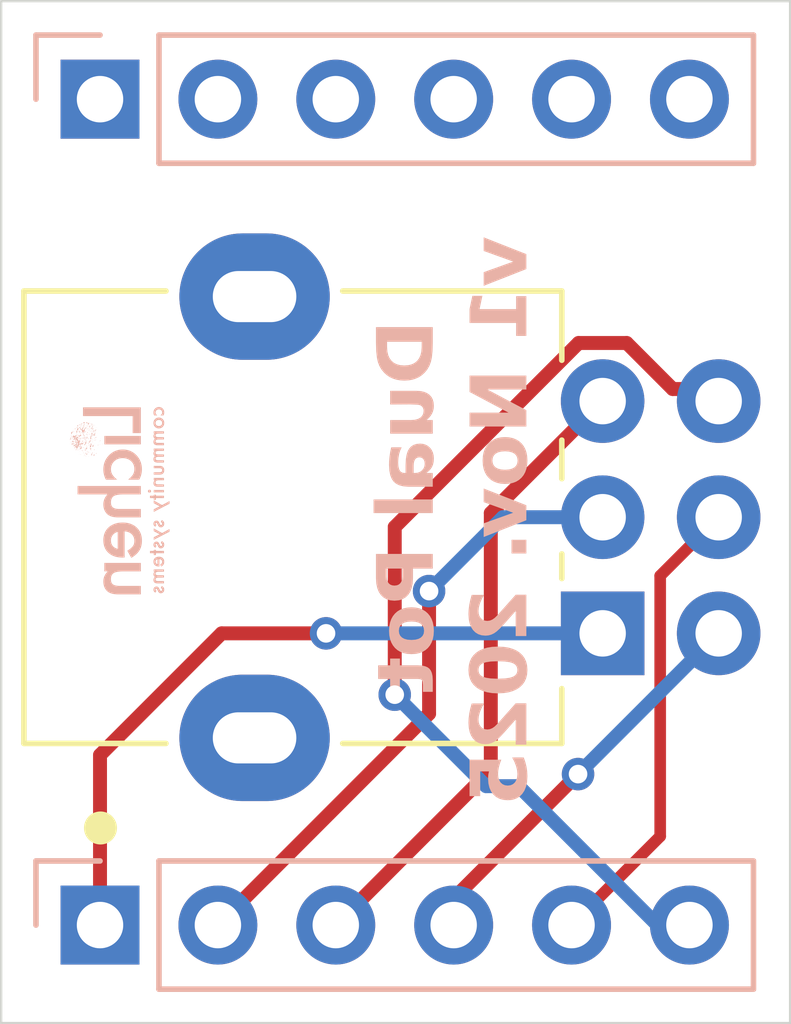
<source format=kicad_pcb>
(kicad_pcb (version 20241229) (generator "pcbnew") (generator_version "9.0")
  (layers (0 "F.Cu" signal) (2 "B.Cu" signal) (13 "F.Paste" user) (15 "B.Paste" user) (5 "F.SilkS" user "F.Silkscreen") (7 "B.SilkS" user "B.Silkscreen") (1 "F.Mask" user) (3 "B.Mask" user) (25 "Edge.Cuts" user))
  (net 0 "")
  (net 1 "Net-(J4-Pin_2)")
  (net 2 "Net-(J4-Pin_1)")
  (net 3 "Net-(J4-Pin_5)")
  (net 4 "Net-(J4-Pin_3)")
  (net 5 "Net-(J4-Pin_6)")
  (net 6 "Net-(J4-Pin_4)")
  (footprint "Lichen:Potentiometer_Alpha_RD902F-40-00D_Dual_Vertical" (layer "F.Cu") (at 105.46 111.11 90)
    (property "Reference" "RV2" (hide yes))
    (property "Value" "B10k_Dual" (hide yes))
  )
  (footprint "Connector_PinHeader_2.54mm:PinHeader_1x06_P2.54mm_Vertical" (layer "B.Cu") (at 102.13 119.89 -90)
    (property "Reference" "J4" (hide yes))
    (property "Value" "Conn_01x06_Pin" (hide yes))
  )
  (footprint "Connector_PinHeader_2.54mm:PinHeader_1x06_P2.54mm_Vertical" (layer "B.Cu") (at 102.13 102.11 -90)
    (property "Reference" "J1" (hide yes))
    (property "Value" "Conn_01x06_Pin" (hide yes))
  )
  (gr_circle (center 102.14 117.8) (end 102.3 118.06) (stroke (width 0.1)) (fill yes) (layer "F.SilkS"))
  (gr_poly (pts (xy 103.281335 112.675587) (xy 103.281846 112.680616) (xy 103.282698 112.685476) (xy 103.28389 112.690168) (xy 103.285424 112.69469) (xy 103.287298 112.699044) (xy 103.289513 112.703229) (xy 103.292069 112.707244) (xy 103.294966 112.711089) (xy 103.298205 112.714765) (xy 103.301784 112.71827) (xy 103.305705 112.721606) (xy 103.309967 112.724771) (xy 103.31457 112.727766) (xy 103.319515 112.730589) (xy 103.324801 112.733242) (xy 103.347185 112.691193) (xy 103.344721 112.689928) (xy 103.342416 112.688625) (xy 103.34027 112.687287) (xy 103.338282 112.685912) (xy 103.336454 112.684501) (xy 103.334785 112.683054) (xy 103.333275 112.68157) (xy 103.331924 112.68005) (xy 103.330732 112.678494) (xy 103.329699 112.676901) (xy 103.328825 112.675272) (xy 103.32811 112.673606) (xy 103.327554 112.671905) (xy 103.327335 112.67104) (xy 103.327156 112.670166) (xy 103.326918 112.668392) (xy 103.326838 112.66658) (xy 103.326857 112.665705) (xy 103.326911 112.664845) (xy 103.327002 112.664003) (xy 103.327128 112.663177) (xy 103.327291 112.662368) (xy 103.32749 112.661576) (xy 103.327725 112.6608) (xy 103.327996 112.660041) (xy 103.328303 112.659299) (xy 103.328646 112.658573) (xy 103.329025 112.657864) (xy 103.329439 112.657172) (xy 103.32989 112.656496) (xy 103.330376 112.655837) (xy 103.330898 112.655194) (xy 103.331455 112.654568) (xy 103.332047 112.65397) (xy 103.332659 112.653409) (xy 103.333292 112.652886) (xy 103.333944 112.652402) (xy 103.334617 112.651955) (xy 103.33531 112.651547) (xy 103.336023 112.651177) (xy 103.336756 112.650846) (xy 103.337509 112.650553) (xy 103.338283 112.6503) (xy 103.339076 112.650085) (xy 103.339889 112.649908) (xy 103.340723 112.649771) (xy 103.341576 112.649673) (xy 103.342449 112.649614) (xy 103.343342 112.649594) (xy 103.344132 112.649623) (xy 103.344921 112.649709) (xy 103.34571 112.649853) (xy 103.346499 112.650054) (xy 103.347288 112.650313) (xy 103.348076 112.650629) (xy 103.348863 112.651003) (xy 103.349651 112.651434) (xy 103.350438 112.651922) (xy 103.351225 112.652468) (xy 103.352011 112.653072) (xy 103.352797 112.653732) (xy 103.353582 112.65445) (xy 103.354368 112.655226) (xy 103.355152 112.656059) (xy 103.355937 112.656949) (xy 103.356721 112.657896) (xy 103.357505 112.658901) (xy 103.358288 112.659963) (xy 103.359071 112.661083) (xy 103.360636 112.663494) (xy 103.362199 112.666134) (xy 103.363761 112.669003) (xy 103.365322 112.672101) (xy 103.36688 112.675427) (xy 103.368438 112.678983) (xy 103.372745 112.688694) (xy 103.37697 112.697575) (xy 103.381111 112.705629) (xy 103.385168 112.712855) (xy 103.387165 112.716158) (xy 103.389141 112.719254) (xy 103.391096 112.722144) (xy 103.393029 112.724828) (xy 103.39494 112.727305) (xy 103.39683 112.729576) (xy 103.398698 112.731641) (xy 103.400545 112.733501) (xy 103.402419 112.73519) (xy 103.404374 112.73677) (xy 103.406409 112.738241) (xy 103.408524 112.739604) (xy 103.410719 112.740857) (xy 103.412994 112.742001) (xy 103.415349 112.743037) (xy 103.417783 112.743963) (xy 103.420297 112.74478) (xy 103.42289 112.745489) (xy 103.425562 112.746088) (xy 103.428313 112.746579) (xy 103.431144 112.74696) (xy 103.434053 112.747232) (xy 103.43704 112.747396) (xy 103.440107 112.74745) (xy 103.444051 112.747359) (xy 103.447914 112.747084) (xy 103.451696 112.746625) (xy 103.455397 112.745984) (xy 103.459017 112.745158) (xy 103.462555 112.744149) (xy 103.466012 112.742956) (xy 103.469388 112.741579) (xy 103.472682 112.740019) (xy 103.475895 112.738274) (xy 103.479026 112.736345) (xy 103.482076 112.734232) (xy 103.485044 112.731934) (xy 103.487931 112.729453) (xy 103.490736 112.726786) (xy 103.49346 112.723936) (xy 103.495924 112.721052) (xy 103.498229 112.718092) (xy 103.500375 112.715057) (xy 103.502362 112.711946) (xy 103.50419 112.70876) (xy 103.505859 112.705499) (xy 103.507369 112.702163) (xy 103.508721 112.698752) (xy 103.509913 112.695265) (xy 103.510946 112.691704) (xy 103.51182 112.688068) (xy 103.512535 112.684358) (xy 103.513091 112.680572) (xy 103.513488 112.676713) (xy 103.513727 112.672779) (xy 103.513806 112.66877) (xy 103.513595 112.66198) (xy 103.512961 112.655442) (xy 103.511905 112.649155) (xy 103.510427 112.643119) (xy 103.508527 112.637336) (xy 103.506204 112.631804) (xy 103.503459 112.626524) (xy 103.500293 112.621496) (xy 103.496704 112.61672) (xy 103.492693 112.612196) (xy 103.488261 112.607924) (xy 103.483406 112.603905) (xy 103.47813 112.600138) (xy 103.472432 112.596624) (xy 103.466313 112.593363) (xy 103.459772 112.590354) (xy 103.43965 112.633759) (xy 103.44343 112.635945) (xy 103.446846 112.637999) (xy 103.4499 112.639921) (xy 103.452593 112.641713) (xy 103.454926 112.643374) (xy 103.456899 112.644906) (xy 103.458514 112.646309) (xy 103.459188 112.646962) (xy 103.459772 112.647584) (xy 103.46081 112.64875) (xy 103.461782 112.649945) (xy 103.462687 112.651171) (xy 103.463525 112.652426) (xy 103.464297 112.65371) (xy 103.465002 112.655023) (xy 103.46564 112.656365) (xy 103.466211 112.657734) (xy 103.466715 112.659132) (xy 103.467153 112.660558) (xy 103.467523 112.66201) (xy 103.467825 112.66349) (xy 103.468061 112.664997) (xy 103.46823 112.666531) (xy 103.468331 112.66809) (xy 103.468364 112.669676) (xy 103.468272 112.672798) (xy 103.467996 112.67572) (xy 103.467789 112.677106) (xy 103.467537 112.678442) (xy 103.467238 112.679727) (xy 103.466893 112.680963) (xy 103.466502 112.682148) (xy 103.466065 112.683283) (xy 103.465583 112.684368) (xy 103.465054 112.685403) (xy 103.46448 112.686387) (xy 103.463859 112.687321) (xy 103.463193 112.688205) (xy 103.462481 112.689039) (xy 103.461723 112.689822) (xy 103.460919 112.690555) (xy 103.460069 112.691237) (xy 103.459173 112.691869) (xy 103.458232 112.69245) (xy 103.457244 112.692982) (xy 103.456211 112.693462) (xy 103.455132 112.693892) (xy 103.454007 112.694272) (xy 103.452836 112.694601) (xy 103.451619 112.694879) (xy 103.450357 112.695107) (xy 103.449049 112.695285) (xy 103.447695 112.695411) (xy 103.446295 112.695487) (xy 103.44485 112.695513) (xy 103.444004 112.695493) (xy 103.443161 112.695435) (xy 103.442322 112.695337) (xy 103.441487 112.695201) (xy 103.440656 112.695025) (xy 103.439827 112.694811) (xy 103.439003 112.694558) (xy 103.438182 112.694266) (xy 103.437364 112.693935) (xy 103.43655 112.693565) (xy 103.43574 112.693156) (xy 103.434933 112.692709) (xy 103.433329 112.691697) (xy 103.43174 112.69053) (xy 103.430165 112.689208) (xy 103.428604 112.687731) (xy 103.427057 112.686099) (xy 103.425523 112.684311) (xy 103.424004 112.682369) (xy 103.422498 112.680273) (xy 103.421007 112.678022) (xy 103.419529 112.675616) (xy 103.415749 112.667905) (xy 103.412068 112.660244) (xy 103.408387 112.652478) (xy 103.404606 112.644613) (xy 103.401893 112.639273) (xy 103.399179 112.634343) (xy 103.397822 112.632033) (xy 103.396466 112.629825) (xy 103.395109 112.627721) (xy 103.393753 112.625719) (xy 103.392396 112.62382) (xy 103.39104 112.622024) (xy 103.389684 112.620331) (xy 103.388327 112.618742) (xy 103.386971 112.617255) (xy 103.385615 112.615871) (xy 103.38426 112.61459) (xy 103.382904 112.613412) (xy 103.381147 112.612016) (xy 103.379329 112.610709) (xy 103.377449 112.609491) (xy 103.375508 112.608363) (xy 103.373505 112.607325) (xy 103.371441 112.606376) (xy 103.369316 112.605518) (xy 103.367129 112.604749) (xy 103.36488 112.60407) (xy 103.36257 112.603482) (xy 103.360198 112.602984) (xy 103.357764 112.602576) (xy 103.355268 112.602258) (xy 103.352711 112.602032) (xy 103.350091 112.601895) (xy 103.34741 112.60185) (xy 103.343857 112.601927) (xy 103.340383 112.602159) (xy 103.336986 112.602545) (xy 103.333668 112.603084) (xy 103.330428 112.603778) (xy 103.327265 112.604626) (xy 103.324181 112.605628) (xy 103.321175 112.606784) (xy 103.318247 112.608093) (xy 103.315396 112.609556) (xy 103.312624 112.611173) (xy 103.30993 112.612942) (xy 103.307313 112.614866) (xy 103.304774 112.616942) (xy 103.302314 112.619172) (xy 103.299931 112.621555) (xy 103.29766 112.624107) (xy 103.295535 112.626726) (xy 103.293556 112.629412) (xy 103.291724 112.632164) (xy 103.290039 112.634983) (xy 103.288499 112.637868) (xy 103.287106 112.640821) (xy 103.28586 112.643839) (xy 103.28476 112.646925) (xy 103.283806 112.650077) (xy 103.282999 112.653296) (xy 103.282339 112.656582) (xy 103.281825 112.659934) (xy 103.281458 112.663353) (xy 103.281238 112.666838) (xy 103.281165 112.67039)) (fill yes) (layer "B.SilkS"))
  (gr_poly (pts (xy 102.094674 109.556853) (xy 102.094714 109.556384) (xy 102.094409 109.557383)) (fill yes) (layer "B.SilkS"))
  (gr_poly (pts (xy 103.162967 110.550559) (xy 103.163081 110.552237) (xy 103.16327 110.553882) (xy 103.163535 110.555494) (xy 103.163876 110.557075) (xy 103.164293 110.558623) (xy 103.164786 110.560139) (xy 103.165355 110.561623) (xy 103.166 110.563076) (xy 103.166722 110.564497) (xy 103.167519 110.565886) (xy 103.168393 110.567244) (xy 103.169343 110.568571) (xy 103.17037 110.569866) (xy 103.171473 110.57113) (xy 103.172653 110.572364) (xy 103.173856 110.573542) (xy 103.175093 110.574645) (xy 103.176363 110.575671) (xy 103.177667 110.576621) (xy 103.179005 110.577494) (xy 103.180376 110.578292) (xy 103.18178 110.579013) (xy 103.183219 110.579659) (xy 103.184691 110.580228) (xy 103.186196 110.580722) (xy 103.187736 110.581139) (xy 103.189309 110.58148) (xy 103.190917 110.581746) (xy 103.192558 110.581936) (xy 103.194233 110.582049) (xy 103.195943 110.582087) (xy 103.197653 110.582049) (xy 103.19933 110.581936) (xy 103.200975 110.581747) (xy 103.202588 110.581481) (xy 103.204168 110.58114) (xy 103.205716 110.580723) (xy 103.207233 110.58023) (xy 103.208717 110.579661) (xy 103.21017 110.579016) (xy 103.21159 110.578295) (xy 103.21298 110.577497) (xy 103.214338 110.576623) (xy 103.215664 110.575673) (xy 103.21696 110.574647) (xy 103.218224 110.573543) (xy 103.219457 110.572364) (xy 103.220636 110.57116) (xy 103.221738 110.569923) (xy 103.222764 110.568653) (xy 103.223714 110.567349) (xy 103.224588 110.566012) (xy 103.225385 110.564641) (xy 103.226107 110.563236) (xy 103.226752 110.561798) (xy 103.227322 110.560326) (xy 103.227815 110.55882) (xy 103.228233 110.557281) (xy 103.228574 110.555707) (xy 103.22884 110.5541) (xy 103.229029 110.552459) (xy 103.229143 110.550783) (xy 103.229181 110.549074) (xy 103.229143 110.547364) (xy 103.229029 110.545686) (xy 103.22884 110.544041) (xy 103.228575 110.542429) (xy 103.228234 110.540848) (xy 103.227817 110.5393) (xy 103.227324 110.537784) (xy 103.226755 110.536299) (xy 103.22611 110.534847) (xy 103.225388 110.533426) (xy 103.224591 110.532037) (xy 103.223717 110.530679) (xy 103.222767 110.529352) (xy 103.22174 110.528057) (xy 103.220637 110.526792) (xy 103.219457 110.525559) (xy 103.218223 110.524379) (xy 103.216955 110.523276) (xy 103.215654 110.52225) (xy 103.21432 110.521299) (xy 103.212953 110.520426) (xy 103.211552 110.519628) (xy 103.210119 110.518907) (xy 103.208652 110.518262) (xy 103.207151 110.517693) (xy 103.205618 110.5172) (xy 103.204051 110.516783) (xy 103.202451 110.516442) (xy 103.200818 110.516176) (xy 103.199151 110.515987) (xy 103.197451 110.515874) (xy 103.195718 110.515836) (xy 103.195711 110.515836) (xy 103.194059 110.515874) (xy 103.192436 110.515987) (xy 103.19084 110.516176) (xy 103.189273 110.516442) (xy 103.187734 110.516783) (xy 103.186222 110.5172) (xy 103.184739 110.517693) (xy 103.183284 110.518262) (xy 103.181857 110.518907) (xy 103.180458 110.519628) (xy 103.179087 110.520426) (xy 103.177744 110.521299) (xy 103.176429 110.52225) (xy 103.175142 110.523276) (xy 103.173883 110.524379) (xy 103.172653 110.525559) (xy 103.171474 110.526792) (xy 103.170372 110.528054) (xy 103.169346 110.529345) (xy 103.168396 110.530666) (xy 103.167522 110.532016) (xy 103.166724 110.533397) (xy 103.166003 110.534807) (xy 103.165358 110.536247) (xy 103.164788 110.537716) (xy 103.164295 110.539216) (xy 103.163877 110.540746) (xy 103.163536 110.542306) (xy 103.163271 110.543896) (xy 103.163081 110.545517) (xy 103.162967 110.547168) (xy 103.162929 110.548849)) (fill yes) (layer "B.SilkS"))
  (gr_poly (pts (xy 101.853593 109.629568) (xy 101.853592 109.629567) (xy 101.853592 109.629569)) (fill yes) (layer "B.SilkS"))
  (gr_poly (pts (xy 101.7713 109.0861) (xy 101.771236 109.08605) (xy 101.771022 109.086397)) (fill yes) (layer "B.SilkS"))
  (gr_poly (pts (xy 101.783269 109.487961) (xy 101.782275 109.487852) (xy 101.778795 109.487486) (xy 101.778398 109.487784)) (fill yes) (layer "B.SilkS"))
  (gr_poly (pts (xy 101.835839 109.557614) (xy 101.836032 109.557565) (xy 101.835673 109.557204)) (fill yes) (layer "B.SilkS"))
  (gr_poly (pts (xy 101.991477 109.778717) (xy 101.992591 109.779319) (xy 101.992591 109.776748) (xy 101.989892 109.777866)) (fill yes) (layer "B.SilkS"))
  (gr_poly (pts (xy 101.628505 109.666053) (xy 101.62916 109.665273) (xy 101.628372 109.665385)) (fill yes) (layer "B.SilkS"))
  (gr_poly (pts (xy 101.550564 109.309649) (xy 101.550681 109.309866) (xy 101.550739 109.309977) (xy 101.550797 109.31009) (xy 101.550797 109.310091) (xy 101.550801 109.310091) (xy 101.550817 109.310087) (xy 101.550881 109.310068) (xy 101.551079 109.310001) (xy 101.551372 109.309898) (xy 101.551372 109.309891) (xy 101.550849 109.309555) (xy 101.550589 109.309388) (xy 101.550327 109.309223)) (fill yes) (layer "B.SilkS"))
  (gr_poly (pts (xy 102.001342 109.439273) (xy 102.006515 109.433308) (xy 101.999927 109.437453)) (fill yes) (layer "B.SilkS"))
  (gr_poly (pts (xy 101.757059 109.707335) (xy 101.756828 109.706165) (xy 101.756603 109.705) (xy 101.756543 109.704901)) (fill yes) (layer "B.SilkS"))
  (gr_poly (pts (xy 101.615156 109.258119) (xy 101.615176 109.258099) (xy 101.615173 109.258075) (xy 101.61515 109.258119)) (fill yes) (layer "B.SilkS"))
  (gr_poly (pts (xy 101.851503 109.18021) (xy 101.851613 109.180416) (xy 101.851728 109.180609) (xy 101.851848 109.180792) (xy 101.851971 109.180963) (xy 101.852099 109.181123) (xy 101.852232 109.181272) (xy 101.852368 109.181409) (xy 101.85251 109.181535) (xy 101.852655 109.18165) (xy 101.852805 109.181753) (xy 101.852959 109.181845) (xy 101.853117 109.181926) (xy 101.85328 109.181996) (xy 101.853447 109.182054) (xy 101.853618 109.182101) (xy 101.853794 109.182136) (xy 101.853974 109.182161) (xy 101.854158 109.182174) (xy 101.854346 109.182175) (xy 101.854539 109.182166) (xy 101.854737 109.182144) (xy 101.854938 109.182112) (xy 101.855144 109.182068) (xy 101.855354 109.182013) (xy 101.855569 109.181947) (xy 101.855787 109.181869) (xy 101.85601 109.18178) (xy 101.856238 109.18168) (xy 101.85647 109.181568) (xy 101.856706 109.181445) (xy 101.856946 109.18131) (xy 101.856857 109.181017) (xy 101.856763 109.180739) (xy 101.856663 109.180478) (xy 101.856557 109.180233) (xy 101.856447 109.180004) (xy 101.85633 109.179792) (xy 101.856209 109.179595) (xy 101.856082 109.179416) (xy 101.855949 109.179252) (xy 101.855811 109.179105) (xy 101.855667 109.178974) (xy 101.855518 109.178859) (xy 101.855364 109.178761) (xy 101.855204 109.178679) (xy 101.855039 109.178613) (xy 101.854868 109.178564) (xy 101.854692 109.178531) (xy 101.85451 109.178514) (xy 101.854323 109.178513) (xy 101.854131 109.178529) (xy 101.853933 109.178562) (xy 101.853729 109.17861) (xy 101.85352 109.178675) (xy 101.853306 109.178756) (xy 101.853086 109.178854) (xy 101.852861 109.178968) (xy 101.852631 109.179098) (xy 101.852395 109.179244) (xy 101.852153 109.179407) (xy 101.851906 109.179587) (xy 101.851654 109.179782) (xy 101.851396 109.179994)) (fill yes) (layer "B.SilkS"))
  (gr_poly (pts (xy 101.706774 109.462918) (xy 101.706775 109.462913) (xy 101.706776 109.462913) (xy 101.706776 109.462912) (xy 101.706776 109.462911) (xy 101.706776 109.46291) (xy 101.706775 109.462909) (xy 101.706775 109.462908) (xy 101.706774 109.462907) (xy 101.706772 109.462905) (xy 101.706771 109.462903) (xy 101.706769 109.462901) (xy 101.706768 109.462899) (xy 101.706765 109.462896) (xy 101.706762 109.462893)) (fill yes) (layer "B.SilkS"))
  (gr_poly (pts (xy 101.702055 109.61561) (xy 101.702052 109.615611) (xy 101.702052 109.615617)) (fill yes) (layer "B.SilkS"))
  (gr_poly (pts (xy 101.761478 109.449069) (xy 101.761801 109.448667) (xy 101.761087 109.448751) (xy 101.761087 109.448758)) (fill yes) (layer "B.SilkS"))
  (gr_poly (pts (xy 101.857091 109.455844) (xy 101.857322 109.455922) (xy 101.857674 109.455891) (xy 101.858141 109.455749) (xy 101.858715 109.455497) (xy 101.859391 109.455133) (xy 101.861016 109.454066) (xy 101.862962 109.45254) (xy 101.865172 109.45055) (xy 101.867592 109.448088) (xy 101.868864 109.446678) (xy 101.870167 109.445147) (xy 101.871495 109.443495) (xy 101.872063 109.442745) (xy 101.868296 109.445295) (xy 101.864551 109.448032) (xy 101.861625 109.450375) (xy 101.85946 109.452316) (xy 101.858003 109.453848) (xy 101.857522 109.454459) (xy 101.857198 109.454964) (xy 101.857022 109.455365) (xy 101.856989 109.455658)) (fill yes) (layer "B.SilkS"))
  (gr_poly (pts (xy 101.537281 109.34832) (xy 101.537528 109.348163) (xy 101.53752 109.348167) (xy 101.537502 109.348177) (xy 101.537444 109.348213) (xy 101.537271 109.348322) (xy 101.537025 109.348481)) (fill yes) (layer "B.SilkS"))
  (gr_poly (pts (xy 101.58309 109.264011) (xy 101.583307 109.264264) (xy 101.583524 109.264499) (xy 101.583739 109.264718) (xy 101.583953 109.264919) (xy 101.584165 109.265104) (xy 101.584376 109.265271) (xy 101.584587 109.265421) (xy 101.584795 109.265555) (xy 101.585003 109.265671) (xy 101.585209 109.265771) (xy 101.585414 109.265854) (xy 101.585617 109.265919) (xy 101.585819 109.265968) (xy 101.58602 109.266001) (xy 101.586219 109.266016) (xy 101.586417 109.266014) (xy 101.586614 109.265996) (xy 101.586809 109.265961) (xy 101.587003 109.26591) (xy 101.587196 109.265842) (xy 101.587387 109.265757) (xy 101.587577 109.265655) (xy 101.587765 109.265537) (xy 101.587952 109.265403) (xy 101.588138 109.265252) (xy 101.588322 109.265084) (xy 101.588504 109.2649) (xy 101.588686 109.264699) (xy 101.588865 109.264482) (xy 101.589044 109.264249) (xy 101.589221 109.263999) (xy 101.588818 109.263702) (xy 101.588417 109.263442) (xy 101.588016 109.263219) (xy 101.587616 109.263032) (xy 101.587417 109.262953) (xy 101.587218 109.262883) (xy 101.587019 109.262823) (xy 101.58682 109.262771) (xy 101.586621 109.262729) (xy 101.586422 109.262697) (xy 101.586224 109.262674) (xy 101.586026 109.26266) (xy 101.585828 109.262656) (xy 101.58563 109.262661) (xy 101.585432 109.262675) (xy 101.585234 109.2627) (xy 101.585037 109.262734) (xy 101.58484 109.262777) (xy 101.584642 109.26283) (xy 101.584445 109.262892) (xy 101.584248 109.262965) (xy 101.584051 109.263046) (xy 101.583854 109.263138) (xy 101.583657 109.263239) (xy 101.583264 109.263471) (xy 101.582871 109.263741)) (fill yes) (layer "B.SilkS"))
  (gr_poly (pts (xy 101.925565 109.095266) (xy 101.92695 109.096592) (xy 101.928283 109.097774) (xy 101.929567 109.098821) (xy 101.930803 109.099744) (xy 101.931996 109.100551) (xy 101.933148 109.101254) (xy 101.934262 109.10186) (xy 101.93534 109.102381) (xy 101.936387 109.102827) (xy 101.937403 109.103206) (xy 101.938393 109.103528) (xy 101.940305 109.104043) (xy 101.942146 109.104449) (xy 101.943938 109.104824) (xy 101.945704 109.105247) (xy 101.947468 109.105795) (xy 101.948356 109.10614) (xy 101.949252 109.106546) (xy 101.950159 109.107023) (xy 101.95108 109.107579) (xy 101.952018 109.108226) (xy 101.952975 109.108972) (xy 101.953955 109.109827) (xy 101.95496 109.110802) (xy 101.955993 109.111905) (xy 101.957058 109.113147) (xy 101.957223 109.112519) (xy 101.979673 109.110726) (xy 101.924124 109.093786)) (fill yes) (layer "B.SilkS"))
  (gr_poly (pts (xy 102.079018 109.611537) (xy 102.079019 109.61154) (xy 102.079023 109.611544) (xy 102.079017 109.611536)) (fill yes) (layer "B.SilkS"))
  (gr_poly (pts (xy 101.752044 109.54684) (xy 101.752045 109.546832) (xy 101.751979 109.546726)) (fill yes) (layer "B.SilkS"))
  (gr_poly (pts (xy 101.921312 109.236999) (xy 101.923009 109.235099) (xy 101.923855 109.234153) (xy 101.924706 109.233215) (xy 101.924707 109.233216) (xy 101.924706 109.233215) (xy 101.924701 109.233206) (xy 101.924677 109.233168) (xy 101.924596 109.23304) (xy 101.924513 109.232912) (xy 101.924487 109.232873) (xy 101.924481 109.232864) (xy 101.92448 109.232863) (xy 101.924481 109.232864) (xy 101.923584 109.233831) (xy 101.922682 109.234788) (xy 101.920869 109.236688)) (fill yes) (layer "B.SilkS"))
  (gr_poly (pts (xy 102.012951 109.658367) (xy 102.01293 109.654943) (xy 102.012937 109.653214) (xy 102.012943 109.652846) (xy 102.011654 109.65807)) (fill yes) (layer "B.SilkS"))
  (gr_poly (pts (xy 101.842156 109.145426) (xy 101.838227 109.13315) (xy 101.836325 109.147066)) (fill yes) (layer "B.SilkS"))
  (gr_poly (pts (xy 101.978478 109.776043) (xy 101.978506 109.776161) (xy 101.978551 109.776295) (xy 101.978613 109.776446) (xy 101.978693 109.776614) (xy 101.978791 109.776798) (xy 101.978907 109.776999) (xy 101.979043 109.777216) (xy 101.979373 109.7777) (xy 101.979785 109.77825) (xy 101.980101 109.778042) (xy 101.980405 109.777844) (xy 101.980996 109.777463) (xy 101.980557 109.777005) (xy 101.980149 109.776615) (xy 101.979778 109.776294) (xy 101.979606 109.776159) (xy 101.979445 109.776041) (xy 101.979294 109.77594) (xy 101.979155 109.775856) (xy 101.979027 109.775788) (xy 101.978911 109.775738) (xy 101.978807 109.775705) (xy 101.978716 109.775688) (xy 101.978639 109.775689) (xy 101.978575 109.775706) (xy 101.978525 109.77574) (xy 101.97849 109.775791) (xy 101.97847 109.775858) (xy 101.978466 109.775942)) (fill yes) (layer "B.SilkS"))
  (gr_poly (pts (xy 101.517378 109.546549) (xy 101.51789 109.546913) (xy 101.518685 109.546974) (xy 101.519781 109.546713) (xy 101.588546 109.522027) (xy 101.583987 109.521503) (xy 101.579441 109.521152) (xy 101.574909 109.520975) (xy 101.570389 109.520972) (xy 101.565882 109.521143) (xy 101.561389 109.521487) (xy 101.556908 109.522006) (xy 101.55244 109.522698) (xy 101.547986 109.523564) (xy 101.543544 109.524604) (xy 101.539115 109.525818) (xy 101.5347 109.527206) (xy 101.530297 109.528767) (xy 101.525908 109.530503) (xy 101.524009 109.531332) (xy 101.522981 109.532914) (xy 101.520442 109.537188) (xy 101.518538 109.540882) (xy 101.517863 109.542463) (xy 101.517394 109.543839) (xy 101.517146 109.544992) (xy 101.517136 109.545902)) (fill yes) (layer "B.SilkS"))
  (gr_poly (pts (xy 101.849654 109.748879) (xy 101.849725 109.749868) (xy 101.849849 109.750882) (xy 101.850024 109.751921) (xy 101.850252 109.752985) (xy 101.850531 109.754075) (xy 101.850862 109.755189) (xy 101.851246 109.756329) (xy 101.851681 109.757493) (xy 101.852168 109.758683) (xy 101.852708 109.759897) (xy 101.853299 109.761137) (xy 101.853942 109.762402) (xy 101.854354 109.763165) (xy 101.858176 109.734852) (xy 101.85726 109.735364) (xy 101.856395 109.735902) (xy 101.855583 109.736464) (xy 101.854822 109.737052) (xy 101.854113 109.737665) (xy 101.853457 109.738303) (xy 101.852852 109.738966) (xy 101.8523 109.739654) (xy 101.851799 109.740367) (xy 101.851351 109.741105) (xy 101.850954 109.741869) (xy 101.85061 109.742657) (xy 101.850317 109.743471) (xy 101.850077 109.744309) (xy 101.849888 109.745173) (xy 101.849752 109.746062) (xy 101.849667 109.746976) (xy 101.849635 109.747915)) (fill yes) (layer "B.SilkS"))
  (gr_poly (pts (xy 101.543797 109.273962) (xy 101.543798 109.273961) (xy 101.543792 109.273954)) (fill yes) (layer "B.SilkS"))
  (gr_poly (pts (xy 102.081491 109.55453) (xy 102.081491 109.554485) (xy 102.081485 109.554485)) (fill yes) (layer "B.SilkS"))
  (gr_poly (pts (xy 102.092571 109.618038) (xy 102.092266 109.616967) (xy 102.091215 109.617747)) (fill yes) (layer "B.SilkS"))
  (gr_poly (pts (xy 101.73875 109.611715) (xy 101.739054 109.611318) (xy 101.738122 109.610934)) (fill yes) (layer "B.SilkS"))
  (gr_poly (pts (xy 101.885766 109.521763) (xy 101.885428 109.521353) (xy 101.885397 109.52136)) (fill yes) (layer "B.SilkS"))
  (gr_poly (pts (xy 101.633688 109.68208) (xy 101.633694 109.682156) (xy 101.633704 109.682228) (xy 101.633716 109.682297) (xy 101.633732 109.682362) (xy 101.633751 109.682424) (xy 101.633773 109.682482) (xy 101.633799 109.682537) (xy 101.633827 109.682588) (xy 101.633859 109.682636) (xy 101.633895 109.682681) (xy 101.633933 109.682722) (xy 101.633975 109.682759) (xy 101.63402 109.682794) (xy 101.634068 109.682824) (xy 101.63412 109.682851) (xy 101.634175 109.682875) (xy 101.634233 109.682895) (xy 101.634294 109.682912) (xy 101.634359 109.682925) (xy 101.634426 109.682935) (xy 101.634497 109.682941) (xy 101.634572 109.682944) (xy 101.634649 109.682943) (xy 101.63473 109.682939) (xy 101.634814 109.682931) (xy 101.634902 109.68292) (xy 101.634992 109.682906) (xy 101.635086 109.682888) (xy 101.634762 109.681201) (xy 101.63423 109.68147) (xy 101.633697 109.681743) (xy 101.63369 109.681833) (xy 101.633686 109.681919) (xy 101.633686 109.682001)) (fill yes) (layer "B.SilkS"))
  (gr_poly (pts (xy 101.861192 109.394234) (xy 101.861192 109.394227) (xy 101.861186 109.394234)) (fill yes) (layer "B.SilkS"))
  (gr_poly (pts (xy 102.184289 109.519051) (xy 102.184297 109.519132) (xy 102.184314 109.519214) (xy 102.184338 109.519295) (xy 102.18437 109.519377) (xy 102.184409 109.519457) (xy 102.184456 109.519538) (xy 102.184511 109.519619) (xy 102.184573 109.519699) (xy 102.184643 109.519779) (xy 102.184721 109.519859) (xy 102.184806 109.519938) (xy 102.184899 109.520018) (xy 102.185 109.520097) (xy 102.185109 109.520176) (xy 102.185684 109.518886) (xy 102.185439 109.517543) (xy 102.18531 109.517628) (xy 102.185189 109.517714) (xy 102.185076 109.517799) (xy 102.18497 109.517884) (xy 102.184871 109.517968) (xy 102.184781 109.518053) (xy 102.184697 109.518137) (xy 102.184622 109.518221) (xy 102.184554 109.518305) (xy 102.184494 109.518389) (xy 102.184442 109.518472) (xy 102.184397 109.518555) (xy 102.18436 109.518639) (xy 102.18433 109.518721) (xy 102.184308 109.518804) (xy 102.184294 109.518886) (xy 102.184288 109.518969)) (fill yes) (layer "B.SilkS"))
  (gr_poly (pts (xy 101.807548 109.391363) (xy 101.808018 109.391855) (xy 101.808024 109.390966) (xy 101.807542 109.391363)) (fill yes) (layer "B.SilkS"))
  (gr_poly (pts (xy 101.854318 109.629678) (xy 101.85391 109.629157) (xy 101.85391 109.629164) (xy 101.853746 109.629376) (xy 101.853636 109.629516) (xy 101.853602 109.629558) (xy 101.853594 109.629567) (xy 101.853593 109.629568)) (fill yes) (layer "B.SilkS"))
  (gr_poly (pts (xy 101.868799 109.524918) (xy 101.869381 109.525084) (xy 101.869432 109.524782) (xy 101.868799 109.524918)) (fill yes) (layer "B.SilkS"))
  (gr_poly (pts (xy 101.907528 109.139553) (xy 101.907397 109.138848) (xy 101.90721 109.139162)) (fill yes) (layer "B.SilkS"))
  (gr_poly (pts (xy 101.9247 109.23321) (xy 101.9247 109.233209) (xy 101.924699 109.233208)) (fill yes) (layer "B.SilkS"))
  (gr_poly (pts (xy 101.790549 109.424852) (xy 101.790549 109.4248) (xy 101.790545 109.424796) (xy 101.790542 109.424793) (xy 101.790487 109.424797) (xy 101.790465 109.424799) (xy 101.790444 109.424802) (xy 101.790427 109.424804) (xy 101.790421 109.424805) (xy 101.790416 109.424806)) (fill yes) (layer "B.SilkS"))
  (gr_poly (pts (xy 101.585821 109.465063) (xy 101.585821 109.46499) (xy 101.585635 109.464978)) (fill yes) (layer "B.SilkS"))
  (gr_poly (pts (xy 101.922547 109.489128) (xy 101.922549 109.48912) (xy 101.922543 109.48912)) (fill yes) (layer "B.SilkS"))
  (gr_poly (pts (xy 101.78576 109.48826) (xy 101.785766 109.48826) (xy 101.785852 109.488062) (xy 101.785625 109.484798)) (fill yes) (layer "B.SilkS"))
  (gr_poly (pts (xy 102.010832 109.71684) (xy 102.011377 109.717227) (xy 102.011652 109.717419) (xy 102.011931 109.717609) (xy 102.012214 109.717798) (xy 102.012501 109.717985) (xy 102.012508 109.717991) (xy 102.013694 109.717392) (xy 102.014836 109.716807) (xy 102.014738 109.716576) (xy 102.014638 109.716359) (xy 102.014535 109.716157) (xy 102.014429 109.715968) (xy 102.01432 109.715794) (xy 102.014208 109.715634) (xy 102.014093 109.715488) (xy 102.013975 109.715356) (xy 102.013855 109.715239) (xy 102.013731 109.715135) (xy 102.013605 109.715046) (xy 102.013476 109.714971) (xy 102.013344 109.71491) (xy 102.013209 109.714864) (xy 102.013072 109.714831) (xy 102.012931 109.714813) (xy 102.012788 109.714809) (xy 102.012641 109.714819) (xy 102.012492 109.714843) (xy 102.01234 109.714882) (xy 102.012185 109.714934) (xy 102.012027 109.715001) (xy 102.011867 109.715082) (xy 102.011703 109.715178) (xy 102.011537 109.715287) (xy 102.011368 109.715411) (xy 102.011195 109.715548) (xy 102.01102 109.7157) (xy 102.010843 109.715866) (xy 102.010662 109.716047) (xy 102.010478 109.716241) (xy 102.010292 109.71645)) (fill yes) (layer "B.SilkS"))
  (gr_poly (pts (xy 101.876121 109.436362) (xy 101.876248 109.436633) (xy 101.876373 109.436905) (xy 101.876399 109.436685) (xy 101.876427 109.436464) (xy 101.876458 109.436241) (xy 101.876492 109.436018) (xy 101.876487 109.436015) (xy 101.876469 109.436008) (xy 101.876399 109.435984) (xy 101.876183 109.435916) (xy 101.875864 109.43582)) (fill yes) (layer "B.SilkS"))
  (gr_poly (pts (xy 101.8042 109.663265) (xy 101.804289 109.66406) (xy 101.804425 109.664859) (xy 101.804607 109.66566) (xy 101.804835 109.666465) (xy 101.80511 109.667273) (xy 101.80543 109.668084) (xy 101.805797 109.668899) (xy 101.80621 109.669716) (xy 101.806669 109.670537) (xy 101.807174 109.671361) (xy 101.807726 109.672188) (xy 101.808323 109.673018) (xy 101.808967 109.673851) (xy 101.809657 109.674688) (xy 101.811176 109.67637) (xy 101.81288 109.678066) (xy 101.813508 109.677229) (xy 101.814086 109.676395) (xy 101.814614 109.675563) (xy 101.81509 109.674733) (xy 101.815515 109.673906) (xy 101.81589 109.673081) (xy 101.816214 109.672258) (xy 101.816487 109.671438) (xy 101.81671 109.67062) (xy 101.816881 109.669804) (xy 101.817002 109.668991) (xy 101.817071 109.66818) (xy 101.81709 109.667372) (xy 101.817059 109.666566) (xy 101.816976 109.665762) (xy 101.816842 109.66496) (xy 101.816658 109.664161) (xy 101.816423 109.663365) (xy 101.816137 109.66257) (xy 101.8158 109.661778) (xy 101.815413 109.660989) (xy 101.814974 109.660202) (xy 101.814485 109.659417) (xy 101.813945 109.658634) (xy 101.813354 109.657854) (xy 101.812712 109.657076) (xy 101.812019 109.656301) (xy 101.811275 109.655528) (xy 101.810481 109.654758) (xy 101.809636 109.65399) (xy 101.807793 109.652461) (xy 101.807236 109.653212) (xy 101.806726 109.653966) (xy 101.806261 109.654724) (xy 101.805843 109.655485) (xy 101.805471 109.656248) (xy 101.805145 109.657015) (xy 101.804865 109.657786) (xy 101.804632 109.658559) (xy 101.804444 109.659335) (xy 101.804303 109.660115) (xy 101.804208 109.660898) (xy 101.804159 109.661684) (xy 101.804156 109.662473)) (fill yes) (layer "B.SilkS"))
  (gr_poly (pts (xy 101.640933 109.211149) (xy 101.64094 109.211142) (xy 101.640709 109.210593) (xy 101.633386 109.209191) (xy 101.633022 109.209581)) (fill yes) (layer "B.SilkS"))
  (gr_poly (pts (xy 101.722041 109.527114) (xy 101.722061 109.523317) (xy 101.721684 109.523397) (xy 101.721684 109.527028)) (fill yes) (layer "B.SilkS"))
  (gr_poly (pts (xy 101.870466 109.683298) (xy 101.872007 109.682021) (xy 101.871491 109.681549) (xy 101.870975 109.681082) (xy 101.870288 109.682974)) (fill yes) (layer "B.SilkS"))
  (gr_poly (pts (xy 102.090588 109.584343) (xy 102.090654 109.584305) (xy 102.090724 109.584268) (xy 102.090798 109.584231) (xy 102.090639 109.583993) (xy 102.090525 109.584382)) (fill yes) (layer "B.SilkS"))
  (gr_poly (pts (xy 101.597701 109.276058) (xy 101.597581 109.275337) (xy 101.596927 109.27582)) (fill yes) (layer "B.SilkS"))
  (gr_poly (pts (xy 101.744729 109.550034) (xy 101.744545 109.548541) (xy 101.744366 109.547051) (xy 101.744333 109.54709)) (fill yes) (layer "B.SilkS"))
  (gr_poly (pts (xy 101.735006 109.495794) (xy 101.73537 109.495702) (xy 101.734417 109.495629)) (fill yes) (layer "B.SilkS"))
  (gr_poly (pts (xy 101.683873 109.332385) (xy 101.684388 109.332486) (xy 101.684887 109.332558) (xy 101.685367 109.332602) (xy 101.685831 109.332618) (xy 101.686277 109.332605) (xy 101.686705 109.332563) (xy 101.687116 109.332493) (xy 101.687509 109.332395) (xy 101.687885 109.332267) (xy 101.688244 109.332112) (xy 101.688586 109.331927) (xy 101.688909 109.331715) (xy 101.689216 109.331473) (xy 101.689505 109.331203) (xy 101.689777 109.330905) (xy 101.690032 109.330578) (xy 101.690269 109.330223) (xy 101.690489 109.329838) (xy 101.690692 109.329426) (xy 101.690877 109.328985) (xy 101.691045 109.328515) (xy 101.691196 109.328017) (xy 101.69133 109.32749) (xy 101.691446 109.326935) (xy 101.691545 109.326351) (xy 101.691627 109.325738) (xy 101.691692 109.325097) (xy 101.69174 109.324427) (xy 101.69177 109.323729) (xy 101.691784 109.323003) (xy 101.691781 109.322562) (xy 101.68334 109.332255)) (fill yes) (layer "B.SilkS"))
  (gr_poly (pts (xy 102.063585 109.440344) (xy 102.063749 109.440073) (xy 102.063894 109.439809) (xy 102.064021 109.439551) (xy 102.064129 109.439299) (xy 102.064218 109.439054) (xy 102.064289 109.438815) (xy 102.064341 109.438583) (xy 102.064374 109.438357) (xy 102.064389 109.438138) (xy 102.064386 109.437925) (xy 102.064364 109.437719) (xy 102.064323 109.437519) (xy 102.064264 109.437325) (xy 102.064186 109.437138) (xy 102.064089 109.436958) (xy 102.063974 109.436784) (xy 102.06384 109.436616) (xy 102.063688 109.436455) (xy 102.063518 109.4363) (xy 102.063328 109.436152) (xy 102.06312 109.436011) (xy 102.062894 109.435875) (xy 102.062649 109.435747) (xy 102.062386 109.435624) (xy 102.062104 109.435509) (xy 102.061803 109.435399) (xy 102.061484 109.435297) (xy 102.061146 109.4352) (xy 102.06079 109.435111) (xy 102.060415 109.435027) (xy 102.060022 109.434951) (xy 102.05961 109.43488) (xy 102.058598 109.437467)) (fill yes) (layer "B.SilkS"))
  (gr_poly (pts (xy 101.845966 109.21773) (xy 101.846057 109.217576) (xy 101.845952 109.217572)) (fill yes) (layer "B.SilkS"))
  (gr_poly (pts (xy 101.911655 109.125318) (xy 101.911192 109.124564) (xy 101.910848 109.124855)) (fill yes) (layer "B.SilkS"))
  (gr_poly (pts (xy 102.06106 109.182238) (xy 102.061019 109.182699) (xy 102.061019 109.182779)) (fill yes) (layer "B.SilkS"))
  (gr_poly (pts (xy 101.537324 109.433585) (xy 101.543399 109.433859) (xy 101.550633 109.43411) (xy 101.554585 109.434182) (xy 101.558705 109.434194) (xy 101.562955 109.434129) (xy 101.567293 109.433968) (xy 101.562825 109.439195) (xy 101.556776 109.44608) (xy 101.555138 109.447994) (xy 101.556019 109.447216) (xy 101.557196 109.446254) (xy 101.559699 109.444392) (xy 101.562344 109.442591) (xy 101.567792 109.439077) (xy 101.57046 109.437316) (xy 101.572609 109.435799) (xy 101.632513 109.445179) (xy 101.632549 109.445263) (xy 101.632587 109.445346) (xy 101.632627 109.445428) (xy 101.632668 109.445508) (xy 101.632752 109.445669) (xy 101.632837 109.445828) (xy 101.632361 109.445608) (xy 101.632123 109.445497) (xy 101.631885 109.445384) (xy 101.634564 109.472451) (xy 101.630961 109.472648) (xy 101.627809 109.472565) (xy 101.625074 109.472233) (xy 101.622725 109.47168) (xy 101.620731 109.470937) (xy 101.619059 109.470034) (xy 101.617677 109.469) (xy 101.616554 109.467864) (xy 101.615657 109.466657) (xy 101.614956 109.465407) (xy 101.614417 109.464146) (xy 101.614009 109.462902) (xy 101.613051 109.458692) (xy 101.612821 109.45798) (xy 101.61253 109.457463) (xy 101.612147 109.457171) (xy 101.61164 109.457134) (xy 101.610977 109.457381) (xy 101.610127 109.457942) (xy 101.609057 109.458847) (xy 101.607735 109.460126) (xy 101.604211 109.463921) (xy 101.599298 109.469566) (xy 101.585063 109.486434) (xy 101.588853 109.48465) (xy 101.593765 109.48258) (xy 101.598656 109.480761) (xy 101.603527 109.479192) (xy 101.608378 109.477875) (xy 101.613209 109.476807) (xy 101.61802 109.47599) (xy 101.622811 109.475424) (xy 101.627582 109.475108) (xy 101.632333 109.475042) (xy 101.637064 109.475227) (xy 101.641776 109.475662) (xy 101.646467 109.476348) (xy 101.651138 109.477283) (xy 101.655789 109.47847) (xy 101.66042 109.479906) (xy 101.653905 109.489299) (xy 101.654831 109.490211) (xy 101.652787 109.493426) (xy 101.650664 109.496547) (xy 101.64619 109.502526) (xy 101.641436 109.508179) (xy 101.636429 109.513538) (xy 101.631196 109.518634) (xy 101.625764 109.523498) (xy 101.620161 109.528162) (xy 101.614411 109.532657) (xy 101.608544 109.537014) (xy 101.602586 109.541265) (xy 101.590503 109.549573) (xy 101.578378 109.557832) (xy 101.566427 109.566292) (xy 101.564729 109.567509) (xy 101.563007 109.568694) (xy 101.561267 109.569854) (xy 101.559514 109.570997) (xy 101.555989 109.573257) (xy 101.552663 109.575412) (xy 101.555186 109.576409) (xy 101.558179 109.577382) (xy 101.561065 109.578113) (xy 101.563848 109.578613) (xy 101.566534 109.578893) (xy 101.569128 109.578965) (xy 101.571634 109.578841) (xy 101.574058 109.57853) (xy 101.576404 109.578045) (xy 101.578677 109.577397) (xy 101.580884 109.576598) (xy 101.583028 109.575657) (xy 101.585114 109.574588) (xy 101.587148 109.5734) (xy 101.589135 109.572106) (xy 101.591079 109.570716) (xy 101.594861 109.567695) (xy 101.598533 109.564428) (xy 101.60571 109.557516) (xy 101.609295 109.554052) (xy 101.61293 109.550703) (xy 101.616657 109.547558) (xy 101.620514 109.544709) (xy 101.620256 109.545251) (xy 101.643831 109.539999) (xy 101.641706 109.537094) (xy 101.639982 109.534432) (xy 101.638637 109.532001) (xy 101.637649 109.529787) (xy 101.636998 109.527776) (xy 101.63666 109.525957) (xy 101.636615 109.524315) (xy 101.63684 109.522837) (xy 101.637313 109.521511) (xy 101.638013 109.520322) (xy 101.638919 109.519258) (xy 101.640007 109.518305) (xy 101.641257 109.51745) (xy 101.642647 109.51668) (xy 101.645758 109.515341) (xy 101.649166 109.514183) (xy 101.652698 109.5131) (xy 101.656178 109.511985) (xy 101.659432 109.510733) (xy 101.660921 109.510023) (xy 101.662287 109.509238) (xy 101.66351 109.508367) (xy 101.664568 109.507395) (xy 101.665439 109.506309) (xy 101.666101 109.505096) (xy 101.666532 109.503743) (xy 101.66671 109.502237) (xy 101.670177 109.494174) (xy 101.669535 109.5052) (xy 101.667623 109.506183) (xy 101.66595 109.507404) (xy 101.664498 109.508844) (xy 101.663243 109.51048) (xy 101.662166 109.512292) (xy 101.661245 109.51426) (xy 101.66046 109.516363) (xy 101.659789 109.518579) (xy 101.659221 109.521039) (xy 101.659221 109.559779) (xy 101.659326 109.559788) (xy 101.659438 109.559813) (xy 101.659559 109.559853) (xy 101.659688 109.55991) (xy 101.659824 109.559982) (xy 101.659968 109.56007) (xy 101.660119 109.560174) (xy 101.660278 109.560294) (xy 101.660445 109.560428) (xy 101.660619 109.560579) (xy 101.660988 109.560925) (xy 101.661386 109.561331) (xy 101.660778 109.561628) (xy 101.660469 109.561776) (xy 101.660155 109.561922) (xy 101.659832 109.562066) (xy 101.6595 109.562208) (xy 101.659157 109.562347) (xy 101.658799 109.562482) (xy 101.658702 109.561906) (xy 101.658667 109.561645) (xy 101.658642 109.561401) (xy 101.658626 109.561175) (xy 101.658619 109.560966) (xy 101.658621 109.560774) (xy 101.658632 109.560599) (xy 101.658653 109.560442) (xy 101.658681 109.560301) (xy 101.658719 109.560178) (xy 101.658765 109.560071) (xy 101.65882 109.559981) (xy 101.658884 109.559908) (xy 101.658956 109.559851) (xy 101.659036 109.559811) (xy 101.659124 109.559787) (xy 101.659221 109.559779) (xy 101.659221 109.521039) (xy 101.658706 109.523269) (xy 101.65783 109.528163) (xy 101.656992 109.533096) (xy 101.656024 109.537899) (xy 101.654759 109.542408) (xy 101.653962 109.544499) (xy 101.653028 109.546454) (xy 101.651936 109.548251) (xy 101.650664 109.549871) (xy 101.649193 109.551291) (xy 101.6475 109.552492) (xy 101.645565 109.553452) (xy 101.643367 109.554151) (xy 101.640885 109.554568) (xy 101.639034 109.554643) (xy 101.639034 109.566399) (xy 101.64029 109.56655) (xy 101.641514 109.566877) (xy 101.642704 109.567389) (xy 101.643855 109.568093) (xy 101.644963 109.568996) (xy 101.646025 109.570105) (xy 101.647037 109.571428) (xy 101.647994 109.572971) (xy 101.648894 109.574742) (xy 101.649733 109.576749) (xy 101.650506 109.578997) (xy 101.65121 109.581496) (xy 101.651841 109.584251) (xy 101.636958 109.580608) (xy 101.637335 109.580295) (xy 101.634082 109.581326) (xy 101.634082 109.589517) (xy 101.634222 109.589524) (xy 101.634365 109.589541) (xy 101.634513 109.589567) (xy 101.634665 109.589603) (xy 101.63482 109.589648) (xy 101.634979 109.589703) (xy 101.635143 109.589768) (xy 101.63531 109.589843) (xy 101.63548 109.589927) (xy 101.635655 109.590021) (xy 101.635834 109.590125) (xy 101.635775 109.590323) (xy 101.635712 109.590512) (xy 101.635645 109.590692) (xy 101.635575 109.590861) (xy 101.635501 109.591022) (xy 101.635423 109.591172) (xy 101.635342 109.591313) (xy 101.635256 109.591444) (xy 101.635167 109.591565) (xy 101.635074 109.591677) (xy 101.634977 109.591778) (xy 101.634876 109.59187) (xy 101.634772 109.591952) (xy 101.634663 109.592025) (xy 101.634551 109.592087) (xy 101.634435 109.59214) (xy 101.634315 109.592182) (xy 101.634191 109.592215) (xy 101.634063 109.592238) (xy 101.633931 109.592251) (xy 101.633795 109.592253) (xy 101.633656 109.592246) (xy 101.633512 109.592229) (xy 101.633365 109.592202) (xy 101.633214 109.592164) (xy 101.633058 109.592117) (xy 101.632899 109.59206) (xy 101.632736 109.591992) (xy 101.632569 109.591914) (xy 101.632398 109.591826) (xy 101.632223 109.591728) (xy 101.632043 109.59162) (xy 101.632101 109.591422) (xy 101.632163 109.591235) (xy 101.632229 109.591057) (xy 101.632298 109.590889) (xy 101.632372 109.59073) (xy 101.632449 109.590582) (xy 101.632531 109.590443) (xy 101.632616 109.590314) (xy 101.632705 109.590194) (xy 101.632799 109.590084) (xy 101.632896 109.589984) (xy 101.632997 109.589894) (xy 101.633102 109.589813) (xy 101.633211 109.589742) (xy 101.633323 109.589681) (xy 101.63344 109.589629) (xy 101.63356 109.589588) (xy 101.633685 109.589556) (xy 101.633813 109.589533) (xy 101.633945 109.58952) (xy 101.634082 109.589517) (xy 101.634082 109.581326) (xy 101.61427 109.587598) (xy 101.616571 109.583952) (xy 101.61902 109.580494) (xy 101.621587 109.577282) (xy 101.622904 109.575787) (xy 101.62424 109.574374) (xy 101.62559 109.573052) (xy 101.62695 109.571828) (xy 101.628316 109.570709) (xy 101.629686 109.569702) (xy 101.631055 109.568814) (xy 101.632418 109.568053) (xy 101.633774 109.567425) (xy 101.635117 109.566939) (xy 101.636444 109.566601) (xy 101.637751 109.566419) (xy 101.639034 109.566399) (xy 101.639034 109.554643) (xy 101.638097 109.554681) (xy 101.634984 109.554471) (xy 101.631524 109.553916) (xy 101.627695 109.552995) (xy 101.623721 109.551763) (xy 101.610919 109.569577) (xy 101.597701 109.587377) (xy 101.584207 109.604971) (xy 101.570435 109.622358) (xy 101.608152 109.595873) (xy 101.610639 109.598279) (xy 101.612966 109.600739) (xy 101.615131 109.603252) (xy 101.617135 109.60582) (xy 101.618977 109.608442) (xy 101.620659 109.611118) (xy 101.622178 109.613848) (xy 101.623537 109.616632) (xy 101.624735 109.619469) (xy 101.625771 109.622361) (xy 101.626646 109.625306) (xy 101.62736 109.628305) (xy 101.627912 109.631358) (xy 101.628304 109.634465) (xy 101.628535 109.637625) (xy 101.628604 109.640839) (xy 101.637421 109.629759) (xy 101.637216 109.629541) (xy 101.652899 109.612588) (xy 101.646357 109.615985) (xy 101.644012 109.616974) (xy 101.642234 109.617527) (xy 101.640986 109.61767) (xy 101.640228 109.617429) (xy 101.639924 109.616832) (xy 101.640034 109.615907) (xy 101.640522 109.614679) (xy 101.64135 109.613175) (xy 101.643871 109.60945) (xy 101.651318 109.599881) (xy 101.659945 109.588923) (xy 101.663944 109.583462) (xy 101.667327 109.5783) (xy 101.668693 109.575898) (xy 101.669792 109.573652) (xy 101.670585 109.571588) (xy 101.671035 109.569734) (xy 101.671104 109.568116) (xy 101.670753 109.566762) (xy 101.669945 109.565697) (xy 101.668874 109.565083) (xy 101.679364 109.554069) (xy 101.679338 109.554069) (xy 101.679171 109.542619) (xy 101.679404 109.542791) (xy 101.695028 109.469508) (xy 101.694994 109.469508) (xy 101.695967 109.467939) (xy 101.696746 109.466556) (xy 101.697342 109.46535) (xy 101.697768 109.46431) (xy 101.698032 109.463424) (xy 101.698148 109.462683) (xy 101.698125 109.462075) (xy 101.697976 109.46159) (xy 101.69771 109.461217) (xy 101.697339 109.460946) (xy 101.696874 109.460766) (xy 101.696326 109.460666) (xy 101.695706 109.460635) (xy 101.695025 109.460663) (xy 101.693524 109.460854) (xy 101.690278 109.461471) (xy 101.688709 109.461727) (xy 101.687294 109.461835) (xy 101.686672 109.461806) (xy 101.686122 109.461708) (xy 101.685654 109.461531) (xy 101.685279 109.461262) (xy 101.68501 109.460893) (xy 101.684856 109.460411) (xy 101.684829 109.459807) (xy 101.68494 109.45907) (xy 101.685383 109.459262) (xy 101.682183 109.456073) (xy 101.676335 109.457222) (xy 101.676335 109.476744) (xy 101.673729 109.477409) (xy 101.673729 109.524402) (xy 101.672993 109.52808) (xy 101.672296 109.531462) (xy 101.67229 109.531431) (xy 101.67229 109.531487) (xy 101.672247 109.531698) (xy 101.671759 109.531845) (xy 101.671271 109.531977) (xy 101.670782 109.532095) (xy 101.670292 109.532199) (xy 101.670263 109.532205) (xy 101.670263 109.542341) (xy 101.67041 109.542585) (xy 101.670541 109.542815) (xy 101.670658 109.543031) (xy 101.670759 109.543235) (xy 101.670845 109.543425) (xy 101.670917 109.543602) (xy 101.670974 109.543766) (xy 101.671017 109.543918) (xy 101.671046 109.544057) (xy 101.67106 109.544183) (xy 101.671062 109.544296) (xy 101.671049 109.544398) (xy 101.671024 109.544487) (xy 101.670985 109.544564) (xy 101.670934 109.544629) (xy 101.670869 109.544682) (xy 101.670793 109.544724) (xy 101.670704 109.544754) (xy 101.670603 109.544773) (xy 101.670491 109.54478) (xy 101.670366 109.544776) (xy 101.670231 109.544761) (xy 101.670084 109.544735) (xy 101.669926 109.544698) (xy 101.669757 109.54465) (xy 101.669578 109.544592) (xy 101.669388 109.544524) (xy 101.669188 109.544445) (xy 101.668759 109.544256) (xy 101.66852 109.544139) (xy 101.66852 109.565497) (xy 101.668174 109.567057) (xy 101.667695 109.569144) (xy 101.666724 109.573284) (xy 101.663397 109.571829) (xy 101.66852 109.565497) (xy 101.66852 109.544139) (xy 101.668291 109.544028) (xy 101.670263 109.542341) (xy 101.670263 109.532205) (xy 101.669802 109.532289) (xy 101.669311 109.532364) (xy 101.668819 109.532425) (xy 101.668326 109.532472) (xy 101.667833 109.532505) (xy 101.667339 109.532523) (xy 101.666844 109.532527) (xy 101.666348 109.532517) (xy 101.665851 109.532492) (xy 101.665353 109.532453) (xy 101.664855 109.5324) (xy 101.664356 109.532333) (xy 101.67229 109.531487) (xy 101.67229 109.531431) (xy 101.671169 109.524819) (xy 101.673729 109.524402) (xy 101.673729 109.477409) (xy 101.671308 109.478027) (xy 101.66988 109.480604) (xy 101.67107 109.478047) (xy 101.671382 109.477904) (xy 101.671697 109.477768) (xy 101.672014 109.477641) (xy 101.672333 109.477523) (xy 101.672655 109.477412) (xy 101.672978 109.47731) (xy 101.673304 109.477216) (xy 101.673633 109.47713) (xy 101.673963 109.477053) (xy 101.674296 109.476984) (xy 101.67463 109.476923) (xy 101.674967 109.47687) (xy 101.675306 109.476826) (xy 101.675647 109.476791) (xy 101.67599 109.476763) (xy 101.676335 109.476744) (xy 101.676335 109.457222) (xy 101.662345 109.45997) (xy 101.662986 109.459877) (xy 101.647138 109.469038) (xy 101.653898 109.452859) (xy 101.654321 109.453124) (xy 101.654394 109.449307) (xy 101.653891 109.449525) (xy 101.657041 109.438365) (xy 101.658645 109.432094) (xy 101.660118 109.425568) (xy 101.661344 109.418939) (xy 101.66221 109.41236) (xy 101.662602 109.405985) (xy 101.662406 109.399967) (xy 101.662052 109.39714) (xy 101.661508 109.394459) (xy 101.660761 109.391944) (xy 101.659795 109.389614) (xy 101.658597 109.387487) (xy 101.657662 109.386256) (xy 101.657662 109.400984) (xy 101.659077 109.401) (xy 101.649704 109.434999) (xy 101.646344 109.432779) (xy 101.646344 109.441376) (xy 101.64657 109.441507) (xy 101.646783 109.44164) (xy 101.646982 109.441773) (xy 101.647168 109.441907) (xy 101.647341 109.442042) (xy 101.6475 109.442178) (xy 101.647645 109.442315) (xy 101.647778 109.442453) (xy 101.647896 109.442591) (xy 101.648001 109.442731) (xy 101.648093 109.442872) (xy 101.648171 109.443013) (xy 101.648235 109.443156) (xy 101.648286 109.4433) (xy 101.648323 109.443444) (xy 101.648346 109.443589) (xy 101.648355 109.443736) (xy 101.648351 109.443883) (xy 101.648333 109.444031) (xy 101.6483 109.444181) (xy 101.648254 109.444331) (xy 101.648194 109.444482) (xy 101.64812 109.444634) (xy 101.648032 109.444787) (xy 101.64793 109.444941) (xy 101.647814 109.445096) (xy 101.647684 109.445252) (xy 101.64754 109.445409) (xy 101.647381 109.445567) (xy 101.647209 109.445725) (xy 101.647022 109.445885) (xy 101.64682 109.446046) (xy 101.646659 109.445915) (xy 101.646507 109.445783) (xy 101.646364 109.445651) (xy 101.646231 109.445517) (xy 101.646108 109.445382) (xy 101.645993 109.445246) (xy 101.645889 109.44511) (xy 101.645794 109.444972) (xy 101.645708 109.444833) (xy 101.645631 109.444694) (xy 101.645564 109.444553) (xy 101.645507 109.444411) (xy 101.645459 109.444269) (xy 101.645421 109.444125) (xy 101.645391 109.443981) (xy 101.645372 109.443835) (xy 101.645362 109.443688) (xy 101.645361 109.443541) (xy 101.64537 109.443393) (xy 101.645388 109.443243) (xy 101.645416 109.443093) (xy 101.645453 109.442941) (xy 101.645499 109.442789) (xy 101.645555 109.442636) (xy 101.645621 109.442482) (xy 101.645696 109.442327) (xy 101.64578 109.44217) (xy 101.645874 109.442013) (xy 101.645977 109.441856) (xy 101.64609 109.441697) (xy 101.646212 109.441537) (xy 101.646344 109.441376) (xy 101.646344 109.432779) (xy 101.642954 109.430538) (xy 101.639592 109.428295) (xy 101.636244 109.426037) (xy 101.635761 109.425494) (xy 101.636621 109.425719) (xy 101.636642 109.422647) (xy 101.636848 109.419779) (xy 101.63702 109.418421) (xy 101.637238 109.417115) (xy 101.637502 109.415859) (xy 101.637813 109.414654) (xy 101.638169 109.4135) (xy 101.638571 109.412396) (xy 101.63902 109.411344) (xy 101.639514 109.410343) (xy 101.640055 109.409392) (xy 101.640641 109.408493) (xy 101.641274 109.407644) (xy 101.641953 109.406846) (xy 101.642678 109.406099) (xy 101.643449 109.405403) (xy 101.644266 109.404758) (xy 101.645129 109.404164) (xy 101.646038 109.40362) (xy 101.646993 109.403128) (xy 101.647994 109.402686) (xy 101.649041 109.402296) (xy 101.650135 109.401956) (xy 101.651274 109.401667) (xy 101.652459 109.401428) (xy 101.653691 109.401241) (xy 101.654968 109.401105) (xy 101.656292 109.401019) (xy 101.657662 109.400984) (xy 101.657662 109.386256) (xy 101.657152 109.385584) (xy 101.655446 109.383924) (xy 101.653465 109.382525) (xy 101.651195 109.381406) (xy 101.650684 109.381244) (xy 101.650684 109.389295) (xy 101.651023 109.389297) (xy 101.651368 109.389315) (xy 101.651719 109.389347) (xy 101.652074 109.389395) (xy 101.652435 109.389458) (xy 101.652802 109.389536) (xy 101.653174 109.38963) (xy 101.653551 109.389738) (xy 101.653933 109.389862) (xy 101.654321 109.39) (xy 101.653764 109.390637) (xy 101.653199 109.391214) (xy 101.652627 109.391732) (xy 101.652339 109.391969) (xy 101.652049 109.392191) (xy 101.651757 109.392398) (xy 101.651464 109.39259) (xy 101.651169 109.392768) (xy 101.650872 109.39293) (xy 101.650573 109.393078) (xy 101.650273 109.393211) (xy 101.649971 109.393329) (xy 101.649667 109.393433) (xy 101.649362 109.393521) (xy 101.649054 109.393595) (xy 101.648745 109.393654) (xy 101.648435 109.393698) (xy 101.648122 109.393727) (xy 101.647808 109.393741) (xy 101.647492 109.393741) (xy 101.647175 109.393726) (xy 101.646855 109.393696) (xy 101.646534 109.393651) (xy 101.646212 109.393591) (xy 101.645887 109.393516) (xy 101.645561 109.393427) (xy 101.645233 109.393323) (xy 101.644903 109.393204) (xy 101.644571 109.39307) (xy 101.644793 109.392739) (xy 101.64502 109.392424) (xy 101.645252 109.392124) (xy 101.64549 109.391839) (xy 101.645733 109.391569) (xy 101.645981 109.391314) (xy 101.646235 109.391074) (xy 101.646494 109.39085) (xy 101.646758 109.39064) (xy 101.647028 109.390446) (xy 101.647303 109.390267) (xy 101.647584 109.390103) (xy 101.64787 109.389954) (xy 101.648161 109.38982) (xy 101.648457 109.389701) (xy 101.648759 109.389598) (xy 101.649067 109.389509) (xy 101.649379 109.389436) (xy 101.649697 109.389378) (xy 101.650021 109.389335) (xy 101.65035 109.389307) (xy 101.650684 109.389295) (xy 101.650684 109.381244) (xy 101.648621 109.380587) (xy 101.645729 109.380088) (xy 101.642506 109.379926) (xy 101.638935 109.380121) (xy 101.635005 109.380693) (xy 101.630699 109.38166) (xy 101.626004 109.383042) (xy 101.625999 109.383042) (xy 101.62599 109.383045) (xy 101.625963 109.38306) (xy 101.625923 109.383085) (xy 101.625874 109.383118) (xy 101.625753 109.383205) (xy 101.625618 109.383306) (xy 101.625369 109.383497) (xy 101.625257 109.383584) (xy 101.625713 109.382771) (xy 101.624484 109.383272) (xy 101.624484 109.391296) (xy 101.626066 109.391376) (xy 101.62755 109.391576) (xy 101.628255 109.391721) (xy 101.628935 109.391896) (xy 101.629592 109.392102) (xy 101.630224 109.392337) (xy 101.630831 109.392603) (xy 101.631414 109.392898) (xy 101.631973 109.393224) (xy 101.632507 109.39358) (xy 101.633016 109.393966) (xy 101.633502 109.394382) (xy 101.633963 109.394828) (xy 101.634399 109.395305) (xy 101.634811 109.395811) (xy 101.635199 109.396348) (xy 101.635562 109.396915) (xy 101.6359 109.397512) (xy 101.636215 109.398139) (xy 101.636505 109.398796) (xy 101.637011 109.4002) (xy 101.624013 109.402349) (xy 101.624013 109.411008) (xy 101.624259 109.411056) (xy 101.624493 109.411111) (xy 101.624715 109.411173) (xy 101.624925 109.411241) (xy 101.625123 109.411315) (xy 101.62531 109.411397) (xy 101.625484 109.411485) (xy 101.625647 109.41158) (xy 101.625797 109.411682) (xy 101.625936 109.41179) (xy 101.626063 109.411905) (xy 101.626178 109.412027) (xy 101.62628 109.412155) (xy 101.626371 109.41229) (xy 101.626451 109.412432) (xy 101.626518 109.41258) (xy 101.626573 109.412735) (xy 101.626616 109.412897) (xy 101.626648 109.413066) (xy 101.626667 109.413241) (xy 101.626675 109.413423) (xy 101.626671 109.413611) (xy 101.626654 109.413806) (xy 101.626626 109.414008) (xy 101.626586 109.414217) (xy 101.626534 109.414432) (xy 101.62647 109.414654) (xy 101.626394 109.414882) (xy 101.626306 109.415118) (xy 101.626207 109.41536) (xy 101.626095 109.415608) (xy 101.625971 109.415864) (xy 101.625662 109.415825) (xy 101.625369 109.415779) (xy 101.625092 109.415727) (xy 101.624832 109.415666) (xy 101.624587 109.415599) (xy 101.624357 109.415524) (xy 101.624144 109.415442) (xy 101.623947 109.415352) (xy 101.623766 109.415256) (xy 101.623601 109.415152) (xy 101.623452 109.41504) (xy 101.623319 109.414921) (xy 101.623202 109.414795) (xy 101.6231 109.414662) (xy 101.623015 109.414522) (xy 101.622946 109.414374) (xy 101.622893 109.414218) (xy 101.622855 109.414056) (xy 101.622834 109.413886) (xy 101.622829 109.413708) (xy 101.62284 109.413524) (xy 101.622866 109.413332) (xy 101.622909 109.413133) (xy 101.622968 109.412926) (xy 101.623042 109.412712) (xy 101.623133 109.412491) (xy 101.62324 109.412262) (xy 101.623363 109.412026) (xy 101.623501 109.411783) (xy 101.623656 109.411532) (xy 101.623827 109.411274) (xy 101.624013 109.411008) (xy 101.624013 109.402349) (xy 101.617457 109.403432) (xy 101.617181 109.392183) (xy 101.619153 109.391781) (xy 101.621028 109.391499) (xy 101.622805 109.391337) (xy 101.624484 109.391296) (xy 101.624484 109.383272) (xy 101.616929 109.386351) (xy 101.616929 109.403514) (xy 101.616929 109.40352) (xy 101.616923 109.403521) (xy 101.616929 109.403514) (xy 101.616929 109.386351) (xy 101.616818 109.386396) (xy 101.616818 109.404657) (xy 101.616702 109.405556) (xy 101.616541 109.406519) (xy 101.616347 109.407444) (xy 101.616122 109.408331) (xy 101.615866 109.40918) (xy 101.615578 109.409991) (xy 101.615259 109.410765) (xy 101.614909 109.411501) (xy 101.614529 109.412201) (xy 101.614118 109.412864) (xy 101.613676 109.41349) (xy 101.613205 109.414081) (xy 101.612703 109.414635) (xy 101.612171 109.415153) (xy 101.61161 109.415635) (xy 101.61102 109.416082) (xy 101.6104 109.416494) (xy 101.609751 109.416871) (xy 101.609073 109.417213) (xy 101.608366 109.417521) (xy 101.607631 109.417794) (xy 101.606867 109.418033) (xy 101.606075 109.418239) (xy 101.605255 109.41841) (xy 101.604407 109.418549) (xy 101.603532 109.418654) (xy 101.602629 109.418726) (xy 101.601698 109.418765) (xy 101.600741 109.418771) (xy 101.598746 109.418688) (xy 101.59569 109.428299) (xy 101.599559 109.427348) (xy 101.60359 109.426623) (xy 101.607632 109.426108) (xy 101.611534 109.425786) (xy 101.615146 109.425641) (xy 101.618318 109.425658) (xy 101.620898 109.425819) (xy 101.622736 109.426109) (xy 101.62333 109.426298) (xy 101.623681 109.426512) (xy 101.623772 109.426751) (xy 101.623583 109.427011) (xy 101.623095 109.427292) (xy 101.622291 109.42759) (xy 101.619654 109.428234) (xy 101.615522 109.428925) (xy 101.609744 109.429648) (xy 101.602169 109.430386) (xy 101.592647 109.431123) (xy 101.579808 109.422643) (xy 101.596265 109.416035) (xy 101.596156 109.414294) (xy 101.596154 109.41274) (xy 101.596252 109.411365) (xy 101.596445 109.410158) (xy 101.596727 109.409109) (xy 101.597093 109.408208) (xy 101.597537 109.407445) (xy 101.598053 109.406811) (xy 101.598636 109.406295) (xy 101.59928 109.405887) (xy 101.599979 109.405577) (xy 101.600729 109.405356) (xy 101.601522 109.405212) (xy 101.602354 109.405137) (xy 101.603218 109.40512) (xy 101.60411 109.405151) (xy 101.611546 109.405932) (xy 101.612429 109.405946) (xy 101.613282 109.405908) (xy 101.6141 109.405808) (xy 101.614878 109.405636) (xy 101.61561 109.405383) (xy 101.61629 109.405037) (xy 101.616818 109.404657) (xy 101.616818 109.386396) (xy 101.593044 109.396086) (xy 101.592268 109.394757) (xy 101.591578 109.393428) (xy 101.590976 109.392099) (xy 101.59046 109.390771) (xy 101.590032 109.389444) (xy 101.589691 109.388117) (xy 101.589436 109.38679) (xy 101.589269 109.385463) (xy 101.589188 109.384137) (xy 101.589194 109.382811) (xy 101.589288 109.381485) (xy 101.589468 109.38016) (xy 101.589736 109.378834) (xy 101.59009 109.377509) (xy 101.590531 109.376184) (xy 101.591059 109.37486) (xy 101.592023 109.375313) (xy 101.592966 109.375793) (xy 101.593889 109.376301) (xy 101.594792 109.376837) (xy 101.595675 109.3774) (xy 101.596537 109.377991) (xy 101.59738 109.378609) (xy 101.598202 109.379255) (xy 101.599003 109.379929) (xy 101.599784 109.38063) (xy 101.600545 109.381359) (xy 101.601286 109.382115) (xy 101.602006 109.382899) (xy 101.602706 109.383711) (xy 101.603385 109.38455) (xy 101.604044 109.385417) (xy 101.634683 109.335351) (xy 101.605509 109.351004) (xy 101.605509 109.351525) (xy 101.606154 109.351741) (xy 101.607398 109.352152) (xy 101.606028 109.353429) (xy 101.605682 109.352165) (xy 101.605509 109.351525) (xy 101.605509 109.351004) (xy 101.605386 109.35107) (xy 101.60534 109.350902) (xy 101.605347 109.350902) (xy 101.604554 109.350416) (xy 101.603554 109.350203) (xy 101.602362 109.350238) (xy 101.600998 109.350496) (xy 101.599479 109.350951) (xy 101.598383 109.351364) (xy 101.598383 109.361879) (xy 101.598794 109.361916) (xy 101.599226 109.361997) (xy 101.599676 109.362124) (xy 101.600145 109.362297) (xy 101.60063 109.362518) (xy 101.60113 109.362786) (xy 101.601644 109.363103) (xy 101.602171 109.36347) (xy 101.602709 109.363887) (xy 101.603256 109.364357) (xy 101.603812 109.364878) (xy 101.596874 109.369773) (xy 101.596544 109.369084) (xy 101.596263 109.368421) (xy 101.596029 109.367784) (xy 101.595841 109.367175) (xy 101.595697 109.366594) (xy 101.595597 109.366042) (xy 101.595539 109.365521) (xy 101.595522 109.36503) (xy 101.595544 109.364571) (xy 101.595603 109.364145) (xy 101.5957 109.363753) (xy 101.595832 109.363395) (xy 101.595997 109.363073) (xy 101.596195 109.362787) (xy 101.596425 109.362538) (xy 101.596684 109.362328) (xy 101.596972 109.362156) (xy 101.597288 109.362025) (xy 101.597629 109.361934) (xy 101.597995 109.361885) (xy 101.598383 109.361879) (xy 101.598383 109.351364) (xy 101.597822 109.351576) (xy 101.594166 109.35324) (xy 101.585977 109.357497) (xy 101.585335 109.357827) (xy 101.585335 109.401485) (xy 101.585823 109.401509) (xy 101.586282 109.401571) (xy 101.586711 109.401673) (xy 101.58711 109.401813) (xy 101.58748 109.401993) (xy 101.587819 109.402212) (xy 101.588129 109.40247) (xy 101.588409 109.402766) (xy 101.588659 109.403102) (xy 101.58888 109.403477) (xy 101.58907 109.403891) (xy 101.589231 109.404344) (xy 101.589362 109.404836) (xy 101.589464 109.405367) (xy 101.589535 109.405937) (xy 101.589577 109.406546) (xy 101.58959 109.407194) (xy 101.589572 109.407881) (xy 101.589525 109.408607) (xy 101.576734 109.404489) (xy 101.577987 109.403812) (xy 101.579592 109.403036) (xy 101.581078 109.402418) (xy 101.582443 109.401956) (xy 101.583081 109.401783) (xy 101.58369 109.40165) (xy 101.584268 109.401556) (xy 101.584816 109.401501) (xy 101.585335 109.401485) (xy 101.585335 109.357827) (xy 101.581832 109.359627) (xy 101.581832 109.385344) (xy 101.581995 109.385484) (xy 101.582149 109.385626) (xy 101.582294 109.385768) (xy 101.582429 109.385912) (xy 101.582554 109.386056) (xy 101.58267 109.386201) (xy 101.582777 109.386348) (xy 101.582874 109.386495) (xy 101.582962 109.386643) (xy 101.58304 109.386792) (xy 101.583109 109.386942) (xy 101.583169 109.387093) (xy 101.583219 109.387245) (xy 101.583259 109.387398) (xy 101.58329 109.387552) (xy 101.583312 109.387707) (xy 101.583325 109.387863) (xy 101.583327 109.388019) (xy 101.583321 109.388177) (xy 101.583305 109.388336) (xy 101.58328 109.388496) (xy 101.583245 109.388656) (xy 101.583201 109.388818) (xy 101.583147 109.388981) (xy 101.583085 109.389144) (xy 101.583012 109.389309) (xy 101.582931 109.389475) (xy 101.582839 109.389641) (xy 101.582739 109.389809) (xy 101.582629 109.389978) (xy 101.58251 109.390147) (xy 101.582381 109.390318) (xy 101.582151 109.390182) (xy 101.581934 109.390044) (xy 101.581731 109.389905) (xy 101.581541 109.389765) (xy 101.581365 109.389624) (xy 101.581202 109.389481) (xy 101.581053 109.389338) (xy 101.580918 109.389193) (xy 101.580796 109.389047) (xy 101.580688 109.388899) (xy 101.580593 109.388751) (xy 101.580513 109.388601) (xy 101.580446 109.38845) (xy 101.580393 109.388298) (xy 101.580354 109.388144) (xy 101.580328 109.38799) (xy 101.580317 109.387834) (xy 101.580319 109.387676) (xy 101.580335 109.387518) (xy 101.580366 109.387358) (xy 101.58041 109.387197) (xy 101.580469 109.387035) (xy 101.580541 109.386872) (xy 101.580628 109.386707) (xy 101.580729 109.386541) (xy 101.580843 109.386374) (xy 101.580973 109.386205) (xy 101.581116 109.386036) (xy 101.581274 109.385865) (xy 101.581445 109.385692) (xy 101.581632 109.385519) (xy 101.581832 109.385344) (xy 101.581832 109.359627) (xy 101.581726 109.359682) (xy 101.577559 109.361632) (xy 101.573616 109.363143) (xy 101.571773 109.36367) (xy 101.570039 109.364011) (xy 101.568431 109.36414) (xy 101.566968 109.364031) (xy 101.565666 109.363658) (xy 101.564544 109.362998) (xy 101.563619 109.362023) (xy 101.562908 109.360708) (xy 101.56243 109.359028) (xy 101.562201 109.356957) (xy 101.56224 109.35447) (xy 101.562564 109.351541) (xy 101.563191 109.348144) (xy 101.564138 109.344254) (xy 101.562602 109.344577) (xy 101.561075 109.345137) (xy 101.559563 109.34592) (xy 101.558074 109.346911) (xy 101.556612 109.348094) (xy 101.555185 109.349456) (xy 101.553797 109.350981) (xy 101.552456 109.352654) (xy 101.551168 109.35446) (xy 101.549938 109.356386) (xy 101.548773 109.358415) (xy 101.547678 109.360533) (xy 101.546661 109.362725) (xy 101.545727 109.364976) (xy 101.544883 109.367271) (xy 101.544134 109.369596) (xy 101.543487 109.371936) (xy 101.542947 109.374275) (xy 101.542522 109.376599) (xy 101.542216 109.378893) (xy 101.542037 109.381143) (xy 101.54199 109.383333) (xy 101.542082 109.385448) (xy 101.542318 109.387474) (xy 101.542705 109.389395) (xy 101.543249 109.391198) (xy 101.543957 109.392866) (xy 101.544833 109.394386) (xy 101.545885 109.395742) (xy 101.547119 109.396919) (xy 101.54854 109.397903) (xy 101.550155 109.398679) (xy 101.552323 109.399321) (xy 101.554139 109.399449) (xy 101.555629 109.399112) (xy 101.55682 109.398358) (xy 101.557738 109.397235) (xy 101.55841 109.395793) (xy 101.558862 109.394079) (xy 101.55912 109.392141) (xy 101.559164 109.387792) (xy 101.558752 109.383131) (xy 101.557412 109.374429) (xy 101.556908 109.371163) (xy 101.556853 109.370175) (xy 101.55665 109.370044) (xy 101.556843 109.369991) (xy 101.556796 109.369137) (xy 101.556954 109.368711) (xy 101.55729 109.36874) (xy 101.558602 109.370358) (xy 101.560943 109.37438) (xy 101.564525 109.381193) (xy 101.576263 109.404744) (xy 101.576528 109.404601) (xy 101.576098 109.406831) (xy 101.575527 109.409069) (xy 101.574853 109.411154) (xy 101.57408 109.413093) (xy 101.573212 109.414892) (xy 101.572254 109.416559) (xy 101.571976 109.416968) (xy 101.571976 109.431395) (xy 101.574093 109.43193) (xy 101.572884 109.435001) (xy 101.572764 109.434474) (xy 101.572511 109.433441) (xy 101.572247 109.432416) (xy 101.571976 109.431395) (xy 101.571976 109.416968) (xy 101.571211 109.418099) (xy 101.570087 109.419521) (xy 101.568887 109.42083) (xy 101.567616 109.422033) (xy 101.566278 109.423138) (xy 101.564877 109.42415) (xy 101.563419 109.425077) (xy 101.561907 109.425926) (xy 101.560347 109.426702) (xy 101.558743 109.427414) (xy 101.5571 109.428068) (xy 101.555421 109.42867) (xy 101.551979 109.429746) (xy 101.548452 109.430698) (xy 101.544878 109.43158) (xy 101.537734 109.433347) (xy 101.536944 109.433572)) (fill yes) (layer "B.SilkS"))
  (gr_poly (pts (xy 101.674146 109.389811) (xy 101.674203 109.390004) (xy 101.674263 109.390195) (xy 101.674327 109.390384) (xy 101.674397 109.390572) (xy 101.674472 109.390757) (xy 101.674555 109.39094) (xy 101.67469 109.390763) (xy 101.674749 109.390679) (xy 101.674802 109.390597) (xy 101.674849 109.390519) (xy 101.674891 109.390443) (xy 101.674927 109.39037) (xy 101.674958 109.390299) (xy 101.674982 109.390232) (xy 101.675001 109.390167) (xy 101.675015 109.390105) (xy 101.675023 109.390045) (xy 101.675025 109.389989) (xy 101.675022 109.389935) (xy 101.675014 109.389884) (xy 101.674999 109.389835) (xy 101.67498 109.389789) (xy 101.674955 109.389746) (xy 101.674924 109.389706) (xy 101.674888 109.389668) (xy 101.674847 109.389633) (xy 101.6748 109.389601) (xy 101.674748 109.389571) (xy 101.67469 109.389545) (xy 101.674627 109.38952) (xy 101.674559 109.389499) (xy 101.674486 109.38948) (xy 101.674407 109.389464) (xy 101.674323 109.38945) (xy 101.674234 109.389439) (xy 101.674139 109.389431) (xy 101.674039 109.389425)) (fill yes) (layer "B.SilkS"))
  (gr_poly (pts (xy 101.945401 109.702511) (xy 101.945572 109.702258) (xy 101.945916 109.701756) (xy 101.945641 109.701369) (xy 101.945438 109.702067) (xy 101.945231 109.702764)) (fill yes) (layer "B.SilkS"))
  (gr_poly (pts (xy 101.873085 109.242475) (xy 101.873086 109.242297) (xy 101.873088 109.242117) (xy 101.87309 109.242026) (xy 101.873094 109.241934) (xy 101.873099 109.241842) (xy 101.873105 109.241748) (xy 101.8731 109.241746) (xy 101.87308 109.241743) (xy 101.873007 109.241735) (xy 101.872776 109.241712) (xy 101.872437 109.241682) (xy 101.872431 109.241682)) (fill yes) (layer "B.SilkS"))
  (gr_poly (pts (xy 101.773298 109.225767) (xy 101.773715 109.224834) (xy 101.773007 109.225211)) (fill yes) (layer "B.SilkS"))
  (gr_poly (pts (xy 102.023502 109.439588) (xy 102.02355 109.439597) (xy 102.023578 109.439602) (xy 102.023607 109.439606) (xy 102.023633 109.439609) (xy 102.023644 109.43961) (xy 102.023653 109.43961) (xy 102.023593 109.439137) (xy 102.023489 109.439585)) (fill yes) (layer "B.SilkS"))
  (gr_poly (pts (xy 101.799214 109.791717) (xy 101.799448 109.79147) (xy 101.799604 109.791311) (xy 101.798843 109.79136)) (fill yes) (layer "B.SilkS"))
  (gr_poly (pts (xy 101.529276 109.43405) (xy 101.52948 109.434258) (xy 101.529842 109.434503) (xy 101.531059 109.435112) (xy 101.530952 109.43529) (xy 101.530877 109.435416) (xy 101.530852 109.435461) (xy 101.53084 109.435482) (xy 101.534237 109.434342) (xy 101.536944 109.433572) (xy 101.532731 109.43343) (xy 101.531091 109.433441) (xy 101.529941 109.433537) (xy 101.529563 109.433622) (xy 101.529323 109.433734) (xy 101.529226 109.433876)) (fill yes) (layer "B.SilkS"))
  (gr_poly (pts (xy 101.851204 109.71391) (xy 101.851158 109.713222) (xy 101.850497 109.713222)) (fill yes) (layer "B.SilkS"))
  (gr_poly (pts (xy 101.847156 109.094382) (xy 101.84715 109.094375) (xy 101.846872 109.094097) (xy 101.845153 109.096948) (xy 101.843424 109.099787) (xy 101.842104 109.101936)) (fill yes) (layer "B.SilkS"))
  (gr_poly (pts (xy 101.618133 109.311856) (xy 101.618132 109.311856) (xy 101.618132 109.311855) (xy 101.618133 109.311855) (xy 101.618143 109.311852) (xy 101.618159 109.311847) (xy 101.618178 109.311843) (xy 101.618232 109.311829) (xy 101.623087 109.308998) (xy 101.622144 109.308678) (xy 101.621687 109.30855) (xy 101.62124 109.308442) (xy 101.620803 109.308355) (xy 101.620376 109.30829) (xy 101.619958 109.308245) (xy 101.619551 109.308222) (xy 101.619154 109.308219) (xy 101.618767 109.308238) (xy 101.618389 109.308277) (xy 101.618022 109.308338) (xy 101.617664 109.308419) (xy 101.617317 109.308522) (xy 101.616979 109.308645) (xy 101.616651 109.30879) (xy 101.616334 109.308955) (xy 101.616026 109.309142) (xy 101.615728 109.30935) (xy 101.61544 109.309578) (xy 101.615161 109.309828) (xy 101.614893 109.310098) (xy 101.614635 109.31039) (xy 101.614386 109.310702) (xy 101.614148 109.311036) (xy 101.613919 109.311391) (xy 101.613701 109.311766) (xy 101.613492 109.312163) (xy 101.613293 109.31258) (xy 101.613104 109.313019) (xy 101.612755 109.313959)) (fill yes) (layer "B.SilkS"))
  (gr_poly (pts (xy 101.974083 109.479808) (xy 101.974646 109.478887) (xy 101.973958 109.478782)) (fill yes) (layer "B.SilkS"))
  (gr_poly (pts (xy 101.644267 109.343566) (xy 101.644298 109.343579) (xy 101.644331 109.343591) (xy 101.644371 109.343606) (xy 101.644413 109.34362) (xy 101.644454 109.343633) (xy 101.644473 109.343638) (xy 101.644491 109.343642) (xy 101.644506 109.343645) (xy 101.644519 109.343646) (xy 101.644613 109.343243) (xy 101.644267 109.343566)) (fill yes) (layer "B.SilkS"))
  (gr_poly (pts (xy 101.90752 109.139551) (xy 101.90736 109.139354) (xy 101.907184 109.139136) (xy 101.906914 109.139284) (xy 101.906713 109.139396)) (fill yes) (layer "B.SilkS"))
  (gr_poly (pts (xy 101.829753 109.23541) (xy 101.829836 109.235639) (xy 101.829925 109.235852) (xy 101.830018 109.236051) (xy 101.830116 109.236235) (xy 101.830219 109.236404) (xy 101.830327 109.236558) (xy 101.83044 109.236697) (xy 101.830558 109.236822) (xy 101.83068 109.236931) (xy 101.830808 109.237026) (xy 101.83094 109.237106) (xy 101.831077 109.237172) (xy 101.831219 109.237222) (xy 101.831365 109.237258) (xy 101.831517 109.23728) (xy 101.831673 109.237286) (xy 101.831834 109.237278) (xy 101.832 109.237256) (xy 101.832171 109.237219) (xy 101.832347 109.237167) (xy 101.832527 109.2371) (xy 101.832713 109.23702) (xy 101.832903 109.236924) (xy 101.833097 109.236815) (xy 101.833297 109.23669) (xy 101.833501 109.236552) (xy 101.833711 109.236399) (xy 101.833925 109.236231) (xy 101.834143 109.236049) (xy 101.834367 109.235853) (xy 101.834595 109.235643) (xy 101.834541 109.235392) (xy 101.834481 109.235157) (xy 101.834414 109.234936) (xy 101.834341 109.234731) (xy 101.834261 109.234541) (xy 101.834175 109.234365) (xy 101.834082 109.234205) (xy 101.833983 109.23406) (xy 101.833878 109.233931) (xy 101.833766 109.233816) (xy 101.833648 109.233716) (xy 101.833524 109.233632) (xy 101.833392 109.233563) (xy 101.833255 109.233509) (xy 101.833111 109.233471) (xy 101.832961 109.233447) (xy 101.832804 109.233439) (xy 101.83264 109.233447) (xy 101.832471 109.233469) (xy 101.832294 109.233507) (xy 101.832112 109.233561) (xy 101.831922 109.233629) (xy 101.831727 109.233713) (xy 101.831525 109.233813) (xy 101.831316 109.233928) (xy 101.831101 109.234058) (xy 101.830879 109.234204) (xy 101.830651 109.234366) (xy 101.830417 109.234542) (xy 101.830176 109.234735) (xy 101.829928 109.234943) (xy 101.829674 109.235166)) (fill yes) (layer "B.SilkS"))
  (gr_poly (pts (xy 101.542455 109.235769) (xy 101.542456 109.235768) (xy 101.542453 109.235765)) (fill yes) (layer "B.SilkS"))
  (gr_poly (pts (xy 101.729364 109.155494) (xy 101.729238 109.155295) (xy 101.728974 109.156076)) (fill yes) (layer "B.SilkS"))
  (gr_poly (pts (xy 101.911085 109.124932) (xy 101.911321 109.125005) (xy 101.911794 109.125153) (xy 101.911205 109.124531) (xy 101.910848 109.124862)) (fill yes) (layer "B.SilkS"))
  (gr_poly (pts (xy 101.986942 109.579356) (xy 101.986572 109.57882) (xy 101.986565 109.578814) (xy 101.997382 109.578718) (xy 101.983871 109.576179)) (fill yes) (layer "B.SilkS"))
  (gr_poly (pts (xy 101.54359 109.274255) (xy 101.543689 109.274243) (xy 101.543785 109.274234) (xy 101.543876 109.274228) (xy 101.543963 109.274226) (xy 101.543982 109.274226) (xy 101.543797 109.273962) (xy 101.543487 109.274272)) (fill yes) (layer "B.SilkS"))
  (gr_poly (pts (xy 101.900521 109.164401) (xy 101.90067 109.166157) (xy 101.900912 109.167945) (xy 101.901245 109.169764) (xy 101.901671 109.171615) (xy 101.90219 109.173497) (xy 101.9028 109.17541) (xy 101.903503 109.177356) (xy 101.904298 109.179332) (xy 101.905185 109.181341) (xy 101.906165 109.183381) (xy 101.912647 109.168491) (xy 101.909406 109.167175) (xy 101.920591 109.133752) (xy 101.91871 109.134813) (xy 101.91692 109.135907) (xy 101.915223 109.137032) (xy 101.913618 109.138188) (xy 101.912106 109.139377) (xy 101.910686 109.140596) (xy 101.909358 109.141847) (xy 101.908123 109.14313) (xy 101.90698 109.144445) (xy 101.905929 109.14579) (xy 101.904971 109.147168) (xy 101.904105 109.148577) (xy 101.903331 109.150017) (xy 101.90265 109.151489) (xy 101.902061 109.152993) (xy 101.901564 109.154528) (xy 101.901159 109.156095) (xy 101.900847 109.157693) (xy 101.900627 109.159323) (xy 101.900499 109.160984) (xy 101.900464 109.162677)) (fill yes) (layer "B.SilkS"))
  (gr_poly (pts (xy 102.012065 109.143644) (xy 102.012105 109.144042) (xy 102.012166 109.144447) (xy 102.01225 109.144857) (xy 102.012356 109.145273) (xy 102.012484 109.145695) (xy 102.012634 109.146122) (xy 102.012806 109.146556) (xy 102.013001 109.146995) (xy 102.013217 109.14744) (xy 102.013456 109.147891) (xy 102.013716 109.148348) (xy 102.013999 109.14881) (xy 102.014304 109.149278) (xy 102.01462 109.149737) (xy 102.015134 109.137469) (xy 102.014775 109.137762) (xy 102.014439 109.138061) (xy 102.014124 109.138366) (xy 102.013832 109.138677) (xy 102.013562 109.138994) (xy 102.013314 109.139316) (xy 102.013089 109.139645) (xy 102.012885 109.139979) (xy 102.012703 109.140319) (xy 102.012544 109.140665) (xy 102.012407 109.141017) (xy 102.012292 109.141375) (xy 102.012199 109.141738) (xy 102.012128 109.142108) (xy 102.012079 109.142483) (xy 102.012052 109.142864) (xy 102.012047 109.143251)) (fill yes) (layer "B.SilkS"))
  (gr_poly (pts (xy 101.852388 109.601376) (xy 101.851529 109.600768) (xy 101.851429 109.601866)) (fill yes) (layer "B.SilkS"))
  (gr_poly (pts (xy 101.882036 109.803537) (xy 101.884092 109.800263) (xy 101.883761 109.800389) (xy 101.883755 109.800389) (xy 101.876737 109.801004)) (fill yes) (layer "B.SilkS"))
  (gr_poly (pts (xy 101.538956 109.350333) (xy 101.53977 109.348587) (xy 101.537738 109.348513)) (fill yes) (layer "B.SilkS"))
  (gr_poly (pts (xy 102.135625 109.33795) (xy 102.136346 109.337474) (xy 102.135546 109.33715)) (fill yes) (layer "B.SilkS"))
  (gr_poly (pts (xy 101.977585 109.329715) (xy 101.978966 109.329415) (xy 101.980179 109.329364) (xy 101.981237 109.329541) (xy 101.982153 109.329928) (xy 101.982941 109.330505) (xy 101.983613 109.331253) (xy 101.984184 109.33215) (xy 101.984666 109.333179) (xy 101.985073 109.334319) (xy 101.985713 109.336855) (xy 101.986675 109.342398) (xy 101.987209 109.345091) (xy 101.98792 109.347522) (xy 101.988375 109.348591) (xy 101.988915 109.349535) (xy 101.989551 109.350335) (xy 101.990299 109.350972) (xy 101.99117 109.351425) (xy 101.992179 109.351676) (xy 101.993338 109.351704) (xy 101.994661 109.35149) (xy 101.996162 109.351014) (xy 101.997852 109.350257) (xy 101.999747 109.349198) (xy 102.001858 109.347819) (xy 102.002189 109.348309) (xy 101.999599 109.341416) (xy 101.99699 109.334537) (xy 101.996953 109.334573) (xy 101.996871 109.334655) (xy 101.996636 109.334895) (xy 101.996302 109.335238) (xy 101.996765 109.334537) (xy 102.001831 109.329682) (xy 101.979097 109.326414) (xy 101.97923 109.325793) (xy 101.97645 109.330128)) (fill yes) (layer "B.SilkS"))
  (gr_poly (pts (xy 101.886401 109.80871) (xy 101.888431 109.805416) (xy 101.882616 109.804171)) (fill yes) (layer "B.SilkS"))
  (gr_poly (pts (xy 102.035581 109.521875) (xy 102.035625 109.522034) (xy 102.035672 109.5222) (xy 102.035675 109.522201) (xy 102.035682 109.522202) (xy 102.035705 109.5222) (xy 102.03574 109.522193) (xy 102.035785 109.522184) (xy 102.035895 109.522157) (xy 102.036021 109.522123) (xy 102.036352 109.52203) (xy 102.0355 109.521565)) (fill yes) (layer "B.SilkS"))
  (gr_poly (pts (xy 101.618957 109.315763) (xy 101.61976 109.319686) (xy 101.619763 109.319685) (xy 101.619768 109.319683) (xy 101.619782 109.319679) (xy 101.619798 109.319674) (xy 101.619846 109.319661) (xy 101.619028 109.315748) (xy 101.618219 109.31183) (xy 101.618219 109.311831) (xy 101.618209 109.311833) (xy 101.618194 109.311837) (xy 101.618176 109.311842) (xy 101.618158 109.311846) (xy 101.618143 109.311849) (xy 101.618137 109.31185) (xy 101.618133 109.31185)) (fill yes) (layer "B.SilkS"))
  (gr_poly (pts (xy 101.700789 109.14213) (xy 101.70065 109.141544) (xy 101.700352 109.141848)) (fill yes) (layer "B.SilkS"))
  (gr_poly (pts (xy 101.748334 109.766013) (xy 101.754916 109.767693) (xy 101.755306 109.76731) (xy 101.748057 109.765854)) (fill yes) (layer "B.SilkS"))
  (gr_poly (pts (xy 102.090857 109.585111) (xy 102.090818 109.584317) (xy 102.090639 109.584)) (fill yes) (layer "B.SilkS"))
  (gr_poly (pts (xy 101.932332 109.225681) (xy 101.932171 109.225502) (xy 101.932006 109.225334) (xy 101.931839 109.225176) (xy 101.931669 109.225029) (xy 101.931496 109.224893) (xy 101.931319 109.224767) (xy 101.93114 109.224652) (xy 101.930958 109.224547) (xy 101.930773 109.224454) (xy 101.930585 109.22437) (xy 101.930395 109.224298) (xy 101.930201 109.224236) (xy 101.930004 109.224184) (xy 101.929805 109.224143) (xy 101.929602 109.224113) (xy 101.929397 109.224094) (xy 101.929189 109.224085) (xy 101.928978 109.224086) (xy 101.928764 109.224099) (xy 101.928547 109.224121) (xy 101.928327 109.224155) (xy 101.928104 109.224199) (xy 101.927878 109.224254) (xy 101.92765 109.224319) (xy 101.927418 109.224395) (xy 101.927184 109.224482) (xy 101.926947 109.224579) (xy 101.926707 109.224687) (xy 101.926464 109.224805) (xy 101.926218 109.224935) (xy 101.925781 109.225188)) (fill yes) (layer "B.SilkS"))
  (gr_poly (pts (xy 101.806192 109.49467) (xy 101.805577 109.494273) (xy 101.804967 109.493924) (xy 101.804365 109.493621) (xy 101.803769 109.493365) (xy 101.803179 109.493155) (xy 101.802596 109.492993) (xy 101.802019 109.492877) (xy 101.801449 109.492808) (xy 101.800885 109.492786) (xy 101.800327 109.492811) (xy 101.799777 109.492883) (xy 101.799232 109.493001) (xy 101.798695 109.493166) (xy 101.798163 109.493378) (xy 101.797639 109.493637) (xy 101.79712 109.493943) (xy 101.796609 109.494295) (xy 101.796103 109.494695) (xy 101.795605 109.495141) (xy 101.795112 109.495634) (xy 101.794627 109.496174) (xy 101.794148 109.496761) (xy 101.793675 109.497395) (xy 101.793209 109.498075) (xy 101.792749 109.498802) (xy 101.792296 109.499577) (xy 101.79185 109.500398) (xy 101.79141 109.501266) (xy 101.790976 109.502181) (xy 101.790549 109.503142) (xy 101.789715 109.505207)) (fill yes) (layer "B.SilkS"))
  (gr_poly (pts (xy 101.925738 109.225178) (xy 101.925711 109.225211) (xy 101.925638 109.225776)) (fill yes) (layer "B.SilkS"))
  (gr_poly (pts (xy 101.839956 109.51805) (xy 101.840939 109.5188) (xy 101.841698 109.517758) (xy 101.840472 109.517765) (xy 101.839592 109.517773)) (fill yes) (layer "B.SilkS"))
  (gr_poly (pts (xy 102.115993 109.540781) (xy 102.116493 109.541198) (xy 102.116747 109.541406) (xy 102.117004 109.541613) (xy 102.117267 109.541819) (xy 102.117534 109.542023) (xy 102.117701 109.541745) (xy 102.117849 109.541483) (xy 102.117981 109.541237) (xy 102.118095 109.541008) (xy 102.118193 109.540795) (xy 102.118274 109.540597) (xy 102.118339 109.540416) (xy 102.118388 109.54025) (xy 102.118421 109.540099) (xy 102.118438 109.539963) (xy 102.118441 109.539842) (xy 102.118429 109.539735) (xy 102.118402 109.539643) (xy 102.118361 109.539566) (xy 102.118306 109.539502) (xy 102.118237 109.539452) (xy 102.118154 109.539416) (xy 102.118059 109.539393) (xy 102.117951 109.539383) (xy 102.11783 109.539386) (xy 102.117696 109.539402) (xy 102.117551 109.539431) (xy 102.117394 109.539472) (xy 102.117225 109.539525) (xy 102.117045 109.53959) (xy 102.116855 109.539667) (xy 102.116442 109.539855) (xy 102.115988 109.540088) (xy 102.115497 109.540363)) (fill yes) (layer "B.SilkS"))
  (gr_poly (pts (xy 101.76064 109.747053) (xy 101.760786 109.747094) (xy 101.760925 109.747126) (xy 101.761056 109.747149) (xy 101.761178 109.747163) (xy 101.761293 109.74717) (xy 101.761398 109.747169) (xy 101.761496 109.747162) (xy 101.761584 109.747147) (xy 101.761664 109.747126) (xy 101.761735 109.747099) (xy 101.761797 109.747066) (xy 101.761849 109.747029) (xy 101.761892 109.746986) (xy 101.761926 109.74694) (xy 101.76195 109.746889) (xy 101.761964 109.746834) (xy 101.761968 109.746777) (xy 101.761962 109.746716) (xy 101.761946 109.746653) (xy 101.76192 109.746588) (xy 101.761883 109.746522) (xy 101.761836 109.746454) (xy 101.761777 109.746385) (xy 101.761708 109.746316) (xy 101.761628 109.746247) (xy 101.761537 109.746178) (xy 101.761435 109.74611) (xy 101.761321 109.746043) (xy 101.761195 109.745977) (xy 101.761058 109.745913) (xy 101.760909 109.745852) (xy 101.760485 109.747003)) (fill yes) (layer "B.SilkS"))
  (gr_poly (pts (xy 102.003313 109.683853) (xy 102.000304 109.68593) (xy 102.000231 109.686612)) (fill yes) (layer "B.SilkS"))
  (gr_poly (pts (xy 101.724288 109.129858) (xy 101.724363 109.129723) (xy 101.724353 109.129726) (xy 101.724339 109.129729) (xy 101.724302 109.129737) (xy 101.724282 109.129742) (xy 101.724263 109.129747) (xy 101.724245 109.129751) (xy 101.724238 109.129754) (xy 101.724231 109.129756)) (fill yes) (layer "B.SilkS"))
  (gr_poly (pts (xy 101.997876 109.177699) (xy 101.998531 109.172321) (xy 101.998538 109.172321) (xy 101.998207 109.171891) (xy 101.997287 109.177547)) (fill yes) (layer "B.SilkS"))
  (gr_poly (pts (xy 102.038843 109.550226) (xy 102.039084 109.550387) (xy 102.039323 109.55055) (xy 102.040388 109.550126) (xy 102.038959 109.549035) (xy 102.038357 109.549908)) (fill yes) (layer "B.SilkS"))
  (gr_poly (pts (xy 101.86065 109.256194) (xy 101.860491 109.25603) (xy 101.860382 109.255918) (xy 101.860346 109.255882) (xy 101.860336 109.255873) (xy 101.860333 109.25587) (xy 101.859449 109.257294)) (fill yes) (layer "B.SilkS"))
  (gr_poly (pts (xy 101.581998 109.541097) (xy 101.582725 109.540634) (xy 101.581905 109.540363)) (fill yes) (layer "B.SilkS"))
  (gr_poly (pts (xy 102.102109 109.254977) (xy 102.101729 109.254246) (xy 102.101289 109.254391) (xy 102.100766 109.25456)) (fill yes) (layer "B.SilkS"))
  (gr_poly (pts (xy 101.667862 109.361756) (xy 101.668057 109.3619) (xy 101.668266 109.362056) (xy 101.668378 109.362141) (xy 101.668496 109.362232) (xy 101.668504 109.362239) (xy 101.668512 109.362245) (xy 101.66853 109.362257) (xy 101.668549 109.362267) (xy 101.668569 109.362277) (xy 101.66859 109.362285) (xy 101.668611 109.362292) (xy 101.668632 109.362298) (xy 101.668652 109.362303) (xy 101.668671 109.362307) (xy 101.668689 109.36231) (xy 101.66872 109.362315) (xy 101.668736 109.362317) (xy 101.667676 109.361617)) (fill yes) (layer "B.SilkS"))
  (gr_poly (pts (xy 101.5166 109.495151) (xy 101.516606 109.495146) (xy 101.516599 109.495146)) (fill yes) (layer "B.SilkS"))
  (gr_poly (pts (xy 101.925122 109.163173) (xy 101.924898 109.162995) (xy 101.924448 109.162842)) (fill yes) (layer "B.SilkS"))
  (gr_poly (pts (xy 101.712966 109.209634) (xy 101.712972 109.207921) (xy 101.712973 109.206208) (xy 101.712768 109.206267) (xy 101.712752 109.207918) (xy 101.712741 109.209568) (xy 101.712735 109.209568)) (fill yes) (layer "B.SilkS"))
  (gr_poly (pts (xy 101.841144 109.348263) (xy 101.841283 109.346291) (xy 101.84035 109.346598) (xy 101.839417 109.3469)) (fill yes) (layer "B.SilkS"))
  (gr_poly (pts (xy 102.033672 109.321736) (xy 102.034129 109.322969) (xy 102.034425 109.323796) (xy 102.036472 109.319383) (xy 102.032735 109.319291)) (fill yes) (layer "B.SilkS"))
  (gr_poly (pts (xy 101.843518 109.803028) (xy 101.843763 109.801712) (xy 101.840917 109.801698) (xy 101.839413 109.801698)) (fill yes) (layer "B.SilkS"))
  (gr_poly (pts (xy 101.888291 109.128814) (xy 101.888974 109.128301) (xy 101.888352 109.128209) (xy 101.888196 109.128933)) (fill yes) (layer "B.SilkS"))
  (gr_poly (pts (xy 102.094714 109.556814) (xy 102.094714 109.556384) (xy 102.094609 109.556409)) (fill yes) (layer "B.SilkS"))
  (gr_poly (pts (xy 101.798843 109.79136) (xy 101.798837 109.791353) (xy 101.798837 109.79136)) (fill yes) (layer "B.SilkS"))
  (gr_poly (pts (xy 102.012697 109.578186) (xy 102.012717 109.578371) (xy 102.012755 109.578555) (xy 102.012813 109.578738) (xy 102.01289 109.578922) (xy 102.012985 109.579105) (xy 102.0131 109.579289) (xy 102.013234 109.579471) (xy 102.013387 109.579654) (xy 102.013559 109.579837) (xy 102.013751 109.580019) (xy 102.013961 109.580201) (xy 102.01419 109.580382) (xy 102.014439 109.580564) (xy 102.014706 109.580745) (xy 102.014993 109.580926) (xy 102.015298 109.581107) (xy 102.015623 109.581288) (xy 102.015824 109.581096) (xy 102.01601 109.580904) (xy 102.016181 109.580713) (xy 102.016338 109.580523) (xy 102.016479 109.580333) (xy 102.016606 109.580143) (xy 102.016718 109.579954) (xy 102.016815 109.579766) (xy 102.016897 109.579578) (xy 102.016965 109.57939) (xy 102.017017 109.579203) (xy 102.017055 109.579017) (xy 102.017078 109.578831) (xy 102.017086 109.578646) (xy 102.017079 109.578461) (xy 102.017058 109.578276) (xy 102.017021 109.578092) (xy 102.01697 109.577909) (xy 102.016904 109.577726) (xy 102.016823 109.577544) (xy 102.016727 109.577362) (xy 102.016617 109.57718) (xy 102.016492 109.576999) (xy 102.016351 109.576819) (xy 102.016196 109.576639) (xy 102.016027 109.57646) (xy 102.015842 109.576281) (xy 102.015643 109.576102) (xy 102.015429 109.575925) (xy 102.0152 109.575747) (xy 102.014956 109.57557) (xy 102.014697 109.575394) (xy 102.01443 109.575582) (xy 102.014182 109.575769) (xy 102.013953 109.575957) (xy 102.013744 109.576144) (xy 102.013553 109.576331) (xy 102.013382 109.576517) (xy 102.013229 109.576704) (xy 102.013096 109.57689) (xy 102.012982 109.577076) (xy 102.012887 109.577261) (xy 102.01281 109.577447) (xy 102.012754 109.577632) (xy 102.012716 109.577817) (xy 102.012697 109.578002)) (fill yes) (layer "B.SilkS"))
  (gr_poly (pts (xy 102.05031 109.189612) (xy 102.050313 109.189611) (xy 102.050303 109.189605)) (fill yes) (layer "B.SilkS"))
  (gr_poly (pts (xy 101.85391 109.629157) (xy 101.853588 109.629057) (xy 101.853579 109.629587)) (fill yes) (layer "B.SilkS"))
  (gr_poly (pts (xy 101.876459 109.613606) (xy 101.878185 109.614652) (xy 101.878404 109.613428) (xy 101.877375 109.613523) (xy 101.876422 109.613606)) (fill yes) (layer "B.SilkS"))
  (gr_poly (pts (xy 101.787309 109.553206) (xy 101.788104 109.555115) (xy 101.789374 109.557178) (xy 101.791157 109.559407) (xy 101.791169 109.559399) (xy 101.791195 109.559377) (xy 101.791283 109.5593) (xy 101.791542 109.559066) (xy 101.791911 109.558725) (xy 101.791356 109.559512) (xy 101.803636 109.5497) (xy 101.808821 109.545423) (xy 101.813409 109.541443) (xy 101.817433 109.537671) (xy 101.820923 109.534015) (xy 101.822478 109.532202) (xy 101.823911 109.530385) (xy 101.825226 109.528551) (xy 101.826427 109.526689) (xy 101.827518 109.524789) (xy 101.828503 109.522837) (xy 101.829386 109.520825) (xy 101.83017 109.518739) (xy 101.83086 109.516568) (xy 101.831459 109.514302) (xy 101.831972 109.511929) (xy 101.832402 109.509437) (xy 101.832752 109.506816) (xy 101.833028 109.504053) (xy 101.83337 109.498058) (xy 101.833459 109.491362) (xy 101.833326 109.483899) (xy 101.828133 109.484708) (xy 101.839325 109.476274) (xy 101.839411 109.476255) (xy 101.839404 109.476255) (xy 101.837229 109.476279) (xy 101.835235 109.476474) (xy 101.833412 109.476828) (xy 101.831748 109.477331) (xy 101.830233 109.477973) (xy 101.828856 109.478745) (xy 101.827607 109.479637) (xy 101.826475 109.480638) (xy 101.825449 109.481738) (xy 101.824518 109.482928) (xy 101.823672 109.484197) (xy 101.8229 109.485535) (xy 101.822192 109.486933) (xy 101.821536 109.48838) (xy 101.82034 109.491382) (xy 101.818109 109.497538) (xy 101.816904 109.500531) (xy 101.816241 109.501972) (xy 101.815524 109.503362) (xy 101.814742 109.504691) (xy 101.813884 109.505949) (xy 101.81294 109.507126) (xy 101.811898 109.508213) (xy 101.81075 109.509199) (xy 101.809482 109.510074) (xy 101.808086 109.510828) (xy 101.806549 109.511451) (xy 101.80949 109.514052) (xy 101.811842 109.516464) (xy 101.813644 109.518699) (xy 101.814932 109.520767) (xy 101.815742 109.522682) (xy 101.816112 109.524455) (xy 101.816077 109.526097) (xy 101.815675 109.527622) (xy 101.814942 109.529039) (xy 101.813915 109.530362) (xy 101.81263 109.531601) (xy 101.811125 109.53277) (xy 101.807599 109.534941) (xy 101.803631 109.536969) (xy 101.795539 109.540976) (xy 101.792003 109.543143) (xy 101.790491 109.544309) (xy 101.789198 109.545546) (xy 101.788161 109.546866) (xy 101.787417 109.54828) (xy 101.787003 109.5498) (xy 101.786955 109.551438)) (fill yes) (layer "B.SilkS"))
  (gr_poly (pts (xy 101.622658 109.272879) (xy 101.623669 109.273812) (xy 101.623669 109.271324) (xy 101.622678 109.271513) (xy 101.621434 109.271745)) (fill yes) (layer "B.SilkS"))
  (gr_poly (pts (xy 101.603475 109.240379) (xy 101.604084 109.238447) (xy 101.598952 109.237422)) (fill yes) (layer "B.SilkS"))
  (gr_poly (pts (xy 102.082343 109.617528) (xy 102.082596 109.617985) (xy 102.082598 109.617987) (xy 102.082604 109.617987) (xy 102.082623 109.617981) (xy 102.082651 109.61797) (xy 102.082686 109.617954) (xy 102.082773 109.617911) (xy 102.082872 109.61786) (xy 102.083055 109.61776) (xy 102.083138 109.617714) (xy 102.082619 109.617397) (xy 102.0821 109.617086)) (fill yes) (layer "B.SilkS"))
  (gr_poly (pts (xy 101.632597 109.170557) (xy 101.632593 109.170555) (xy 101.632592 109.170562)) (fill yes) (layer "B.SilkS"))
  (gr_poly (pts (xy 101.945919 109.701759) (xy 101.945919 109.701752) (xy 101.945916 109.701756)) (fill yes) (layer "B.SilkS"))
  (gr_poly (pts (xy 101.903559 109.741599) (xy 101.90354 109.74117) (xy 101.903532 109.740953) (xy 101.903526 109.740732) (xy 101.903519 109.740729) (xy 101.903498 109.740726) (xy 101.903422 109.740718) (xy 101.903188 109.740701) (xy 101.902845 109.740679) (xy 101.902844 109.740679)) (fill yes) (layer "B.SilkS"))
  (gr_poly (pts (xy 101.649706 109.16155) (xy 101.64971 109.161555) (xy 101.649728 109.161569) (xy 101.649754 109.161586) (xy 101.649789 109.161608) (xy 101.649876 109.161657) (xy 101.649976 109.161711) (xy 101.650162 109.161807) (xy 101.650247 109.16185) (xy 101.650148 109.161404) (xy 101.650101 109.161181) (xy 101.650055 109.160957) (xy 101.649967 109.161097) (xy 101.64988 109.161239) (xy 101.649836 109.161313) (xy 101.649793 109.161388) (xy 101.649749 109.161466) (xy 101.649704 109.161546)) (fill yes) (layer "B.SilkS"))
  (gr_poly (pts (xy 102.09258 109.428936) (xy 102.092587 109.428919) (xy 102.092609 109.428853) (xy 102.092672 109.428648) (xy 102.092762 109.428345) (xy 102.092713 109.42849) (xy 102.092665 109.428638) (xy 102.092642 109.428713) (xy 102.092619 109.428788) (xy 102.092598 109.428864) (xy 102.092577 109.428941)) (fill yes) (layer "B.SilkS"))
  (gr_poly (pts (xy 101.694388 109.572875) (xy 101.694476 109.572887) (xy 101.694561 109.5729) (xy 101.694642 109.572916) (xy 101.694719 109.572935) (xy 101.694793 109.572956) (xy 101.694845 109.572974) (xy 101.694611 109.572457) (xy 101.694611 109.572464) (xy 101.694406 109.57266) (xy 101.694265 109.572796) (xy 101.694218 109.572842) (xy 101.694201 109.572861)) (fill yes) (layer "B.SilkS"))
  (gr_poly (pts (xy 101.526495 109.413734) (xy 101.526501 109.413734) (xy 101.545697 109.414792) (xy 101.545052 109.413929) (xy 101.54441 109.41312) (xy 101.543771 109.412365) (xy 101.543135 109.411662) (xy 101.542502 109.411014) (xy 101.541871 109.410418) (xy 101.541244 109.409876) (xy 101.540619 109.409388) (xy 101.539997 109.408953) (xy 101.539378 109.408571) (xy 101.538762 109.408243) (xy 101.538149 109.407968) (xy 101.537538 109.407747) (xy 101.53693 109.407579) (xy 101.536326 109.407465) (xy 101.535724 109.407403) (xy 101.535124 109.407396) (xy 101.534528 109.407441) (xy 101.533935 109.40754) (xy 101.533344 109.407693) (xy 101.532756 109.407899) (xy 101.532171 109.408158) (xy 101.531589 109.408471) (xy 101.531009 109.408837) (xy 101.530433 109.409256) (xy 101.529859 109.409729) (xy 101.529288 109.410255) (xy 101.52872 109.410835) (xy 101.528154 109.411468) (xy 101.527592 109.412154) (xy 101.527032 109.412894) (xy 101.526475 109.413687)) (fill yes) (layer "B.SilkS"))
  (gr_poly (pts (xy 101.789715 109.505207) (xy 101.789709 109.505207) (xy 101.789707 109.505214)) (fill yes) (layer "B.SilkS"))
  (gr_poly (pts (xy 101.862773 109.070562) (xy 101.863389 109.068565) (xy 101.861431 109.069106) (xy 101.860443 109.069364) (xy 101.859983 109.069477)) (fill yes) (layer "B.SilkS"))
  (gr_poly (pts (xy 102.000878 109.384015) (xy 102.000879 109.384008) (xy 102.000754 109.383743)) (fill yes) (layer "B.SilkS"))
  (gr_poly (pts (xy 101.791124 109.350371) (xy 101.791431 109.349797) (xy 101.79127 109.349902) (xy 101.79114 109.349989) (xy 101.79109 109.350024) (xy 101.791071 109.350038) (xy 101.791058 109.350048)) (fill yes) (layer "B.SilkS"))
  (gr_poly (pts (xy 101.713846 109.232428) (xy 101.713595 109.232008) (xy 101.713562 109.232011)) (fill yes) (layer "B.SilkS"))
  (gr_poly (pts (xy 101.927431 109.453481) (xy 101.927147 109.452702) (xy 101.927132 109.452661) (xy 101.926982 109.453837)) (fill yes) (layer "B.SilkS"))
  (gr_poly (pts (xy 101.665196 109.35663) (xy 101.665195 109.35663) (xy 101.665197 109.356632) (xy 101.66521 109.356637) (xy 101.66523 109.356645) (xy 101.665254 109.356653) (xy 101.665321 109.356676) (xy 101.665328 109.356676) (xy 101.665803 109.354441) (xy 101.666133 109.352439) (xy 101.666326 109.350658) (xy 101.666389 109.349087) (xy 101.666329 109.347714) (xy 101.666152 109.346528) (xy 101.665867 109.345517) (xy 101.665481 109.34467) (xy 101.665 109.343975) (xy 101.664431 109.343421) (xy 101.663782 109.342997) (xy 101.66306 109.34269) (xy 101.662273 109.342489) (xy 101.661426 109.342383) (xy 101.660528 109.34236) (xy 101.659585 109.342409) (xy 101.657594 109.342677) (xy 101.655511 109.343093) (xy 101.651295 109.344004) (xy 101.649277 109.344316) (xy 101.648316 109.344395) (xy 101.647395 109.344408) (xy 101.646523 109.344343) (xy 101.645706 109.344188) (xy 101.644952 109.343933) (xy 101.644794 109.343849)) (fill yes) (layer "B.SilkS"))
  (gr_poly (pts (xy 101.730905 109.173247) (xy 101.730898 109.173247) (xy 101.730898 109.173201) (xy 101.730766 109.173277)) (fill yes) (layer "B.SilkS"))
  (gr_poly (pts (xy 101.860333 109.255876) (xy 101.860336 109.255878) (xy 101.860346 109.255886) (xy 101.860382 109.255921) (xy 101.860491 109.25603) (xy 101.8606 109.25614) (xy 101.860636 109.256175) (xy 101.860646 109.256185) (xy 101.86065 109.256187) (xy 101.861808 109.253914) (xy 101.862972 109.25165) (xy 101.86283 109.251459) (xy 101.862737 109.251335) (xy 101.862707 109.251293) (xy 101.862122 109.252453) (xy 101.86153 109.253602) (xy 101.860333 109.255877)) (fill yes) (layer "B.SilkS"))
  (gr_poly (pts (xy 101.675285 109.453111) (xy 101.675288 109.453113) (xy 101.675299 109.453122) (xy 101.675339 109.453157) (xy 101.675455 109.453267) (xy 101.675571 109.453377) (xy 101.675611 109.453414) (xy 101.675622 109.453424) (xy 101.675627 109.453428) (xy 101.679678 109.449614) (xy 101.679509 109.449462) (xy 101.679389 109.449355) (xy 101.679348 109.44932) (xy 101.679336 109.44931) (xy 101.679331 109.449307) (xy 101.675283 109.45311)) (fill yes) (layer "B.SilkS"))
  (gr_poly (pts (xy 101.755048 109.328353) (xy 101.754949 109.327235) (xy 101.753997 109.327354)) (fill yes) (layer "B.SilkS"))
  (gr_poly (pts (xy 101.690827 109.553784) (xy 101.690846 109.55364) (xy 101.690796 109.553671)) (fill yes) (layer "B.SilkS"))
  (gr_poly (pts (xy 101.52168 109.378505) (xy 101.521679 109.378504) (xy 101.521679 109.378511)) (fill yes) (layer "B.SilkS"))
  (gr_poly (pts (xy 101.741369 109.759299) (xy 101.740833 109.759074) (xy 101.740554 109.759481) (xy 101.740493 109.759566)) (fill yes) (layer "B.SilkS"))
  (gr_poly (pts (xy 101.557441 109.283954) (xy 101.559081 109.283626) (xy 101.55994 109.283462) (xy 101.560562 109.28335) (xy 101.552966 109.278247)) (fill yes) (layer "B.SilkS"))
  (gr_poly (pts (xy 101.898763 109.078427) (xy 101.898512 109.078301) (xy 101.89845 109.078395)) (fill yes) (layer "B.SilkS"))
  (gr_poly (pts (xy 101.632652 109.170575) (xy 101.632715 109.170438) (xy 101.632597 109.170557)) (fill yes) (layer "B.SilkS"))
  (gr_poly (pts (xy 101.864976 109.799728) (xy 101.865783 109.799172) (xy 101.864844 109.798894)) (fill yes) (layer "B.SilkS"))
  (gr_poly (pts (xy 101.867119 109.732274) (xy 101.867407 109.732406) (xy 101.867695 109.732537) (xy 101.868177 109.730718) (xy 101.867984 109.730696) (xy 101.867892 109.73069) (xy 101.867803 109.730688) (xy 101.867717 109.730689) (xy 101.867634 109.730693) (xy 101.867554 109.730701) (xy 101.867477 109.730713) (xy 101.867403 109.730727) (xy 101.867332 109.730746) (xy 101.867264 109.730767) (xy 101.8672 109.730792) (xy 101.867138 109.73082) (xy 101.867079 109.730852) (xy 101.867024 109.730887) (xy 101.866971 109.730926) (xy 101.866922 109.730968) (xy 101.866875 109.731013) (xy 101.866832 109.731062) (xy 101.866791 109.731115) (xy 101.866754 109.73117) (xy 101.86672 109.731229) (xy 101.866689 109.731292) (xy 101.86666 109.731358) (xy 101.866635 109.731427) (xy 101.866613 109.7315) (xy 101.866594 109.731576) (xy 101.866578 109.731655) (xy 101.866565 109.731738) (xy 101.866555 109.731825) (xy 101.866548 109.731914) (xy 101.866544 109.732007)) (fill yes) (layer "B.SilkS"))
  (gr_poly (pts (xy 101.890451 109.327662) (xy 101.891248 109.327936) (xy 101.892021 109.32817) (xy 101.892769 109.328364) (xy 101.893492 109.328517) (xy 101.89419 109.32863) (xy 101.894863 109.328703) (xy 101.895512 109.328735) (xy 101.896136 109.328727) (xy 101.896735 109.328678) (xy 101.897309 109.328589) (xy 101.897858 109.32846) (xy 101.898383 109.32829) (xy 101.898883 109.32808) (xy 101.899357 109.32783) (xy 101.899808 109.327539) (xy 101.900233 109.327208) (xy 101.900633 109.326836) (xy 101.901009 109.326424) (xy 101.90136 109.325972) (xy 101.901685 109.325479) (xy 101.901987 109.324946) (xy 101.902263 109.324372) (xy 101.902514 109.323759) (xy 101.902741 109.323104) (xy 101.902943 109.322409) (xy 101.90312 109.321674) (xy 101.903272 109.320899) (xy 101.903399 109.320083) (xy 101.903501 109.319226) (xy 101.903579 109.318329) (xy 101.903595 109.318047) (xy 101.889629 109.327347)) (fill yes) (layer "B.SilkS"))
  (gr_poly (pts (xy 101.626963 109.208179) (xy 101.626979 109.208158) (xy 101.626993 109.208138) (xy 101.627 109.208127) (xy 101.627007 109.208116) (xy 101.627013 109.208106) (xy 101.627018 109.208097) (xy 101.627021 109.208089) (xy 101.627022 109.208086) (xy 101.627022 109.208084) (xy 101.627022 109.208082) (xy 101.62702 109.208081) (xy 101.627019 109.208081) (xy 101.627016 109.208081) (xy 101.627012 109.208083) (xy 101.627008 109.208085) (xy 101.627003 109.208088) (xy 101.626996 109.208093) (xy 101.626003 109.20555) (xy 101.625032 109.202993) (xy 101.623129 109.197859) (xy 101.622836 109.198197)) (fill yes) (layer "B.SilkS"))
  (gr_poly (pts (xy 101.899769 109.447309) (xy 101.900298 109.446621) (xy 101.899511 109.446787)) (fill yes) (layer "B.SilkS"))
  (gr_poly (pts (xy 102.091854 109.214026) (xy 102.091757 109.2139) (xy 102.091757 109.213895) (xy 102.091756 109.213889) (xy 102.091754 109.213882) (xy 102.09175 109.213875) (xy 102.091746 109.213868) (xy 102.091741 109.213861) (xy 102.091735 109.213853) (xy 102.091729 109.213845) (xy 102.091714 109.21383) (xy 102.091697 109.213814) (xy 102.091679 109.213798) (xy 102.09166 109.213782) (xy 102.091641 109.213767) (xy 102.091623 109.213754) (xy 102.09159 109.21373) (xy 102.091559 109.213709)) (fill yes) (layer "B.SilkS"))
  (gr_poly (pts (xy 101.48559 109.488413) (xy 101.485605 109.48848) (xy 101.485627 109.488548) (xy 101.485657 109.488615) (xy 101.485695 109.488681) (xy 101.48574 109.488747) (xy 101.485793 109.488813) (xy 101.485854 109.488879) (xy 101.485922 109.488944) (xy 101.485998 109.489009) (xy 101.486082 109.489074) (xy 101.486173 109.489138) (xy 101.486272 109.489202) (xy 101.486379 109.489265) (xy 101.486493 109.489328) (xy 101.486615 109.489391) (xy 101.486731 109.489318) (xy 101.486839 109.489244) (xy 101.48694 109.489171) (xy 101.487033 109.489099) (xy 101.487118 109.489027) (xy 101.487195 109.488955) (xy 101.487265 109.488883) (xy 101.487327 109.488812) (xy 101.487382 109.488741) (xy 101.487428 109.488671) (xy 101.487467 109.488601) (xy 101.487499 109.488531) (xy 101.487523 109.488461) (xy 101.487539 109.488392) (xy 101.487547 109.488324) (xy 101.487548 109.488255) (xy 101.487541 109.488187) (xy 101.487526 109.488119) (xy 101.487504 109.488052) (xy 101.487474 109.487985) (xy 101.487436 109.487918) (xy 101.487391 109.487852) (xy 101.487338 109.487786) (xy 101.487278 109.487721) (xy 101.487209 109.487655) (xy 101.487133 109.487591) (xy 101.48705 109.487526) (xy 101.486958 109.487462) (xy 101.486859 109.487398) (xy 101.486752 109.487334) (xy 101.486638 109.487271) (xy 101.486516 109.487208) (xy 101.4864 109.487282) (xy 101.486292 109.487355) (xy 101.486192 109.487428) (xy 101.486099 109.487501) (xy 101.486014 109.487573) (xy 101.485936 109.487645) (xy 101.485866 109.487716) (xy 101.485804 109.487788) (xy 101.48575 109.487858) (xy 101.485703 109.487929) (xy 101.485664 109.487999) (xy 101.485632 109.488069) (xy 101.485609 109.488138) (xy 101.485593 109.488207) (xy 101.485584 109.488276) (xy 101.485583 109.488344)) (fill yes) (layer "B.SilkS"))
  (gr_poly (pts (xy 101.816147 109.30831) (xy 101.816531 109.308165) (xy 101.809294 109.301577) (xy 101.809255 109.30159)) (fill yes) (layer "B.SilkS"))
  (gr_poly (pts (xy 102.046097 109.193325) (xy 102.0461 109.193329) (xy 102.04611 109.193337) (xy 102.046126 109.193348) (xy 102.046146 109.193361) (xy 102.046197 109.193389) (xy 102.046255 109.193418) (xy 102.046314 109.193447) (xy 102.046364 109.193471) (xy 102.046414 109.193494) (xy 102.046414 109.193501) (xy 102.04848 109.191428) (xy 102.046097 109.193322)) (fill yes) (layer "B.SilkS"))
  (gr_poly (pts (xy 101.677191 109.689716) (xy 101.677304 109.689786) (xy 101.677417 109.689855) (xy 101.677533 109.689924) (xy 101.677651 109.689992) (xy 101.677652 109.689988) (xy 101.677652 109.689981) (xy 101.677648 109.689958) (xy 101.677629 109.689881) (xy 101.677599 109.689776) (xy 101.677563 109.689657) (xy 101.677459 109.689337) (xy 101.677049 109.689624)) (fill yes) (layer "B.SilkS"))
  (gr_poly (pts (xy 101.542537 109.235875) (xy 101.542611 109.235975) (xy 101.542629 109.235999) (xy 101.543541 109.235758) (xy 101.542422 109.235722) (xy 101.542416 109.235715)) (fill yes) (layer "B.SilkS"))
  (gr_poly (pts (xy 101.556853 109.370175) (xy 101.558099 109.370977) (xy 101.557722 109.369747) (xy 101.556843 109.369991)) (fill yes) (layer "B.SilkS"))
  (gr_poly (pts (xy 101.889344 109.387515) (xy 101.889345 109.387516) (xy 101.889345 109.387517) (xy 101.889346 109.387518) (xy 101.889347 109.387518) (xy 101.889348 109.387518) (xy 101.889349 109.387517) (xy 101.88935 109.387517) (xy 101.889352 109.387516) (xy 101.889353 109.387515) (xy 101.889357 109.387512) (xy 101.88936 109.387508) (xy 101.889364 109.387504) (xy 101.889368 109.3875) (xy 101.889371 109.387496) (xy 101.889378 109.387488) (xy 101.889384 109.38748) (xy 101.89259 109.383974) (xy 101.891401 109.380032) (xy 101.889344 109.387513)) (fill yes) (layer "B.SilkS"))
  (gr_poly (pts (xy 101.744617 109.433511) (xy 101.743929 109.430105) (xy 101.743929 109.430111) (xy 101.743903 109.430138)) (fill yes) (layer "B.SilkS"))
  (gr_poly (pts (xy 101.903532 109.740726) (xy 101.903526 109.740726) (xy 101.902838 109.740686) (xy 101.902157 109.742154)) (fill yes) (layer "B.SilkS"))
  (gr_poly (pts (xy 101.857782 109.197275) (xy 101.857905 109.197386) (xy 101.857944 109.197423) (xy 101.857955 109.197433) (xy 101.857958 109.197437) (xy 101.85805 109.196708) (xy 101.857601 109.197113)) (fill yes) (layer "B.SilkS"))
  (gr_poly (pts (xy 101.73107 109.141801) (xy 101.731077 109.141795) (xy 101.731408 109.141471) (xy 101.730956 109.141601)) (fill yes) (layer "B.SilkS"))
  (gr_poly (pts (xy 101.895593 109.507697) (xy 101.897744 109.507911) (xy 101.899653 109.507919) (xy 101.901337 109.507733) (xy 101.902811 109.507367) (xy 101.90409 109.506834) (xy 101.905189 109.506147) (xy 101.906123 109.505318) (xy 101.906908 109.504362) (xy 101.90756 109.503291) (xy 101.908093 109.502119) (xy 101.908522 109.500858) (xy 101.908863 109.499521) (xy 101.909132 109.498122) (xy 101.909511 109.495188) (xy 101.910067 109.489147) (xy 101.910488 109.48625) (xy 101.910787 109.484877) (xy 101.911167 109.483573) (xy 101.911641 109.482351) (xy 101.912226 109.481223) (xy 101.912936 109.480202) (xy 101.913787 109.479303) (xy 101.914794 109.478537) (xy 101.915972 109.477918) (xy 101.916706 109.477672) (xy 101.906549 109.477598) (xy 101.903307 109.480852) (xy 101.903777 109.480488) (xy 101.893617 109.507341)) (fill yes) (layer "B.SilkS"))
  (gr_poly (pts (xy 101.691948 109.322267) (xy 101.692002 109.322273) (xy 101.692056 109.32228) (xy 101.692082 109.322284) (xy 101.692106 109.322289) (xy 101.692129 109.322294) (xy 101.69215 109.3223) (xy 101.693473 109.321664) (xy 101.694767 109.321019) (xy 101.696043 109.320368) (xy 101.69731 109.319714) (xy 101.697184 109.319521) (xy 101.697138 109.319452) (xy 101.697097 109.319393) (xy 101.697069 109.319354) (xy 101.697061 109.319344) (xy 101.697059 109.319343) (xy 101.697058 109.319343) (xy 101.694397 109.320804) (xy 101.69308 109.321529) (xy 101.69178 109.322254)) (fill yes) (layer "B.SilkS"))
  (gr_poly (pts (xy 101.820314 109.410148) (xy 101.820731 109.409725) (xy 101.819302 109.408621)) (fill yes) (layer "B.SilkS"))
  (gr_poly (pts (xy 101.789723 109.453227) (xy 101.789751 109.453533) (xy 101.789796 109.453841) (xy 101.789857 109.454151) (xy 101.789936 109.454462) (xy 101.790032 109.454776) (xy 101.790144 109.455092) (xy 101.790273 109.455409) (xy 101.790419 109.455729) (xy 101.790582 109.456051) (xy 101.790762 109.456374) (xy 101.790958 109.4567) (xy 101.791172 109.457027) (xy 101.791402 109.457357) (xy 101.794961 109.452323) (xy 101.792394 109.447799) (xy 101.792102 109.448066) (xy 101.791826 109.448336) (xy 101.791568 109.448608) (xy 101.791326 109.448881) (xy 101.791101 109.449157) (xy 101.790893 109.449435) (xy 101.790702 109.449715) (xy 101.790528 109.449996) (xy 101.79037 109.45028) (xy 101.79023 109.450566) (xy 101.790106 109.450854) (xy 101.789999 109.451143) (xy 101.789909 109.451435) (xy 101.789836 109.451729) (xy 101.78978 109.452025) (xy 101.78974 109.452322) (xy 101.789717 109.452622) (xy 101.789712 109.452924)) (fill yes) (layer "B.SilkS"))
  (gr_poly (pts (xy 101.729356 109.155461) (xy 101.729238 109.155295) (xy 101.729135 109.155322)) (fill yes) (layer "B.SilkS"))
  (gr_poly (pts (xy 101.985633 109.679362) (xy 101.984991 109.678178) (xy 101.98464 109.679527)) (fill yes) (layer "B.SilkS"))
  (gr_poly (pts (xy 101.650419 109.670823) (xy 101.651404 109.670069) (xy 101.651337 109.669994) (xy 101.65127 109.669924) (xy 101.651203 109.669859) (xy 101.651136 109.669799) (xy 101.65107 109.669744) (xy 101.651004 109.669694) (xy 101.650938 109.669649) (xy 101.650872 109.66961) (xy 101.650807 109.669575) (xy 101.650742 109.669546) (xy 101.650678 109.669521) (xy 101.650613 109.669501) (xy 101.650549 109.669487) (xy 101.650486 109.669478) (xy 101.650422 109.669473) (xy 101.650359 109.669474) (xy 101.650296 109.66948) (xy 101.650234 109.669491) (xy 101.650172 109.669507) (xy 101.65011 109.669528) (xy 101.650048 109.669554) (xy 101.649987 109.669585) (xy 101.649926 109.669621) (xy 101.649866 109.669662) (xy 101.649806 109.669708) (xy 101.649746 109.66976) (xy 101.649686 109.669816) (xy 101.649627 109.669878) (xy 101.649568 109.669944) (xy 101.64951 109.670016) (xy 101.649451 109.670093) (xy 101.649394 109.670174)) (fill yes) (layer "B.SilkS"))
  (gr_poly (pts (xy 101.948002 109.290361) (xy 101.948008 109.290376) (xy 101.948035 109.290435) (xy 101.948127 109.290622) (xy 101.948267 109.290901) (xy 101.948267 109.290894) (xy 101.948578 109.289915) (xy 101.948438 109.29003) (xy 101.948368 109.290087) (xy 101.948297 109.290144) (xy 101.948226 109.2902) (xy 101.948153 109.290255) (xy 101.948078 109.290308) (xy 101.948002 109.290358) (xy 101.948001 109.290358)) (fill yes) (layer "B.SilkS"))
  (gr_poly (pts (xy 101.841494 109.34854) (xy 101.841144 109.348263) (xy 101.841104 109.348818)) (fill yes) (layer "B.SilkS"))
  (gr_poly (pts (xy 101.828602 109.392871) (xy 101.829145 109.391939) (xy 101.828311 109.392494)) (fill yes) (layer "B.SilkS"))
  (gr_poly (pts (xy 102.055846 109.389756) (xy 102.05472 109.389059) (xy 102.053606 109.388433) (xy 102.052506 109.387877) (xy 102.05142 109.387393) (xy 102.050347 109.386979) (xy 102.049288 109.386636) (xy 102.048242 109.386364) (xy 102.047209 109.386163) (xy 102.04619 109.386033) (xy 102.045185 109.385973) (xy 102.044193 109.385984) (xy 102.043215 109.386066) (xy 102.04225 109.386219) (xy 102.041298 109.386443) (xy 102.04036 109.386738) (xy 102.039436 109.387103) (xy 102.038525 109.38754) (xy 102.037627 109.388047) (xy 102.036743 109.388625) (xy 102.035872 109.389274) (xy 102.035015 109.389994) (xy 102.034172 109.390784) (xy 102.033342 109.391646) (xy 102.032525 109.392578) (xy 102.031722 109.393581) (xy 102.030932 109.394655) (xy 102.030156 109.3958) (xy 102.029393 109.397016) (xy 102.028644 109.398303) (xy 102.027909 109.39966) (xy 102.026499 109.402543)) (fill yes) (layer "B.SilkS"))
  (gr_poly (pts (xy 101.945952 109.701792) (xy 101.94605 109.701835) (xy 101.946146 109.701873) (xy 101.946239 109.701909) (xy 101.946331 109.701942) (xy 101.946422 109.701972) (xy 101.946511 109.702001) (xy 101.946686 109.702057) (xy 101.945641 109.701362)) (fill yes) (layer "B.SilkS"))
  (gr_poly (pts (xy 101.871214 109.217558) (xy 101.872027 109.217049) (xy 101.871121 109.216738)) (fill yes) (layer "B.SilkS"))
  (gr_poly (pts (xy 101.902449 109.103644) (xy 101.902595 109.103797) (xy 101.902679 109.103887) (xy 101.903051 109.10359) (xy 101.903154 109.103507) (xy 101.902256 109.103437) (xy 101.902249 109.103437)) (fill yes) (layer "B.SilkS"))
  (gr_poly (pts (xy 101.767867 109.48361) (xy 101.767067 109.482069) (xy 101.766816 109.483154) (xy 101.766809 109.483154) (xy 101.766809 109.483279)) (fill yes) (layer "B.SilkS"))
  (gr_poly (pts (xy 101.569949 109.291355) (xy 101.56997 109.291493) (xy 101.570007 109.291645) (xy 101.570059 109.291812) (xy 101.570127 109.291994) (xy 101.570212 109.292192) (xy 101.570312 109.292405) (xy 101.570564 109.292877) (xy 101.570885 109.293414) (xy 101.57114 109.293204) (xy 101.571391 109.292993) (xy 101.57188 109.292571) (xy 101.572357 109.292149) (xy 101.57283 109.291728) (xy 101.57234 109.291449) (xy 101.57189 109.291216) (xy 101.571481 109.291029) (xy 101.571115 109.290889) (xy 101.570949 109.290837) (xy 101.570795 109.290798) (xy 101.570652 109.290771) (xy 101.570522 109.290757) (xy 101.570404 109.290756) (xy 101.570299 109.290768) (xy 101.570207 109.290794) (xy 101.570128 109.290832) (xy 101.570063 109.290884) (xy 101.570012 109.29095) (xy 101.569974 109.29103) (xy 101.569951 109.291124) (xy 101.569942 109.291233)) (fill yes) (layer "B.SilkS"))
  (gr_poly (pts (xy 101.734347 109.761738) (xy 101.734486 109.761973) (xy 101.73463 109.762186) (xy 101.734778 109.762378) (xy 101.734931 109.762548) (xy 101.735089 109.762698) (xy 101.735252 109.762825) (xy 101.735419 109.762932) (xy 101.735591 109.763017) (xy 101.735767 109.763081) (xy 101.735949 109.763123) (xy 101.736135 109.763144) (xy 101.736325 109.763144) (xy 101.736521 109.763122) (xy 101.73672 109.763079) (xy 101.736925 109.763014) (xy 101.737134 109.762928) (xy 101.737348 109.762821) (xy 101.737567 109.762692) (xy 101.73779 109.762542) (xy 101.738018 109.762371) (xy 101.738251 109.762178) (xy 101.738488 109.761964) (xy 101.73873 109.761729) (xy 101.738977 109.761472) (xy 101.739228 109.761193) (xy 101.739484 109.760894) (xy 101.739745 109.760573) (xy 101.74001 109.76023) (xy 101.74028 109.759866) (xy 101.740493 109.759566) (xy 101.734212 109.761482)) (fill yes) (layer "B.SilkS"))
  (gr_poly (pts (xy 101.839317 109.476214) (xy 101.839047 109.462344) (xy 101.828488 109.469678)) (fill yes) (layer "B.SilkS"))
  (gr_poly (pts (xy 102.002116 109.586129) (xy 102.005337 109.583808) (xy 101.999561 109.579487)) (fill yes) (layer "B.SilkS"))
  (gr_poly (pts (xy 101.682222 109.456074) (xy 101.681779 109.45567) (xy 101.685012 109.458891) (xy 101.685712 109.456892) (xy 101.686547 109.454788) (xy 101.687448 109.452762) (xy 101.688415 109.45081) (xy 101.689444 109.448932) (xy 101.690535 109.447124) (xy 101.691685 109.445383) (xy 101.692891 109.443709) (xy 101.694152 109.442098) (xy 101.695465 109.440547) (xy 101.69683 109.439055) (xy 101.698242 109.437619) (xy 101.699701 109.436236) (xy 101.701205 109.434905) (xy 101.704336 109.432387) (xy 101.70762 109.430045) (xy 101.711039 109.427859) (xy 101.714578 109.425812) (xy 101.718219 109.423882) (xy 101.721947 109.422053) (xy 101.725743 109.420303) (xy 101.732493 109.417393) (xy 101.718419 109.414533) (xy 101.679682 109.449611) (xy 101.679344 109.4493)) (fill yes) (layer "B.SilkS"))
  (gr_poly (pts (xy 101.485696 109.476506) (xy 101.485324 109.475978) (xy 101.485201 109.476025) (xy 101.48469 109.476215)) (fill yes) (layer "B.SilkS"))
  (gr_poly (pts (xy 102.000337 109.75383) (xy 102.000476 109.753392) (xy 102.000205 109.753743)) (fill yes) (layer "B.SilkS"))
  (gr_poly (pts (xy 101.856291 109.364561) (xy 101.855577 109.363655) (xy 101.855305 109.364806)) (fill yes) (layer "B.SilkS"))
  (gr_poly (pts (xy 101.654196 109.306597) (xy 101.655994 109.304646) (xy 101.656898 109.303676) (xy 101.657592 109.302942) (xy 101.652535 109.304441)) (fill yes) (layer "B.SilkS"))
  (gr_poly (pts (xy 101.854637 109.763691) (xy 101.854354 109.763165) (xy 101.854228 109.764094)) (fill yes) (layer "B.SilkS"))
  (gr_poly (pts (xy 101.804221 109.791016) (xy 101.804142 109.790813) (xy 101.804058 109.790624) (xy 101.80397 109.790449) (xy 101.803876 109.790289) (xy 101.803777 109.790144) (xy 101.803673 109.790013) (xy 101.803564 109.789897) (xy 101.80345 109.789796) (xy 101.803331 109.789708) (xy 101.803207 109.789636) (xy 101.803078 109.789578) (xy 101.802944 109.789535) (xy 101.802805 109.789506) (xy 101.802661 109.789491) (xy 101.802511 109.789492) (xy 101.802357 109.789506) (xy 101.802198 109.789536) (xy 101.802034 109.789579) (xy 101.801865 109.789638) (xy 101.801691 109.789711) (xy 101.801512 109.789798) (xy 101.801328 109.7899) (xy 101.801139 109.790016) (xy 101.800945 109.790147) (xy 101.800746 109.790293) (xy 101.800542 109.790453) (xy 101.800333 109.790627) (xy 101.800119 109.790816) (xy 101.7999 109.79102) (xy 101.799676 109.791238) (xy 101.799604 109.791311)) (fill yes) (layer "B.SilkS"))
  (gr_poly (pts (xy 101.838038 109.801702) (xy 101.838366 109.801355) (xy 101.837385 109.80086)) (fill yes) (layer "B.SilkS"))
  (gr_poly (pts (xy 101.799412 109.796672) (xy 101.799412 109.796665) (xy 101.799408 109.796666)) (fill yes) (layer "B.SilkS"))
  (gr_poly (pts (xy 101.489519 109.403867) (xy 101.489525 109.403888) (xy 101.489553 109.403959) (xy 101.489596 109.404056) (xy 101.489647 109.404167) (xy 101.48979 109.404467) (xy 101.490339 109.403362) (xy 101.489519 109.403858) (xy 101.489518 109.403861)) (fill yes) (layer "B.SilkS"))
  (gr_poly (pts (xy 101.991678 109.697876) (xy 101.991195 109.697175) (xy 101.990891 109.697969)) (fill yes) (layer "B.SilkS"))
  (gr_poly (pts (xy 101.557848 109.417577) (xy 101.557285 109.416783) (xy 101.556955 109.417696)) (fill yes) (layer "B.SilkS"))
  (gr_poly (pts (xy 101.783445 109.394432) (xy 101.783736 109.394121) (xy 101.783268 109.394014)) (fill yes) (layer "B.SilkS"))
  (gr_poly (pts (xy 101.504358 109.356128) (xy 101.504386 109.356714) (xy 101.504429 109.357323) (xy 101.504487 109.357954) (xy 101.504559 109.358607) (xy 101.504647 109.359282) (xy 101.512776 109.36134) (xy 101.509217 109.348699) (xy 101.508844 109.348685) (xy 101.508486 109.348693) (xy 101.508142 109.348723) (xy 101.507813 109.348776) (xy 101.5075 109.34885) (xy 101.507201 109.348948) (xy 101.506917 109.349067) (xy 101.506647 109.349209) (xy 101.506393 109.349372) (xy 101.506154 109.349559) (xy 101.505929 109.349767) (xy 101.505719 109.349998) (xy 101.505525 109.350251) (xy 101.505345 109.350526) (xy 101.50518 109.350823) (xy 101.505029 109.351143) (xy 101.504894 109.351485) (xy 101.504774 109.351849) (xy 101.504668 109.352236) (xy 101.504577 109.352644) (xy 101.504501 109.353075) (xy 101.50444 109.353528) (xy 101.504394 109.354004) (xy 101.504363 109.354501) (xy 101.504346 109.355021) (xy 101.504345 109.355563)) (fill yes) (layer "B.SilkS"))
  (gr_poly (pts (xy 101.882665 109.19026) (xy 101.882874 109.189321) (xy 101.882174 109.189307)) (fill yes) (layer "B.SilkS"))
  (gr_poly (pts (xy 102.06254 109.357338) (xy 102.062547 109.357338) (xy 102.065239 109.353627) (xy 102.065023 109.35339) (xy 102.06481 109.353171) (xy 102.064598 109.352969) (xy 102.06439 109.352784) (xy 102.064183 109.352615) (xy 102.063979 109.352464) (xy 102.063777 109.35233) (xy 102.063577 109.352213) (xy 102.06338 109.352113) (xy 102.063185 109.35203) (xy 102.062992 109.351964) (xy 102.062802 109.351915) (xy 102.062614 109.351884) (xy 102.062428 109.351869) (xy 102.062245 109.351871) (xy 102.062064 109.351891) (xy 102.061885 109.351927) (xy 102.061709 109.35198) (xy 102.061535 109.352051) (xy 102.061363 109.352139) (xy 102.061194 109.352243) (xy 102.061027 109.352365) (xy 102.060862 109.352504) (xy 102.0607 109.35266) (xy 102.06054 109.352832) (xy 102.060382 109.353022) (xy 102.060227 109.353229) (xy 102.060074 109.353453) (xy 102.059923 109.353694) (xy 102.059774 109.353952) (xy 102.059628 109.354228) (xy 102.059484 109.35452)) (fill yes) (layer "B.SilkS"))
  (gr_poly (pts (xy 101.779628 109.367835) (xy 101.779985 109.367412) (xy 101.779975 109.367301) (xy 101.779621 109.367842)) (fill yes) (layer "B.SilkS"))
  (gr_poly (pts (xy 101.820843 109.40987) (xy 101.820731 109.409725) (xy 101.820314 109.410148)) (fill yes) (layer "B.SilkS"))
  (gr_poly (pts (xy 102.025054 109.417506) (xy 102.025059 109.417579) (xy 102.025067 109.417649) (xy 102.025079 109.417715) (xy 102.025095 109.417778) (xy 102.025113 109.417837) (xy 102.025136 109.417893) (xy 102.025161 109.417945) (xy 102.02519 109.417994) (xy 102.025223 109.418039) (xy 102.025259 109.418081) (xy 102.025299 109.41812) (xy 102.025342 109.418155) (xy 102.025388 109.418186) (xy 102.025438 109.418215) (xy 102.025491 109.418239) (xy 102.025548 109.41826) (xy 102.025608 109.418278) (xy 102.025672 109.418292) (xy 102.025739 109.418303) (xy 102.025809 109.41831) (xy 102.025883 109.418314) (xy 102.02596 109.418314) (xy 102.026041 109.418311) (xy 102.026125 109.418305) (xy 102.026213 109.418295) (xy 102.026304 109.418281) (xy 102.026398 109.418265) (xy 102.02618 109.416664) (xy 102.025082 109.417081) (xy 102.025082 109.417087) (xy 102.025069 109.417178) (xy 102.02506 109.417265) (xy 102.025055 109.417349) (xy 102.025053 109.417429)) (fill yes) (layer "B.SilkS"))
  (gr_poly (pts (xy 101.965379 109.495228) (xy 101.96606 109.495211) (xy 101.966713 109.495159) (xy 101.96734 109.495072) (xy 101.96794 109.494952) (xy 101.968513 109.494797) (xy 101.969059 109.494608) (xy 101.969579 109.494385) (xy 101.970071 109.494128) (xy 101.970536 109.493836) (xy 101.970975 109.493511) (xy 101.971386 109.493151) (xy 101.97177 109.492757) (xy 101.972128 109.492329) (xy 101.972459 109.491866) (xy 101.972762 109.49137) (xy 101.973039 109.490839) (xy 101.973289 109.490274) (xy 101.973512 109.489675) (xy 101.973708 109.489042) (xy 101.973877 109.488375) (xy 101.974019 109.487673) (xy 101.974134 109.486938) (xy 101.974222 109.486168) (xy 101.974283 109.485364) (xy 101.974318 109.484526) (xy 101.974325 109.483654) (xy 101.974305 109.482748) (xy 101.974259 109.481807) (xy 101.974186 109.480833) (xy 101.974085 109.479824) (xy 101.974083 109.479808) (xy 101.964671 109.495212)) (fill yes) (layer "B.SilkS"))
  (gr_poly (pts (xy 101.969341 109.332308) (xy 101.969341 109.332301) (xy 101.969338 109.332303)) (fill yes) (layer "B.SilkS"))
  (gr_poly (pts (xy 101.718073 109.658149) (xy 101.719118 109.657627) (xy 101.718046 109.657177)) (fill yes) (layer "B.SilkS"))
  (gr_poly (pts (xy 101.891115 109.233944) (xy 101.89119 109.234679) (xy 101.891304 109.235408) (xy 101.891456 109.236133) (xy 101.891647 109.236853) (xy 101.891877 109.237568) (xy 101.892145 109.238278) (xy 101.892452 109.238983) (xy 101.892798 109.239683) (xy 101.893182 109.240378) (xy 101.893606 109.241069) (xy 101.894068 109.241754) (xy 101.894568 109.242435) (xy 101.895685 109.243781) (xy 101.896957 109.245108) (xy 101.899048 109.238196) (xy 101.895185 109.22152) (xy 101.894134 109.223143) (xy 101.893238 109.224745) (xy 101.892497 109.226328) (xy 101.892184 109.227112) (xy 101.89191 109.227891) (xy 101.891675 109.228665) (xy 101.891479 109.229434) (xy 101.891322 109.230198) (xy 101.891203 109.230957) (xy 101.891123 109.231711) (xy 101.891082 109.23246) (xy 101.891079 109.233205)) (fill yes) (layer "B.SilkS"))
  (gr_poly (pts (xy 101.806874 109.217651) (xy 101.806655 109.216778) (xy 101.806219 109.217069)) (fill yes) (layer "B.SilkS"))
  (gr_poly (pts (xy 102.026471 109.402588) (xy 102.026451 109.402562) (xy 102.026411 109.402616)) (fill yes) (layer "B.SilkS"))
  (gr_poly (pts (xy 101.713846 109.232435) (xy 101.713839 109.232428) (xy 101.713528 109.231978) (xy 101.712735 109.232191)) (fill yes) (layer "B.SilkS"))
  (gr_poly (pts (xy 101.905828 109.103715) (xy 101.905576 109.101453) (xy 101.904862 109.102071) (xy 101.904145 109.102684) (xy 101.903419 109.103291) (xy 101.903154 109.103507)) (fill yes) (layer "B.SilkS"))
  (gr_poly (pts (xy 101.869863 109.104379) (xy 101.870067 109.106809) (xy 101.870376 109.109346) (xy 101.870789 109.11199) (xy 101.871307 109.114742) (xy 101.87193 109.1176) (xy 101.872657 109.120565) (xy 101.873489 109.123638) (xy 101.875248 109.121574) (xy 101.876964 109.119227) (xy 101.878642 109.116635) (xy 101.880284 109.113836) (xy 101.881895 109.11087) (xy 101.883477 109.107776) (xy 101.886571 109.101357) (xy 101.889593 109.094889) (xy 101.892572 109.088684) (xy 101.894054 109.085776) (xy 101.895536 109.083051) (xy 101.897021 109.080546) (xy 101.89845 109.078395) (xy 101.896352 109.078181) (xy 101.894045 109.078041) (xy 101.891843 109.078008) (xy 101.889745 109.078083) (xy 101.887752 109.078265) (xy 101.885864 109.078553) (xy 101.88408 109.078949) (xy 101.882401 109.079452) (xy 101.880826 109.080062) (xy 101.879357 109.080778) (xy 101.877991 109.081602) (xy 101.876731 109.082533) (xy 101.875574 109.083571) (xy 101.874523 109.084716) (xy 101.873576 109.085969) (xy 101.872734 109.087328) (xy 101.871997 109.088794) (xy 101.871364 109.090368) (xy 101.870835 109.092048) (xy 101.870412 109.093836) (xy 101.870093 109.09573) (xy 101.869878 109.097732) (xy 101.869768 109.099841) (xy 101.869763 109.102056)) (fill yes) (layer "B.SilkS"))
  (gr_poly (pts (xy 101.64996 109.161027) (xy 101.65068 109.159493) (xy 101.65159 109.157403) (xy 101.652434 109.155304) (xy 101.653212 109.153196) (xy 101.653925 109.151078) (xy 101.654572 109.14895) (xy 101.655153 109.146812) (xy 101.655669 109.144665) (xy 101.656119 109.142508) (xy 101.656504 109.140341) (xy 101.656823 109.138165) (xy 101.657077 109.135979) (xy 101.657265 109.133783) (xy 101.657388 109.131577) (xy 101.657445 109.129362) (xy 101.657437 109.127137) (xy 101.639167 109.129518)) (fill yes) (layer "B.SilkS"))
  (gr_poly (pts (xy 101.73068 109.463746) (xy 101.731599 109.463823) (xy 101.732446 109.46385) (xy 101.73322 109.463827) (xy 101.73358 109.463797) (xy 101.733922 109.463754) (xy 101.734246 109.463699) (xy 101.734552 109.463631) (xy 101.73484 109.463551) (xy 101.735109 109.463458) (xy 101.735361 109.463353) (xy 101.735594 109.463236) (xy 101.73581 109.463106) (xy 101.736007 109.462963) (xy 101.736187 109.462809) (xy 101.736348 109.462641) (xy 101.736491 109.462461) (xy 101.736616 109.462269) (xy 101.736723 109.462064) (xy 101.736812 109.461847) (xy 101.736883 109.461618) (xy 101.736936 109.461375) (xy 101.73697 109.461121) (xy 101.736987 109.460854) (xy 101.736985 109.460574) (xy 101.736966 109.460283) (xy 101.736928 109.459978) (xy 101.736872 109.459661) (xy 101.736798 109.459332) (xy 101.736706 109.458991) (xy 101.730224 109.463918)) (fill yes) (layer "B.SilkS"))
  (gr_poly (pts (xy 101.76958 109.739892) (xy 101.769766 109.740388) (xy 101.770659 109.738576) (xy 101.769574 109.739892)) (fill yes) (layer "B.SilkS"))
  (gr_poly (pts (xy 101.958189 109.425157) (xy 101.958182 109.42515) (xy 101.958182 109.425084) (xy 101.958107 109.425159)) (fill yes) (layer "B.SilkS"))
  (gr_poly (pts (xy 101.715179 109.146167) (xy 101.71518 109.146167) (xy 101.715182 109.146167) (xy 101.715247 109.146262) (xy 101.71528 109.146128) (xy 101.715262 109.146134) (xy 101.715222 109.146147) (xy 101.715202 109.146155) (xy 101.715193 109.146158) (xy 101.715187 109.146161) (xy 101.715182 109.146163) (xy 101.715179 109.146165) (xy 101.715179 109.146166)) (fill yes) (layer "B.SilkS"))
  (gr_poly (pts (xy 101.726758 109.639615) (xy 101.726936 109.63939) (xy 101.726735 109.639623)) (fill yes) (layer "B.SilkS"))
  (gr_poly (pts (xy 102.027768 109.209642) (xy 102.027725 109.209579) (xy 102.027568 109.209347) (xy 102.02741 109.209118) (xy 102.027166 109.209905)) (fill yes) (layer "B.SilkS"))
  (gr_poly (pts (xy 102.028065 109.549591) (xy 102.028958 109.549194) (xy 102.027655 109.548519)) (fill yes) (layer "B.SilkS"))
  (gr_poly (pts (xy 101.623129 109.197859) (xy 101.623134 109.197853) (xy 101.623127 109.197853)) (fill yes) (layer "B.SilkS"))
  (gr_poly (pts (xy 101.878776 109.257437) (xy 101.87879 109.257575) (xy 101.878814 109.257714) (xy 101.878849 109.257854) (xy 101.878895 109.257995) (xy 101.878951 109.258137) (xy 101.879017 109.25828) (xy 101.879094 109.258424) (xy 101.879181 109.258569) (xy 101.879279 109.258715) (xy 101.879387 109.258862) (xy 101.879506 109.259011) (xy 101.879635 109.25916) (xy 101.879775 109.25931) (xy 101.879925 109.259462) (xy 101.880148 109.259366) (xy 101.880356 109.259267) (xy 101.880551 109.259166) (xy 101.880732 109.259062) (xy 101.8809 109.258956) (xy 101.881053 109.258847) (xy 101.881193 109.258736) (xy 101.881319 109.258622) (xy 101.881432 109.258506) (xy 101.88153 109.258387) (xy 101.881615 109.258266) (xy 101.881687 109.258142) (xy 101.881745 109.258015) (xy 101.881789 109.257886) (xy 101.88182 109.257755) (xy 101.881837 109.257621) (xy 101.88184 109.257485) (xy 101.88183 109.257346) (xy 101.881806 109.257204) (xy 101.881769 109.25706) (xy 101.881719 109.256914) (xy 101.881654 109.256765) (xy 101.881577 109.256613) (xy 101.881486 109.256459) (xy 101.881381 109.256302) (xy 101.881263 109.256143) (xy 101.881132 109.255982) (xy 101.880988 109.255818) (xy 101.88083 109.255651) (xy 101.880658 109.255482) (xy 101.880474 109.25531) (xy 101.880276 109.255136) (xy 101.880106 109.255255) (xy 101.879946 109.255375) (xy 101.879796 109.255496) (xy 101.879657 109.255618) (xy 101.879527 109.255741) (xy 101.879408 109.255865) (xy 101.879299 109.25599) (xy 101.8792 109.256117) (xy 101.879112 109.256244) (xy 101.879033 109.256372) (xy 101.878965 109.256502) (xy 101.878907 109.256632) (xy 101.878859 109.256764) (xy 101.878822 109.256896) (xy 101.878795 109.25703) (xy 101.878778 109.257165) (xy 101.878772 109.2573)) (fill yes) (layer "B.SilkS"))
  (gr_poly (pts (xy 101.799775 109.574781) (xy 101.799782 109.57479) (xy 101.79982 109.574828) (xy 101.799879 109.574884) (xy 101.799949 109.574949) (xy 101.800146 109.575129) (xy 101.800762 109.573059) (xy 101.800523 109.573492) (xy 101.800281 109.573924) (xy 101.800033 109.574354) (xy 101.799906 109.574567) (xy 101.799776 109.574779) (xy 101.799774 109.574779)) (fill yes) (layer "B.SilkS"))
  (gr_poly (pts (xy 102.048527 109.191391) (xy 102.050952 109.189479) (xy 102.050303 109.189598) (xy 102.04848 109.191428)) (fill yes) (layer "B.SilkS"))
  (gr_poly (pts (xy 101.812681 109.629157) (xy 101.812886 109.628997) (xy 101.813073 109.628836) (xy 101.813245 109.628676) (xy 101.8134 109.628516) (xy 101.813538 109.628356) (xy 101.81366 109.628196) (xy 101.813766 109.628037) (xy 101.813854 109.627877) (xy 101.813927 109.627718) (xy 101.813983 109.627559) (xy 101.814022 109.6274) (xy 101.814045 109.627241) (xy 101.814051 109.627082) (xy 101.814041 109.626923) (xy 101.814014 109.626765) (xy 101.813971 109.626607) (xy 101.813911 109.626448) (xy 101.813835 109.62629) (xy 101.813742 109.626132) (xy 101.813633 109.625975) (xy 101.813507 109.625817) (xy 101.813365 109.625659) (xy 101.813206 109.625502) (xy 101.813031 109.625345) (xy 101.812839 109.625187) (xy 101.812631 109.62503) (xy 101.812406 109.624873) (xy 101.812165 109.624717) (xy 101.811907 109.62456) (xy 101.811632 109.624403) (xy 101.811341 109.624247) (xy 101.811034 109.624091) (xy 101.810789 109.623886)) (fill yes) (layer "B.SilkS"))
  (gr_poly (pts (xy 101.835908 109.147183) (xy 101.835905 109.147179) (xy 101.835903 109.147181) (xy 101.835902 109.147182) (xy 101.835898 109.147186)) (fill yes) (layer "B.SilkS"))
  (gr_poly (pts (xy 101.824176 109.641027) (xy 101.824272 109.64358) (xy 101.824453 109.646239) (xy 101.824719 109.649006) (xy 101.82507 109.65188) (xy 101.825507 109.654862) (xy 101.82507 109.655179) (xy 101.826889 109.655386) (xy 101.828501 109.655363) (xy 101.829922 109.655128) (xy 101.831166 109.654695) (xy 101.832247 109.654083) (xy 101.833182 109.653306) (xy 101.833983 109.652382) (xy 101.834666 109.651327) (xy 101.835246 109.650157) (xy 101.835738 109.648889) (xy 101.836514 109.646121) (xy 101.837649 109.640124) (xy 101.838245 109.637156) (xy 101.839015 109.634383) (xy 101.839503 109.63311) (xy 101.840079 109.631935) (xy 101.840757 109.630874) (xy 101.841553 109.629943) (xy 101.842481 109.62916) (xy 101.843555 109.628539) (xy 101.844791 109.628098) (xy 101.846204 109.627853) (xy 101.847807 109.62782) (xy 101.849616 109.628015) (xy 101.851645 109.628456) (xy 101.853588 109.629057) (xy 101.85385 109.612608) (xy 101.851642 109.612267) (xy 101.849519 109.612034) (xy 101.847481 109.611908) (xy 101.845529 109.61189) (xy 101.843662 109.611978) (xy 101.84188 109.612173) (xy 101.840184 109.612476) (xy 101.838573 109.612886) (xy 101.837047 109.613402) (xy 101.835607 109.614026) (xy 101.834252 109.614757) (xy 101.832982 109.615596) (xy 101.831798 109.616541) (xy 101.830699 109.617594) (xy 101.829685 109.618753) (xy 101.828757 109.62002) (xy 101.827914 109.621394) (xy 101.827156 109.622875) (xy 101.826484 109.624463) (xy 101.825897 109.626159) (xy 101.825395 109.627961) (xy 101.824979 109.629871) (xy 101.824648 109.631888) (xy 101.824402 109.634012) (xy 101.824241 109.636243) (xy 101.824166 109.638581)) (fill yes) (layer "B.SilkS"))
  (gr_poly (pts (xy 102.288951 110.618964) (xy 102.278391 110.631154) (xy 102.268512 110.643503) (xy 102.259315 110.656008) (xy 102.250799 110.668672) (xy 102.242964 110.681492) (xy 102.23581 110.694471) (xy 102.229338 110.707607) (xy 102.223547 110.720901) (xy 102.218437 110.734353) (xy 102.214008 110.747962) (xy 102.210261 110.76173) (xy 102.207195 110.775655) (xy 102.20481 110.789739) (xy 102.203107 110.803981) (xy 102.202085 110.818381) (xy 102.201744 110.832939) (xy 102.202082 110.849384) (xy 102.203095 110.865414) (xy 102.204782 110.881026) (xy 102.207145 110.896223) (xy 102.210183 110.911003) (xy 102.213896 110.925367) (xy 102.218284 110.939314) (xy 102.223347 110.952845) (xy 102.229084 110.96596) (xy 102.235497 110.978659) (xy 102.242585 110.990941) (xy 102.250347 111.002806) (xy 102.258784 111.014256) (xy 102.267896 111.025289) (xy 102.277683 111.035906) (xy 102.288144 111.046107) (xy 102.29788 111.05432) (xy 102.308317 111.062004) (xy 102.319453 111.069157) (xy 102.33129 111.075781) (xy 102.343828 111.081875) (xy 102.357065 111.087438) (xy 102.371003 111.092472) (xy 102.385641 111.096976) (xy 102.40098 111.100951) (xy 102.417018 111.104395) (xy 102.433757 111.107309) (xy 102.451196 111.109694) (xy 102.469336 111.111548) (xy 102.488175 111.112873) (xy 102.507715 111.113668) (xy 102.527956 111.113933) (xy 103.01 111.113933) (xy 103.01 110.93229) (xy 102.544915 110.93229) (xy 102.533311 110.932158) (xy 102.522113 110.931763) (xy 102.511322 110.931106) (xy 102.500938 110.930186) (xy 102.490961 110.929003) (xy 102.481391 110.927559) (xy 102.472227 110.925853) (xy 102.46347 110.923885) (xy 102.455119 110.921656) (xy 102.447175 110.919167) (xy 102.439637 110.916417) (xy 102.432505 110.913406) (xy 102.42578 110.910136) (xy 102.419461 110.906605) (xy 102.413547 110.902816) (xy 102.40804 110.898767) (xy 102.402912 110.894417) (xy 102.398114 110.889748) (xy 102.393646 110.884761) (xy 102.389509 110.879455) (xy 102.385702 110.873831) (xy 102.382226 110.867889) (xy 102.379081 110.861628) (xy 102.376267 110.855049) (xy 102.373783 110.848151) (xy 102.37163 110.840935) (xy 102.369808 110.833401) (xy 102.368318 110.825548) (xy 102.367158 110.817377) (xy 102.36633 110.808888) (xy 102.365832 110.800081) (xy 102.365667 110.790956) (xy 102.365897 110.779266) (xy 102.366589 110.768017) (xy 102.367741 110.757211) (xy 102.369354 110.746846) (xy 102.371428 110.736924) (xy 102.373962 110.727443) (xy 102.376957 110.718403) (xy 102.380411 110.709806) (xy 102.384327 110.701649) (xy 102.388702 110.693935) (xy 102.393537 110.686662) (xy 102.398832 110.67983) (xy 102.404587 110.67344) (xy 102.410802 110.667492) (xy 102.417476 110.661984) (xy 102.424609 110.656918) (xy 102.432416 110.652319) (xy 102.44089 110.648018) (xy 102.450032 110.644013) (xy 102.459842 110.640306) (xy 102.47032 110.636897) (xy 102.481466 110.633784) (xy 102.493281 110.630968) (xy 102.505764 110.628449) (xy 102.518915 110.626226) (xy 102.532735 110.624301) (xy 102.547224 110.622671) (xy 102.562381 110.621339) (xy 102.578208 110.620302) (xy 102.594703 110.619562) (xy 102.611867 110.619118) (xy 102.629701 110.61897) (xy 103.010007 110.61897) (xy 103.010007 110.437294) (xy 101.646225 110.437294) (xy 101.646225 110.618964)) (fill yes) (layer "B.SilkS"))
  (gr_poly (pts (xy 101.75656 109.704901) (xy 101.75656 109.704904) (xy 101.756563 109.704911) (xy 101.756566 109.704919) (xy 101.756571 109.704928) (xy 101.756581 109.704947) (xy 101.756602 109.704984) (xy 101.756606 109.70499) (xy 101.756608 109.704996) (xy 101.75661 109.704999) (xy 101.75661 109.705) (xy 101.759072 109.702535) (xy 101.761531 109.700066) (xy 101.76152 109.700057) (xy 101.761502 109.700043) (xy 101.761453 109.700005) (xy 101.761385 109.699953) (xy 101.761378 109.699953) (xy 101.758976 109.702424) (xy 101.756563 109.704894) (xy 101.756561 109.704895) (xy 101.75656 109.704896) (xy 101.75656 109.704897) (xy 101.75656 109.704899)) (fill yes) (layer "B.SilkS"))
  (gr_poly (pts (xy 101.828117 109.085541) (xy 101.828609 109.085612) (xy 101.828831 109.085634) (xy 101.829035 109.085647) (xy 101.829223 109.08565) (xy 101.829395 109.085645) (xy 101.82955 109.085631) (xy 101.829689 109.085608) (xy 101.829811 109.085576) (xy 101.829916 109.085535) (xy 101.830005 109.085486) (xy 101.830078 109.085429) (xy 101.830134 109.085363) (xy 101.830174 109.085289) (xy 101.830198 109.085207) (xy 101.830205 109.085116) (xy 101.830196 109.085017) (xy 101.830171 109.084911) (xy 101.830129 109.084796) (xy 101.830072 109.084674) (xy 101.829998 109.084544) (xy 101.829908 109.084406) (xy 101.829802 109.084261) (xy 101.829679 109.084108) (xy 101.829541 109.083947) (xy 101.829387 109.08378) (xy 101.82903 109.083423) (xy 101.828609 109.083038) (xy 101.828465 109.08334) (xy 101.828327 109.08364) (xy 101.828061 109.08424) (xy 101.827806 109.084836) (xy 101.827557 109.085432)) (fill yes) (layer "B.SilkS"))
  (gr_poly (pts (xy 101.9881 109.514883) (xy 101.988313 109.514779) (xy 101.988253 109.514581) (xy 101.988067 109.513958) (xy 101.987531 109.515155)) (fill yes) (layer "B.SilkS"))
  (gr_poly (pts (xy 101.593864 109.639701) (xy 101.594015 109.639516) (xy 101.59411 109.6394) (xy 101.594134 109.639371) (xy 101.593594 109.639599)) (fill yes) (layer "B.SilkS"))
  (gr_poly (pts (xy 101.99318 109.776504) (xy 101.993236 109.776326) (xy 101.992578 109.776094)) (fill yes) (layer "B.SilkS"))
  (gr_poly (pts (xy 101.587082 109.46837) (xy 101.587242 109.468493) (xy 101.587293 109.468533) (xy 101.587306 109.468545) (xy 101.587308 109.468547) (xy 101.587076 109.468001) (xy 101.586846 109.468191)) (fill yes) (layer "B.SilkS"))
  (gr_poly (pts (xy 101.941196 109.249652) (xy 101.941792 109.24864) (xy 101.942393 109.247628) (xy 101.93896 109.246908) (xy 101.935738 109.246218)) (fill yes) (layer "B.SilkS"))
  (gr_poly (pts (xy 101.490928 109.494888) (xy 101.492112 109.494524) (xy 101.49204 109.494391) (xy 101.491968 109.494266) (xy 101.491897 109.494148) (xy 101.491825 109.494039) (xy 101.491753 109.493937) (xy 101.491682 109.493843) (xy 101.49161 109.493757) (xy 101.491539 109.493678) (xy 101.491468 109.493608) (xy 101.491397 109.493545) (xy 101.491326 109.493491) (xy 101.491255 109.493444) (xy 101.491184 109.493405) (xy 101.491113 109.493374) (xy 101.491042 109.493351) (xy 101.490972 109.493335) (xy 101.490901 109.493328) (xy 101.490831 109.493328) (xy 101.490761 109.493336) (xy 101.49069 109.493352) (xy 101.49062 109.493376) (xy 101.49055 109.493408) (xy 101.49048 109.493448) (xy 101.490411 109.493495) (xy 101.490341 109.493551) (xy 101.490271 109.493614) (xy 101.490202 109.493685) (xy 101.490133 109.493765) (xy 101.490063 109.493852) (xy 101.489994 109.493947) (xy 101.489925 109.49405) (xy 101.489856 109.49416)) (fill yes) (layer "B.SilkS"))
  (gr_poly (pts (xy 101.988801 109.414799) (xy 101.988212 109.413945) (xy 101.987862 109.414924)) (fill yes) (layer "B.SilkS"))
  (gr_poly (pts (xy 101.745112 109.429091) (xy 101.746318 109.428037) (xy 101.74752 109.426967) (xy 101.747883 109.426635) (xy 101.747512 109.426951) (xy 101.74633 109.427982) (xy 101.744395 109.429711)) (fill yes) (layer "B.SilkS"))
  (gr_poly (pts (xy 101.774985 109.180226) (xy 101.775289 109.179908) (xy 101.77468 109.179227)) (fill yes) (layer "B.SilkS"))
  (gr_poly (pts (xy 101.860815 109.394617) (xy 101.861002 109.394429) (xy 101.861128 109.394299) (xy 101.861167 109.394257) (xy 101.861177 109.394245) (xy 101.861179 109.394242) (xy 101.861179 109.39424) (xy 101.85785 109.393565) (xy 101.854545 109.392884)) (fill yes) (layer "B.SilkS"))
  (gr_poly (pts (xy 101.941619 109.629636) (xy 101.942791 109.630303) (xy 101.943883 109.630841) (xy 101.944399 109.631061) (xy 101.944896 109.63125) (xy 101.945373 109.631405) (xy 101.94583 109.631529) (xy 101.946268 109.63162) (xy 101.946685 109.631679) (xy 101.947083 109.631706) (xy 101.947461 109.6317) (xy 101.94782 109.631663) (xy 101.948159 109.631592) (xy 101.948477 109.63149) (xy 101.948777 109.631355) (xy 101.949056 109.631188) (xy 101.949316 109.630988) (xy 101.949556 109.630757) (xy 101.949776 109.630493) (xy 101.949976 109.630196) (xy 101.950157 109.629868) (xy 101.950318 109.629507) (xy 101.95046 109.629113) (xy 101.950581 109.628688) (xy 101.950683 109.62823) (xy 101.950765 109.62774) (xy 101.950827 109.627217) (xy 101.95087 109.626662) (xy 101.950893 109.626075) (xy 101.940695 109.629047)) (fill yes) (layer "B.SilkS"))
  (gr_poly (pts (xy 102.107738 109.554909) (xy 102.107784 109.554254) (xy 102.102045 109.552279)) (fill yes) (layer "B.SilkS"))
  (gr_poly (pts (xy 101.964877 109.417497) (xy 101.965047 109.417745) (xy 101.96522 109.417993) (xy 101.965217 109.417545) (xy 101.965217 109.417318) (xy 101.96522 109.417087) (xy 101.965219 109.417086) (xy 101.965215 109.417084) (xy 101.965195 109.41708) (xy 101.96512 109.417068) (xy 101.964888 109.417039) (xy 101.964545 109.417001) (xy 101.964539 109.417001)) (fill yes) (layer "B.SilkS"))
  (gr_poly (pts (xy 101.502316 109.458801) (xy 101.50249 109.458045) (xy 101.502497 109.458045) (xy 101.502153 109.457793)) (fill yes) (layer "B.SilkS"))
  (gr_poly (pts (xy 101.826658 109.259124) (xy 101.828231 109.253051) (xy 101.827332 109.255879) (xy 101.826373 109.258853) (xy 101.82637 109.258856) (xy 101.826368 109.258858) (xy 101.826367 109.25886)) (fill yes) (layer "B.SilkS"))
  (gr_poly (pts (xy 101.711399 109.269026) (xy 101.709636 109.269777) (xy 101.707991 109.270254) (xy 101.706453 109.270476) (xy 101.705016 109.270462) (xy 101.70367 109.270232) (xy 101.702408 109.269805) (xy 101.701222 109.269199) (xy 101.700103 109.268435) (xy 101.699044 109.267531) (xy 101.698036 109.266507) (xy 101.69614 109.264174) (xy 101.694351 109.261589) (xy 101.692604 109.258907) (xy 101.690833 109.256281) (xy 101.688973 109.253864) (xy 101.687989 109.252782) (xy 101.686958 109.25181) (xy 101.685873 109.250967) (xy 101.684724 109.250273) (xy 101.683504 109.249746) (xy 101.682205 109.249406) (xy 101.680818 109.249272) (xy 101.679336 109.249364) (xy 101.67775 109.249699) (xy 101.676052 109.250298) (xy 101.674233 109.25118) (xy 101.672356 109.252322) (xy 101.674593 109.253813) (xy 101.677021 109.255598) (xy 101.679175 109.257361) (xy 101.681067 109.259104) (xy 101.682706 109.260827) (xy 101.684102 109.262532) (xy 101.685265 109.264218) (xy 101.686206 109.265887) (xy 101.686934 109.26754) (xy 101.687459 109.269176) (xy 101.687791 109.270798) (xy 101.68794 109.272406) (xy 101.687917 109.274) (xy 101.687731 109.275582) (xy 101.687392 109.277152) (xy 101.686911 109.27871) (xy 101.686296 109.280259) (xy 101.685559 109.281797) (xy 101.68471 109.283327) (xy 101.683757 109.28485) (xy 101.682712 109.286364) (xy 101.681584 109.287873) (xy 101.679121 109.290874) (xy 101.676447 109.293858) (xy 101.673642 109.296832) (xy 101.669463 109.301202)) (fill yes) (layer "B.SilkS"))
  (gr_poly (pts (xy 101.801605 109.415224) (xy 101.80145 109.414131) (xy 101.80139 109.414164)) (fill yes) (layer "B.SilkS"))
  (gr_poly (pts (xy 101.902209 109.474633) (xy 101.902529 109.476405) (xy 101.90305 109.478353) (xy 101.903756 109.480408) (xy 101.906555 109.477598) (xy 101.919216 109.47769) (xy 101.918911 109.477174) (xy 101.937146 109.46237) (xy 101.927221 109.454046) (xy 101.927014 109.454668) (xy 101.92649 109.455698) (xy 101.925837 109.456615) (xy 101.925066 109.45743) (xy 101.924191 109.458152) (xy 101.923221 109.458792) (xy 101.922171 109.45936) (xy 101.92105 109.459867) (xy 101.918645 109.460737) (xy 101.916102 109.461486) (xy 101.910977 109.46295) (xy 101.908584 109.463831) (xy 101.907471 109.464344) (xy 101.906429 109.46492) (xy 101.90547 109.46557) (xy 101.904607 109.466302) (xy 101.90385 109.467129) (xy 101.903211 109.468059) (xy 101.902703 109.469104) (xy 101.902337 109.470273) (xy 101.902125 109.471578) (xy 101.902078 109.473027)) (fill yes) (layer "B.SilkS"))
  (gr_poly (pts (xy 101.516065 109.495312) (xy 101.511929 109.489768) (xy 101.498138 109.501111)) (fill yes) (layer "B.SilkS"))
  (gr_poly (pts (xy 101.907397 109.138848) (xy 101.908102 109.137657) (xy 101.908989 109.136153) (xy 101.906893 109.136133)) (fill yes) (layer "B.SilkS"))
  (gr_poly (pts (xy 101.757833 109.142901) (xy 101.75791 109.142937) (xy 101.757989 109.142979) (xy 101.75807 109.143025) (xy 101.758152 109.143076) (xy 101.758236 109.143131) (xy 101.758235 109.143121) (xy 101.75823 109.143103) (xy 101.758213 109.143051) (xy 101.758188 109.142983) (xy 101.75816 109.142907) (xy 101.758084 109.142708) (xy 101.757785 109.14288)) (fill yes) (layer "B.SilkS"))
  (gr_poly (pts (xy 101.619744 109.319691) (xy 101.619747 109.319694) (xy 101.633849 109.322022) (xy 101.634994 109.312325) (xy 101.61984 109.319654) (xy 101.61974 109.319687)) (fill yes) (layer "B.SilkS"))
  (gr_poly (pts (xy 101.97596 109.363767) (xy 101.976346 109.362345) (xy 101.976194 109.362205) (xy 101.9761 109.362119) (xy 101.976081 109.362101) (xy 101.976029 109.362495) (xy 101.975973 109.362887) (xy 101.97585 109.363662) (xy 101.975717 109.364428) (xy 101.975578 109.365189)) (fill yes) (layer "B.SilkS"))
  (gr_poly (pts (xy 101.859393 109.069544) (xy 101.859135 109.069147) (xy 101.859054 109.069424)) (fill yes) (layer "B.SilkS"))
  (gr_poly (pts (xy 101.884453 109.169572) (xy 101.884469 109.16966) (xy 101.8845 109.16974) (xy 101.884545 109.169813) (xy 101.884605 109.169877) (xy 101.884679 109.169933) (xy 101.884767 109.169982) (xy 101.884869 109.170023) (xy 101.884985 109.170056) (xy 101.885114 109.170081) (xy 101.885256 109.170099) (xy 101.885412 109.17011) (xy 101.88558 109.170113) (xy 101.885761 109.170109) (xy 101.885954 109.170097) (xy 101.88616 109.170079) (xy 101.886607 109.17002) (xy 101.887102 109.169933) (xy 101.886762 109.169368) (xy 101.886416 109.168801) (xy 101.886056 109.168231) (xy 101.88587 109.167945) (xy 101.88568 109.167658) (xy 101.885486 109.167857) (xy 101.885309 109.168048) (xy 101.885149 109.16823) (xy 101.885007 109.168402) (xy 101.884881 109.168567) (xy 101.884771 109.168722) (xy 101.884678 109.168869) (xy 101.884601 109.169007) (xy 101.884541 109.169137) (xy 101.884496 109.169258) (xy 101.884466 109.169371) (xy 101.884452 109.169475)) (fill yes) (layer "B.SilkS"))
  (gr_poly (pts (xy 101.907389 109.450974) (xy 101.907276 109.450921) (xy 101.907165 109.450875) (xy 101.907055 109.450835) (xy 101.906947 109.450803) (xy 101.906841 109.450777) (xy 101.906736 109.450758) (xy 101.906633 109.450746) (xy 101.906531 109.450741) (xy 101.906431 109.450742) (xy 101.906333 109.450751) (xy 101.906236 109.450766) (xy 101.906141 109.450788) (xy 101.906047 109.450817) (xy 101.905955 109.450853) (xy 101.905864 109.450896) (xy 101.905775 109.450946) (xy 101.905687 109.451002) (xy 101.905601 109.451065) (xy 101.905517 109.451136) (xy 101.905434 109.451213) (xy 101.905352 109.451297) (xy 101.905272 109.451387) (xy 101.905194 109.451485) (xy 101.905117 109.45159) (xy 101.905042 109.451701) (xy 101.904968 109.451819) (xy 101.904896 109.451944) (xy 101.904825 109.452076) (xy 101.904756 109.452215) (xy 101.904688 109.452361) (xy 101.904574 109.452635)) (fill yes) (layer "B.SilkS"))
  (gr_poly (pts (xy 101.691781 109.322562) (xy 101.692044 109.322261) (xy 101.692044 109.322254) (xy 101.691934 109.322251) (xy 101.691846 109.322248) (xy 101.69178 109.322247)) (fill yes) (layer "B.SilkS"))
  (gr_poly (pts (xy 102.015775 109.191226) (xy 102.016159 109.184373) (xy 102.015782 109.184485) (xy 102.015431 109.19151)) (fill yes) (layer "B.SilkS"))
  (gr_poly (pts (xy 101.628339 109.665405) (xy 101.628511 109.666053) (xy 101.628735 109.665964) (xy 101.628956 109.665871) (xy 101.629174 109.665773) (xy 101.629391 109.66567) (xy 101.629604 109.665563) (xy 101.629816 109.665452) (xy 101.630025 109.665336) (xy 101.630232 109.665216) (xy 101.630436 109.665091) (xy 101.630638 109.664962) (xy 101.630838 109.664829) (xy 101.631035 109.664691) (xy 101.63123 109.664549) (xy 101.631422 109.664402) (xy 101.631611 109.664251) (xy 101.631799 109.664096) (xy 101.628333 109.665405)) (fill yes) (layer "B.SilkS"))
  (gr_poly (pts (xy 102.047201 109.175132) (xy 102.061344 109.173631) (xy 102.047069 109.172658)) (fill yes) (layer "B.SilkS"))
  (gr_poly (pts (xy 101.876346 109.613613) (xy 101.876422 109.613606) (xy 101.87634 109.613606)) (fill yes) (layer "B.SilkS"))
  (gr_poly (pts (xy 101.62047 109.457072) (xy 101.620486 109.457163) (xy 101.620519 109.45726) (xy 101.620568 109.457362) (xy 101.620632 109.457469) (xy 101.620712 109.457581) (xy 101.620808 109.457698) (xy 101.620918 109.457819) (xy 101.621043 109.457945) (xy 101.621182 109.458075) (xy 101.621504 109.458348) (xy 101.621882 109.458636) (xy 101.622313 109.458938) (xy 101.622398 109.458624) (xy 101.622477 109.458312) (xy 101.622623 109.457695) (xy 101.622756 109.457084) (xy 101.622882 109.456477) (xy 101.622589 109.456455) (xy 101.622316 109.456441) (xy 101.622063 109.456434) (xy 101.621829 109.456435) (xy 101.621615 109.456444) (xy 101.621419 109.45646) (xy 101.621243 109.456483) (xy 101.621086 109.456513) (xy 101.620946 109.456549) (xy 101.620825 109.456593) (xy 101.620722 109.456643) (xy 101.620637 109.456699) (xy 101.62057 109.456762) (xy 101.620519 109.45683) (xy 101.620486 109.456905) (xy 101.62047 109.456986)) (fill yes) (layer "B.SilkS"))
  (gr_poly (pts (xy 101.521719 109.378518) (xy 101.521688 109.378446) (xy 101.52168 109.378505)) (fill yes) (layer "B.SilkS"))
  (gr_poly (pts (xy 101.598388 109.618772) (xy 101.598846 109.617612) (xy 101.599299 109.616444) (xy 101.600194 109.614096) (xy 101.600154 109.61407) (xy 101.600071 109.614018) (xy 101.600031 109.613995) (xy 101.600015 109.613985) (xy 101.600002 109.613979) (xy 101.599993 109.613975) (xy 101.599991 109.613975) (xy 101.59999 109.613976) (xy 101.59999 109.613977) (xy 101.599993 109.61398) (xy 101.600002 109.61399) (xy 101.599749 109.614548) (xy 101.599491 109.6151) (xy 101.598966 109.616194) (xy 101.597899 109.618369)) (fill yes) (layer "B.SilkS"))
  (gr_poly (pts (xy 102.076115 109.613739) (xy 102.075922 109.613529) (xy 102.075785 109.613383) (xy 102.07574 109.613336) (xy 102.075728 109.613325) (xy 102.075724 109.613322) (xy 102.075723 109.613322) (xy 102.075464 109.613469) (xy 102.075203 109.613612) (xy 102.074678 109.613898)) (fill yes) (layer "B.SilkS"))
  (gr_poly (pts (xy 101.80143 109.414154) (xy 101.801447 109.414148) (xy 101.801455 109.414145) (xy 101.801461 109.414142) (xy 101.801465 109.41414) (xy 101.801466 109.414139) (xy 101.801467 109.414139) (xy 101.801467 109.414138) (xy 101.801466 109.414137) (xy 101.801465 109.414137) (xy 101.801463 109.414137) (xy 101.80146 109.414134) (xy 101.801397 109.414164)) (fill yes) (layer "B.SilkS"))
  (gr_poly (pts (xy 102.05249 109.720574) (xy 102.052714 109.720443) (xy 102.05294 109.720308) (xy 102.053174 109.720167) (xy 102.053176 109.720164) (xy 102.053176 109.720158) (xy 102.053171 109.720138) (xy 102.05316 109.720109) (xy 102.053145 109.720072) (xy 102.053104 109.719983) (xy 102.053055 109.719882) (xy 102.05296 109.719696) (xy 102.052916 109.719612) (xy 102.052916 109.719618) (xy 102.05259 109.720161) (xy 102.052428 109.720431) (xy 102.052268 109.720703)) (fill yes) (layer "B.SilkS"))
  (gr_poly (pts (xy 101.555652 109.493023) (xy 101.557457 109.492985) (xy 101.559263 109.492943) (xy 101.559309 109.492791) (xy 101.555599 109.492818)) (fill yes) (layer "B.SilkS"))
  (gr_poly (pts (xy 101.791481 109.416492) (xy 101.791481 109.416485) (xy 101.791481 109.416493)) (fill yes) (layer "B.SilkS"))
  (gr_poly (pts (xy 101.820685 109.385251) (xy 101.820394 109.384874) (xy 101.820344 109.38491)) (fill yes) (layer "B.SilkS"))
  (gr_poly (pts (xy 101.75825 109.728879) (xy 101.758002 109.728443) (xy 101.75788 109.728221) (xy 101.75782 109.728108) (xy 101.75776 109.727992) (xy 101.757759 109.727991) (xy 101.757755 109.727991) (xy 101.757738 109.727995) (xy 101.757675 109.728015) (xy 101.757585 109.728047) (xy 101.757482 109.728084) (xy 101.757198 109.728191)) (fill yes) (layer "B.SilkS"))
  (gr_poly (pts (xy 101.90852 109.368594) (xy 101.908522 109.368607) (xy 101.908525 109.368621) (xy 101.908529 109.368635) (xy 101.908534 109.36865) (xy 101.908539 109.368665) (xy 101.90855 109.368694) (xy 101.90856 109.36872) (xy 101.90857 109.368742) (xy 101.908579 109.368761) (xy 101.908679 109.364733) (xy 101.90852 109.368582)) (fill yes) (layer "B.SilkS"))
  (gr_poly (pts (xy 101.672287 109.252364) (xy 101.672356 109.252322) (xy 101.671883 109.252007)) (fill yes) (layer "B.SilkS"))
  (gr_poly (pts (xy 101.764944 109.308105) (xy 101.7654 109.307728) (xy 101.762324 109.304884) (xy 101.762331 109.304891) (xy 101.761901 109.305142)) (fill yes) (layer "B.SilkS"))
  (gr_poly (pts (xy 101.552477 109.575533) (xy 101.552663 109.575412) (xy 101.55208 109.575182)) (fill yes) (layer "B.SilkS"))
  (gr_poly (pts (xy 102.008063 109.432334) (xy 102.007388 109.432301) (xy 102.006515 109.433308)) (fill yes) (layer "B.SilkS"))
  (gr_poly (pts (xy 101.584306 109.487367) (xy 101.583929 109.48697) (xy 101.582685 109.487728)) (fill yes) (layer "B.SilkS"))
  (gr_poly (pts (xy 102.009707 109.532001) (xy 102.009993 109.532187) (xy 102.010275 109.532356) (xy 102.010552 109.532508) (xy 102.010825 109.532644) (xy 102.011093 109.532763) (xy 102.011356 109.532865) (xy 102.011615 109.532951) (xy 102.011869 109.533019) (xy 102.012119 109.533072) (xy 102.012364 109.533107) (xy 102.012605 109.533126) (xy 102.012841 109.533128) (xy 102.013072 109.533113) (xy 102.013299 109.533081) (xy 102.013521 109.533033) (xy 102.013739 109.532968) (xy 102.013952 109.532887) (xy 102.014161 109.532788) (xy 102.014365 109.532673) (xy 102.014565 109.532541) (xy 102.01476 109.532393) (xy 102.01495 109.532227) (xy 102.015136 109.532045) (xy 102.015318 109.531846) (xy 102.015495 109.531631) (xy 102.015667 109.531399) (xy 102.015835 109.53115) (xy 102.015998 109.530884) (xy 102.016157 109.530602) (xy 102.016311 109.530302) (xy 102.016079 109.530131) (xy 102.015848 109.529974) (xy 102.015617 109.52983) (xy 102.015387 109.5297) (xy 102.015157 109.529583) (xy 102.014928 109.52948) (xy 102.014699 109.529391) (xy 102.01447 109.529315) (xy 102.014242 109.529253) (xy 102.014015 109.529204) (xy 102.013788 109.529169) (xy 102.013561 109.529148) (xy 102.013335 109.529141) (xy 102.013109 109.529147) (xy 102.012884 109.529166) (xy 102.012659 109.529199) (xy 102.012435 109.529246) (xy 102.012211 109.529307) (xy 102.011987 109.529381) (xy 102.011764 109.529468) (xy 102.011541 109.529569) (xy 102.011319 109.529684) (xy 102.011097 109.529813) (xy 102.010876 109.529954) (xy 102.010655 109.53011) (xy 102.010435 109.530279) (xy 102.010215 109.530462) (xy 102.009995 109.530658) (xy 102.009776 109.530868) (xy 102.009557 109.531091) (xy 102.009121 109.531579)) (fill yes) (layer "B.SilkS"))
  (gr_poly (pts (xy 102.026464 109.402568) (xy 102.026478 109.402588) (xy 102.026499 109.402543) (xy 102.026458 109.402562)) (fill yes) (layer "B.SilkS"))
  (gr_poly (pts (xy 101.997283 109.177523) (xy 101.997288 109.177527) (xy 101.997306 109.177536) (xy 101.997336 109.177547) (xy 101.997374 109.177559) (xy 101.997469 109.177588) (xy 101.997578 109.177619) (xy 101.997783 109.177675) (xy 101.997876 109.177699) (xy 101.997301 109.176634) (xy 101.997281 109.17752)) (fill yes) (layer "B.SilkS"))
  (gr_poly (pts (xy 101.766427 109.080369) (xy 101.766654 109.081075) (xy 101.767021 109.081815) (xy 101.767537 109.08259) (xy 101.768213 109.083404) (xy 101.769058 109.084258) (xy 101.770084 109.085156) (xy 101.771236 109.08605) (xy 101.771247 109.086031) (xy 101.77164 109.085681) (xy 101.772177 109.085363) (xy 101.77285 109.085073) (xy 101.774565 109.084562) (xy 101.776707 109.084116) (xy 101.788038 109.082333) (xy 101.79118 109.081726) (xy 101.794295 109.08099) (xy 101.797305 109.080093) (xy 101.798748 109.079574) (xy 101.800136 109.079002) (xy 101.80146 109.078374) (xy 101.80271 109.077686) (xy 101.803878 109.076932) (xy 101.804953 109.076111) (xy 101.805925 109.075216) (xy 101.806787 109.074245) (xy 101.807527 109.073194) (xy 101.808137 109.072057) (xy 101.806244 109.070895) (xy 101.804332 109.069838) (xy 101.802401 109.068886) (xy 101.800452 109.06804) (xy 101.798485 109.0673) (xy 101.796498 109.066665) (xy 101.794493 109.066136) (xy 101.792469 109.065713) (xy 101.790427 109.065395) (xy 101.788366 109.065183) (xy 101.786286 109.065077) (xy 101.784188 109.065076) (xy 101.78207 109.065181) (xy 101.779934 109.065392) (xy 101.77778 109.065709) (xy 101.775606 109.066131) (xy 101.776023 109.066395) (xy 101.776098 109.067064) (xy 101.776057 109.067706) (xy 101.775909 109.068321) (xy 101.775665 109.068913) (xy 101.775334 109.069485) (xy 101.774928 109.070039) (xy 101.774457 109.070577) (xy 101.77393 109.071101) (xy 101.772751 109.07212) (xy 101.771474 109.073115) (xy 101.77018 109.074107) (xy 101.768951 109.075114) (xy 101.768387 109.07563) (xy 101.76787 109.076157) (xy 101.76741 109.076697) (xy 101.767018 109.077254) (xy 101.766703 109.07783) (xy 101.766476 109.078427) (xy 101.766348 109.079047) (xy 101.766328 109.079694)) (fill yes) (layer "B.SilkS"))
  (gr_poly (pts (xy 101.852308 109.588162) (xy 101.853544 109.587957) (xy 101.854662 109.587713) (xy 101.855662 109.587428) (xy 101.856544 109.587103) (xy 101.856941 109.586925) (xy 101.857307 109.586738) (xy 101.857645 109.58654) (xy 101.857953 109.586332) (xy 101.858231 109.586114) (xy 101.85848 109.585886) (xy 101.858699 109.585649) (xy 101.858888 109.585401) (xy 101.859048 109.585143) (xy 101.859179 109.584875) (xy 101.85928 109.584597) (xy 101.859351 109.584309) (xy 101.859393 109.584011) (xy 101.859406 109.583703) (xy 101.859388 109.583384) (xy 101.859342 109.583056) (xy 101.859265 109.582718) (xy 101.859159 109.58237) (xy 101.859024 109.582012) (xy 101.858859 109.581644) (xy 101.858665 109.581266) (xy 101.858441 109.580878) (xy 101.851458 109.585377) (xy 101.851432 109.5869) (xy 101.851405 109.588271)) (fill yes) (layer "B.SilkS"))
  (gr_poly (pts (xy 102.03467 109.324865) (xy 102.034521 109.324252) (xy 102.034521 109.324251) (xy 102.034084 109.324516)) (fill yes) (layer "B.SilkS"))
  (gr_poly (pts (xy 101.596018 109.657412) (xy 101.596114 109.657283) (xy 101.596278 109.657064) (xy 101.595471 109.656528)) (fill yes) (layer "B.SilkS"))
  (gr_poly (pts (xy 101.749559 109.562892) (xy 101.750167 109.562641) (xy 101.750739 109.562373) (xy 101.751276 109.562086) (xy 101.751778 109.561782) (xy 101.752244 109.561459) (xy 101.752675 109.561118) (xy 101.753071 109.560759) (xy 101.753432 109.560382) (xy 101.753757 109.559987) (xy 101.754047 109.559574) (xy 101.754302 109.559143) (xy 101.754521 109.558693) (xy 101.754705 109.558226) (xy 101.754854 109.55774) (xy 101.754967 109.557237) (xy 101.755045 109.556715) (xy 101.755088 109.556176) (xy 101.755096 109.555618) (xy 101.755068 109.555042) (xy 101.755005 109.554449) (xy 101.754906 109.553837) (xy 101.754773 109.553207) (xy 101.754604 109.552559) (xy 101.754399 109.551893) (xy 101.75416 109.551209) (xy 101.753884 109.550507) (xy 101.753574 109.549787) (xy 101.753228 109.549049) (xy 101.752847 109.548293) (xy 101.752431 109.547519) (xy 101.752044 109.54684) (xy 101.748917 109.563124)) (fill yes) (layer "B.SilkS"))
  (gr_poly (pts (xy 101.706771 109.462898) (xy 101.706768 109.462893) (xy 101.706762 109.4629)) (fill yes) (layer "B.SilkS"))
  (gr_poly (pts (xy 101.761192 109.449737) (xy 101.761471 109.449062) (xy 101.761464 109.449062) (xy 101.761114 109.448778) (xy 101.761095 109.448987) (xy 101.761073 109.449195) (xy 101.761024 109.449605) (xy 101.760968 109.450009) (xy 101.760909 109.450411)) (fill yes) (layer "B.SilkS"))
  (gr_poly (pts (xy 103.28126 109.491116) (xy 103.281524 109.495546) (xy 103.281964 109.49983) (xy 103.282581 109.50397) (xy 103.283374 109.507965) (xy 103.284343 109.511814) (xy 103.285488 109.515518) (xy 103.28681 109.519077) (xy 103.288307 109.522491) (xy 103.289981 109.52576) (xy 103.291831 109.528883) (xy 103.293857 109.531861) (xy 103.29606 109.534694) (xy 103.298438 109.537382) (xy 103.300993 109.539925) (xy 103.303724 109.542322) (xy 103.306631 109.544574) (xy 103.309714 109.546681) (xy 103.312974 109.548642) (xy 103.31641 109.550459) (xy 103.320022 109.55213) (xy 103.32381 109.553655) (xy 103.327774 109.555036) (xy 103.331914 109.556271) (xy 103.336231 109.557361) (xy 103.340724 109.558305) (xy 103.345393 109.559105) (xy 103.350238 109.559759) (xy 103.35526 109.560267) (xy 103.360457 109.560631) (xy 103.365831 109.560849) (xy 103.371381 109.560921) (xy 103.507483 109.560921) (xy 103.507483 109.509824) (xy 103.385173 109.509824) (xy 103.377554 109.509704) (xy 103.370513 109.509345) (xy 103.367209 109.509075) (xy 103.36405 109.508745) (xy 103.361036 109.508355) (xy 103.358165 109.507905) (xy 103.35544 109.507395) (xy 103.352858 109.506825) (xy 103.350422 109.506195) (xy 103.348129 109.505504) (xy 103.345982 109.504753) (xy 103.343978 109.503941) (xy 103.342119 109.50307) (xy 103.340405 109.502137) (xy 103.339585 109.501634) (xy 103.338791 109.50111) (xy 103.338023 109.500567) (xy 103.337281 109.500003) (xy 103.336565 109.499419) (xy 103.335875 109.498815) (xy 103.335211 109.498192) (xy 103.334573 109.497548) (xy 103.333961 109.496885) (xy 103.333374 109.496201) (xy 103.332814 109.495498) (xy 103.33228 109.494774) (xy 103.331772 109.494031) (xy 103.33129 109.493268) (xy 103.330833 109.492485) (xy 103.330403 109.491681) (xy 103.329999 109.490859) (xy 103.329621 109.490016) (xy 103.329269 109.489153) (xy 103.328943 109.488271) (xy 103.328643 109.487368) (xy 103.328369 109.486446) (xy 103.328121 109.485504) (xy 103.327899 109.484542) (xy 103.327703 109.483561) (xy 103.327534 109.482559) (xy 103.32739 109.481538) (xy 103.327272 109.480497) (xy 103.327116 109.478356) (xy 103.327064 109.476136) (xy 103.327125 109.473552) (xy 103.32731 109.471058) (xy 103.327619 109.468653) (xy 103.328051 109.466337) (xy 103.328607 109.464111) (xy 103.329287 109.461973) (xy 103.33009 109.459924) (xy 103.331017 109.457965) (xy 103.332067 109.456094) (xy 103.333242 109.454312) (xy 103.33454 109.452619) (xy 103.335963 109.451014) (xy 103.337509 109.449499) (xy 103.339179 109.448072) (xy 103.340974 109.446733) (xy 103.342892 109.445484) (xy 103.344948 109.444322) (xy 103.347153 109.443235) (xy 103.349508 109.442223) (xy 103.352013 109.441287) (xy 103.354668 109.440425) (xy 103.357472 109.439638) (xy 103.360427 109.438926) (xy 103.363531 109.438289) (xy 103.366785 109.437728) (xy 103.370188 109.437241) (xy 103.373742 109.436829) (xy 103.377445 109.436492) (xy 103.381299 109.436229) (xy 103.385302 109.436042) (xy 103.389455 109.43593) (xy 103.393758 109.435892) (xy 103.507476 109.435892) (xy 103.507476 109.384795) (xy 103.385841 109.384795) (xy 103.378724 109.384662) (xy 103.372066 109.384265) (xy 103.365867 109.383603) (xy 103.360127 109.382675) (xy 103.354846 109.381483) (xy 103.350024 109.380026) (xy 103.345661 109.378304) (xy 103.341757 109.376317) (xy 103.339977 109.375224) (xy 103.338312 109.374064) (xy 103.336762 109.372839) (xy 103.335326 109.371548) (xy 103.334005 109.37019) (xy 103.3328 109.368766) (xy 103.331709 109.367275) (xy 103.330732 109.365719) (xy 103.329871 109.364096) (xy 103.329124 109.362407) (xy 103.328493 109.360652) (xy 103.327976 109.35883) (xy 103.327574 109.356942) (xy 103.327286 109.354988) (xy 103.327114 109.352968) (xy 103.327057 109.350882) (xy 103.32712 109.348244) (xy 103.327308 109.345697) (xy 103.327622 109.34324) (xy 103.328062 109.340873) (xy 103.328627 109.338598) (xy 103.329318 109.336413) (xy 103.330134 109.334318) (xy 103.331075 109.332316) (xy 103.332142 109.330404) (xy 103.333334 109.328583) (xy 103.33465 109.326855) (xy 103.336093 109.325217) (xy 103.33766 109.323672) (xy 103.339352 109.322219) (xy 103.341169 109.320857) (xy 103.34311 109.319588) (xy 103.345187 109.318392) (xy 103.34741 109.317274) (xy 103.349777 109.316233) (xy 103.35229 109.31527) (xy 103.354948 109.314385) (xy 103.357751 109.313577) (xy 103.360699 109.312846) (xy 103.363793 109.312193) (xy 103.367031 109.311617) (xy 103.370414 109.311118) (xy 103.373942 109.310696) (xy 103.377614 109.310352) (xy 103.381432 109.310083) (xy 103.385394 109.309892) (xy 103.389501 109.309777) (xy 103.393752 109.309739) (xy 103.50747 109.309739) (xy 103.50747 109.258873) (xy 103.287277 109.258873) (xy 103.287277 109.309739) (xy 103.307623 109.309739) (xy 103.303938 109.313341) (xy 103.300562 109.316811) (xy 103.297495 109.320147) (xy 103.296078 109.321766) (xy 103.294739 109.323351) (xy 103.293477 109.324903) (xy 103.292293 109.326422) (xy 103.291186 109.327907) (xy 103.290157 109.329359) (xy 103.289206 109.330778) (xy 103.288333 109.332164) (xy 103.287538 109.333516) (xy 103.28682 109.334835) (xy 103.286134 109.336243) (xy 103.285493 109.337696) (xy 103.284896 109.339193) (xy 103.284344 109.340733) (xy 103.283837 109.342318) (xy 103.283373 109.343946) (xy 103.282954 109.345619) (xy 103.28258 109.347335) (xy 103.282249 109.349095) (xy 103.281963 109.350899) (xy 103.281721 109.352747) (xy 103.281523 109.354638) (xy 103.281369 109.356574) (xy 103.281259 109.358553) (xy 103.281193 109.360576) (xy 103.281171 109.362643) (xy 103.281299 109.367245) (xy 103.28168 109.371725) (xy 103.282316 109.376083) (xy 103.283207 109.38032) (xy 103.284351 109.384434) (xy 103.28575 109.388427) (xy 103.287404 109.392297) (xy 103.289312 109.396046) (xy 103.291474 109.399673) (xy 103.29389 109.403178) (xy 103.296561 109.406561) (xy 103.299486 109.409823) (xy 103.302665 109.412963) (xy 103.306099 109.415981) (xy 103.309786 109.418877) (xy 103.313729 109.421651) (xy 103.309786 109.424715) (xy 103.306099 109.42791) (xy 103.302665 109.431238) (xy 103.299486 109.434697) (xy 103.296561 109.438289) (xy 103.29389 109.442012) (xy 103.291474 109.445868) (xy 103.289312 109.449857) (xy 103.287404 109.453978) (xy 103.28575 109.458231) (xy 103.284351 109.462617) (xy 103.283207 109.467136) (xy 103.282316 109.471788) (xy 103.28168 109.476572) (xy 103.281299 109.48149) (xy 103.281171 109.48654)) (fill yes) (layer "B.SilkS"))
  (gr_poly (pts (xy 102.071237 109.62901) (xy 102.07133 109.629116) (xy 102.071425 109.62922) (xy 102.071523 109.629323) (xy 102.07153 109.629313) (xy 102.07154 109.629294) (xy 102.071551 109.629267) (xy 102.071564 109.629234) (xy 102.071592 109.629154) (xy 102.071621 109.629065) (xy 102.071673 109.6289) (xy 102.071694 109.628828) (xy 102.071178 109.62894)) (fill yes) (layer "B.SilkS"))
  (gr_poly (pts (xy 101.675413 109.644891) (xy 101.682122 109.645263) (xy 101.68848 109.645262) (xy 101.694485 109.644888) (xy 101.700138 109.644141) (xy 101.705438 109.643021) (xy 101.710386 109.641528) (xy 101.714982 109.639662) (xy 101.719225 109.637423) (xy 101.721215 109.636164) (xy 101.723116 109.634812) (xy 101.72493 109.633366) (xy 101.726655 109.631827) (xy 101.728292 109.630195) (xy 101.729841 109.62847) (xy 101.731302 109.626651) (xy 101.732675 109.624739) (xy 101.735156 109.620636) (xy 101.737285 109.61616) (xy 101.739061 109.611311) (xy 101.738783 109.611708) (xy 101.735701 109.611201) (xy 101.733021 109.61064) (xy 101.730724 109.610029) (xy 101.729714 109.609685) (xy 101.729714 109.616345) (xy 101.730061 109.616901) (xy 101.730212 109.617167) (xy 101.730346 109.617426) (xy 101.730465 109.617676) (xy 101.730569 109.617919) (xy 101.730657 109.618154) (xy 101.730729 109.618381) (xy 101.730785 109.618601) (xy 101.730827 109.618812) (xy 101.730852 109.619016) (xy 101.730862 109.619212) (xy 101.730856 109.6194) (xy 101.730835 109.61958) (xy 101.730798 109.619753) (xy 101.730745 109.619918) (xy 101.730677 109.620074) (xy 101.730594 109.620224) (xy 101.730494 109.620365) (xy 101.730379 109.620498) (xy 101.730249 109.620624) (xy 101.730103 109.620742) (xy 101.729941 109.620852) (xy 101.729764 109.620954) (xy 101.729571 109.621048) (xy 101.729362 109.621135) (xy 101.729138 109.621214) (xy 101.728898 109.621285) (xy 101.728643 109.621348) (xy 101.728372 109.621404) (xy 101.728085 109.621451) (xy 101.727783 109.621491) (xy 101.727502 109.620944) (xy 101.727275 109.620428) (xy 101.727182 109.62018) (xy 101.727101 109.619941) (xy 101.727035 109.619709) (xy 101.726982 109.619484) (xy 101.726942 109.619267) (xy 101.726915 109.619058) (xy 101.726902 109.618856) (xy 101.726902 109.618661) (xy 101.726916 109.618474) (xy 101.726943 109.618295) (xy 101.726983 109.618123) (xy 101.727037 109.617958) (xy 101.727104 109.617801) (xy 101.727185 109.617652) (xy 101.727279 109.617509) (xy 101.727386 109.617375) (xy 101.727507 109.617248) (xy 101.72764 109.617128) (xy 101.727788 109.617016) (xy 101.727948 109.616912) (xy 101.728123 109.616815) (xy 101.72831 109.616725) (xy 101.728511 109.616643) (xy 101.728725 109.616568) (xy 101.728952 109.616501) (xy 101.729193 109.616442) (xy 101.729447 109.61639) (xy 101.729714 109.616345) (xy 101.729714 109.609685) (xy 101.728787 109.60937) (xy 101.72719 109.608665) (xy 101.725911 109.607919) (xy 101.72493 109.607133) (xy 101.724224 109.60631) (xy 101.723773 109.605453) (xy 101.723555 109.604566) (xy 101.72355 109.60365) (xy 101.723736 109.602709) (xy 101.724092 109.601745) (xy 101.724597 109.600761) (xy 101.725229 109.599761) (xy 101.725968 109.598746) (xy 101.733166 109.590456) (xy 101.733908 109.589441) (xy 101.734546 109.588439) (xy 101.735056 109.587455) (xy 101.735419 109.58649) (xy 101.735612 109.585547) (xy 101.735615 109.58463) (xy 101.735407 109.58374) (xy 101.735188 109.583313) (xy 101.713985 109.591315) (xy 101.713985 109.591302) (xy 101.712219 109.611133) (xy 101.712213 109.611133) (xy 101.712205 109.611134) (xy 101.712196 109.611136) (xy 101.712186 109.611139) (xy 101.712163 109.611145) (xy 101.712139 109.611152) (xy 101.712098 109.611166) (xy 101.71208 109.611172) (xy 101.711685 109.613191) (xy 101.711228 109.615145) (xy 101.710708 109.617036) (xy 101.710125 109.618863) (xy 101.709479 109.620626) (xy 101.708771 109.622326) (xy 101.708 109.623962) (xy 101.707166 109.625534) (xy 101.70627 109.627043) (xy 101.705311 109.628487) (xy 101.704289 109.629868) (xy 101.703205 109.631186) (xy 101.702057 109.632439) (xy 101.700847 109.633629) (xy 101.699575 109.634755) (xy 101.69824 109.635817) (xy 101.696842 109.636816) (xy 101.695381 109.637751) (xy 101.693858 109.638622) (xy 101.692272 109.639429) (xy 101.690623 109.640173) (xy 101.688912 109.640853) (xy 101.687138 109.641469) (xy 101.685301 109.642022) (xy 101.683402 109.64251) (xy 101.68144 109.642935) (xy 101.679415 109.643296) (xy 101.677327 109.643594) (xy 101.675177 109.643828) (xy 101.672964 109.643997) (xy 101.670689 109.644104) (xy 101.668351 109.644146)) (fill yes) (layer "B.SilkS"))
  (gr_poly (pts (xy 101.637507 109.580924) (xy 101.637315 109.580322) (xy 101.636951 109.580613)) (fill yes) (layer "B.SilkS"))
  (gr_poly (pts (xy 101.741121 109.75974) (xy 101.741409 109.76041) (xy 101.741387 109.759869) (xy 101.741376 109.759593) (xy 101.741369 109.759313) (xy 101.741363 109.759308) (xy 101.741346 109.759299) (xy 101.741286 109.75927) (xy 101.741101 109.759189) (xy 101.740833 109.759074)) (fill yes) (layer "B.SilkS"))
  (gr_poly (pts (xy 101.835098 109.329451) (xy 101.835823 109.32891) (xy 101.836507 109.32837) (xy 101.83715 109.327831) (xy 101.837752 109.327293) (xy 101.838312 109.326755) (xy 101.838831 109.326219) (xy 101.839309 109.325684) (xy 101.839745 109.32515) (xy 101.84014 109.324616) (xy 101.840494 109.324084) (xy 101.840806 109.323552) (xy 101.841078 109.323022) (xy 101.841308 109.322492) (xy 101.841496 109.321963) (xy 101.841644 109.321435) (xy 101.84175 109.320909) (xy 101.841814 109.320383) (xy 101.841838 109.319858) (xy 101.84182 109.319334) (xy 101.841761 109.318811) (xy 101.841661 109.318289) (xy 101.841519 109.317768) (xy 101.841336 109.317248) (xy 101.841112 109.316729) (xy 101.840846 109.31621) (xy 101.840539 109.315693) (xy 101.840191 109.315177) (xy 101.839801 109.314662) (xy 101.83937 109.314147) (xy 101.838898 109.313634) (xy 101.838385 109.313121) (xy 101.83783 109.31261) (xy 101.827914 109.324185)) (fill yes) (layer "B.SilkS"))
  (gr_poly (pts (xy 102.096281 109.218782) (xy 102.096281 109.218775) (xy 102.096279 109.218783)) (fill yes) (layer "B.SilkS"))
  (gr_poly (pts (xy 101.898967 109.080946) (xy 101.899282 109.080904) (xy 101.899908 109.080815) (xy 101.899207 109.079558) (xy 101.898744 109.078721) (xy 101.898701 109.079707) (xy 101.898651 109.080987)) (fill yes) (layer "B.SilkS"))
  (gr_poly (pts (xy 102.18497 109.471872) (xy 102.184899 109.471705) (xy 102.184791 109.471446) (xy 102.184685 109.471188) (xy 102.184374 109.47222)) (fill yes) (layer "B.SilkS"))
  (gr_poly (pts (xy 101.720308 109.5382) (xy 101.722606 109.539135) (xy 101.724857 109.539937) (xy 101.727062 109.540606) (xy 101.729219 109.541142) (xy 101.73133 109.541545) (xy 101.733394 109.541815) (xy 101.735412 109.541952) (xy 101.737383 109.541956) (xy 101.739307 109.541826) (xy 101.741184 109.541564) (xy 101.743015 109.541169) (xy 101.744799 109.540641) (xy 101.746536 109.539979) (xy 101.748227 109.539185) (xy 101.749871 109.538258) (xy 101.751468 109.537197) (xy 101.753019 109.536004) (xy 101.754522 109.534677) (xy 101.755979 109.533218) (xy 101.75739 109.531625) (xy 101.758754 109.5299) (xy 101.760071 109.528041) (xy 101.761341 109.52605) (xy 101.762564 109.523925) (xy 101.763741 109.521667) (xy 101.764872 109.519276) (xy 101.765955 109.516752) (xy 101.766992 109.514096) (xy 101.767982 109.511306) (xy 101.768925 109.508383) (xy 101.770672 109.502137) (xy 101.77076 109.501555) (xy 101.770522 109.501258) (xy 101.769978 109.501228) (xy 101.769152 109.501449) (xy 101.766738 109.502571) (xy 101.763456 109.504485) (xy 101.759481 109.50705) (xy 101.754989 109.510126) (xy 101.745158 109.517252) (xy 101.735368 109.524742) (xy 101.727026 109.531477) (xy 101.723837 109.534211) (xy 101.721538 109.536336) (xy 101.720303 109.537713) (xy 101.72014 109.538076)) (fill yes) (layer "B.SilkS"))
  (gr_poly (pts (xy 101.974791 109.30409) (xy 101.972536 109.303396) (xy 101.972223 109.30602) (xy 101.972035 109.307657)) (fill yes) (layer "B.SilkS"))
  (gr_poly (pts (xy 101.76634 109.272975) (xy 101.766341 109.273002) (xy 101.766344 109.273056) (xy 101.766346 109.273081) (xy 101.766346 109.273088) (xy 101.766759 109.273394) (xy 101.766965 109.273546) (xy 101.767173 109.273696) (xy 101.766764 109.273329) (xy 101.766557 109.27314) (xy 101.766452 109.273042) (xy 101.766346 109.272942) (xy 101.766345 109.27294) (xy 101.766344 109.272939) (xy 101.766343 109.27294) (xy 101.766342 109.272941) (xy 101.766341 109.272945) (xy 101.76634 109.272953) (xy 101.76634 109.272963)) (fill yes) (layer "B.SilkS"))
  (gr_poly (pts (xy 101.535828 109.254302) (xy 101.53583 109.254302) (xy 101.53582 109.254281)) (fill yes) (layer "B.SilkS"))
  (gr_poly (pts (xy 101.836255 109.147576) (xy 101.836325 109.147066) (xy 101.835908 109.147183)) (fill yes) (layer "B.SilkS"))
  (gr_poly (pts (xy 101.915749 109.366823) (xy 101.922073 109.366611) (xy 101.922119 109.366353) (xy 101.915584 109.366453)) (fill yes) (layer "B.SilkS"))
  (gr_poly (pts (xy 102.032475 109.270569) (xy 102.032555 109.271283) (xy 102.032684 109.272005) (xy 102.032863 109.272733) (xy 102.033091 109.273468) (xy 102.033368 109.27421) (xy 102.033694 109.27496) (xy 102.034255 109.274303) (xy 102.034509 109.273973) (xy 102.034747 109.273642) (xy 102.034967 109.273309) (xy 102.03517 109.272975) (xy 102.035355 109.27264) (xy 102.035523 109.272303) (xy 102.035674 109.271965) (xy 102.035808 109.271626) (xy 102.035925 109.271285) (xy 102.036024 109.270943) (xy 102.036106 109.2706) (xy 102.036171 109.270255) (xy 102.036218 109.269909) (xy 102.036248 109.269562) (xy 102.036261 109.269214) (xy 102.036257 109.268864) (xy 102.036235 109.268513) (xy 102.036196 109.26816) (xy 102.03614 109.267806) (xy 102.036067 109.267451) (xy 102.035976 109.267095) (xy 102.035868 109.266737) (xy 102.035743 109.266378) (xy 102.0356 109.266017) (xy 102.03544 109.265656) (xy 102.035263 109.265293) (xy 102.035069 109.264928) (xy 102.034857 109.264563) (xy 102.034382 109.263827) (xy 102.03397 109.264469) (xy 102.033607 109.265117) (xy 102.033294 109.265773) (xy 102.033029 109.266436) (xy 102.032814 109.267107) (xy 102.032648 109.267785) (xy 102.032531 109.26847) (xy 102.032463 109.269163) (xy 102.032444 109.269863)) (fill yes) (layer "B.SilkS"))
  (gr_poly (pts (xy 101.557676 109.284253) (xy 101.557441 109.283954) (xy 101.557365 109.283969)) (fill yes) (layer "B.SilkS"))
  (gr_poly (pts (xy 101.622783 109.682683) (xy 101.622783 109.682689) (xy 101.623279 109.682815) (xy 101.619251 109.676425) (xy 101.618953 109.676405)) (fill yes) (layer "B.SilkS"))
  (gr_poly (pts (xy 102.079288 109.611801) (xy 102.079289 109.611794) (xy 102.079284 109.611797)) (fill yes) (layer "B.SilkS"))
  (gr_poly (pts (xy 101.85927 109.069353) (xy 101.859373 109.069507) (xy 101.859413 109.069567) (xy 101.85944 109.069603) (xy 101.859943 109.069486) (xy 101.859983 109.069477) (xy 101.859135 109.069147)) (fill yes) (layer "B.SilkS"))
  (gr_poly (pts (xy 101.618963 109.67641) (xy 101.618973 109.676415) (xy 101.618984 109.676419) (xy 101.618995 109.676424) (xy 101.619006 109.676428) (xy 101.619018 109.676432) (xy 101.619031 109.676435) (xy 101.619044 109.676438) (xy 101.619058 109.676441) (xy 101.619073 109.676444) (xy 101.619089 109.676446) (xy 101.619106 109.676448) (xy 101.619124 109.67645) (xy 101.619143 109.676451) (xy 101.619163 109.676451) (xy 101.619185 109.676452) (xy 101.61919 109.676449) (xy 101.619193 109.676447) (xy 101.619194 109.676444) (xy 101.619194 109.676442) (xy 101.619192 109.67644) (xy 101.619188 109.676438) (xy 101.619176 109.676433) (xy 101.61916 109.676429) (xy 101.619141 109.676425) (xy 101.619094 109.676419) (xy 101.619044 109.676413) (xy 101.618999 109.676409) (xy 101.618953 109.676405)) (fill yes) (layer "B.SilkS"))
  (gr_poly (pts (xy 102.014618 109.149791) (xy 102.014618 109.149792) (xy 102.014618 109.149799)) (fill yes) (layer "B.SilkS"))
  (gr_poly (pts (xy 101.565607 109.331369) (xy 101.565646 109.331422) (xy 101.561347 109.316823) (xy 101.561347 109.31683) (xy 101.560904 109.31644)) (fill yes) (layer "B.SilkS"))
  (gr_poly (pts (xy 102.006381 109.35091) (xy 102.006382 109.350911) (xy 102.006384 109.35091) (xy 102.006386 109.350907) (xy 102.006389 109.350902) (xy 102.006494 109.350827) (xy 102.006395 109.3507) (xy 102.006393 109.350734) (xy 102.006388 109.350788) (xy 102.006383 109.350842) (xy 102.00638 109.350886) (xy 102.00638 109.350901)) (fill yes) (layer "B.SilkS"))
  (gr_poly (pts (xy 101.904002 109.317776) (xy 101.904002 109.317769) (xy 101.903632 109.317392) (xy 101.903595 109.318047)) (fill yes) (layer "B.SilkS"))
  (gr_poly (pts (xy 101.854565 109.518958) (xy 101.85516 109.5187) (xy 101.854505 109.513118) (xy 101.854512 109.513118) (xy 101.853844 109.513078)) (fill yes) (layer "B.SilkS"))
  (gr_poly (pts (xy 101.638702 109.228256) (xy 101.638821 109.230688) (xy 101.639024 109.233181) (xy 101.639312 109.235737) (xy 101.639684 109.238355) (xy 101.640141 109.241036) (xy 101.640682 109.243779) (xy 101.640775 109.243779) (xy 101.642077 109.244125) (xy 101.643377 109.244126) (xy 101.644672 109.243803) (xy 101.645959 109.243178) (xy 101.647235 109.24227) (xy 101.648496 109.2411) (xy 101.649738 109.23969) (xy 101.65096 109.238059) (xy 101.652156 109.236229) (xy 101.653325 109.234221) (xy 101.655565 109.229751) (xy 101.657653 109.224817) (xy 101.659563 109.219583) (xy 101.661269 109.214217) (xy 101.662745 109.208883) (xy 101.663963 109.203749) (xy 101.664898 109.19898) (xy 101.665523 109.194743) (xy 101.665812 109.191203) (xy 101.665738 109.188527) (xy 101.665557 109.187564) (xy 101.665275 109.18688) (xy 101.663197 109.187694) (xy 101.661203 109.188569) (xy 101.659293 109.189508) (xy 101.657468 109.190508) (xy 101.655728 109.19157) (xy 101.654072 109.192695) (xy 101.6525 109.193882) (xy 101.651014 109.195131) (xy 101.649611 109.196443) (xy 101.648293 109.197816) (xy 101.64706 109.199252) (xy 101.645911 109.20075) (xy 101.644847 109.20231) (xy 101.643867 109.203933) (xy 101.642972 109.205617) (xy 101.642161 109.207364) (xy 101.641435 109.209174) (xy 101.640793 109.211045) (xy 101.640236 109.212979) (xy 101.639763 109.214974) (xy 101.639375 109.217032) (xy 101.639072 109.219153) (xy 101.638852 109.221335) (xy 101.638718 109.22358) (xy 101.638667 109.225887)) (fill yes) (layer "B.SilkS"))
  (gr_poly (pts (xy 101.944524 109.649402) (xy 101.944531 109.649463) (xy 101.944543 109.649521) (xy 101.94456 109.649578) (xy 101.944582 109.649633) (xy 101.944607 109.649687) (xy 101.944638 109.649739) (xy 101.944673 109.649789) (xy 101.944713 109.649838) (xy 101.944757 109.649885) (xy 101.944806 109.64993) (xy 101.94486 109.649974) (xy 101.944918 109.650016) (xy 101.944981 109.650056) (xy 101.945049 109.650095) (xy 101.945121 109.650132) (xy 101.945197 109.650168) (xy 101.945279 109.650202) (xy 101.945365 109.650234) (xy 101.945456 109.650264) (xy 101.945456 109.650258) (xy 101.945564 109.650155) (xy 101.945671 109.650051) (xy 101.945776 109.649945) (xy 101.94588 109.649839) (xy 101.946085 109.649623) (xy 101.946289 109.649405) (xy 101.94484 109.648465) (xy 101.944789 109.648548) (xy 101.944742 109.648628) (xy 101.944699 109.648707) (xy 101.944661 109.648784) (xy 101.944627 109.648859) (xy 101.944599 109.648933) (xy 101.944574 109.649005) (xy 101.944554 109.649076) (xy 101.944539 109.649144) (xy 101.944528 109.649211) (xy 101.944522 109.649277) (xy 101.944521 109.64934)) (fill yes) (layer "B.SilkS"))
  (gr_poly (pts (xy 101.907521 109.139553) (xy 101.907528 109.139553) (xy 101.90752 109.139551)) (fill yes) (layer "B.SilkS"))
  (gr_poly (pts (xy 101.502455 109.519447) (xy 101.502546 109.519544) (xy 101.502639 109.519635) (xy 101.502732 109.519718) (xy 101.502826 109.519795) (xy 101.502922 109.519865) (xy 101.503018 109.519928) (xy 101.503115 109.519983) (xy 101.503213 109.520032) (xy 101.503313 109.520074) (xy 101.503413 109.520109) (xy 101.503514 109.520137) (xy 101.503617 109.520157) (xy 101.50372 109.520171) (xy 101.503824 109.520178) (xy 101.50393 109.520177) (xy 101.504036 109.52017) (xy 101.504144 109.520155) (xy 101.504252 109.520133) (xy 101.504362 109.520104) (xy 101.504472 109.520068) (xy 101.504584 109.520025) (xy 101.504696 109.519974) (xy 101.50481 109.519917) (xy 101.504925 109.519852) (xy 101.505041 109.51978) (xy 101.505157 109.519701) (xy 101.505275 109.519615) (xy 101.505394 109.519521) (xy 101.505514 109.51942) (xy 101.505636 109.519312) (xy 101.505758 109.519197) (xy 101.505636 109.519041) (xy 101.505514 109.518896) (xy 101.505394 109.518762) (xy 101.505275 109.518638) (xy 101.505157 109.518524) (xy 101.50504 109.518421) (xy 101.504924 109.518328) (xy 101.504809 109.518245) (xy 101.504695 109.518173) (xy 101.504582 109.518111) (xy 101.504471 109.51806) (xy 101.50436 109.518019) (xy 101.50425 109.517988) (xy 101.504141 109.517967) (xy 101.504034 109.517957) (xy 101.503927 109.517957) (xy 101.503822 109.517967) (xy 101.503717 109.517988) (xy 101.503614 109.518019) (xy 101.503511 109.518059) (xy 101.50341 109.518111) (xy 101.50331 109.518172) (xy 101.503211 109.518243) (xy 101.503112 109.518325) (xy 101.503015 109.518417) (xy 101.502919 109.518519) (xy 101.502824 109.518631) (xy 101.50273 109.518753) (xy 101.502637 109.518885) (xy 101.502545 109.519027) (xy 101.502454 109.51918) (xy 101.502365 109.519342)) (fill yes) (layer "B.SilkS"))
  (gr_poly (pts (xy 101.888372 109.129148) (xy 101.888947 109.128301) (xy 101.888352 109.128209)) (fill yes) (layer "B.SilkS"))
  (gr_poly (pts (xy 102.12277 109.436552) (xy 102.122815 109.436547) (xy 102.122878 109.436541) (xy 102.122885 109.436541) (xy 102.123101 109.434572) (xy 102.122746 109.436554)) (fill yes) (layer "B.SilkS"))
  (gr_poly (pts (xy 101.716411 109.40253) (xy 101.716692 109.403125) (xy 101.716976 109.403685) (xy 101.717265 109.40421) (xy 101.717557 109.4047) (xy 101.717853 109.405155) (xy 101.718153 109.405575) (xy 101.718456 109.405961) (xy 101.718764 109.406311) (xy 101.719076 109.406626) (xy 101.719391 109.406906) (xy 101.719711 109.407152) (xy 101.720034 109.407362) (xy 101.720361 109.407537) (xy 101.720692 109.407678) (xy 101.721027 109.407783) (xy 101.721366 109.407853) (xy 101.721709 109.407889) (xy 101.722055 109.407889) (xy 101.722406 109.407855) (xy 101.72276 109.407785) (xy 101.723118 109.407681) (xy 101.723481 109.407541) (xy 101.723847 109.407367) (xy 101.724217 109.407157) (xy 101.724591 109.406913) (xy 101.724969 109.406633) (xy 101.72535 109.406319) (xy 101.725736 109.40597) (xy 101.726126 109.405585) (xy 101.726519 109.405166) (xy 101.726916 109.404711) (xy 101.72664 109.40423) (xy 101.72636 109.403775) (xy 101.726077 109.403345) (xy 101.725789 109.40294) (xy 101.725497 109.40256) (xy 101.725201 109.402206) (xy 101.724902 109.401877) (xy 101.724598 109.401574) (xy 101.724291 109.401296) (xy 101.72398 109.401043) (xy 101.723664 109.400815) (xy 101.723345 109.400613) (xy 101.723022 109.400437) (xy 101.722695 109.400285) (xy 101.722364 109.400159) (xy 101.722029 109.400059) (xy 101.72169 109.399984) (xy 101.721347 109.399934) (xy 101.721001 109.399909) (xy 101.72065 109.39991) (xy 101.720295 109.399936) (xy 101.719937 109.399988) (xy 101.719574 109.400065) (xy 101.719208 109.400167) (xy 101.718838 109.400295) (xy 101.718463 109.400448) (xy 101.718085 109.400627) (xy 101.717703 109.400831) (xy 101.717317 109.40106) (xy 101.716927 109.401315) (xy 101.716533 109.401595) (xy 101.716135 109.4019)) (fill yes) (layer "B.SilkS"))
  (gr_poly (pts (xy 101.623187 109.19782) (xy 101.623213 109.197159) (xy 101.622829 109.198197)) (fill yes) (layer "B.SilkS"))
  (gr_poly (pts (xy 101.508382 109.445123) (xy 101.507352 109.444809) (xy 101.507292 109.444868)) (fill yes) (layer "B.SilkS"))
  (gr_poly (pts (xy 101.584286 109.487354) (xy 101.585063 109.486434) (xy 101.583922 109.48697)) (fill yes) (layer "B.SilkS"))
  (gr_poly (pts (xy 101.987464 109.514566) (xy 101.988457 109.515228) (xy 101.988669 109.514606) (xy 101.987968 109.512562) (xy 101.986466 109.513905)) (fill yes) (layer "B.SilkS"))
  (gr_poly (pts (xy 101.897096 109.760602) (xy 101.897247 109.758675) (xy 101.895767 109.759961)) (fill yes) (layer "B.SilkS"))
  (gr_poly (pts (xy 101.700346 109.141848) (xy 101.700343 109.141844) (xy 101.700339 109.141848)) (fill yes) (layer "B.SilkS"))
  (gr_poly (pts (xy 101.737136 109.146934) (xy 101.73783 109.146002) (xy 101.735283 109.14526)) (fill yes) (layer "B.SilkS"))
  (gr_poly (pts (xy 101.708997 109.763189) (xy 101.708994 109.763187) (xy 101.708991 109.763189)) (fill yes) (layer "B.SilkS"))
  (gr_poly (pts (xy 101.484644 109.478034) (xy 101.485735 109.475811) (xy 101.485087 109.475633) (xy 101.484289 109.47641) (xy 101.483487 109.477187)) (fill yes) (layer "B.SilkS"))
  (gr_poly (pts (xy 101.589922 109.341072) (xy 101.589942 109.340113) (xy 101.58893 109.340583)) (fill yes) (layer "B.SilkS"))
  (gr_poly (pts (xy 101.832704 109.065515) (xy 101.832967 109.066484) (xy 101.833432 109.067578) (xy 101.834073 109.068786) (xy 101.842432 109.081204) (xy 101.84447 109.084655) (xy 101.84534 109.08637) (xy 101.846075 109.088062) (xy 101.84665 109.089721) (xy 101.847039 109.091335) (xy 101.847217 109.092892) (xy 101.847174 109.093934) (xy 101.853129 109.09163) (xy 101.85256 109.091431) (xy 101.859054 109.069424) (xy 101.85051 109.066414) (xy 101.843673 109.064334) (xy 101.840958 109.063659) (xy 101.838678 109.063212) (xy 101.836806 109.062981) (xy 101.835316 109.062957) (xy 101.834183 109.063126) (xy 101.833382 109.063478) (xy 101.832885 109.064001) (xy 101.832668 109.064684)) (fill yes) (layer "B.SilkS"))
  (gr_poly (pts (xy 102.071178 109.62894) (xy 102.071147 109.628903) (xy 102.071058 109.628796) (xy 102.070969 109.628687) (xy 102.070795 109.628469) (xy 102.070055 109.629184)) (fill yes) (layer "B.SilkS"))
  (gr_poly (pts (xy 101.889609 109.20216) (xy 101.88822 109.20001) (xy 101.888213 109.20001) (xy 101.887876 109.200367)) (fill yes) (layer "B.SilkS"))
  (gr_poly (pts (xy 101.897522 109.758062) (xy 101.897605 109.758121) (xy 101.897678 109.758171) (xy 101.897733 109.758207) (xy 101.897749 109.758218) (xy 101.897758 109.758221) (xy 101.897758 109.75822) (xy 101.897756 109.758218) (xy 101.897744 109.758207) (xy 101.897695 109.758171) (xy 101.897537 109.758062) (xy 101.897301 109.757904)) (fill yes) (layer "B.SilkS"))
  (gr_poly (pts (xy 101.847156 109.094382) (xy 101.847174 109.093934) (xy 101.846839 109.094064)) (fill yes) (layer "B.SilkS"))
  (gr_poly (pts (xy 101.940058 109.141332) (xy 101.939026 109.141094) (xy 101.938755 109.141352)) (fill yes) (layer "B.SilkS"))
  (gr_poly (pts (xy 101.558352 109.272444) (xy 101.5584 109.273397) (xy 101.55849 109.274384) (xy 101.558623 109.275404) (xy 101.558799 109.276457) (xy 101.559016 109.277544) (xy 101.559277 109.278663) (xy 101.55958 109.279816) (xy 101.559926 109.281001) (xy 101.560314 109.28222) (xy 101.560745 109.283473) (xy 101.560798 109.28334) (xy 101.560798 109.283334) (xy 101.568074 109.259859) (xy 101.567185 109.260082) (xy 101.566338 109.260339) (xy 101.565534 109.260629) (xy 101.564773 109.260952) (xy 101.564055 109.261309) (xy 101.563378 109.261698) (xy 101.562745 109.262121) (xy 101.562154 109.262577) (xy 101.561606 109.263066) (xy 101.5611 109.263589) (xy 101.560637 109.264144) (xy 101.560216 109.264733) (xy 101.559838 109.265354) (xy 101.559503 109.266009) (xy 101.55921 109.266698) (xy 101.55896 109.267419) (xy 101.558752 109.268174) (xy 101.558587 109.268961) (xy 101.558464 109.269782) (xy 101.558384 109.270636) (xy 101.558347 109.271523)) (fill yes) (layer "B.SilkS"))
  (gr_poly (pts (xy 101.702561 109.615496) (xy 101.702613 109.615602) (xy 101.702714 109.615816) (xy 101.702859 109.61522) (xy 101.70266 109.615319) (xy 101.702508 109.615391)) (fill yes) (layer "B.SilkS"))
  (gr_poly (pts (xy 101.72853 109.389816) (xy 101.728742 109.390098) (xy 101.728953 109.390359) (xy 101.729165 109.390597) (xy 101.729376 109.390814) (xy 101.729588 109.391008) (xy 101.7298 109.39118) (xy 101.730011 109.39133) (xy 101.730223 109.391459) (xy 101.730435 109.391565) (xy 101.730647 109.391649) (xy 101.730858 109.391711) (xy 101.73107 109.39175) (xy 101.731282 109.391768) (xy 101.731494 109.391764) (xy 101.731705 109.391738) (xy 101.731917 109.391689) (xy 101.732129 109.391619) (xy 101.732341 109.391526) (xy 101.732552 109.391412) (xy 101.732764 109.391275) (xy 101.732976 109.391116) (xy 101.733188 109.390935) (xy 101.733399 109.390732) (xy 101.733611 109.390507) (xy 101.733823 109.39026) (xy 101.734034 109.389991) (xy 101.734246 109.3897) (xy 101.734458 109.389386) (xy 101.734669 109.389051) (xy 101.734881 109.388693) (xy 101.735092 109.388314) (xy 101.734846 109.388107) (xy 101.734602 109.387915) (xy 101.73436 109.387739) (xy 101.73412 109.387579) (xy 101.733883 109.387435) (xy 101.733648 109.387307) (xy 101.733415 109.387194) (xy 101.733184 109.387097) (xy 101.732956 109.387016) (xy 101.73273 109.386951) (xy 101.732506 109.386901) (xy 101.732284 109.386868) (xy 101.732065 109.38685) (xy 101.731848 109.386848) (xy 101.731633 109.386861) (xy 101.73142 109.386891) (xy 101.73121 109.386936) (xy 101.731001 109.386997) (xy 101.730795 109.387074) (xy 101.730591 109.387167) (xy 101.73039 109.387275) (xy 101.730191 109.387399) (xy 101.729993 109.387539) (xy 101.729798 109.387695) (xy 101.729606 109.387867) (xy 101.729415 109.388054) (xy 101.729227 109.388258) (xy 101.729041 109.388477) (xy 101.728857 109.388712) (xy 101.728675 109.388962) (xy 101.728496 109.389229) (xy 101.728319 109.389511)) (fill yes) (layer "B.SilkS"))
  (gr_poly (pts (xy 102.071702 109.628827) (xy 102.071695 109.628827) (xy 102.071694 109.628828)) (fill yes) (layer "B.SilkS"))
  (gr_poly (pts (xy 101.543481 109.274272) (xy 101.543483 109.274268) (xy 101.543492 109.274258) (xy 101.543526 109.274223) (xy 101.54363 109.274116) (xy 101.543785 109.273961) (xy 101.540693 109.270869) (xy 101.540339 109.271222)) (fill yes) (layer "B.SilkS"))
  (gr_poly (pts (xy 101.489493 109.403886) (xy 101.489493 109.403878) (xy 101.489493 109.403885)) (fill yes) (layer "B.SilkS"))
  (gr_poly (pts (xy 101.810735 109.623241) (xy 101.810758 109.623434) (xy 101.810769 109.623533) (xy 101.810779 109.623634) (xy 101.810788 109.623738) (xy 101.810796 109.623846) (xy 101.810796 109.62385) (xy 101.810797 109.623855) (xy 101.8108 109.623861) (xy 101.810804 109.623868) (xy 101.810815 109.623883) (xy 101.810829 109.623901) (xy 101.810847 109.62392) (xy 101.810866 109.623941) (xy 101.810887 109.623962) (xy 101.810909 109.623983) (xy 101.810952 109.624024) (xy 101.81099 109.624058) (xy 101.811027 109.624091) (xy 101.811034 109.624091) (xy 101.810875 109.623571) (xy 101.810793 109.623311) (xy 101.81071 109.623052)) (fill yes) (layer "B.SilkS"))
  (gr_poly (pts (xy 103.28126 112.464784) (xy 103.281524 112.469216) (xy 103.281964 112.473504) (xy 103.282581 112.477646) (xy 103.283374 112.481643) (xy 103.284343 112.485495) (xy 103.285488 112.489201) (xy 103.28681 112.492762) (xy 103.288307 112.496177) (xy 103.289981 112.499447) (xy 103.291831 112.502572) (xy 103.293857 112.505552) (xy 103.29606 112.508386) (xy 103.298438 112.511074) (xy 103.300993 112.513618) (xy 103.303724 112.516016) (xy 103.306631 112.518269) (xy 103.309714 112.520376) (xy 103.312974 112.522338) (xy 103.31641 112.524155) (xy 103.320022 112.525827) (xy 103.32381 112.527353) (xy 103.327774 112.528733) (xy 103.331914 112.529969) (xy 103.336231 112.531059) (xy 103.340724 112.532003) (xy 103.345393 112.532803) (xy 103.350238 112.533457) (xy 103.35526 112.533966) (xy 103.360457 112.534329) (xy 103.365831 112.534547) (xy 103.371381 112.53462) (xy 103.507483 112.53462) (xy 103.507483 112.483522) (xy 103.385173 112.483522) (xy 103.377554 112.483401) (xy 103.370513 112.483038) (xy 103.367209 112.482766) (xy 103.36405 112.482435) (xy 103.361036 112.482043) (xy 103.358165 112.481591) (xy 103.35544 112.48108) (xy 103.352858 112.480509) (xy 103.350422 112.479878) (xy 103.348129 112.479188) (xy 103.345982 112.478439) (xy 103.343978 112.47763) (xy 103.342119 112.476763) (xy 103.340405 112.475836) (xy 103.339585 112.475329) (xy 103.338791 112.474803) (xy 103.338023 112.474257) (xy 103.337281 112.473692) (xy 103.336565 112.473106) (xy 103.335875 112.472501) (xy 103.335211 112.471877) (xy 103.334573 112.471232) (xy 103.333961 112.470568) (xy 103.333374 112.469884) (xy 103.332814 112.46918) (xy 103.33228 112.468456) (xy 103.331772 112.467713) (xy 103.33129 112.466949) (xy 103.330833 112.466166) (xy 103.330403 112.465363) (xy 103.329999 112.46454) (xy 103.329621 112.463698) (xy 103.329269 112.462835) (xy 103.328943 112.461952) (xy 103.328643 112.46105) (xy 103.328369 112.460127) (xy 103.328121 112.459185) (xy 103.327899 112.458222) (xy 103.327703 112.45724) (xy 103.327534 112.456237) (xy 103.32739 112.455214) (xy 103.327272 112.454172) (xy 103.327116 112.452026) (xy 103.327064 112.449801) (xy 103.327125 112.447217) (xy 103.32731 112.444723) (xy 103.327619 112.442319) (xy 103.328051 112.440003) (xy 103.328607 112.437777) (xy 103.329287 112.43564) (xy 103.33009 112.433592) (xy 103.331017 112.431634) (xy 103.332067 112.429765) (xy 103.333242 112.427985) (xy 103.33454 112.426295) (xy 103.335963 112.424694) (xy 103.337509 112.423182) (xy 103.339179 112.421759) (xy 103.340974 112.420426) (xy 103.342892 112.419182) (xy 103.344948 112.41802) (xy 103.347153 112.416932) (xy 103.349508 112.415919) (xy 103.352013 112.41498) (xy 103.354668 112.414116) (xy 103.357472 112.413326) (xy 103.360427 112.412611) (xy 103.363531 112.411971) (xy 103.366785 112.411406) (xy 103.370188 112.410917) (xy 103.373742 112.410502) (xy 103.377445 112.410162) (xy 103.381299 112.409898) (xy 103.385302 112.409709) (xy 103.389455 112.409596) (xy 103.393758 112.409558) (xy 103.507476 112.409558) (xy 103.507476 112.35846) (xy 103.385841 112.35846) (xy 103.378724 112.358328) (xy 103.372066 112.35793) (xy 103.365867 112.357268) (xy 103.360127 112.356341) (xy 103.354846 112.355148) (xy 103.350024 112.353691) (xy 103.345661 112.351969) (xy 103.341757 112.349982) (xy 103.339977 112.348889) (xy 103.338312 112.34773) (xy 103.336762 112.346505) (xy 103.335326 112.345213) (xy 103.334005 112.343855) (xy 103.3328 112.342431) (xy 103.331709 112.340941) (xy 103.330732 112.339384) (xy 103.329871 112.337761) (xy 103.329124 112.336072) (xy 103.328493 112.334317) (xy 103.327976 112.332496) (xy 103.327574 112.330608) (xy 103.327286 112.328654) (xy 103.327114 112.326634) (xy 103.327057 112.324547) (xy 103.32712 112.321916) (xy 103.327308 112.319373) (xy 103.327622 112.316921) (xy 103.328062 112.314558) (xy 103.328627 112.312285) (xy 103.329318 112.310103) (xy 103.330134 112.308011) (xy 103.331075 112.306009) (xy 103.332142 112.304098) (xy 103.333334 112.302279) (xy 103.33465 112.30055) (xy 103.336093 112.298913) (xy 103.33766 112.297367) (xy 103.339352 112.295913) (xy 103.341169 112.29455) (xy 103.34311 112.29328) (xy 103.345187 112.292083) (xy 103.34741 112.290964) (xy 103.349777 112.289922) (xy 103.35229 112.288957) (xy 103.354948 112.288069) (xy 103.357751 112.287258) (xy 103.360699 112.286525) (xy 103.363793 112.285869) (xy 103.367031 112.28529) (xy 103.370414 112.284788) (xy 103.373942 112.284363) (xy 103.377614 112.284016) (xy 103.381432 112.283746) (xy 103.385394 112.283553) (xy 103.389501 112.283437) (xy 103.393752 112.283398) (xy 103.50747 112.283398) (xy 103.50747 112.232559) (xy 103.287263 112.232559) (xy 103.287267 112.23256) (xy 103.28727 112.232561) (xy 103.287273 112.232563) (xy 103.287275 112.232564) (xy 103.287277 112.232565) (xy 103.287277 112.283404) (xy 103.307623 112.283404) (xy 103.303938 112.287016) (xy 103.300562 112.29049) (xy 103.297495 112.293829) (xy 103.296078 112.295447) (xy 103.294739 112.297033) (xy 103.293477 112.298585) (xy 103.292293 112.300104) (xy 103.291186 112.30159) (xy 103.290157 112.303043) (xy 103.289206 112.304464) (xy 103.288333 112.305852) (xy 103.287538 112.307209) (xy 103.28682 112.308533) (xy 103.286134 112.309936) (xy 103.285493 112.311385) (xy 103.284896 112.312878) (xy 103.284344 112.314417) (xy 103.283837 112.316) (xy 103.283373 112.317628) (xy 103.282954 112.3193) (xy 103.28258 112.321016) (xy 103.282249 112.322777) (xy 103.281963 112.32458) (xy 103.281721 112.326427) (xy 103.281523 112.328318) (xy 103.281369 112.330251) (xy 103.281259 112.332228) (xy 103.281193 112.334246) (xy 103.281171 112.336308) (xy 103.281299 112.34091) (xy 103.28168 112.345392) (xy 103.282316 112.349752) (xy 103.283207 112.35399) (xy 103.284351 112.358107) (xy 103.28575 112.362102) (xy 103.287404 112.365976) (xy 103.289312 112.369728) (xy 103.291474 112.373358) (xy 103.29389 112.376866) (xy 103.296561 112.380252) (xy 103.299486 112.383516) (xy 103.302665 112.386658) (xy 103.306099 112.389677) (xy 103.309786 112.392575) (xy 103.313729 112.39535) (xy 103.309786 112.398408) (xy 103.306099 112.401599) (xy 103.302665 112.404923) (xy 103.299486 112.408381) (xy 103.296561 112.411971) (xy 103.29389 112.415694) (xy 103.291474 112.41955) (xy 103.289312 112.423538) (xy 103.287404 112.427659) (xy 103.28575 112.431912) (xy 103.284351 112.436298) (xy 103.283207 112.440816) (xy 103.282316 112.445465) (xy 103.28168 112.450247) (xy 103.281299 112.45516) (xy 103.281171 112.460205)) (fill yes) (layer "B.SilkS"))
  (gr_poly (pts (xy 101.785482 109.481282) (xy 101.785482 109.481275) (xy 101.788994 109.479946) (xy 101.788478 109.478656) (xy 101.785376 109.481315)) (fill yes) (layer "B.SilkS"))
  (gr_poly (pts (xy 102.135818 109.408246) (xy 102.135837 109.408461) (xy 102.135866 109.408661) (xy 102.135907 109.408849) (xy 102.135958 109.409023) (xy 102.13602 109.409184) (xy 102.136093 109.409331) (xy 102.136177 109.409465) (xy 102.136272 109.409585) (xy 102.136377 109.409692) (xy 102.136494 109.409786) (xy 102.136621 109.409866) (xy 102.136759 109.409933) (xy 102.136908 109.409987) (xy 102.137068 109.410027) (xy 102.137239 109.410053) (xy 102.13742 109.410067) (xy 102.137613 109.410067) (xy 102.137816 109.410053) (xy 102.13803 109.410026) (xy 102.138255 109.409986) (xy 102.138491 109.409932) (xy 102.138738 109.409865) (xy 102.138995 109.409785) (xy 102.139263 109.409691) (xy 102.139543 109.409584) (xy 102.139833 109.409464) (xy 102.140134 109.40933) (xy 102.140445 109.409182) (xy 102.140768 109.409022) (xy 102.141101 109.408848) (xy 102.141446 109.40866) (xy 102.141227 109.40872) (xy 102.141227 109.408726) (xy 102.13581 109.408019)) (fill yes) (layer "B.SilkS"))
  (gr_poly (pts (xy 102.107738 109.554895) (xy 102.107791 109.55426) (xy 102.107156 109.554254)) (fill yes) (layer "B.SilkS"))
  (gr_poly (pts (xy 101.765135 109.664552) (xy 101.765136 109.664373) (xy 101.765137 109.664193) (xy 101.765141 109.664011) (xy 101.765144 109.663918) (xy 101.765149 109.663824) (xy 101.765148 109.663823) (xy 101.765143 109.663822) (xy 101.765123 109.663818) (xy 101.765048 109.663809) (xy 101.764813 109.663786) (xy 101.764474 109.663759)) (fill yes) (layer "B.SilkS"))
  (gr_poly (pts (xy 101.840136 109.106141) (xy 101.840108 109.106006) (xy 101.840049 109.10573) (xy 101.839986 109.105454) (xy 101.839982 109.105455) (xy 101.839975 109.105458) (xy 101.839957 109.105469) (xy 101.839932 109.105485) (xy 101.839901 109.105507) (xy 101.839827 109.105561) (xy 101.839745 109.105623) (xy 101.839596 109.105739) (xy 101.83953 109.105792)) (fill yes) (layer "B.SilkS"))
  (gr_poly (pts (xy 101.595624 109.51966) (xy 101.595458 109.518621) (xy 101.594367 109.519302)) (fill yes) (layer "B.SilkS"))
  (gr_poly (pts (xy 101.743942 109.184743) (xy 101.743942 109.184737) (xy 101.743936 109.184739)) (fill yes) (layer "B.SilkS"))
  (gr_poly (pts (xy 101.835693 109.560657) (xy 101.835642 109.560721) (xy 101.83564 109.560868)) (fill yes) (layer "B.SilkS"))
  (gr_poly (pts (xy 101.528347 109.381263) (xy 101.52787 109.380846) (xy 101.527487 109.381163)) (fill yes) (layer "B.SilkS"))
  (gr_poly (pts (xy 102.021664 109.259838) (xy 102.024161 109.257423) (xy 102.026562 109.254942) (xy 102.028866 109.252395) (xy 102.031073 109.249782) (xy 102.033183 109.247102) (xy 102.035196 109.244356) (xy 102.037112 109.241544) (xy 102.038932 109.238665) (xy 102.040654 109.23572) (xy 102.04228 109.232709) (xy 102.043808 109.229632) (xy 102.04524 109.226488) (xy 102.046575 109.223278) (xy 102.047813 109.220001) (xy 102.048954 109.216659) (xy 102.049318 109.216295) (xy 102.045752 109.218512) (xy 102.04241 109.220817) (xy 102.039291 109.223208) (xy 102.036396 109.225686) (xy 102.033724 109.228251) (xy 102.031275 109.230902) (xy 102.029049 109.23364) (xy 102.027047 109.236465) (xy 102.025269 109.239377) (xy 102.024463 109.240865) (xy 102.023713 109.242375) (xy 102.023019 109.243907) (xy 102.022381 109.245461) (xy 102.021799 109.247036) (xy 102.021272 109.248632) (xy 102.020801 109.250251) (xy 102.020386 109.251891) (xy 102.019724 109.255236) (xy 102.019285 109.258668) (xy 102.019069 109.262187)) (fill yes) (layer "B.SilkS"))
  (gr_poly (pts (xy 101.525123 109.430665) (xy 101.527037 109.432273) (xy 101.53084 109.435482) (xy 101.531072 109.435092) (xy 101.527254 109.432072) (xy 101.523425 109.429066) (xy 101.523419 109.42906) (xy 101.523375 109.429062) (xy 101.523284 109.429067) (xy 101.523239 109.429068) (xy 101.523204 109.429068)) (fill yes) (layer "B.SilkS"))
  (gr_poly (pts (xy 101.712298 109.320839) (xy 101.71251 109.322439) (xy 101.712759 109.323519) (xy 101.71281 109.323264) (xy 101.7132 109.32066) (xy 101.713475 109.317923) (xy 101.713634 109.315056) (xy 101.713535 109.314786) (xy 101.712868 109.31624) (xy 101.712454 109.317736) (xy 101.712272 109.31927)) (fill yes) (layer "B.SilkS"))
  (gr_poly (pts (xy 101.627004 109.20814) (xy 101.627005 109.208142) (xy 101.627006 109.208142) (xy 101.627008 109.208142) (xy 101.62701 109.208141) (xy 101.627014 109.208139) (xy 101.627018 109.208136) (xy 101.627023 109.208133) (xy 101.628541 109.208479) (xy 101.630042 109.208839) (xy 101.633016 109.209581) (xy 101.633022 109.209588) (xy 101.633203 109.209396) (xy 101.633268 109.209325) (xy 101.633324 109.209264) (xy 101.633362 109.209221) (xy 101.633371 109.209208) (xy 101.633373 109.209205) (xy 101.633373 109.209204) (xy 101.63015 109.208668) (xy 101.628562 109.208387) (xy 101.62702 109.208097) (xy 101.627018 109.208102) (xy 101.627015 109.20811) (xy 101.627008 109.208126) (xy 101.627005 109.208133) (xy 101.627004 109.208136) (xy 101.627004 109.208138)) (fill yes) (layer "B.SilkS"))
  (gr_poly (pts (xy 101.905911 109.390829) (xy 101.906201 109.390924) (xy 101.906339 109.390961) (xy 101.906472 109.390992) (xy 101.906601 109.391016) (xy 101.906725 109.391034) (xy 101.906845 109.391045) (xy 101.90696 109.39105) (xy 101.90707 109.391048) (xy 101.907176 109.39104) (xy 101.907277 109.391025) (xy 101.907373 109.391004) (xy 101.907465 109.390976) (xy 101.907552 109.390942) (xy 101.907635 109.390902) (xy 101.907713 109.390855) (xy 101.907787 109.390801) (xy 101.907855 109.390741) (xy 101.90792 109.390675) (xy 101.907979 109.390602) (xy 101.908034 109.390523) (xy 101.908084 109.390438) (xy 101.90813 109.390346) (xy 101.908171 109.390247) (xy 101.908208 109.390143) (xy 101.90824 109.390032) (xy 101.908267 109.389914) (xy 101.90829 109.389791) (xy 101.908308 109.389661) (xy 101.908321 109.389524) (xy 101.907999 109.389394) (xy 101.907697 109.38929) (xy 101.907416 109.389214) (xy 101.907282 109.389186) (xy 101.907154 109.389165) (xy 101.907031 109.389151) (xy 101.906913 109.389143) (xy 101.9068 109.389142) (xy 101.906693 109.389148) (xy 101.90659 109.389161) (xy 101.906492 109.389181) (xy 101.9064 109.389207) (xy 101.906312 109.389241) (xy 101.90623 109.389281) (xy 101.906152 109.389328) (xy 101.90608 109.389382) (xy 101.906013 109.389442) (xy 101.905951 109.38951) (xy 101.905894 109.389584) (xy 101.905842 109.389666) (xy 101.905795 109.389754) (xy 101.905753 109.389849) (xy 101.905716 109.389951) (xy 101.905685 109.39006) (xy 101.905658 109.390176) (xy 101.905637 109.390299) (xy 101.90562 109.390428) (xy 101.905609 109.390565) (xy 101.905603 109.390708)) (fill yes) (layer "B.SilkS"))
  (gr_poly (pts (xy 102.006369 109.12762) (xy 102.006437 109.127087) (xy 102.006475 109.126575) (xy 102.006484 109.126085) (xy 102.006463 109.125617) (xy 102.006413 109.12517) (xy 102.006333 109.124745) (xy 102.006224 109.124342) (xy 102.006085 109.12396) (xy 102.005917 109.123599) (xy 102.005719 109.123261) (xy 102.005492 109.122944) (xy 102.005236 109.122648) (xy 102.00495 109.122375) (xy 102.004635 109.122123) (xy 102.00429 109.121893) (xy 102.003916 109.121684) (xy 102.003513 109.121497) (xy 102.00308 109.121332) (xy 102.002618 109.121189) (xy 102.002127 109.121067) (xy 102.001606 109.120968) (xy 102.001056 109.12089) (xy 102.000477 109.120833) (xy 101.999868 109.120799) (xy 101.999231 109.120786) (xy 101.998563 109.120795) (xy 101.997867 109.120826) (xy 101.997142 109.120879) (xy 101.996387 109.120954) (xy 101.995603 109.121051) (xy 101.99479 109.121169) (xy 101.993967 109.121306)) (fill yes) (layer "B.SilkS"))
  (gr_poly (pts (xy 101.64038 109.257877) (xy 101.640575 109.257757) (xy 101.640675 109.257698) (xy 101.640775 109.257639) (xy 101.640876 109.257581) (xy 101.64098 109.257524) (xy 101.640981 109.257523) (xy 101.640981 109.25752) (xy 101.640976 109.257504) (xy 101.640954 109.257444) (xy 101.640878 109.257257) (xy 101.640761 109.256981) (xy 101.640186 109.258)) (fill yes) (layer "B.SilkS"))
  (gr_poly (pts (xy 101.817613 109.378781) (xy 101.817616 109.378465) (xy 101.817331 109.378828)) (fill yes) (layer "B.SilkS"))
  (gr_poly (pts (xy 101.84596 109.217628) (xy 101.845961 109.217654) (xy 101.845962 109.217681) (xy 101.845964 109.217706) (xy 101.845966 109.21773) (xy 101.845966 109.217718) (xy 101.845967 109.217704) (xy 101.845968 109.217674) (xy 101.845969 109.217657) (xy 101.845969 109.217648) (xy 101.845968 109.217639) (xy 101.845968 109.217629) (xy 101.845968 109.217619) (xy 101.845967 109.217609) (xy 101.845966 109.217598) (xy 101.845965 109.217596) (xy 101.845963 109.217595) (xy 101.845962 109.217596) (xy 101.845961 109.2176) (xy 101.84596 109.217608) (xy 101.84596 109.217617)) (fill yes) (layer "B.SilkS"))
  (gr_poly (pts (xy 101.772887 109.729543) (xy 101.773784 109.72975) (xy 101.774647 109.729882) (xy 101.775066 109.729921) (xy 101.775476 109.729941) (xy 101.775878 109.729943) (xy 101.776271 109.729926) (xy 101.776655 109.72989) (xy 101.777031 109.729836) (xy 101.777399 109.729764) (xy 101.777758 109.729673) (xy 101.778108 109.729564) (xy 101.77845 109.729436) (xy 101.778783 109.72929) (xy 101.779108 109.729125) (xy 101.779424 109.728942) (xy 101.779731 109.72874) (xy 101.78003 109.72852) (xy 101.780321 109.728281) (xy 101.780603 109.728024) (xy 101.780876 109.727748) (xy 101.781141 109.727454) (xy 101.781398 109.727141) (xy 101.781646 109.72681) (xy 101.781885 109.72646) (xy 101.782338 109.725706) (xy 101.782757 109.724877) (xy 101.782425 109.724548) (xy 101.782094 109.724249) (xy 101.781761 109.72398) (xy 101.781429 109.723741) (xy 101.781096 109.723532) (xy 101.780762 109.723353) (xy 101.780428 109.723205) (xy 101.780094 109.723086) (xy 101.779759 109.722998) (xy 101.779424 109.722939) (xy 101.779089 109.722911) (xy 101.778753 109.722912) (xy 101.778417 109.722944) (xy 101.77808 109.723006) (xy 101.777743 109.723098) (xy 101.777406 109.72322) (xy 101.777068 109.723372) (xy 101.776729 109.723554) (xy 101.776391 109.723767) (xy 101.776052 109.724009) (xy 101.775712 109.724281) (xy 101.775373 109.724584) (xy 101.775033 109.724916) (xy 101.774692 109.725279) (xy 101.774351 109.725672) (xy 101.77401 109.726094) (xy 101.773668 109.726547) (xy 101.773326 109.72703) (xy 101.772984 109.727543) (xy 101.772641 109.728086) (xy 101.772298 109.728659) (xy 101.771955 109.729263)) (fill yes) (layer "B.SilkS"))
  (gr_poly (pts (xy 101.790428 109.424817) (xy 101.790434 109.424815) (xy 101.790442 109.424813) (xy 101.790452 109.424812) (xy 101.790474 109.424809) (xy 101.790499 109.424806) (xy 101.790525 109.424802) (xy 101.790551 109.424798) (xy 101.790564 109.424796) (xy 101.790575 109.424793) (xy 101.790586 109.42479) (xy 101.790595 109.424787) (xy 101.790831 109.422705) (xy 101.791056 109.420628) (xy 101.791481 109.416493) (xy 101.791356 109.416677) (xy 101.790882 109.420753) (xy 101.790423 109.42482)) (fill yes) (layer "B.SilkS"))
  (gr_poly (pts (xy 101.726969 109.191828) (xy 101.726976 109.191828) (xy 101.726976 109.191775) (xy 101.726876 109.191803)) (fill yes) (layer "B.SilkS"))
  (gr_poly (pts (xy 101.632989 109.250777) (xy 101.634978 109.24897) (xy 101.63297 109.250763)) (fill yes) (layer "B.SilkS"))
  (gr_poly (pts (xy 101.761901 109.305135) (xy 101.762324 109.304884) (xy 101.759096 109.301511) (xy 101.759096 109.301517) (xy 101.758819 109.302)) (fill yes) (layer "B.SilkS"))
  (gr_poly (pts (xy 101.868052 109.623634) (xy 101.868052 109.623628) (xy 101.86805 109.623631)) (fill yes) (layer "B.SilkS"))
  (gr_poly (pts (xy 101.726969 109.191775) (xy 101.726968 109.191776) (xy 101.726966 109.191778) (xy 101.726963 109.191781) (xy 101.726962 109.191792)) (fill yes) (layer "B.SilkS"))
  (gr_poly (pts (xy 101.997426 109.487433) (xy 101.997426 109.487427) (xy 101.997387 109.486726) (xy 101.991003 109.488817)) (fill yes) (layer "B.SilkS"))
  (gr_poly (pts (xy 101.498799 109.511729) (xy 101.500334 109.509817) (xy 101.497555 109.508712) (xy 101.494949 109.507665)) (fill yes) (layer "B.SilkS"))
  (gr_poly (pts (xy 101.914499 109.572173) (xy 101.914428 109.57204) (xy 101.914365 109.571927) (xy 101.914335 109.571874) (xy 101.914308 109.571829) (xy 101.914138 109.571793) (xy 101.913976 109.571752) (xy 101.913968 109.571749)) (fill yes) (layer "B.SilkS"))
  (gr_poly (pts (xy 101.65024 109.161844) (xy 101.64996 109.161027) (xy 101.649704 109.161572) (xy 101.649698 109.161572)) (fill yes) (layer "B.SilkS"))
  (gr_poly (pts (xy 102.101824 109.254216) (xy 102.101824 109.25421) (xy 102.101816 109.254202)) (fill yes) (layer "B.SilkS"))
  (gr_poly (pts (xy 103.281296 109.087141) (xy 103.281691 109.093126) (xy 103.28235 109.098995) (xy 103.283272 109.104748) (xy 103.284456 109.110385) (xy 103.285905 109.115906) (xy 103.287616 109.12131) (xy 103.28959 109.126597) (xy 103.291828 109.131768) (xy 103.294328 109.136822) (xy 103.297092 109.141759) (xy 103.300118 109.146579) (xy 103.303408 109.151282) (xy 103.30696 109.155868) (xy 103.310775 109.160337) (xy 103.314853 109.164688) (xy 103.319122 109.168795) (xy 103.323512 109.172636) (xy 103.328022 109.176213) (xy 103.332652 109.179525) (xy 103.337402 109.182572) (xy 103.342273 109.185354) (xy 103.347264 109.187871) (xy 103.352375 109.190123) (xy 103.357607 109.19211) (xy 103.362959 109.193832) (xy 103.368431 109.195289) (xy 103.374024 109.196481) (xy 103.379738 109.197409) (xy 103.385572 109.198071) (xy 103.391526 109.198468) (xy 103.397601 109.198601) (xy 103.403727 109.198468) (xy 103.409728 109.198068) (xy 103.415603 109.197402) (xy 103.421352 109.196469) (xy 103.426976 109.195269) (xy 103.432475 109.193803) (xy 103.437848 109.19207) (xy 103.443096 109.19007) (xy 103.448219 109.187803) (xy 103.453217 109.18527) (xy 103.458089 109.182469) (xy 103.462836 109.179402) (xy 103.467459 109.176068) (xy 103.471956 109.172467) (xy 103.476328 109.168598) (xy 103.480575 109.164463) (xy 103.4846 109.160108) (xy 103.488365 109.155631) (xy 103.49187 109.151031) (xy 103.495115 109.146308) (xy 103.498101 109.141464) (xy 103.500827 109.136497) (xy 103.503293 109.131408) (xy 103.5055 109.126198) (xy 103.507447 109.120865) (xy 103.509134 109.115411) (xy 103.510562 109.109835) (xy 103.51173 109.104137) (xy 103.512638 109.098318) (xy 103.513287 109.092378) (xy 103.513676 109.086317) (xy 103.513806 109.080134) (xy 103.513674 109.074008) (xy 103.513276 109.068007) (xy 103.512614 109.062132) (xy 103.511687 109.056383) (xy 103.510494 109.050759) (xy 103.509037 109.04526) (xy 103.507315 109.039887) (xy 103.505328 109.034639) (xy 103.503076 109.029516) (xy 103.500559 109.024518) (xy 103.497777 109.019646) (xy 103.49473 109.014899) (xy 103.491418 109.010277) (xy 103.487842 109.00578) (xy 103.484 109.001407) (xy 103.479893 108.99716) (xy 103.475642 108.993107) (xy 103.471256 108.989315) (xy 103.466737 108.985785) (xy 103.462084 108.982517) (xy 103.457296 108.97951) (xy 103.452375 108.976765) (xy 103.447319 108.974282) (xy 103.44213 108.97206) (xy 103.436806 108.970099) (xy 103.431349 108.968401) (xy 103.425757 108.966963) (xy 103.420032 108.965787) (xy 103.414172 108.964873) (xy 103.408179 108.96422) (xy 103.402051 108.963828) (xy 103.396702 108.963716) (xy 103.396702 109.015701) (xy 103.400772 109.01577) (xy 103.404734 109.015977) (xy 103.40859 109.016321) (xy 103.412337 109.016804) (xy 103.415978 109.017424) (xy 103.419511 109.018182) (xy 103.422936 109.019077) (xy 103.426254 109.020111) (xy 103.429465 109.021282) (xy 103.432568 109.022591) (xy 103.435563 109.024037) (xy 103.438452 109.025621) (xy 103.441233 109.027343) (xy 103.443906 109.029203) (xy 103.446472 109.0312) (xy 103.448931 109.033336) (xy 103.451283 109.03564) (xy 103.453484 109.038034) (xy 103.455534 109.04052) (xy 103.457432 109.043096) (xy 103.459178 109.045763) (xy 103.460773 109.04852) (xy 103.462216 109.051368) (xy 103.463507 109.054305) (xy 103.464647 109.057333) (xy 103.465635 109.060451) (xy 103.466471 109.063659) (xy 103.467155 109.066956) (xy 103.467687 109.070343) (xy 103.468067 109.073819) (xy 103.468295 109.077385) (xy 103.468371 109.08104) (xy 103.468296 109.084724) (xy 103.468071 109.088313) (xy 103.467696 109.091809) (xy 103.467171 109.095211) (xy 103.466496 109.09852) (xy 103.465671 109.101735) (xy 103.464696 109.104856) (xy 103.46357 109.107884) (xy 103.462295 109.110818) (xy 103.460869 109.113658) (xy 103.459293 109.116406) (xy 103.457566 109.11906) (xy 103.455689 109.121621) (xy 103.453662 109.124088) (xy 103.451484 109.126463) (xy 103.449155 109.128744) (xy 103.446702 109.130909) (xy 103.444148 109.132934) (xy 103.441494 109.134819) (xy 103.43874 109.136563) (xy 103.435886 109.138168) (xy 103.432931 109.139633) (xy 103.429875 109.140958) (xy 103.426719 109.142144) (xy 103.423462 109.14319) (xy 103.420104 109.144096) (xy 103.416645 109.144862) (xy 103.413085 109.145489) (xy 103.409424 109.145977) (xy 103.405662 109.146325) (xy 103.401798 109.146534) (xy 103.397833 109.146604) (xy 103.393868 109.146534) (xy 103.390004 109.146325) (xy 103.386242 109.145977) (xy 103.382582 109.145489) (xy 103.379022 109.144862) (xy 103.375564 109.144096) (xy 103.372206 109.14319) (xy 103.368949 109.142144) (xy 103.365793 109.140958) (xy 103.362738 109.139633) (xy 103.359783 109.138168) (xy 103.356928 109.136563) (xy 103.354174 109.134819) (xy 103.351519 109.132934) (xy 103.348965 109.130909) (xy 103.34651 109.128744) (xy 103.344158 109.12644) (xy 103.341957 109.124046) (xy 103.339907 109.12156) (xy 103.338009 109.118984) (xy 103.336263 109.116317) (xy 103.334668 109.11356) (xy 103.333225 109.110712) (xy 103.331933 109.107774) (xy 103.330794 109.104747) (xy 103.329806 109.101629) (xy 103.32897 109.098421) (xy 103.328286 109.095124) (xy 103.327754 109.091737) (xy 103.327374 109.088261) (xy 103.327146 109.084695) (xy 103.32707 109.08104) (xy 103.327146 109.077438) (xy 103.327374 109.073922) (xy 103.327754 109.070493) (xy 103.328286 109.06715) (xy 103.32897 109.063893) (xy 103.329806 109.060723) (xy 103.330794 109.057639) (xy 103.331934 109.054642) (xy 103.333225 109.051731) (xy 103.334668 109.048907) (xy 103.336263 109.04617) (xy 103.338009 109.043519) (xy 103.339907 109.040956) (xy 103.341957 109.038479) (xy 103.344158 109.036089) (xy 103.34651 109.033785) (xy 103.348983 109.031596) (xy 103.351544 109.029548) (xy 103.354194 109.027641) (xy 103.356932 109.025875) (xy 103.359759 109.024251) (xy 103.362674 109.022767) (xy 103.365678 109.021425) (xy 103.368771 109.020224) (xy 103.371952 109.019164) (xy 103.375222 109.018245) (xy 103.37858 109.017468) (xy 103.382027 109.016832) (xy 103.385563 109.016337) (xy 103.389187 109.015984) (xy 103.3929 109.015772) (xy 103.396702 109.015701) (xy 103.396702 108.963716) (xy 103.395789 108.963697) (xy 103.395795 108.963704) (xy 103.389886 108.963837) (xy 103.384089 108.964237) (xy 103.378403 108.964903) (xy 103.37283 108.965836) (xy 103.367368 108.967036) (xy 103.362018 108.968502) (xy 103.356779 108.970235) (xy 103.351652 108.972235) (xy 103.346636 108.974502) (xy 103.341731 108.977035) (xy 103.336937 108.979835) (xy 103.332254 108.982903) (xy 103.327682 108.986237) (xy 103.32322 108.989838) (xy 103.318869 108.993706) (xy 103.314628 108.997842) (xy 103.310573 109.002169) (xy 103.306781 109.006612) (xy 103.30325 109.011171) (xy 103.299981 109.015846) (xy 103.296975 109.020637) (xy 103.29423 109.025545) (xy 103.291746 109.030569) (xy 103.289525 109.03571) (xy 103.287565 109.040968) (xy 103.285866 109.046342) (xy 103.28443 109.051832) (xy 103.283254 109.05744) (xy 103.28234 109.063164) (xy 103.281687 109.069006) (xy 103.281295 109.074964) (xy 103.281165 109.08104)) (fill yes) (layer "B.SilkS"))
  (gr_poly (pts (xy 101.807686 109.276867) (xy 101.807796 109.278118) (xy 101.807966 109.279409) (xy 101.808195 109.280741) (xy 101.808483 109.282112) (xy 101.80883 109.283524) (xy 101.809234 109.284971) (xy 101.826173 109.259174) (xy 101.825131 109.259265) (xy 101.823658 109.259444) (xy 101.822252 109.259669) (xy 101.820912 109.259938) (xy 101.819639 109.260253) (xy 101.818431 109.260612) (xy 101.817289 109.261015) (xy 101.816213 109.261463) (xy 101.815202 109.261955) (xy 101.814255 109.262491) (xy 101.813373 109.26307) (xy 101.812556 109.263693) (xy 101.811802 109.264359) (xy 101.811112 109.265068) (xy 101.810485 109.265821) (xy 101.809921 109.266615) (xy 101.80942 109.267453) (xy 101.808982 109.268332) (xy 101.808605 109.269254) (xy 101.808291 109.270217) (xy 101.808038 109.271223) (xy 101.807846 109.272269) (xy 101.807715 109.273357) (xy 101.807645 109.274486) (xy 101.807636 109.275656)) (fill yes) (layer "B.SilkS"))
  (gr_poly (pts (xy 101.983371 109.591079) (xy 101.986478 109.579157) (xy 101.981488 109.576985) (xy 101.981558 109.576948) (xy 101.981843 109.57679) (xy 101.982121 109.576627) (xy 101.982395 109.576459) (xy 101.982665 109.576287) (xy 101.982932 109.576113) (xy 101.983463 109.575758) (xy 101.983668 109.576141) (xy 101.993683 109.553837) (xy 101.991341 109.553868) (xy 101.989165 109.55404) (xy 101.987146 109.554344) (xy 101.985276 109.554776) (xy 101.983548 109.555328) (xy 101.981954 109.555993) (xy 101.980486 109.556765) (xy 101.979136 109.557637) (xy 101.977897 109.558603) (xy 101.97676 109.559656) (xy 101.975718 109.56079) (xy 101.974763 109.561997) (xy 101.973887 109.563271) (xy 101.973082 109.564606) (xy 101.972341 109.565995) (xy 101.971656 109.567431) (xy 101.970421 109.570418) (xy 101.969315 109.573515) (xy 101.967241 109.579825) (xy 101.966148 109.582933) (xy 101.964934 109.585938) (xy 101.964262 109.587385) (xy 101.963536 109.588787) (xy 101.962749 109.590137) (xy 101.962032 109.591219)) (fill yes) (layer "B.SilkS"))
  (gr_poly (pts (xy 101.544305 109.519153) (xy 101.544311 109.519221) (xy 101.544321 109.519286) (xy 101.544333 109.519346) (xy 101.54435 109.519402) (xy 101.544369 109.519453) (xy 101.544392 109.519501) (xy 101.544419 109.519544) (xy 101.544449 109.519583) (xy 101.544482 109.519618) (xy 101.544519 109.519648) (xy 101.544559 109.519674) (xy 101.544603 109.519697) (xy 101.54465 109.519714) (xy 101.5447 109.519728) (xy 101.544754 109.519737) (xy 101.544811 109.519743) (xy 101.544871 109.519743) (xy 101.544935 109.51974) (xy 101.545003 109.519733) (xy 101.545074 109.519721) (xy 101.545148 109.519705) (xy 101.545225 109.519685) (xy 101.545306 109.51966) (xy 101.54539 109.519632) (xy 101.545478 109.519599) (xy 101.545569 109.519562) (xy 101.545664 109.519521) (xy 101.545673 109.519435) (xy 101.545679 109.519354) (xy 101.545682 109.519276) (xy 101.545682 109.519203) (xy 101.545678 109.519133) (xy 101.545671 109.519067) (xy 101.545661 109.519005) (xy 101.545647 109.518948) (xy 101.545631 109.518894) (xy 101.54561 109.518844) (xy 101.545587 109.518798) (xy 101.54556 109.518756) (xy 101.54553 109.518718) (xy 101.545496 109.518684) (xy 101.54546 109.518654) (xy 101.54542 109.518628) (xy 101.545376 109.518605) (xy 101.54533 109.518587) (xy 101.54528 109.518573) (xy 101.545226 109.518563) (xy 101.54517 109.518556) (xy 101.54511 109.518554) (xy 101.545047 109.518555) (xy 101.54498 109.518561) (xy 101.54491 109.51857) (xy 101.544837 109.518584) (xy 101.54476 109.518601) (xy 101.54468 109.518622) (xy 101.544597 109.518647) (xy 101.544511 109.518677) (xy 101.544421 109.51871) (xy 101.544327 109.518747) (xy 101.544316 109.518836) (xy 101.544308 109.518922) (xy 101.544304 109.519003) (xy 101.544303 109.51908)) (fill yes) (layer "B.SilkS"))
  (gr_poly (pts (xy 102.081938 109.557207) (xy 102.0822 109.558324) (xy 102.082483 109.559288) (xy 102.082788 109.560107) (xy 102.083112 109.56079) (xy 102.083454 109.561345) (xy 102.083814 109.561778) (xy 102.08419 109.562098) (xy 102.084581 109.562313) (xy 102.084986 109.562431) (xy 102.085404 109.562459) (xy 102.085834 109.562406) (xy 102.086274 109.562279) (xy 102.086723 109.562087) (xy 102.087181 109.561837) (xy 102.088118 109.561194) (xy 102.089073 109.560414) (xy 102.091008 109.558694) (xy 102.091968 109.557881) (xy 102.092912 109.557183) (xy 102.093375 109.556897) (xy 102.09383 109.556663) (xy 102.094277 109.556489) (xy 102.094609 109.556409) (xy 102.092372 109.547791) (xy 102.083648 109.556826) (xy 102.083646 109.556825) (xy 102.083629 109.556822) (xy 102.083569 109.55681) (xy 102.083476 109.556794) (xy 102.081838 109.556671)) (fill yes) (layer "B.SilkS"))
  (gr_poly (pts (xy 101.618219 109.31183) (xy 101.61822 109.31183) (xy 101.61822 109.311829) (xy 101.618219 109.311829)) (fill yes) (layer "B.SilkS"))
  (gr_poly (pts (xy 102.076293 109.545899) (xy 102.076294 109.545857) (xy 102.076309 109.545404) (xy 102.076328 109.544945) (xy 102.076352 109.544484) (xy 102.075359 109.544557)) (fill yes) (layer "B.SilkS"))
  (gr_poly (pts (xy 101.567796 109.229453) (xy 101.568001 109.229653) (xy 101.568208 109.229841) (xy 101.568416 109.230014) (xy 101.568626 109.230175) (xy 101.568836 109.230323) (xy 101.569048 109.230457) (xy 101.569261 109.230578) (xy 101.569475 109.230686) (xy 101.56969 109.23078) (xy 101.569906 109.230862) (xy 101.570124 109.23093) (xy 101.570342 109.230985) (xy 101.570562 109.231027) (xy 101.570783 109.231056) (xy 101.571006 109.231071) (xy 101.571229 109.231073) (xy 101.571454 109.231062) (xy 101.57168 109.231038) (xy 101.571907 109.231001) (xy 101.572135 109.23095) (xy 101.572365 109.230887) (xy 101.572596 109.23081) (xy 101.572828 109.23072) (xy 101.573061 109.230616) (xy 101.573296 109.2305) (xy 101.573531 109.23037) (xy 101.573768 109.230227) (xy 101.574006 109.230071) (xy 101.574246 109.229902) (xy 101.574486 109.22972) (xy 101.574728 109.229524) (xy 101.57453 109.229338) (xy 101.57433 109.229164) (xy 101.574129 109.229001) (xy 101.573926 109.228849) (xy 101.573722 109.228708) (xy 101.573516 109.22858) (xy 101.573308 109.228462) (xy 101.573099 109.228356) (xy 101.572888 109.228261) (xy 101.572675 109.228178) (xy 101.572461 109.228106) (xy 101.572245 109.228046) (xy 101.572027 109.227997) (xy 101.571808 109.227959) (xy 101.571588 109.227933) (xy 101.571365 109.227918) (xy 101.571142 109.227915) (xy 101.570916 109.227923) (xy 101.570689 109.227943) (xy 101.57046 109.227974) (xy 101.57023 109.228016) (xy 101.569998 109.22807) (xy 101.569764 109.228136) (xy 101.569529 109.228213) (xy 101.569293 109.228301) (xy 101.569054 109.228401) (xy 101.568814 109.228512) (xy 101.568573 109.228634) (xy 101.56833 109.228769) (xy 101.568085 109.228914) (xy 101.567591 109.22924)) (fill yes) (layer "B.SilkS"))
  (gr_poly (pts (xy 102.083647 109.556827) (xy 102.083649 109.556826) (xy 102.083649 109.556825) (xy 102.083648 109.556824) (xy 102.083646 109.556823)) (fill yes) (layer "B.SilkS"))
  (gr_poly (pts (xy 102.061012 109.182779) (xy 102.061019 109.182779) (xy 102.063954 109.18274) (xy 102.061006 109.182699)) (fill yes) (layer "B.SilkS"))
  (gr_poly (pts (xy 101.944037 109.362862) (xy 101.944267 109.362638) (xy 101.944324 109.362429) (xy 101.944264 109.362356) (xy 101.943703 109.363185)) (fill yes) (layer "B.SilkS"))
  (gr_poly (pts (xy 101.723794 109.739039) (xy 101.723537 109.737983) (xy 101.723405 109.737453) (xy 101.723265 109.736922) (xy 101.723259 109.736924) (xy 101.723248 109.736928) (xy 101.723213 109.736943) (xy 101.723169 109.736964) (xy 101.723119 109.736988) (xy 101.722987 109.737054) (xy 101.722981 109.737054)) (fill yes) (layer "B.SilkS"))
  (gr_poly (pts (xy 101.857964 109.197443) (xy 101.857601 109.197113) (xy 101.857478 109.19789) (xy 101.857438 109.198334)) (fill yes) (layer "B.SilkS"))
  (gr_poly (pts (xy 101.96143 109.591229) (xy 101.961893 109.591428) (xy 101.962032 109.591219) (xy 101.961423 109.591223)) (fill yes) (layer "B.SilkS"))
  (gr_poly (pts (xy 102.027238 109.608593) (xy 102.028455 109.608798) (xy 102.028455 109.608804) (xy 102.028766 109.607567) (xy 102.02867 109.607517) (xy 102.028578 109.607471) (xy 102.028488 109.607431) (xy 102.028402 109.607397) (xy 102.028318 109.607367) (xy 102.028238 109.607343) (xy 102.028161 109.607324) (xy 102.028087 109.607311) (xy 102.028016 109.607303) (xy 102.027948 109.6073) (xy 102.027883 109.607303) (xy 102.027821 109.60731) (xy 102.027763 109.607324) (xy 102.027707 109.607342) (xy 102.027655 109.607366) (xy 102.027605 109.607395) (xy 102.027559 109.60743) (xy 102.027516 109.60747) (xy 102.027476 109.607515) (xy 102.027439 109.607566) (xy 102.027405 109.607622) (xy 102.027375 109.607683) (xy 102.027347 109.60775) (xy 102.027323 109.607822) (xy 102.027301 109.6079) (xy 102.027283 109.607983) (xy 102.027268 109.608071) (xy 102.027256 109.608164) (xy 102.027247 109.608263) (xy 102.027241 109.608368) (xy 102.027238 109.608478)) (fill yes) (layer "B.SilkS"))
  (gr_poly (pts (xy 101.509473 109.307562) (xy 101.509641 109.310636) (xy 101.50991 109.313834) (xy 101.510279 109.317157) (xy 101.510748 109.320603) (xy 101.511318 109.324174) (xy 101.511989 109.32787) (xy 101.512141 109.327885) (xy 101.512288 109.327893) (xy 101.512429 109.327895) (xy 101.512565 109.32789) (xy 101.512696 109.327878) (xy 101.512821 109.327859) (xy 101.51294 109.327834) (xy 101.513054 109.327802) (xy 101.513163 109.327763) (xy 101.513266 109.327717) (xy 101.513363 109.327664) (xy 101.513456 109.327605) (xy 101.513542 109.327539) (xy 101.513624 109.327466) (xy 101.513699 109.327386) (xy 101.51377 109.3273) (xy 101.513835 109.327207) (xy 101.513894 109.327107) (xy 101.513948 109.327) (xy 101.513996 109.326887) (xy 101.514039 109.326767) (xy 101.514077 109.32664) (xy 101.514109 109.326506) (xy 101.514136 109.326366) (xy 101.514157 109.326218) (xy 101.514172 109.326064) (xy 101.514183 109.325904) (xy 101.514187 109.325736) (xy 101.514187 109.325562) (xy 101.514181 109.325381) (xy 101.514169 109.325193) (xy 101.514152 109.324999) (xy 101.514423 109.324781) (xy 101.540696 109.270865) (xy 101.540339 109.271216) (xy 101.537897 109.271062) (xy 101.535555 109.271032) (xy 101.533314 109.271127) (xy 101.531173 109.271345) (xy 101.529132 109.271688) (xy 101.527192 109.272155) (xy 101.525353 109.272746) (xy 101.523613 109.273461) (xy 101.521974 109.2743) (xy 101.520436 109.275263) (xy 101.518997 109.276351) (xy 101.51766 109.277562) (xy 101.516422 109.278898) (xy 101.515285 109.280358) (xy 101.514249 109.281942) (xy 101.513313 109.28365) (xy 101.512477 109.285483) (xy 101.511741 109.287439) (xy 101.511106 109.28952) (xy 101.510572 109.291725) (xy 101.510138 109.294054) (xy 101.509804 109.296507) (xy 101.50957 109.299084) (xy 101.509438 109.301786) (xy 101.509405 109.304612)) (fill yes) (layer "B.SilkS"))
  (gr_poly (pts (xy 101.904574 109.452635) (xy 101.904564 109.452641) (xy 101.904558 109.452634) (xy 101.904558 109.452674)) (fill yes) (layer "B.SilkS"))
  (gr_poly (pts (xy 102.007396 109.432302) (xy 102.007388 109.432294) (xy 102.007385 109.432297) (xy 102.007383 109.432299) (xy 102.007381 109.432301)) (fill yes) (layer "B.SilkS"))
  (gr_poly (pts (xy 102.08124 109.5509) (xy 102.082378 109.553844) (xy 102.083495 109.556787) (xy 102.083494 109.556787) (xy 102.083494 109.556788) (xy 102.083497 109.556789) (xy 102.083514 109.556792) (xy 102.083571 109.556805) (xy 102.083603 109.556811) (xy 102.083629 109.556818) (xy 102.083639 109.556821) (xy 102.083646 109.556823) (xy 102.082508 109.553806) (xy 102.081379 109.550781) (xy 102.081233 109.5509)) (fill yes) (layer "B.SilkS"))
  (gr_poly (pts (xy 101.612345 109.275307) (xy 101.612669 109.275125) (xy 101.612319 109.274894)) (fill yes) (layer "B.SilkS"))
  (gr_poly (pts (xy 101.585635 109.464978) (xy 101.577103 109.461087) (xy 101.575853 109.464355)) (fill yes) (layer "B.SilkS"))
  (gr_poly (pts (xy 101.869745 109.246887) (xy 101.869896 109.247058) (xy 101.869999 109.247172) (xy 101.870032 109.247208) (xy 101.87004 109.247217) (xy 101.870043 109.247218) (xy 101.871578 109.244475) (xy 101.873118 109.241741) (xy 101.872431 109.241682) (xy 101.869738 109.246887)) (fill yes) (layer "B.SilkS"))
  (gr_poly (pts (xy 102.081491 109.554575) (xy 102.081491 109.554571) (xy 102.08149 109.554571)) (fill yes) (layer "B.SilkS"))
  (gr_poly (pts (xy 101.85085 109.714146) (xy 101.851171 109.713209) (xy 101.85049 109.713222)) (fill yes) (layer "B.SilkS"))
  (gr_poly (pts (xy 101.801397 109.414164) (xy 101.801394 109.414165) (xy 101.801377 109.41417) (xy 101.80137 109.414177)) (fill yes) (layer "B.SilkS"))
  (gr_poly (pts (xy 101.757785 109.14288) (xy 101.757757 109.142868) (xy 101.757683 109.142841) (xy 101.75761 109.142818) (xy 101.75754 109.1428) (xy 101.75747 109.142786) (xy 101.757403 109.142778) (xy 101.757337 109.142774) (xy 101.757273 109.142774) (xy 101.757211 109.14278) (xy 101.75715 109.14279) (xy 101.757091 109.142804) (xy 101.757034 109.142824) (xy 101.756978 109.142848) (xy 101.756925 109.142877) (xy 101.756872 109.142911) (xy 101.756822 109.14295) (xy 101.756773 109.142993) (xy 101.756726 109.143042) (xy 101.75668 109.143095) (xy 101.756637 109.143153) (xy 101.756594 109.143215) (xy 101.756554 109.143283) (xy 101.756515 109.143355) (xy 101.756478 109.143432) (xy 101.756443 109.143515) (xy 101.75641 109.143601) (xy 101.756378 109.143693)) (fill yes) (layer "B.SilkS"))
  (gr_poly (pts (xy 101.825374 109.456808) (xy 101.826272 109.456234) (xy 101.827098 109.455657) (xy 101.827853 109.455076) (xy 101.828537 109.454493) (xy 101.829149 109.453906) (xy 101.82969 109.453316) (xy 101.83016 109.452723) (xy 101.830558 109.452127) (xy 101.830886 109.451528) (xy 101.831141 109.450925) (xy 101.831326 109.450319) (xy 101.831439 109.449711) (xy 101.83148 109.449098) (xy 101.831451 109.448483) (xy 101.83135 109.447865) (xy 101.831177 109.447243) (xy 101.830933 109.446618) (xy 101.830618 109.44599) (xy 101.830232 109.445359) (xy 101.829774 109.444725) (xy 101.829245 109.444087) (xy 101.828644 109.443447) (xy 101.827973 109.442803) (xy 101.827229 109.442156) (xy 101.826415 109.441505) (xy 101.825529 109.440852) (xy 101.824571 109.440195) (xy 101.823543 109.439536) (xy 101.822442 109.438873) (xy 101.821271 109.438207) (xy 101.820028 109.437537) (xy 101.818714 109.436865) (xy 101.813058 109.441912)) (fill yes) (layer "B.SilkS"))
  (gr_poly (pts (xy 101.849679 109.720552) (xy 101.849725 109.720939) (xy 101.849795 109.7213) (xy 101.849888 109.721637) (xy 101.850004 109.721947) (xy 101.850143 109.722233) (xy 101.850306 109.722493) (xy 101.850491 109.722728) (xy 101.850699 109.722937) (xy 101.850931 109.723121) (xy 101.851186 109.723279) (xy 101.851463 109.723412) (xy 101.851764 109.723519) (xy 101.852088 109.723602) (xy 101.852436 109.723658) (xy 101.852806 109.72369) (xy 101.853199 109.723696) (xy 101.853616 109.723676) (xy 101.854518 109.723561) (xy 101.85085 109.714146) (xy 101.850688 109.714618) (xy 101.850297 109.715925) (xy 101.849998 109.717131) (xy 101.849791 109.718235) (xy 101.849677 109.719238) (xy 101.849655 109.720139)) (fill yes) (layer "B.SilkS"))
  (gr_poly (pts (xy 101.993636 109.121138) (xy 101.993603 109.121118) (xy 101.993597 109.121118)) (fill yes) (layer "B.SilkS"))
  (gr_poly (pts (xy 101.901223 109.209461) (xy 101.90126 109.209776) (xy 101.90132 109.210096) (xy 101.901405 109.21042) (xy 101.901515 109.21075) (xy 101.901648 109.211086) (xy 101.901806 109.211426) (xy 101.901987 109.211772) (xy 101.902193 109.212122) (xy 101.902424 109.212478) (xy 101.902678 109.21284) (xy 101.902957 109.213206) (xy 101.903444 109.212947) (xy 101.903906 109.212686) (xy 101.904343 109.212424) (xy 101.904755 109.21216) (xy 101.905141 109.211894) (xy 101.905502 109.211627) (xy 101.905838 109.211357) (xy 101.906149 109.211086) (xy 101.906435 109.210814) (xy 101.906695 109.210539) (xy 101.906931 109.210263) (xy 101.907141 109.209985) (xy 101.907326 109.209705) (xy 101.907485 109.209423) (xy 101.90762 109.20914) (xy 101.907729 109.208855) (xy 101.907813 109.208568) (xy 101.907872 109.20828) (xy 101.907906 109.20799) (xy 101.907915 109.207698) (xy 101.907898 109.207404) (xy 101.907856 109.207109) (xy 101.907789 109.206811) (xy 101.907697 109.206512) (xy 101.90758 109.206212) (xy 101.907437 109.205909) (xy 101.907269 109.205605) (xy 101.907076 109.205299) (xy 101.906858 109.204991) (xy 101.906615 109.204682) (xy 101.906346 109.204371) (xy 101.906053 109.204058) (xy 101.90558 109.204263) (xy 101.905132 109.204474) (xy 101.904709 109.20469) (xy 101.904309 109.204911) (xy 101.903934 109.205137) (xy 101.903583 109.205368) (xy 101.903256 109.205605) (xy 101.902953 109.205846) (xy 101.902675 109.206093) (xy 101.902421 109.206345) (xy 101.902191 109.206603) (xy 101.901985 109.206865) (xy 101.901803 109.207133) (xy 101.901646 109.207406) (xy 101.901513 109.207684) (xy 101.901404 109.207967) (xy 101.901319 109.208256) (xy 101.901259 109.208549) (xy 101.901223 109.208848) (xy 101.901211 109.209152)) (fill yes) (layer "B.SilkS"))
  (gr_poly (pts (xy 102.116816 109.480663) (xy 102.116853 109.4806) (xy 102.116853 109.480594) (xy 102.116806 109.480594)) (fill yes) (layer "B.SilkS"))
  (gr_poly (pts (xy 101.963834 109.724575) (xy 101.964005 109.72674) (xy 101.964263 109.728914) (xy 101.964607 109.731098) (xy 101.965038 109.733291) (xy 101.965555 109.735492) (xy 101.966159 109.737703) (xy 101.973382 109.752685) (xy 101.966887 109.703419) (xy 101.966192 109.705494) (xy 101.965584 109.707577) (xy 101.965062 109.70967) (xy 101.964627 109.711772) (xy 101.964279 109.713883) (xy 101.964017 109.716003) (xy 101.963841 109.718132) (xy 101.963752 109.720271) (xy 101.96375 109.722418)) (fill yes) (layer "B.SilkS"))
  (gr_poly (pts (xy 101.911688 109.08989) (xy 101.911682 109.08989) (xy 101.911682 109.089851) (xy 101.911497 109.089911)) (fill yes) (layer "B.SilkS"))
  (gr_poly (pts (xy 101.491257 109.422108) (xy 101.49279 109.422112) (xy 101.494391 109.42212) (xy 101.495092 109.421445) (xy 101.495989 109.420526) (xy 101.496821 109.419615) (xy 101.497589 109.418711) (xy 101.498291 109.417815) (xy 101.498929 109.416927) (xy 101.499502 109.416046) (xy 101.500009 109.415174) (xy 101.500452 109.414309) (xy 101.50083 109.413451) (xy 101.501143 109.412602) (xy 101.501391 109.41176) (xy 101.501574 109.410926) (xy 101.501693 109.4101) (xy 101.501746 109.409281) (xy 101.501735 109.40847) (xy 101.501658 109.407667) (xy 101.501517 109.406871) (xy 101.50131 109.406084) (xy 101.501039 109.405303) (xy 101.500703 109.404531) (xy 101.500302 109.403766) (xy 101.499836 109.403009) (xy 101.499305 109.40226) (xy 101.498709 109.401518) (xy 101.498048 109.400785) (xy 101.497323 109.400058) (xy 101.496532 109.39934) (xy 101.495677 109.398629) (xy 101.494756 109.397926) (xy 101.493771 109.39723) (xy 101.49272 109.396542) (xy 101.489784 109.404473) (xy 101.489493 109.403886)) (fill yes) (layer "B.SilkS"))
  (gr_poly (pts (xy 102.072883 109.203195) (xy 102.073079 109.203457) (xy 102.073472 109.20397) (xy 102.073866 109.204471) (xy 102.074261 109.204964) (xy 102.074462 109.204757) (xy 102.074554 109.204654) (xy 102.074639 109.204552) (xy 102.074718 109.204449) (xy 102.074791 109.204347) (xy 102.074858 109.204245) (xy 102.074919 109.204143) (xy 102.074973 109.204042) (xy 102.075021 109.20394) (xy 102.075064 109.203839) (xy 102.0751 109.203739) (xy 102.07513 109.203638) (xy 102.075153 109.203538) (xy 102.075171 109.203438) (xy 102.075183 109.203338) (xy 102.075188 109.203238) (xy 102.075187 109.203139) (xy 102.07518 109.20304) (xy 102.075167 109.202941) (xy 102.075147 109.202843) (xy 102.075122 109.202744) (xy 102.07509 109.202646) (xy 102.075052 109.202548) (xy 102.075008 109.202451) (xy 102.074958 109.202354) (xy 102.074901 109.202257) (xy 102.074839 109.20216) (xy 102.07477 109.202064) (xy 102.074695 109.201967) (xy 102.074613 109.201872) (xy 102.074526 109.201776) (xy 102.074068 109.20205) (xy 102.073609 109.202329) (xy 102.073379 109.202473) (xy 102.073148 109.20262) (xy 102.072918 109.202771) (xy 102.072687 109.202927)) (fill yes) (layer "B.SilkS"))
  (gr_poly (pts (xy 102.060741 109.553771) (xy 102.060741 109.553764) (xy 102.062931 109.550047) (xy 102.062682 109.550197) (xy 102.062448 109.550357) (xy 102.062228 109.550528) (xy 102.062022 109.550708) (xy 102.061925 109.550802) (xy 102.061831 109.550898) (xy 102.06174 109.550997) (xy 102.061653 109.551099) (xy 102.06157 109.551203) (xy 102.06149 109.55131) (xy 102.061414 109.551419) (xy 102.061341 109.55153) (xy 102.061271 109.551644) (xy 102.061205 109.551761) (xy 102.061143 109.55188) (xy 102.061084 109.552002) (xy 102.060977 109.552253) (xy 102.060883 109.552514) (xy 102.060804 109.552785) (xy 102.060738 109.553066) (xy 102.060687 109.553357) (xy 102.060649 109.553658)) (fill yes) (layer "B.SilkS"))
  (gr_poly (pts (xy 101.746754 109.086431) (xy 101.749948 109.083243) (xy 101.749585 109.082872) (xy 101.74639 109.08606) (xy 101.746386 109.086064) (xy 101.746383 109.086067)) (fill yes) (layer "B.SilkS"))
  (gr_poly (pts (xy 103.281232 108.860901) (xy 103.281415 108.864928) (xy 103.28172 108.868927) (xy 103.282146 108.872898) (xy 103.282694 108.876841) (xy 103.283365 108.880756) (xy 103.284157 108.884643) (xy 103.285071 108.888501) (xy 103.286106 108.892331) (xy 103.287264 108.896132) (xy 103.288543 108.899905) (xy 103.289945 108.90365) (xy 103.291468 108.907366) (xy 103.293113 108.911053) (xy 103.29488 108.914711) (xy 103.296769 108.918341) (xy 103.296769 108.918328) (xy 103.36437 108.918328) (xy 103.359261 108.914036) (xy 103.356863 108.911932) (xy 103.35457 108.909856) (xy 103.352382 108.907808) (xy 103.350298 108.905788) (xy 103.348319 108.903796) (xy 103.346444 108.901832) (xy 103.344674 108.899896) (xy 103.343008 108.897988) (xy 103.341447 108.896108) (xy 103.33999 108.894256) (xy 103.338637 108.892432) (xy 103.337389 108.890635) (xy 103.336245 108.888867) (xy 103.335206 108.887127) (xy 103.334221 108.885413) (xy 103.333299 108.883662) (xy 103.332441 108.881873) (xy 103.331646 108.880048) (xy 103.330915 108.878185) (xy 103.330248 108.876285) (xy 103.329644 108.874349) (xy 103.329104 108.872375) (xy 103.328627 108.870364) (xy 103.328214 108.868316) (xy 103.327864 108.866231) (xy 103.327578 108.864109) (xy 103.327356 108.86195) (xy 103.327197 108.859754) (xy 103.327102 108.857521) (xy 103.32707 108.855251) (xy 103.327149 108.851698) (xy 103.327385 108.848221) (xy 103.327779 108.84482) (xy 103.328329 108.841496) (xy 103.329038 108.838249) (xy 103.329903 108.835077) (xy 103.330926 108.831982) (xy 103.332105 108.828963) (xy 103.333442 108.82602) (xy 103.334936 108.823153) (xy 103.336586 108.820363) (xy 103.338394 108.817648) (xy 103.340358 108.815009) (xy 103.342479 108.812446) (xy 103.344757 108.809958) (xy 103.347191 108.807547) (xy 103.349744 108.805247) (xy 103.352377 108.803096) (xy 103.35509 108.801093) (xy 103.357884 108.799238) (xy 103.360757 108.797532) (xy 103.36371 108.795974) (xy 103.366742 108.794565) (xy 103.369855 108.793304) (xy 103.373047 108.792191) (xy 103.376318 108.791227) (xy 103.379668 108.790411) (xy 103.383098 108.789743) (xy 103.386607 108.789224) (xy 103.390195 108.788853) (xy 103.393862 108.78863) (xy 103.397608 108.788556) (xy 103.401434 108.788628) (xy 103.405175 108.788842) (xy 103.408829 108.7892) (xy 103.412396 108.789701) (xy 103.415878 108.790345) (xy 103.419273 108.791132) (xy 103.422582 108.792062) (xy 103.425804 108.793135) (xy 103.42894 108.794352) (xy 103.43199 108.795711) (xy 103.434954 108.797213) (xy 103.437831 108.798859) (xy 103.440621 108.800648) (xy 103.443325 108.802579) (xy 103.445943 108.804654) (xy 103.448474 108.806872) (xy 103.450885 108.809231) (xy 103.45314 108.811668) (xy 103.45524 108.814185) (xy 103.457183 108.81678) (xy 103.458971 108.819455) (xy 103.460603 108.822209) (xy 103.46208 108.825042) (xy 103.463401 108.827954) (xy 103.464566 108.830947) (xy 103.465576 108.834018) (xy 103.46643 108.83717) (xy 103.467129 108.840401) (xy 103.467672 108.843712) (xy 103.46806 108.847104) (xy 103.468293 108.850575) (xy 103.468371 108.854127) (xy 103.46834 108.856399) (xy 103.468247 108.858639) (xy 103.468092 108.860845) (xy 103.467875 108.863017) (xy 103.467596 108.865156) (xy 103.467256 108.867262) (xy 103.466854 108.869334) (xy 103.46639 108.871372) (xy 103.465864 108.873376) (xy 103.465276 108.875347) (xy 103.464627 108.877284) (xy 103.463917 108.879187) (xy 103.463145 108.881056) (xy 103.462311 108.882891) (xy 103.461416 108.884692) (xy 103.46046 108.886459) (xy 103.459441 108.888173) (xy 103.458309 108.889924) (xy 103.457065 108.891712) (xy 103.455707 108.893538) (xy 103.454237 108.8954) (xy 103.452654 108.8973) (xy 103.450958 108.899237) (xy 103.449149 108.901211) (xy 103.447227 108.903222) (xy 103.445192 108.90527) (xy 103.443045 108.907355) (xy 103.440785 108.909477) (xy 103.438411 108.911636) (xy 103.435925 108.913832) (xy 103.433326 108.916065) (xy 103.430615 108.918334) (xy 103.497759 108.918334) (xy 103.499701 108.914465) (xy 103.501518 108.910594) (xy 103.50321 108.906723) (xy 103.504777 108.902851) (xy 103.506219 108.898979) (xy 103.507536 108.895107) (xy 103.508728 108.891234) (xy 103.509795 108.887362) (xy 103.510736 108.883489) (xy 103.511552 108.879617) (xy 103.512242 108.875744) (xy 103.512808 108.871872) (xy 103.513247 108.868001) (xy 103.513561 108.864129) (xy 103.51375 108.860259) (xy 103.513813 108.856389) (xy 103.513684 108.850066) (xy 103.513297 108.843874) (xy 103.512652 108.837812) (xy 103.511748 108.831882) (xy 103.510587 108.826082) (xy 103.509168 108.820414) (xy 103.507492 108.814876) (xy 103.505557 108.809469) (xy 103.503365 108.804193) (xy 103.500915 108.799048) (xy 103.498207 108.794034) (xy 103.495242 108.789151) (xy 103.492019 108.784399) (xy 103.488539 108.779778) (xy 103.484801 108.775288) (xy 103.480806 108.770928) (xy 103.476588 108.766769) (xy 103.472245 108.762877) (xy 103.467777 108.759254) (xy 103.463183 108.755898) (xy 103.458463 108.752811) (xy 103.453618 108.749993) (xy 103.448648 108.747442) (xy 103.443553 108.74516) (xy 103.438332 108.743146) (xy 103.432986 108.7414) (xy 103.427515 108.739923) (xy 103.421918 108.738715) (xy 103.416197 108.737774) (xy 103.41035 108.737103) (xy 103.404379 108.7367) (xy 103.398282 108.736566) (xy 103.392183 108.736702) (xy 103.386204 108.737109) (xy 103.380344 108.737789) (xy 103.374604 108.73874) (xy 103.368984 108.739964) (xy 103.363484 108.741459) (xy 103.358104 108.743227) (xy 103.352843 108.745266) (xy 103.347703 108.747578) (xy 103.342683 108.750162) (xy 103.337783 108.753018) (xy 103.333003 108.756147) (xy 103.328343 108.759548) (xy 103.323803 108.763221) (xy 103.319383 108.767167) (xy 103.315084 108.771385) (xy 103.310978 108.775801) (xy 103.307136 108.78034) (xy 103.303559 108.785003) (xy 103.300247 108.789789) (xy 103.2972 108.794698) (xy 103.294419 108.799731) (xy 103.291902 108.804887) (xy 103.28965 108.810166) (xy 103.287662 108.815569) (xy 103.28594 108.821095) (xy 103.284483 108.826745) (xy 103.283291 108.832518) (xy 103.282364 108.838414) (xy 103.281701 108.844435) (xy 103.281304 108.850578) (xy 103.281171 108.856845)) (fill yes) (layer "B.SilkS"))
  (gr_poly (pts (xy 101.50249 109.458051) (xy 101.507348 109.444819) (xy 101.507292 109.444875) (xy 101.5021 109.457767)) (fill yes) (layer "B.SilkS"))
  (gr_poly (pts (xy 101.666425 109.373815) (xy 101.669528 109.374504) (xy 101.664171 109.369872) (xy 101.662332 109.372882)) (fill yes) (layer "B.SilkS"))
  (gr_poly (pts (xy 101.511513 109.392402) (xy 101.521653 109.37854) (xy 101.502801 109.383035)) (fill yes) (layer "B.SilkS"))
  (gr_poly (pts (xy 101.699056 109.3189) (xy 101.698975 109.318847) (xy 101.698895 109.318799) (xy 101.698818 109.318756) (xy 101.698742 109.318718) (xy 101.698668 109.318685) (xy 101.698595 109.318657) (xy 101.698525 109.318634) (xy 101.698455 109.318616) (xy 101.698388 109.318604) (xy 101.698322 109.318596) (xy 101.698258 109.318594) (xy 101.698196 109.318596) (xy 101.698135 109.318604) (xy 101.698076 109.318617) (xy 101.698019 109.318634) (xy 101.697964 109.318657) (xy 101.69791 109.318685) (xy 101.697857 109.318718) (xy 101.697807 109.318756) (xy 101.697758 109.3188) (xy 101.697711 109.318848) (xy 101.697666 109.318901) (xy 101.697622 109.31896) (xy 101.69758 109.319023) (xy 101.697539 109.319092) (xy 101.6975 109.319165) (xy 101.697467 109.319236)) (fill yes) (layer "B.SilkS"))
  (gr_poly (pts (xy 101.612319 109.2749) (xy 101.612319 109.274899) (xy 101.612316 109.274897)) (fill yes) (layer "B.SilkS"))
  (gr_poly (pts (xy 101.623721 109.551763) (xy 101.623861 109.551568) (xy 101.623478 109.551687)) (fill yes) (layer "B.SilkS"))
  (gr_poly (pts (xy 101.837385 109.80086) (xy 101.831189 109.792875) (xy 101.828206 109.796222)) (fill yes) (layer "B.SilkS"))
  (gr_poly (pts (xy 101.516936 109.497388) (xy 101.516991 109.49731) (xy 101.51704 109.497232) (xy 101.517085 109.497156) (xy 101.517124 109.497082) (xy 101.517158 109.497008) (xy 101.517188 109.496936) (xy 101.517212 109.496866) (xy 101.517231 109.496796) (xy 101.517245 109.496728) (xy 101.517254 109.496662) (xy 101.517258 109.496596) (xy 101.517257 109.496532) (xy 101.517251 109.49647) (xy 101.51724 109.496408) (xy 101.517224 109.496348) (xy 101.517203 109.496289) (xy 101.517177 109.496232) (xy 101.517146 109.496176) (xy 101.51711 109.496121) (xy 101.517069 109.496067) (xy 101.517023 109.496015) (xy 101.516972 109.495964) (xy 101.516916 109.495914) (xy 101.516855 109.495866) (xy 101.516789 109.495818) (xy 101.516718 109.495772) (xy 101.516691 109.495757)) (fill yes) (layer "B.SilkS"))
  (gr_poly (pts (xy 101.827002 109.620367) (xy 101.826823 109.619474) (xy 101.826353 109.620314)) (fill yes) (layer "B.SilkS"))
  (gr_poly (pts (xy 101.922457 109.419058) (xy 101.92245 109.419052) (xy 101.922106 109.418714) (xy 101.922106 109.419416)) (fill yes) (layer "B.SilkS"))
  (gr_poly (pts (xy 101.822603 109.242985) (xy 101.821988 109.242019) (xy 101.821657 109.243137)) (fill yes) (layer "B.SilkS"))
  (gr_poly (pts (xy 101.708994 109.763187) (xy 101.714719 109.759101) (xy 101.714353 109.758787) (xy 101.71399 109.758497) (xy 101.71363 109.75823) (xy 101.713273 109.757986) (xy 101.712918 109.757766) (xy 101.712567 109.75757) (xy 101.712218 109.757396) (xy 101.711872 109.757247) (xy 101.711528 109.75712) (xy 101.711188 109.757018) (xy 101.71085 109.756938) (xy 101.710515 109.756882) (xy 101.710183 109.75685) (xy 101.709854 109.756841) (xy 101.709527 109.756855) (xy 101.709203 109.756893) (xy 101.708882 109.756955) (xy 101.708564 109.757039) (xy 101.708249 109.757148) (xy 101.707937 109.757279) (xy 101.707627 109.757434) (xy 101.70732 109.757613) (xy 101.707016 109.757815) (xy 101.706715 109.75804) (xy 101.706417 109.758289) (xy 101.706121 109.758562) (xy 101.705828 109.758858) (xy 101.705538 109.759177) (xy 101.705251 109.75952) (xy 101.704967 109.759886) (xy 101.704686 109.760275) (xy 101.704407 109.760688)) (fill yes) (layer "B.SilkS"))
  (gr_poly (pts (xy 101.922589 109.489199) (xy 101.922547 109.489128) (xy 101.921564 109.492963)) (fill yes) (layer "B.SilkS"))
  (gr_poly (pts (xy 101.708237 109.383108) (xy 101.709705 109.383373) (xy 101.708098 109.382453) (xy 101.708091 109.382453)) (fill yes) (layer "B.SilkS"))
  (gr_poly (pts (xy 101.976167 109.330549) (xy 101.976099 109.330426) (xy 101.976061 109.330359) (xy 101.976055 109.330349) (xy 101.976061 109.330363) (xy 101.976008 109.33059)) (fill yes) (layer "B.SilkS"))
  (gr_poly (pts (xy 101.761511 109.700052) (xy 101.761857 109.700191) (xy 101.762199 109.70033) (xy 101.761378 109.699953)) (fill yes) (layer "B.SilkS"))
  (gr_poly (pts (xy 101.954544 109.370924) (xy 101.953916 109.370249) (xy 101.953704 109.370408)) (fill yes) (layer "B.SilkS"))
  (gr_poly (pts (xy 101.56074 109.283469) (xy 101.560748 109.283451) (xy 101.560757 109.283429) (xy 101.560768 109.283402) (xy 101.560779 109.283374) (xy 101.560788 109.283347) (xy 101.560792 109.283335) (xy 101.560795 109.283324) (xy 101.560797 109.283315) (xy 101.560798 109.283307) (xy 101.560562 109.28335)) (fill yes) (layer "B.SilkS"))
  (gr_poly (pts (xy 101.773298 109.225767) (xy 101.773298 109.224107) (xy 101.772974 109.225244)) (fill yes) (layer "B.SilkS"))
  (gr_poly (pts (xy 101.886354 109.514798) (xy 101.892506 109.516895) (xy 101.892873 109.512097) (xy 101.893174 109.507924) (xy 101.891728 109.509367) (xy 101.889926 109.51118) (xy 101.886335 109.514818)) (fill yes) (layer "B.SilkS"))
  (gr_poly (pts (xy 101.903784 109.480488) (xy 101.903756 109.480408) (xy 101.903314 109.480852)) (fill yes) (layer "B.SilkS"))
  (gr_poly (pts (xy 101.623673 109.274295) (xy 101.623681 109.274286) (xy 101.623706 109.274254) (xy 101.623781 109.274156) (xy 101.623888 109.274014) (xy 101.623669 109.273812) (xy 101.623669 109.274298)) (fill yes) (layer "B.SilkS"))
  (gr_poly (pts (xy 101.729635 109.725446) (xy 101.729628 109.725446) (xy 101.72945 109.725545) (xy 101.726884 109.730246)) (fill yes) (layer "B.SilkS"))
  (gr_poly (pts (xy 101.794622 109.62229) (xy 101.794666 109.622518) (xy 101.794735 109.622748) (xy 101.794827 109.622978) (xy 101.794943 109.623208) (xy 101.795083 109.623439) (xy 101.795246 109.62367) (xy 101.795434 109.623902) (xy 101.795645 109.624134) (xy 101.79588 109.624366) (xy 101.796138 109.6246) (xy 101.796421 109.624833) (xy 101.796727 109.625067) (xy 101.797056 109.625302) (xy 101.79741 109.625537) (xy 101.797787 109.625773) (xy 101.798189 109.626009) (xy 101.798547 109.625782) (xy 101.798881 109.625555) (xy 101.799189 109.625328) (xy 101.799472 109.6251) (xy 101.79973 109.624873) (xy 101.799962 109.624646) (xy 101.80017 109.624418) (xy 101.800352 109.624191) (xy 101.800508 109.623963) (xy 101.80064 109.623735) (xy 101.800746 109.623507) (xy 101.800827 109.623279) (xy 101.800882 109.623051) (xy 101.800912 109.622823) (xy 101.800917 109.622595) (xy 101.800897 109.622367) (xy 101.800852 109.622138) (xy 101.800781 109.62191) (xy 101.800685 109.621681) (xy 101.800564 109.621452) (xy 101.800417 109.621224) (xy 101.800245 109.620995) (xy 101.800048 109.620766) (xy 101.799826 109.620537) (xy 101.799578 109.620307) (xy 101.799305 109.620078) (xy 101.799007 109.619849) (xy 101.798683 109.619619) (xy 101.798335 109.619389) (xy 101.797961 109.61916) (xy 101.797561 109.61893) (xy 101.797137 109.6187) (xy 101.796801 109.61892) (xy 101.79649 109.619141) (xy 101.796202 109.619363) (xy 101.795938 109.619585) (xy 101.795697 109.619807) (xy 101.795481 109.62003) (xy 101.795288 109.620254) (xy 101.795119 109.620478) (xy 101.794974 109.620703) (xy 101.794852 109.620928) (xy 101.794754 109.621153) (xy 101.79468 109.62138) (xy 101.79463 109.621606) (xy 101.794603 109.621834) (xy 101.794601 109.622061)) (fill yes) (layer "B.SilkS"))
  (gr_poly (pts (xy 101.908525 109.368646) (xy 101.90852 109.368635) (xy 101.908518 109.368637) (xy 101.908516 109.368639) (xy 101.908513 109.368642)) (fill yes) (layer "B.SilkS"))
  (gr_poly (pts (xy 101.554752 109.409084) (xy 101.554124 109.408144) (xy 101.553826 109.409256)) (fill yes) (layer "B.SilkS"))
  (gr_poly (pts (xy 102.135962 109.430204) (xy 102.136187 109.429404) (xy 102.135486 109.429529)) (fill yes) (layer "B.SilkS"))
  (gr_poly (pts (xy 101.565653 109.331422) (xy 101.57066 109.330912) (xy 101.570525 109.330795) (xy 101.570388 109.330685) (xy 101.57025 109.330584) (xy 101.57011 109.330492) (xy 101.569969 109.330408) (xy 101.569827 109.330333) (xy 101.569683 109.330266) (xy 101.569538 109.330208) (xy 101.569391 109.330158) (xy 101.569243 109.330117) (xy 101.569093 109.330084) (xy 101.568942 109.33006) (xy 101.568789 109.330045) (xy 101.568635 109.330038) (xy 101.56848 109.330039) (xy 101.568323 109.330049) (xy 101.568164 109.330068) (xy 101.568004 109.330095) (xy 101.567843 109.33013) (xy 101.56768 109.330174) (xy 101.567516 109.330227) (xy 101.567351 109.330288) (xy 101.567183 109.330358) (xy 101.567015 109.330436) (xy 101.566845 109.330523) (xy 101.566673 109.330618) (xy 101.5665 109.330722) (xy 101.566326 109.330834) (xy 101.565972 109.331084) (xy 101.565613 109.331369)) (fill yes) (layer "B.SilkS"))
  (gr_poly (pts (xy 101.711819 109.232449) (xy 101.71267 109.232208) (xy 101.712735 109.232191) (xy 101.710168 109.231628) (xy 101.710129 109.232944)) (fill yes) (layer "B.SilkS"))
  (gr_poly (pts (xy 101.51629 109.495561) (xy 101.516385 109.495601) (xy 101.516476 109.495642) (xy 101.516561 109.495684) (xy 101.516642 109.495728) (xy 101.516691 109.495757) (xy 101.5166 109.495151) (xy 101.516405 109.495327) (xy 101.516263 109.495456) (xy 101.516189 109.495523)) (fill yes) (layer "B.SilkS"))
  (gr_poly (pts (xy 101.485324 109.475978) (xy 101.485461 109.475927) (xy 101.485722 109.475825) (xy 101.485722 109.475823) (xy 101.485717 109.47582) (xy 101.485698 109.475813) (xy 101.485628 109.475789) (xy 101.485406 109.475724) (xy 101.485081 109.475633)) (fill yes) (layer "B.SilkS"))
  (gr_poly (pts (xy 102.015403 109.279715) (xy 102.019658 109.273405) (xy 102.018786 109.272748) (xy 102.017909 109.272176) (xy 102.01747 109.271921) (xy 102.017029 109.271688) (xy 102.016588 109.271476) (xy 102.016146 109.271286) (xy 102.015703 109.271116) (xy 102.015258 109.270968) (xy 102.014813 109.270841) (xy 102.014368 109.270735) (xy 102.013921 109.27065) (xy 102.013473 109.270586) (xy 102.013024 109.270544) (xy 102.012575 109.270523) (xy 102.012124 109.270523) (xy 102.011673 109.270544) (xy 102.01122 109.270587) (xy 102.010767 109.27065) (xy 102.010313 109.270735) (xy 102.009858 109.270841) (xy 102.009402 109.270969) (xy 102.008945 109.271117) (xy 102.008487 109.271287) (xy 102.008029 109.271477) (xy 102.007109 109.271923) (xy 102.006185 109.272453) (xy 102.005258 109.273068)) (fill yes) (layer "B.SilkS"))
  (gr_poly (pts (xy 102.011234 109.460428) (xy 102.011954 109.46076) (xy 102.012669 109.461049) (xy 102.01338 109.461297) (xy 102.014087 109.461504) (xy 102.01479 109.461668) (xy 102.015488 109.461791) (xy 102.016182 109.461873) (xy 102.016871 109.461912) (xy 102.017556 109.46191) (xy 102.018237 109.461866) (xy 102.018913 109.46178) (xy 102.019585 109.461652) (xy 102.020252 109.461483) (xy 102.020915 109.461272) (xy 102.021574 109.461019) (xy 102.022228 109.460724) (xy 102.022877 109.460387) (xy 102.023522 109.460009) (xy 102.024163 109.459588) (xy 102.024799 109.459126) (xy 102.02543 109.458622) (xy 102.026057 109.458075) (xy 102.026679 109.457487) (xy 102.027297 109.456857) (xy 102.02791 109.456185) (xy 102.028519 109.455471) (xy 102.029122 109.454715) (xy 102.030316 109.453077) (xy 102.031256 109.451633) (xy 102.01051 109.460056)) (fill yes) (layer "B.SilkS"))
  (gr_poly (pts (xy 101.544718 109.565373) (xy 101.544982 109.564989) (xy 101.543957 109.566101)) (fill yes) (layer "B.SilkS"))
  (gr_poly (pts (xy 101.87029 109.68296) (xy 101.870295 109.682972) (xy 101.870315 109.683012) (xy 101.870377 109.683127) (xy 101.870466 109.683291) (xy 101.870466 109.683298) (xy 101.870896 109.682431) (xy 101.870589 109.682688) (xy 101.870513 109.682752) (xy 101.870437 109.682818) (xy 101.870362 109.682885) (xy 101.870288 109.682954)) (fill yes) (layer "B.SilkS"))
  (gr_poly (pts (xy 101.848372 109.585186) (xy 101.850824 109.585126) (xy 101.848352 109.58265)) (fill yes) (layer "B.SilkS"))
  (gr_poly (pts (xy 101.637434 109.629766) (xy 101.637977 109.629243) (xy 101.637236 109.629541)) (fill yes) (layer "B.SilkS"))
  (gr_poly (pts (xy 102.087405 109.464474) (xy 102.087614 109.464447) (xy 102.08771 109.464431) (xy 102.087801 109.464412) (xy 102.087887 109.464391) (xy 102.087968 109.464367) (xy 102.088044 109.464342) (xy 102.088114 109.464314) (xy 102.088179 109.464284) (xy 102.088239 109.464252) (xy 102.088293 109.464218) (xy 102.088342 109.464181) (xy 102.088386 109.464142) (xy 102.088425 109.464101) (xy 102.088458 109.464058) (xy 102.088486 109.464013) (xy 102.088509 109.463965) (xy 102.088526 109.463915) (xy 102.088539 109.463863) (xy 102.088546 109.463809) (xy 102.088547 109.463753) (xy 102.088544 109.463694) (xy 102.088535 109.463633) (xy 102.088521 109.46357) (xy 102.088501 109.463505) (xy 102.088477 109.463437) (xy 102.088447 109.463367) (xy 102.088412 109.463296) (xy 102.088371 109.463221) (xy 102.088325 109.463145) (xy 102.088274 109.463067) (xy 102.088218 109.462986) (xy 102.0863 109.463826)) (fill yes) (layer "B.SilkS"))
  (gr_poly (pts (xy 101.857139 109.155476) (xy 101.857386 109.155763) (xy 101.857635 109.156031) (xy 101.857885 109.156281) (xy 101.858135 109.156511) (xy 101.858387 109.156723) (xy 101.85864 109.156916) (xy 101.858895 109.157089) (xy 101.85915 109.157244) (xy 101.859407 109.15738) (xy 101.859664 109.157497) (xy 101.859923 109.157595) (xy 101.860183 109.157674) (xy 101.860444 109.157734) (xy 101.860707 109.157776) (xy 101.86097 109.157798) (xy 101.861235 109.157801) (xy 101.8615 109.157786) (xy 101.861767 109.157751) (xy 101.862035 109.157698) (xy 101.862304 109.157626) (xy 101.862575 109.157534) (xy 101.862846 109.157424) (xy 101.863119 109.157295) (xy 101.863392 109.157147) (xy 101.863667 109.15698) (xy 101.863943 109.156794) (xy 101.86422 109.156589) (xy 101.864498 109.156365) (xy 101.864778 109.156122) (xy 101.865058 109.15586) (xy 101.86534 109.15558) (xy 101.865045 109.155264) (xy 101.864752 109.154969) (xy 101.864461 109.154693) (xy 101.864172 109.154436) (xy 101.863886 109.154199) (xy 101.863601 109.153981) (xy 101.863318 109.153783) (xy 101.863037 109.153604) (xy 101.862758 109.153445) (xy 101.862481 109.153305) (xy 101.862206 109.153185) (xy 101.861933 109.153084) (xy 101.861662 109.153003) (xy 101.861393 109.152942) (xy 101.861126 109.152899) (xy 101.860861 109.152877) (xy 101.860598 109.152874) (xy 101.860337 109.15289) (xy 101.860078 109.152926) (xy 101.859821 109.152981) (xy 101.859566 109.153056) (xy 101.859313 109.153151) (xy 101.859062 109.153265) (xy 101.858813 109.153398) (xy 101.858566 109.153551) (xy 101.858321 109.153724) (xy 101.858078 109.153916) (xy 101.857837 109.154128) (xy 101.857598 109.154359) (xy 101.857361 109.15461) (xy 101.857126 109.15488) (xy 101.856893 109.15517)) (fill yes) (layer "B.SilkS"))
  (gr_poly (pts (xy 101.677049 109.689624) (xy 101.67697 109.689573) (xy 101.676751 109.689429) (xy 101.676629 109.689614) (xy 101.676507 109.6898) (xy 101.676269 109.69017)) (fill yes) (layer "B.SilkS"))
  (gr_poly (pts (xy 101.929713 109.34471) (xy 101.929715 109.344709) (xy 101.929711 109.34471)) (fill yes) (layer "B.SilkS"))
  (gr_poly (pts (xy 101.836249 109.147583) (xy 101.836074 109.147388) (xy 101.835953 109.147256) (xy 101.835913 109.147214) (xy 101.835902 109.147202) (xy 101.835898 109.147199) (xy 101.835452 109.14777)) (fill yes) (layer "B.SilkS"))
  (gr_poly (pts (xy 101.916054 109.440734) (xy 101.919057 109.43754) (xy 101.919053 109.437537) (xy 101.919043 109.437528) (xy 101.919007 109.437494) (xy 101.918898 109.437387) (xy 101.918739 109.437229) (xy 101.91564 109.440321)) (fill yes) (layer "B.SilkS"))
  (gr_poly (pts (xy 101.65781 109.302726) (xy 101.657813 109.302733) (xy 101.657819 109.302753) (xy 101.657827 109.302779) (xy 101.657837 109.302809) (xy 101.657843 109.302824) (xy 101.65785 109.30284) (xy 101.657857 109.302856) (xy 101.657865 109.302872) (xy 101.657874 109.302887) (xy 101.657884 109.302901) (xy 101.657889 109.302908) (xy 101.657895 109.302914) (xy 101.6579 109.30292) (xy 101.657906 109.302926) (xy 101.660441 109.302907) (xy 101.662958 109.302873) (xy 101.667951 109.302781) (xy 101.667804 109.302688) (xy 101.66769 109.302614) (xy 101.667647 109.302586) (xy 101.667623 109.302569) (xy 101.662698 109.302625) (xy 101.657807 109.302721)) (fill yes) (layer "B.SilkS"))
  (gr_poly (pts (xy 101.862978 109.25165) (xy 101.870049 109.247238) (xy 101.869738 109.246894) (xy 101.862687 109.251253)) (fill yes) (layer "B.SilkS"))
  (gr_poly (pts (xy 101.892632 109.384113) (xy 101.89277 109.383776) (xy 101.89259 109.383974)) (fill yes) (layer "B.SilkS"))
  (gr_poly (pts (xy 101.84022 109.106559) (xy 101.840429 109.107664) (xy 101.841263 109.10679) (xy 101.840136 109.106141)) (fill yes) (layer "B.SilkS"))
  (gr_poly (pts (xy 101.668748 109.362325) (xy 101.668748 109.362318) (xy 101.668736 109.362317)) (fill yes) (layer "B.SilkS"))
  (gr_poly (pts (xy 101.777054 109.338654) (xy 101.777558 109.344089) (xy 101.777632 109.344082) (xy 101.777685 109.344077) (xy 101.777744 109.34407) (xy 101.777804 109.344062) (xy 101.777833 109.344057) (xy 101.777862 109.344051) (xy 101.777889 109.344045) (xy 101.777913 109.344038) (xy 101.777935 109.344031) (xy 101.777955 109.344023) (xy 101.777766 109.341204) (xy 101.777553 109.338399) (xy 101.777081 109.332811) (xy 101.776828 109.333015) (xy 101.776657 109.333154) (xy 101.776603 109.333199) (xy 101.776585 109.333214)) (fill yes) (layer "B.SilkS"))
  (gr_poly (pts (xy 101.928013 109.149898) (xy 101.927929 109.14976) (xy 101.927888 109.14969) (xy 101.927847 109.149621) (xy 101.927807 109.14955) (xy 101.927768 109.149478) (xy 101.927731 109.149405) (xy 101.927695 109.149329) (xy 101.927696 109.149328) (xy 101.927693 109.149328) (xy 101.927678 109.149333) (xy 101.927617 109.149355) (xy 101.927418 109.149431) (xy 101.92712 109.149547)) (fill yes) (layer "B.SilkS"))
  (gr_poly (pts (xy 101.57072 109.512417) (xy 101.571335 109.51237) (xy 101.581601 109.509934) (xy 101.591833 109.507449) (xy 101.591808 109.507419) (xy 101.591775 109.507376) (xy 101.591693 109.50727) (xy 101.59165 109.507214) (xy 101.591608 109.507162) (xy 101.591572 109.507117) (xy 101.591556 109.5071) (xy 101.591542 109.507085) (xy 101.581103 109.509726) (xy 101.570713 109.512417)) (fill yes) (layer "B.SilkS"))
  (gr_poly (pts (xy 101.612735 109.28295) (xy 101.612828 109.283612) (xy 101.612588 109.279265) (xy 101.61246 109.277085) (xy 101.612345 109.275307) (xy 101.605089 109.279372)) (fill yes) (layer "B.SilkS"))
  (gr_poly (pts (xy 101.955755 109.249639) (xy 101.956112 109.249288) (xy 101.957167 109.247057) (xy 101.956812 109.247663) (xy 101.955754 109.249639)) (fill yes) (layer "B.SilkS"))
  (gr_poly (pts (xy 101.775107 109.609311) (xy 101.775377 109.609055) (xy 101.77563 109.608791) (xy 101.775865 109.608518) (xy 101.776083 109.608236) (xy 101.776283 109.607946) (xy 101.776467 109.607647) (xy 101.776632 109.607339) (xy 101.776781 109.607023) (xy 101.776912 109.606698) (xy 101.777026 109.606364) (xy 101.777123 109.606022) (xy 101.777203 109.605671) (xy 101.777266 109.605311) (xy 101.777311 109.604942) (xy 101.777335 109.604625) (xy 101.774819 109.609558)) (fill yes) (layer "B.SilkS"))
  (gr_poly (pts (xy 102.015401 109.279719) (xy 102.015403 109.279717) (xy 102.015405 109.279716) (xy 102.015403 109.279715) (xy 102.015398 109.279722)) (fill yes) (layer "B.SilkS"))
  (gr_poly (pts (xy 101.937813 109.462233) (xy 101.937505 109.462073) (xy 101.937498 109.462073) (xy 101.937227 109.462443)) (fill yes) (layer "B.SilkS"))
  (gr_poly (pts (xy 101.683059 109.750081) (xy 101.683627 109.749443) (xy 101.684118 109.74884) (xy 101.684533 109.748272) (xy 101.684871 109.747738) (xy 101.685011 109.747484) (xy 101.685132 109.747239) (xy 101.685234 109.747002) (xy 101.685317 109.746774) (xy 101.68538 109.746555) (xy 101.685425 109.746345) (xy 101.68545 109.746143) (xy 101.685456 109.74595) (xy 101.685443 109.745765) (xy 101.68541 109.745589) (xy 101.685359 109.745422) (xy 101.685288 109.745264) (xy 101.685198 109.745114) (xy 101.685089 109.744973) (xy 101.68496 109.744841) (xy 101.684813 109.744717) (xy 101.684646 109.744602) (xy 101.68446 109.744496) (xy 101.684255 109.744399) (xy 101.684031 109.74431) (xy 101.683787 109.74423) (xy 101.683525 109.744158) (xy 101.683137 109.747419) (xy 101.682923 109.74906) (xy 101.682726 109.750428)) (fill yes) (layer "B.SilkS"))
  (gr_poly (pts (xy 102.002063 109.329715) (xy 102.002063 109.329711) (xy 102.002066 109.329699) (xy 102.002079 109.329657) (xy 102.00212 109.32953) (xy 102.002182 109.329345) (xy 102.001831 109.329682)) (fill yes) (layer "B.SilkS"))
  (gr_poly (pts (xy 101.882616 109.804171) (xy 101.882121 109.803577) (xy 101.881757 109.803987)) (fill yes) (layer "B.SilkS"))
  (gr_poly (pts (xy 101.725934 109.194134) (xy 101.726112 109.193828) (xy 101.726279 109.193517) (xy 101.726435 109.193199) (xy 101.726581 109.192875) (xy 101.726717 109.192545) (xy 101.726842 109.192206) (xy 101.726956 109.191861) (xy 101.726956 109.19185) (xy 101.726957 109.191837) (xy 101.726958 109.191824) (xy 101.726959 109.191811) (xy 101.726962 109.191792) (xy 101.725746 109.194434)) (fill yes) (layer "B.SilkS"))
  (gr_poly (pts (xy 101.764474 109.663759) (xy 101.764474 109.663758) (xy 101.764467 109.663758)) (fill yes) (layer "B.SilkS"))
  (gr_poly (pts (xy 101.949484 109.360023) (xy 101.948942 109.359322) (xy 101.948498 109.3596)) (fill yes) (layer "B.SilkS"))
  (gr_poly (pts (xy 102.071986 109.182852) (xy 102.071609 109.18264) (xy 102.063954 109.18274)) (fill yes) (layer "B.SilkS"))
  (gr_poly (pts (xy 101.673268 109.59001) (xy 101.674359 109.590704) (xy 101.67531 109.591663) (xy 101.67613 109.592851) (xy 101.676832 109.594231) (xy 101.677428 109.595767) (xy 101.678349 109.599164) (xy 101.678987 109.602754) (xy 101.67944 109.606248) (xy 101.680164 109.611794) (xy 101.680626 109.61327) (xy 101.680924 109.613557) (xy 101.681282 109.613496) (xy 101.681712 109.61305) (xy 101.682227 109.612183) (xy 101.683555 109.609045) (xy 101.685363 109.603791) (xy 101.687745 109.596135) (xy 101.694611 109.572457) (xy 101.694201 109.572847) (xy 101.672022 109.589615)) (fill yes) (layer "B.SilkS"))
  (gr_poly (pts (xy 101.848267 109.585572) (xy 101.848367 109.585422) (xy 101.847897 109.585203)) (fill yes) (layer "B.SilkS"))
  (gr_poly (pts (xy 101.789437 109.471122) (xy 101.78863 109.47091) (xy 101.788604 109.471611)) (fill yes) (layer "B.SilkS"))
  (gr_poly (pts (xy 101.987266 109.125424) (xy 101.987554 109.125244) (xy 101.986929 109.125014)) (fill yes) (layer "B.SilkS"))
  (gr_poly (pts (xy 101.91564 109.440321) (xy 101.915637 109.440318) (xy 101.915637 109.440324)) (fill yes) (layer "B.SilkS"))
  (gr_poly (pts (xy 101.928336 109.655006) (xy 101.940369 109.628846) (xy 101.939992 109.62927) (xy 101.906741 109.623654)) (fill yes) (layer "B.SilkS"))
  (gr_poly (pts (xy 101.760639 109.193461) (xy 101.762821 109.194384) (xy 101.764931 109.195186) (xy 101.766943 109.195825) (xy 101.768832 109.196259) (xy 101.769722 109.196385) (xy 101.770572 109.196444) (xy 101.771377 109.196431) (xy 101.772136 109.196339) (xy 101.772845 109.196163) (xy 101.7735 109.195899) (xy 101.774099 109.195541) (xy 101.774639 109.195084) (xy 101.775115 109.194522) (xy 101.775525 109.193849) (xy 101.775866 109.193062) (xy 101.776135 109.192153) (xy 101.776328 109.191119) (xy 101.776442 109.189953) (xy 101.776473 109.188651) (xy 101.77642 109.187206) (xy 101.776278 109.185614) (xy 101.776044 109.18387) (xy 101.775716 109.181967) (xy 101.775289 109.179901) (xy 101.774998 109.180226) (xy 101.773403 109.178877) (xy 101.771971 109.177804) (xy 101.770692 109.176988) (xy 101.769557 109.176415) (xy 101.768555 109.176067) (xy 101.767677 109.175928) (xy 101.766914 109.17598) (xy 101.766254 109.176209) (xy 101.765689 109.176597) (xy 101.765209 109.177127) (xy 101.764803 109.177783) (xy 101.764463 109.178549) (xy 101.763937 109.180344) (xy 101.763554 109.182378) (xy 101.7629 109.186636) (xy 101.762473 109.188596) (xy 101.7622 109.189476) (xy 101.761874 109.190267) (xy 101.761486 109.190952) (xy 101.761025 109.191516) (xy 101.760482 109.191941) (xy 101.759847 109.192211) (xy 101.759111 109.19231) (xy 101.758263 109.19222) (xy 101.757293 109.191926) (xy 101.756193 109.191411) (xy 101.756159 109.191417) (xy 101.756159 109.191424)) (fill yes) (layer "B.SilkS"))
  (gr_poly (pts (xy 101.879078 109.426579) (xy 101.879727 109.426146) (xy 101.880339 109.425714) (xy 101.880915 109.425281) (xy 101.881454 109.424849) (xy 101.881956 109.424417) (xy 101.882422 109.423985) (xy 101.882851 109.423553) (xy 101.883243 109.423121) (xy 101.883599 109.42269) (xy 101.883918 109.422258) (xy 101.8842 109.421827) (xy 101.884446 109.421396) (xy 101.884655 109.420965) (xy 101.884827 109.420534) (xy 101.884963 109.420104) (xy 101.885062 109.419673) (xy 101.885124 109.419243) (xy 101.88515 109.418813) (xy 101.885139 109.418383) (xy 101.885092 109.417953) (xy 101.885008 109.417524) (xy 101.884887 109.417094) (xy 101.88473 109.416665) (xy 101.884536 109.416236) (xy 101.884305 109.415806) (xy 101.884038 109.415378) (xy 101.883734 109.414949) (xy 101.883393 109.41452) (xy 101.883016 109.414092) (xy 101.882602 109.413664) (xy 101.882152 109.413235) (xy 101.881665 109.412808) (xy 101.872417 109.421492) (xy 101.872417 109.421493)) (fill yes) (layer "B.SilkS"))
  (gr_poly (pts (xy 101.910017 109.271794) (xy 101.909499 109.271143) (xy 101.909069 109.27158)) (fill yes) (layer "B.SilkS"))
  (gr_poly (pts (xy 101.735429 109.303356) (xy 101.735793 109.302867) (xy 101.734854 109.302549)) (fill yes) (layer "B.SilkS"))
  (gr_poly (pts (xy 101.51419 109.324967) (xy 101.514276 109.32491) (xy 101.514322 109.324877) (xy 101.514364 109.324847) (xy 101.514381 109.324834) (xy 101.514395 109.324823) (xy 101.514405 109.324814) (xy 101.514408 109.32481) (xy 101.51441 109.324807) (xy 101.51441 109.324805) (xy 101.514409 109.324805) (xy 101.514406 109.324806) (xy 101.514402 109.324808) (xy 101.514391 109.324814) (xy 101.514375 109.324825) (xy 101.514334 109.324854) (xy 101.514286 109.32489) (xy 101.514194 109.32496) (xy 101.514152 109.324992)) (fill yes) (layer "B.SilkS"))
  (gr_poly (pts (xy 101.847917 109.582227) (xy 101.84834 109.581982) (xy 101.84785 109.582207)) (fill yes) (layer "B.SilkS"))
  (gr_poly (pts (xy 101.521531 109.532413) (xy 101.524009 109.531332) (xy 101.526029 109.52822) (xy 101.529461 109.523261) (xy 101.533151 109.518197) (xy 101.536973 109.513184) (xy 101.540423 109.508856) (xy 101.540247 109.508953) (xy 101.535289 109.51201) (xy 101.530705 109.51524) (xy 101.528587 109.516925) (xy 101.526603 109.518659) (xy 101.524767 109.520443) (xy 101.523091 109.522279) (xy 101.521589 109.52417) (xy 101.520276 109.526117) (xy 101.519163 109.528121) (xy 101.518265 109.530184) (xy 101.517596 109.532309) (xy 101.517168 109.534496)) (fill yes) (layer "B.SilkS"))
  (gr_poly (pts (xy 101.913084 109.09624) (xy 101.911695 109.08989) (xy 101.911695 109.089851) (xy 101.911688 109.089851) (xy 101.911589 109.096518)) (fill yes) (layer "B.SilkS"))
  (gr_poly (pts (xy 101.662436 109.460606) (xy 101.662712 109.460569) (xy 101.663264 109.460499) (xy 101.662687 109.460168) (xy 101.662567 109.460278) (xy 101.66216 109.460644)) (fill yes) (layer "B.SilkS"))
  (gr_poly (pts (xy 102.03636 109.522034) (xy 102.03636 109.522028) (xy 102.036352 109.52203)) (fill yes) (layer "B.SilkS"))
  (gr_poly (pts (xy 101.689769 109.759233) (xy 101.695418 109.760119) (xy 101.695352 109.758261) (xy 101.689736 109.759207)) (fill yes) (layer "B.SilkS"))
  (gr_poly (pts (xy 101.712209 109.293231) (xy 101.712556 109.29268) (xy 101.712556 109.292674) (xy 101.712153 109.292283)) (fill yes) (layer "B.SilkS"))
  (gr_poly (pts (xy 101.585825 109.46503) (xy 101.585814 109.465003) (xy 101.585814 109.465069)) (fill yes) (layer "B.SilkS"))
  (gr_poly (pts (xy 101.749585 109.082866) (xy 101.749948 109.083236) (xy 101.752098 109.082131) (xy 101.749585 109.082866)) (fill yes) (layer "B.SilkS"))
  (gr_poly (pts (xy 101.913344 109.588129) (xy 101.913404 109.59042) (xy 101.913515 109.592705) (xy 101.913677 109.594985) (xy 101.913891 109.597259) (xy 101.914156 109.599527) (xy 101.914472 109.60179) (xy 101.91484 109.604048) (xy 101.915259 109.6063) (xy 101.91573 109.608546) (xy 101.918053 109.607901) (xy 101.919165 109.607531) (xy 101.920243 109.60713) (xy 101.921288 109.606698) (xy 101.9223 109.606235) (xy 101.923279 109.60574) (xy 101.924224 109.605214) (xy 101.925136 109.604656) (xy 101.926015 109.604067) (xy 101.92686 109.603447) (xy 101.927672 109.602796) (xy 101.928451 109.602114) (xy 101.929196 109.6014) (xy 101.929908 109.600654) (xy 101.930587 109.599878) (xy 101.931232 109.59907) (xy 101.931845 109.598231) (xy 101.932423 109.59736) (xy 101.932969 109.596459) (xy 101.933481 109.595525) (xy 101.93396 109.594561) (xy 101.934406 109.593565) (xy 101.934818 109.592538) (xy 101.935197 109.591479) (xy 101.935542 109.59039) (xy 101.935855 109.589269) (xy 101.936134 109.588116) (xy 101.936592 109.585717) (xy 101.936916 109.583193) (xy 101.935539 109.583475) (xy 101.935053 109.583572) (xy 101.935758 109.582631) (xy 101.936742 109.581403) (xy 101.938753 109.578953) (xy 101.939714 109.577722) (xy 101.940601 109.576479) (xy 101.941006 109.575852) (xy 101.941381 109.57522) (xy 101.94172 109.574583) (xy 101.942021 109.57394) (xy 101.942278 109.57329) (xy 101.942488 109.572633) (xy 101.942647 109.571968) (xy 101.94275 109.571295) (xy 101.942793 109.570613) (xy 101.942773 109.569921) (xy 101.942684 109.569219) (xy 101.942523 109.568505) (xy 101.942286 109.567781) (xy 101.941969 109.567044) (xy 101.941567 109.566294) (xy 101.941077 109.565531) (xy 101.940494 109.564753) (xy 101.939814 109.563961) (xy 101.939033 109.563154) (xy 101.938534 109.56269) (xy 101.954848 109.519951) (xy 101.954403 109.520095) (xy 101.953795 109.5205) (xy 101.952151 109.521983) (xy 101.9476 109.526846) (xy 101.942216 109.532729) (xy 101.939531 109.535488) (xy 101.939291 109.535712) (xy 101.939291 109.560439) (xy 101.938913 109.56157) (xy 101.938534 109.56269) (xy 101.938147 109.56233) (xy 101.938296 109.562096) (xy 101.938443 109.561862) (xy 101.938731 109.561389) (xy 101.939012 109.560915) (xy 101.939291 109.560439) (xy 101.939291 109.535712) (xy 101.937019 109.537824) (xy 101.93481 109.53951) (xy 101.934244 109.539825) (xy 101.934244 109.582981) (xy 101.934541 109.583424) (xy 101.934688 109.583645) (xy 101.934171 109.583748) (xy 101.934194 109.583552) (xy 101.934212 109.58336) (xy 101.934229 109.58317) (xy 101.934244 109.582981) (xy 101.934244 109.539825) (xy 101.933858 109.540039) (xy 101.93303 109.540321) (xy 101.932341 109.540327) (xy 101.931807 109.540029) (xy 101.931443 109.5394) (xy 101.931267 109.53841) (xy 101.931294 109.537032) (xy 101.93154 109.535236) (xy 101.932021 109.532996) (xy 101.932752 109.530283) (xy 101.93375 109.527068) (xy 101.935031 109.523323) (xy 101.938504 109.51413) (xy 101.937174 109.515134) (xy 101.935919 109.516163) (xy 101.934738 109.517215) (xy 101.93363 109.518292) (xy 101.932597 109.519393) (xy 101.931637 109.520519) (xy 101.930752 109.521669) (xy 101.92994 109.522842) (xy 101.929202 109.52404) (xy 101.928538 109.525263) (xy 101.927948 109.526509) (xy 101.927431 109.52778) (xy 101.926989 109.529075) (xy 101.926621 109.530394) (xy 101.926326 109.531738) (xy 101.926105 109.533105) (xy 101.925959 109.534497) (xy 101.925886 109.535913) (xy 101.925887 109.537354) (xy 101.925962 109.538818) (xy 101.926111 109.540307) (xy 101.926333 109.54182) (xy 101.92663 109.543357) (xy 101.927 109.544919) (xy 101.927444 109.546504) (xy 101.927963 109.548114) (xy 101.928555 109.549748) (xy 101.929221 109.551407) (xy 101.929961 109.553089) (xy 101.930774 109.554796) (xy 101.931662 109.556527) (xy 101.932623 109.558282) (xy 101.93298 109.566008) (xy 101.933602 109.572689) (xy 101.928588 109.57089) (xy 101.930714 109.568488) (xy 101.932835 109.566081) (xy 101.93257 109.558236) (xy 101.928785 109.561351) (xy 101.92497 109.56446) (xy 101.924688 109.565177) (xy 101.924416 109.565896) (xy 101.924152 109.566617) (xy 101.923892 109.567338) (xy 101.924298 109.565786) (xy 101.924699 109.564235) (xy 101.914493 109.572166) (xy 101.914367 109.571928) (xy 101.914367 109.571941) (xy 101.914067 109.57427) (xy 101.913818 109.576594) (xy 101.91362 109.578912) (xy 101.913474 109.581224) (xy 101.913379 109.583531) (xy 101.913336 109.585833)) (fill yes) (layer "B.SilkS"))
  (gr_poly (pts (xy 102.001243 109.75412) (xy 102.000469 109.753432) (xy 102.000204 109.75375)) (fill yes) (layer "B.SilkS"))
  (gr_poly (pts (xy 101.598369 109.618759) (xy 101.598147 109.618575) (xy 101.597989 109.618444) (xy 101.597906 109.618376) (xy 101.597673 109.61929)) (fill yes) (layer "B.SilkS"))
  (gr_poly (pts (xy 102.002182 109.348296) (xy 102.002182 109.348032) (xy 102.001862 109.347822)) (fill yes) (layer "B.SilkS"))
  (gr_poly (pts (xy 101.946746 109.330921) (xy 101.946888 109.332697) (xy 101.947126 109.334156) (xy 101.947456 109.335313) (xy 101.947873 109.336182) (xy 101.948373 109.336778) (xy 101.948951 109.337115) (xy 101.949601 109.337208) (xy 101.950319 109.337071) (xy 101.951101 109.336718) (xy 101.951941 109.336164) (xy 101.952834 109.335424) (xy 101.953776 109.334512) (xy 101.955787 109.332228) (xy 101.957934 109.32943) (xy 101.96018 109.326233) (xy 101.962485 109.322752) (xy 101.971318 109.308642) (xy 101.956284 109.308178) (xy 101.964717 109.298011) (xy 101.964572 109.298124) (xy 101.948267 109.290888) (xy 101.947982 109.290325) (xy 101.947619 109.320653) (xy 101.947248 109.320362) (xy 101.946953 109.323549) (xy 101.946774 109.326362) (xy 101.946707 109.328814)) (fill yes) (layer "B.SilkS"))
  (gr_poly (pts (xy 101.619759 109.319687) (xy 101.61976 109.319688) (xy 101.61976 109.319686) (xy 101.619759 109.319687)) (fill yes) (layer "B.SilkS"))
  (gr_poly (pts (xy 101.682438 109.750754) (xy 101.682472 109.750753) (xy 101.682514 109.750751) (xy 101.682536 109.750749) (xy 101.682559 109.750746) (xy 101.682582 109.750743) (xy 101.682605 109.750739) (xy 101.682627 109.750734) (xy 101.682648 109.750729) (xy 101.682667 109.750722) (xy 101.682685 109.750714) (xy 101.682726 109.750428) (xy 101.682414 109.750753) (xy 101.682407 109.750753)) (fill yes) (layer "B.SilkS"))
  (gr_poly (pts (xy 101.952335 109.481335) (xy 101.952295 109.480389) (xy 101.951978 109.480951)) (fill yes) (layer "B.SilkS"))
  (gr_poly (pts (xy 102.004497 109.669897) (xy 102.013328 109.651257) (xy 102.013031 109.651408) (xy 102.001084 109.650463)) (fill yes) (layer "B.SilkS"))
  (gr_poly (pts (xy 102.052784 109.722476) (xy 102.053201 109.720154) (xy 102.053207 109.720154) (xy 102.052923 109.719618) (xy 102.051945 109.720415) (xy 102.050971 109.721213)) (fill yes) (layer "B.SilkS"))
  (gr_poly (pts (xy 101.80911 109.293485) (xy 101.809255 109.301597) (xy 101.809255 109.301596) (xy 101.809255 109.301595) (xy 101.809256 109.301595) (xy 101.809256 109.301594) (xy 101.809257 109.301593) (xy 101.809258 109.301592) (xy 101.809261 109.301591) (xy 101.809264 109.301589) (xy 101.809267 109.301587) (xy 101.809271 109.301586) (xy 101.809275 109.301584) (xy 101.809282 109.301581) (xy 101.809288 109.301579) (xy 101.809294 109.301577) (xy 101.809228 109.284967) (xy 101.809228 109.284974) (xy 101.809122 109.285139) (xy 101.809041 109.285262) (xy 101.80899 109.285338)) (fill yes) (layer "B.SilkS"))
  (gr_poly (pts (xy 101.813352 109.79435) (xy 101.813383 109.794634) (xy 101.813441 109.794911) (xy 101.813524 109.795184) (xy 101.813634 109.79545) (xy 101.813771 109.795712) (xy 101.813934 109.795967) (xy 101.814123 109.796218) (xy 101.814338 109.796462) (xy 101.814579 109.796701) (xy 101.814847 109.796935) (xy 101.815141 109.797163) (xy 101.815462 109.797386) (xy 101.815809 109.797603) (xy 101.816182 109.797814) (xy 101.816581 109.79802) (xy 101.817006 109.798221) (xy 101.817458 109.798416) (xy 101.817936 109.798605) (xy 101.818441 109.798789) (xy 101.818972 109.798967) (xy 101.819316 109.798661) (xy 101.819629 109.798358) (xy 101.819913 109.798058) (xy 101.820167 109.797761) (xy 101.82039 109.797466) (xy 101.820583 109.797174) (xy 101.820746 109.796885) (xy 101.820879 109.796598) (xy 101.820982 109.796314) (xy 101.821055 109.796033) (xy 101.821097 109.795754) (xy 101.821109 109.795478) (xy 101.821092 109.795205) (xy 101.821044 109.794934) (xy 101.820966 109.794667) (xy 101.820858 109.794401) (xy 101.820719 109.794139) (xy 101.820551 109.793879) (xy 101.820352 109.793622) (xy 101.820124 109.793367) (xy 101.819865 109.793115) (xy 101.819576 109.792866) (xy 101.819257 109.79262) (xy 101.818907 109.792376) (xy 101.818528 109.792135) (xy 101.818119 109.791896) (xy 101.817679 109.79166) (xy 101.817209 109.791427) (xy 101.816709 109.791196) (xy 101.81618 109.790968) (xy 101.815619 109.790743) (xy 101.815029 109.79052) (xy 101.814745 109.79087) (xy 101.814487 109.791214) (xy 101.814255 109.791552) (xy 101.814049 109.791885) (xy 101.81387 109.792212) (xy 101.813717 109.792534) (xy 101.81359 109.792851) (xy 101.81349 109.793162) (xy 101.813416 109.793467) (xy 101.813368 109.793767) (xy 101.813347 109.794061)) (fill yes) (layer "B.SilkS"))
  (gr_poly (pts (xy 101.623927 109.271275) (xy 101.623669 109.270918) (xy 101.623669 109.271324)) (fill yes) (layer "B.SilkS"))
  (gr_poly (pts (xy 101.705472 109.363509) (xy 101.707964 109.365187) (xy 101.710426 109.366869) (xy 101.71075 109.366605) (xy 101.708282 109.364937) (xy 101.705829 109.363264) (xy 101.705641 109.363387) (xy 101.705573 109.363432) (xy 101.705517 109.363471) (xy 101.705495 109.363486) (xy 101.70548 109.363499) (xy 101.705472 109.363506) (xy 101.705471 109.363508)) (fill yes) (layer "B.SilkS"))
  (gr_poly (pts (xy 101.771009 109.086418) (xy 101.771022 109.086397) (xy 101.771003 109.086418)) (fill yes) (layer "B.SilkS"))
  (gr_poly (pts (xy 102.039132 109.415482) (xy 102.039755 109.415852) (xy 102.040388 109.416221) (xy 102.040977 109.41579) (xy 102.041555 109.415362) (xy 102.042697 109.414508) (xy 102.042539 109.414351) (xy 102.042381 109.414205) (xy 102.042224 109.41407) (xy 102.042068 109.413945) (xy 102.041912 109.413831) (xy 102.041757 109.413727) (xy 102.041602 109.413634) (xy 102.041448 109.413551) (xy 102.041294 109.413479) (xy 102.041141 109.413418) (xy 102.040988 109.413367) (xy 102.040836 109.413327) (xy 102.040684 109.413297) (xy 102.040533 109.413278) (xy 102.040382 109.413269) (xy 102.040232 109.413271) (xy 102.040082 109.413284) (xy 102.039933 109.413307) (xy 102.039784 109.413341) (xy 102.039636 109.413385) (xy 102.039489 109.41344) (xy 102.039342 109.413505) (xy 102.039195 109.413581) (xy 102.039049 109.413668) (xy 102.038904 109.413765) (xy 102.038759 109.413872) (xy 102.038615 109.41399) (xy 102.038471 109.414119) (xy 102.038328 109.414258) (xy 102.038185 109.414408) (xy 102.038043 109.414568) (xy 102.037901 109.414739)) (fill yes) (layer "B.SilkS"))
  (gr_poly (pts (xy 101.731262 109.679845) (xy 101.728726 109.672054) (xy 101.727102 109.681022)) (fill yes) (layer "B.SilkS"))
  (gr_poly (pts (xy 101.785098 109.791532) (xy 101.788492 109.789594) (xy 101.788187 109.788588) (xy 101.788025 109.788123) (xy 101.787857 109.787682) (xy 101.787683 109.787267) (xy 101.787503 109.786876) (xy 101.787317 109.78651) (xy 101.787125 109.78617) (xy 101.786926 109.785854) (xy 101.786721 109.785563) (xy 101.786511 109.785297) (xy 101.786294 109.785056) (xy 101.786071 109.784839) (xy 101.785841 109.784648) (xy 101.785606 109.784482) (xy 101.785365 109.78434) (xy 101.785117 109.784224) (xy 101.784863 109.784132) (xy 101.784603 109.784065) (xy 101.784337 109.784024) (xy 101.784064 109.784007) (xy 101.783786 109.784015) (xy 101.783501 109.784048) (xy 101.78321 109.784106) (xy 101.782913 109.784189) (xy 101.78261 109.784296) (xy 101.7823 109.784429) (xy 101.781984 109.784587) (xy 101.781663 109.784769) (xy 101.781335 109.784977) (xy 101.781 109.785209) (xy 101.78066 109.785466)) (fill yes) (layer "B.SilkS"))
  (gr_poly (pts (xy 101.59993 109.613931) (xy 101.600194 109.614103) (xy 101.600981 109.614625) (xy 101.600604 109.61313) (xy 101.59993 109.613931)) (fill yes) (layer "B.SilkS"))
  (gr_poly (pts (xy 101.817582 109.38205) (xy 101.817583 109.38205) (xy 101.817582 109.38205)) (fill yes) (layer "B.SilkS"))
  (gr_poly (pts (xy 101.494871 109.507582) (xy 101.494877 109.507581) (xy 101.49487 109.507581)) (fill yes) (layer "B.SilkS"))
  (gr_poly (pts (xy 101.828285 109.25288) (xy 101.828285 109.252875) (xy 101.828285 109.252873) (xy 101.828284 109.252872) (xy 101.828284 109.25287) (xy 101.828283 109.252869) (xy 101.828282 109.252869) (xy 101.828281 109.25287) (xy 101.82828 109.252872) (xy 101.828279 109.252874) (xy 101.828277 109.252877) (xy 101.828277 109.252878) (xy 101.828276 109.252878) (xy 101.828277 109.252876) (xy 101.828278 109.252867) (xy 101.828231 109.253051)) (fill yes) (layer "B.SilkS"))
  (gr_poly (pts (xy 101.587309 109.468549) (xy 101.587309 109.468548) (xy 101.587308 109.468547)) (fill yes) (layer "B.SilkS"))
  (gr_poly (pts (xy 101.922226 109.366526) (xy 101.922113 109.36636) (xy 101.922066 109.366618)) (fill yes) (layer "B.SilkS"))
  (gr_poly (pts (xy 101.878255 109.71276) (xy 101.878338 109.713324) (xy 101.878467 109.71389) (xy 101.878643 109.71446) (xy 101.878866 109.715034) (xy 101.879136 109.71561) (xy 101.879453 109.71619) (xy 101.879816 109.716772) (xy 101.880227 109.717359) (xy 101.880684 109.717948) (xy 101.881188 109.71854) (xy 101.890771 109.706749) (xy 101.888299 109.701164) (xy 101.886449 109.702155) (xy 101.885594 109.702655) (xy 101.884787 109.703158) (xy 101.884026 109.703665) (xy 101.883311 109.704174) (xy 101.882644 109.704687) (xy 101.882024 109.705203) (xy 101.88145 109.705722) (xy 101.880923 109.706245) (xy 101.880443 109.70677) (xy 101.88001 109.707299) (xy 101.879624 109.707831) (xy 101.879284 109.708366) (xy 101.878992 109.708904) (xy 101.878746 109.709445) (xy 101.878547 109.70999) (xy 101.878395 109.710537) (xy 101.87829 109.711088) (xy 101.878231 109.711642) (xy 101.87822 109.712199)) (fill yes) (layer "B.SilkS"))
  (gr_poly (pts (xy 101.854479 109.513799) (xy 101.854492 109.513124) (xy 101.853844 109.513078)) (fill yes) (layer "B.SilkS"))
  (gr_poly (pts (xy 101.78404 109.177871) (xy 101.784002 109.177796) (xy 101.784 109.177844)) (fill yes) (layer "B.SilkS"))
  (gr_poly (pts (xy 101.929634 109.662072) (xy 101.929686 109.662085) (xy 101.929527 109.661448)) (fill yes) (layer "B.SilkS"))
  (gr_poly (pts (xy 101.705882 109.470044) (xy 101.705902 109.470044) (xy 101.695034 109.469514) (xy 101.695014 109.469514)) (fill yes) (layer "B.SilkS"))
  (gr_poly (pts (xy 101.555138 109.447994) (xy 101.554902 109.448202) (xy 101.553855 109.449216) (xy 101.552886 109.450259) (xy 101.552002 109.451336) (xy 101.551213 109.452449) (xy 101.550954 109.452885)) (fill yes) (layer "B.SilkS"))
  (gr_poly (pts (xy 101.947619 109.32066) (xy 101.947612 109.320653) (xy 101.947428 109.320507) (xy 101.947297 109.320405) (xy 101.947251 109.32037) (xy 101.947236 109.32036) (xy 101.947228 109.320356) (xy 101.946181 109.321375)) (fill yes) (layer "B.SilkS"))
  (gr_poly (pts (xy 102.122759 109.436561) (xy 102.122885 109.436541) (xy 102.122138 109.436058)) (fill yes) (layer "B.SilkS"))
  (gr_poly (pts (xy 101.963719 109.460168) (xy 101.963719 109.460175) (xy 101.967859 109.457595) (xy 101.967591 109.457234) (xy 101.967324 109.456895) (xy 101.967057 109.456576) (xy 101.96679 109.456277) (xy 101.966525 109.455999) (xy 101.96626 109.455742) (xy 101.965996 109.455506) (xy 101.965732 109.45529) (xy 101.965469 109.455095) (xy 101.965207 109.454921) (xy 101.964945 109.454767) (xy 101.964684 109.454634) (xy 101.964423 109.454522) (xy 101.964164 109.45443) (xy 101.963904 109.45436) (xy 101.963646 109.454309) (xy 101.963388 109.45428) (xy 101.96313 109.45427) (xy 101.962874 109.454282) (xy 101.962618 109.454314) (xy 101.962362 109.454367) (xy 101.962107 109.454441) (xy 101.961853 109.454535) (xy 101.961599 109.45465) (xy 101.961346 109.454786) (xy 101.961094 109.454942) (xy 101.960842 109.455118) (xy 101.96059 109.455316) (xy 101.96034 109.455534) (xy 101.96009 109.455773) (xy 101.95984 109.456032) (xy 101.959591 109.456312)) (fill yes) (layer "B.SilkS"))
  (gr_poly (pts (xy 102.034315 109.324376) (xy 102.034479 109.324275) (xy 102.03454 109.324236) (xy 102.034561 109.324222) (xy 102.034574 109.324212) (xy 102.034425 109.323796) (xy 102.034095 109.324507)) (fill yes) (layer "B.SilkS"))
  (gr_poly (pts (xy 101.939396 109.737875) (xy 101.940862 109.739204) (xy 101.942097 109.740562) (xy 101.943116 109.741949) (xy 101.943933 109.743361) (xy 101.944563 109.744797) (xy 101.945021 109.746255) (xy 101.945321 109.747734) (xy 101.945479 109.749231) (xy 101.945509 109.750744) (xy 101.945426 109.752272) (xy 101.945246 109.753813) (xy 101.944649 109.756924) (xy 101.943837 109.760063) (xy 101.942041 109.766363) (xy 101.941295 109.769494) (xy 101.941011 109.771047) (xy 101.940807 109.772591) (xy 101.940697 109.774122) (xy 101.940696 109.775639) (xy 101.940819 109.777141) (xy 101.94108 109.778624) (xy 101.941495 109.780088) (xy 101.942078 109.78153) (xy 101.942845 109.782949) (xy 101.943809 109.784342) (xy 101.947128 109.770959) (xy 101.961522 109.766357) (xy 101.943531 109.732232) (xy 101.937683 109.736578)) (fill yes) (layer "B.SilkS"))
  (gr_poly (pts (xy 102.142107 109.402482) (xy 102.141856 109.402628) (xy 102.14166 109.405508)) (fill yes) (layer "B.SilkS"))
  (gr_poly (pts (xy 101.723272 109.643643) (xy 101.726735 109.639623) (xy 101.722299 109.641295)) (fill yes) (layer "B.SilkS"))
  (gr_poly (pts (xy 101.993216 109.790755) (xy 101.996296 109.788648) (xy 101.999204 109.786441) (xy 102.001894 109.784145) (xy 102.003142 109.782967) (xy 102.004319 109.781771) (xy 102.005417 109.780558) (xy 102.006432 109.77933) (xy 102.007358 109.778088) (xy 102.008188 109.776833) (xy 102.008917 109.775568) (xy 102.009539 109.774293) (xy 102.010049 109.77301) (xy 102.01044 109.77172) (xy 102.010706 109.770424) (xy 102.010842 109.769125) (xy 102.010843 109.767824) (xy 102.010701 109.766521) (xy 102.010412 109.765218) (xy 102.009969 109.763917) (xy 102.009367 109.76262) (xy 102.0086 109.761327) (xy 102.007662 109.76004) (xy 102.006547 109.75876) (xy 102.00525 109.757489) (xy 102.004425 109.756788) (xy 102.004425 109.765451) (xy 102.004606 109.7658) (xy 102.004684 109.765969) (xy 102.004752 109.766133) (xy 102.004812 109.766294) (xy 102.004862 109.76645) (xy 102.004903 109.766603) (xy 102.004935 109.766751) (xy 102.004958 109.766895) (xy 102.004972 109.767035) (xy 102.004977 109.767171) (xy 102.004972 109.767303) (xy 102.004959 109.767431) (xy 102.004936 109.767555) (xy 102.004903 109.767675) (xy 102.004862 109.76779) (xy 102.004811 109.767901) (xy 102.004751 109.768008) (xy 102.004682 109.768111) (xy 102.004603 109.76821) (xy 102.004515 109.768304) (xy 102.004418 109.768395) (xy 102.004311 109.768481) (xy 102.004195 109.768562) (xy 102.004069 109.76864) (xy 102.003934 109.768713) (xy 102.003789 109.768782) (xy 102.003635 109.768847) (xy 102.003472 109.768907) (xy 102.003298 109.768963) (xy 102.003116 109.769015) (xy 102.002923 109.769062) (xy 102.002774 109.768878) (xy 102.002637 109.768697) (xy 102.002513 109.768522) (xy 102.002402 109.768351) (xy 102.002303 109.768184) (xy 102.002217 109.768023) (xy 102.002144 109.767865) (xy 102.002083 109.767713) (xy 102.002035 109.767565) (xy 102.002 109.767422) (xy 102.001977 109.767284) (xy 102.001967 109.76715) (xy 102.00197 109.767021) (xy 102.001986 109.766896) (xy 102.002014 109.766777) (xy 102.002054 109.766661) (xy 102.002107 109.766551) (xy 102.002173 109.766445) (xy 102.002252 109.766344) (xy 102.002343 109.766247) (xy 102.002447 109.766155) (xy 102.002564 109.766068) (xy 102.002693 109.765985) (xy 102.002835 109.765907) (xy 102.002989 109.765834) (xy 102.003156 109.765765) (xy 102.003336 109.765701) (xy 102.003529 109.765642) (xy 102.003734 109.765587) (xy 102.003951 109.765537) (xy 102.004182 109.765492) (xy 102.004425 109.765451) (xy 102.004425 109.756788) (xy 102.003764 109.756228) (xy 102.002084 109.754979) (xy 102.000337 109.75383) (xy 101.993236 109.776326) (xy 101.995065 109.776973) (xy 101.992585 109.779718) (xy 101.993054 109.779573) (xy 101.990011 109.792749)) (fill yes) (layer "B.SilkS"))
  (gr_poly (pts (xy 101.528141 109.493711) (xy 101.528419 109.495252) (xy 101.585173 109.468967) (xy 101.585143 109.468972) (xy 101.582835 109.469495) (xy 101.577962 109.47074) (xy 101.572956 109.472089) (xy 101.568071 109.473343) (xy 101.565752 109.473875) (xy 101.563558 109.474309) (xy 101.561521 109.474622) (xy 101.559672 109.474789) (xy 101.558043 109.474786) (xy 101.557321 109.474713) (xy 101.556665 109.474588) (xy 101.556081 109.474408) (xy 101.555571 109.474171) (xy 101.55514 109.473872) (xy 101.554792 109.47351) (xy 101.553376 109.471576) (xy 101.552172 109.46972) (xy 101.551172 109.467939) (xy 101.550367 109.466231) (xy 101.549749 109.464591) (xy 101.54931 109.463017) (xy 101.549041 109.461507) (xy 101.548933 109.460056) (xy 101.548979 109.458663) (xy 101.54917 109.457324) (xy 101.549497 109.456036) (xy 101.549952 109.454796) (xy 101.550527 109.453602) (xy 101.550954 109.452885) (xy 101.54988 109.45414) (xy 101.546345 109.458461) (xy 101.542873 109.462896) (xy 101.539557 109.467384) (xy 101.536489 109.471865) (xy 101.53376 109.47628) (xy 101.531462 109.480569) (xy 101.530504 109.482646) (xy 101.529687 109.48467) (xy 101.529025 109.486632) (xy 101.528527 109.488524) (xy 101.528207 109.49034) (xy 101.528074 109.492072)) (fill yes) (layer "B.SilkS"))
  (gr_poly (pts (xy 101.91905 109.437553) (xy 101.919048 109.436945) (xy 101.918733 109.437235)) (fill yes) (layer "B.SilkS"))
  (gr_poly (pts (xy 101.969348 109.332308) (xy 101.96937 109.332302) (xy 101.969321 109.332262)) (fill yes) (layer "B.SilkS"))
  (gr_poly (pts (xy 101.773437 109.403885) (xy 101.773353 109.403928) (xy 101.773013 109.404764) (xy 101.773013 109.404771)) (fill yes) (layer "B.SilkS"))
  (gr_poly (pts (xy 103.28727 111.885167) (xy 103.28727 111.924728) (xy 103.33475 111.924728) (xy 103.33475 111.885167) (xy 103.507476 111.885167) (xy 103.507476 111.8343) (xy 103.33475 111.8343) (xy 103.33475 111.812598) (xy 103.28727 111.812598) (xy 103.28727 111.8343) (xy 103.206559 111.8343) (xy 103.206559 111.885167)) (fill yes) (layer "B.SilkS"))
  (gr_poly (pts (xy 101.956985 109.266414) (xy 101.965041 109.262729) (xy 101.956159 109.250209)) (fill yes) (layer "B.SilkS"))
  (gr_poly (pts (xy 101.926982 109.453837) (xy 101.926981 109.453838) (xy 101.926981 109.453844)) (fill yes) (layer "B.SilkS"))
  (gr_poly (pts (xy 101.993941 109.121317) (xy 101.993944 109.121317) (xy 101.993945 109.121316) (xy 101.993944 109.121314) (xy 101.993941 109.12131) (xy 101.993934 109.121314)) (fill yes) (layer "B.SilkS"))
  (gr_poly (pts (xy 101.820685 109.385251) (xy 101.820394 109.384874) (xy 101.832988 109.376169) (xy 101.817613 109.378781) (xy 101.817583 109.38205) (xy 101.817205 109.381765)) (fill yes) (layer "B.SilkS"))
  (gr_poly (pts (xy 101.776432 109.150745) (xy 101.776615 109.153406) (xy 101.776912 109.156077) (xy 101.77733 109.158759) (xy 101.777874 109.161452) (xy 101.778547 109.164156) (xy 101.779355 109.166873) (xy 101.780304 109.169603) (xy 101.781398 109.172345) (xy 101.782641 109.175101) (xy 101.784002 109.177796) (xy 101.78416 109.174088) (xy 101.784223 109.170283) (xy 101.784163 109.16258) (xy 101.784026 109.154838) (xy 101.784015 109.14716) (xy 101.784121 109.143377) (xy 101.784335 109.139649) (xy 101.784682 109.135987) (xy 101.785189 109.132406) (xy 101.78588 109.128918) (xy 101.786782 109.125536) (xy 101.78792 109.122272) (xy 101.789318 109.11914) (xy 101.790305 109.117229) (xy 101.791268 109.115439) (xy 101.793047 109.112154) (xy 101.793825 109.110628) (xy 101.794506 109.109159) (xy 101.795068 109.107732) (xy 101.7953 109.107029) (xy 101.795495 109.10633) (xy 101.795651 109.105634) (xy 101.795766 109.104938) (xy 101.795838 109.104241) (xy 101.795865 109.10354) (xy 101.795843 109.102834) (xy 101.79577 109.102121) (xy 101.795645 109.101398) (xy 101.795465 109.100664) (xy 101.795227 109.099917) (xy 101.79493 109.099154) (xy 101.79457 109.098374) (xy 101.794146 109.097576) (xy 101.793656 109.096756) (xy 101.793096 109.095913) (xy 101.792464 109.095045) (xy 101.791759 109.09415) (xy 101.791567 109.093932) (xy 101.787221 109.104118) (xy 101.785155 109.10922) (xy 101.783213 109.114334) (xy 101.781435 109.119463) (xy 101.779861 109.12461) (xy 101.77853 109.129779) (xy 101.777482 109.134974) (xy 101.776757 109.140197) (xy 101.776394 109.145453)) (fill yes) (layer "B.SilkS"))
  (gr_poly (pts (xy 101.844276 109.349986) (xy 101.847414 109.35116) (xy 101.847414 109.351159) (xy 101.847414 109.351158) (xy 101.847413 109.351156) (xy 101.847412 109.351153) (xy 101.84741 109.351149) (xy 101.847401 109.351132) (xy 101.847396 109.351123) (xy 101.847394 109.351118) (xy 101.847392 109.351114) (xy 101.84739 109.35111) (xy 101.847389 109.351106) (xy 101.847388 109.351103) (xy 101.847388 109.351101) (xy 101.847388 109.3511) (xy 101.844441 109.349819) (xy 101.841494 109.348547) (xy 101.841302 109.348687) (xy 101.841124 109.348818)) (fill yes) (layer "B.SilkS"))
  (gr_poly (pts (xy 102.000399 109.383895) (xy 102.000383 109.383891) (xy 102.000316 109.383881) (xy 102.00025 109.383874) (xy 102.000184 109.383869) (xy 102.00012 109.383868) (xy 102.000056 109.383869) (xy 101.999993 109.383872) (xy 101.99993 109.383879) (xy 101.999869 109.383889) (xy 101.999808 109.383901) (xy 101.999748 109.383916) (xy 101.999688 109.383934) (xy 101.99963 109.383955) (xy 101.999572 109.383979) (xy 101.999515 109.384006) (xy 101.999459 109.384035) (xy 101.999404 109.384068) (xy 101.999349 109.384103) (xy 101.999295 109.384141) (xy 101.999242 109.384182) (xy 101.99919 109.384226) (xy 101.999139 109.384273) (xy 101.999088 109.384323) (xy 101.999038 109.384376) (xy 101.998989 109.384432) (xy 101.998941 109.384491)) (fill yes) (layer "B.SilkS"))
  (gr_poly (pts (xy 101.822646 109.68468) (xy 101.822687 109.685231) (xy 101.822764 109.68579) (xy 101.822875 109.686357) (xy 101.823022 109.686932) (xy 101.823204 109.687516) (xy 101.823422 109.688107) (xy 101.823674 109.688707) (xy 101.823962 109.689315) (xy 101.824285 109.689932) (xy 101.824644 109.690556) (xy 101.825037 109.691189) (xy 101.825295 109.691434) (xy 101.825302 109.691427) (xy 101.829919 109.674996) (xy 101.82922 109.675376) (xy 101.828557 109.675764) (xy 101.827929 109.67616) (xy 101.827336 109.676564) (xy 101.826778 109.676977) (xy 101.826255 109.677397) (xy 101.825768 109.677826) (xy 101.825316 109.678262) (xy 101.824899 109.678707) (xy 101.824518 109.67916) (xy 101.824172 109.679621) (xy 101.82386 109.68009) (xy 101.823585 109.680568) (xy 101.823344 109.681053) (xy 101.823139 109.681547) (xy 101.822968 109.682048) (xy 101.822833 109.682558) (xy 101.822734 109.683076) (xy 101.822669 109.683603) (xy 101.82264 109.684137)) (fill yes) (layer "B.SilkS"))
  (gr_poly (pts (xy 102.202169 111.625182) (xy 102.203466 111.646032) (xy 102.205627 111.666314) (xy 102.208652 111.686027) (xy 102.212542 111.705171) (xy 102.217296 111.723747) (xy 102.222914 111.741755) (xy 102.229396 111.759195) (xy 102.236743 111.776067) (xy 102.244953 111.792372) (xy 102.254027 111.80811) (xy 102.263966 111.82328) (xy 102.274769 111.837883) (xy 102.286435 111.85192) (xy 102.298965 111.86539) (xy 102.31236 111.878294) (xy 102.326419 111.890415) (xy 102.341141 111.901754) (xy 102.356525 111.912312) (xy 102.372571 111.922089) (xy 102.38928 111.931084) (xy 102.406651 111.939298) (xy 102.424684 111.946729) (xy 102.443379 111.953379) (xy 102.462736 111.959247) (xy 102.482755 111.964333) (xy 102.503436 111.968636) (xy 102.524779 111.972158) (xy 102.546784 111.974897) (xy 102.569451 111.976853) (xy 102.592779 111.978027) (xy 102.616769 111.978419) (xy 102.659566 111.977579) (xy 102.659566 111.977572) (xy 102.659566 111.414043) (xy 102.671524 111.41513) (xy 102.683172 111.416599) (xy 102.694512 111.418448) (xy 102.705542 111.420677) (xy 102.716264 111.423286) (xy 102.726676 111.426275) (xy 102.736779 111.429643) (xy 102.746573 111.43339) (xy 102.756057 111.437515) (xy 102.765232 111.442019) (xy 102.774098 111.4469) (xy 102.782654 111.452159) (xy 102.790901 111.457794) (xy 102.798839 111.463807) (xy 102.806467 111.470196) (xy 102.813785 111.476961) (xy 102.820631 111.484059) (xy 102.827035 111.491401) (xy 102.832997 111.498987) (xy 102.838517 111.506818) (xy 102.843595 111.514893) (xy 102.848232 111.523212) (xy 102.852426 111.531777) (xy 102.856179 111.540586) (xy 102.859491 111.549641) (xy 102.86236 111.558941) (xy 102.864789 111.568487) (xy 102.866775 111.578279) (xy 102.86832 111.588317) (xy 102.869424 111.598601) (xy 102.870086 111.609131) (xy 102.870306 111.619908) (xy 102.87018 111.628295) (xy 102.869802 111.636498) (xy 102.869172 111.644519) (xy 102.868289 111.652355) (xy 102.867155 111.660009) (xy 102.865767 111.66748) (xy 102.864128 111.674767) (xy 102.862236 111.681871) (xy 102.860091 111.688792) (xy 102.857695 111.69553) (xy 102.855045 111.702085) (xy 102.852143 111.708456) (xy 102.848988 111.714645) (xy 102.845581 111.72065) (xy 102.84192 111.726472) (xy 102.838007 111.732112) (xy 102.833759 111.73761) (xy 102.829081 111.743203) (xy 102.823974 111.748892) (xy 102.818436 111.754676) (xy 102.812469 111.760554) (xy 102.806073 111.766527) (xy 102.799247 111.772596) (xy 102.791992 111.778758) (xy 102.784308 111.785016) (xy 102.776195 111.791368) (xy 102.767652 111.797814) (xy 102.758681 111.804355) (xy 102.749281 111.810991) (xy 102.739452 111.81772) (xy 102.729195 111.824544) (xy 102.718508 111.831462) (xy 102.804094 111.984875) (xy 102.818964 111.975924) (xy 102.833291 111.966851) (xy 102.847075 111.957654) (xy 102.860318 111.948331) (xy 102.873017 111.938881) (xy 102.885175 111.929302) (xy 102.896791 111.919593) (xy 102.907864 111.909753) (xy 102.9132 111.90479) (xy 102.918417 111.899783) (xy 102.923514 111.894731) (xy 102.928492 111.889636) (xy 102.93335 111.884495) (xy 102.938089 111.879311) (xy 102.942708 111.874082) (xy 102.947208 111.868809) (xy 102.951589 111.863491) (xy 102.955851 111.858128) (xy 102.959993 111.85272) (xy 102.964016 111.847267) (xy 102.96792 111.84177) (xy 102.971705 111.836227) (xy 102.975371 111.83064) (xy 102.978918 111.825007) (xy 102.982336 111.819322) (xy 102.985639 111.813582) (xy 102.988825 111.807785) (xy 102.991895 111.801933) (xy 102.99485 111.796025) (xy 102.997688 111.790061) (xy 103.00041 111.784041) (xy 103.003016 111.777965) (xy 103.005505 111.771832) (xy 103.007879 111.765644) (xy 103.010136 111.7594) (xy 103.012277 111.753099) (xy 103.014301 111.746743) (xy 103.01621 111.74033) (xy 103.018001 111.733861) (xy 103.019677 111.727336) (xy 103.022699 111.714068) (xy 103.02532 111.700522) (xy 103.02754 111.686699) (xy 103.029358 111.672599) (xy 103.030773 111.658224) (xy 103.031785 111.643574) (xy 103.032392 111.62865) (xy 103.032595 111.613452) (xy 103.032154 111.591718) (xy 103.03083 111.570526) (xy 103.028623 111.549878) (xy 103.025533 111.529773) (xy 103.021561 111.510211) (xy 103.016705 111.491192) (xy 103.010966 111.472716) (xy 103.004343 111.454783) (xy 102.996838 111.437392) (xy 102.988448 111.420544) (xy 102.979175 111.404239) (xy 102.969019 111.388476) (xy 102.957978 111.373255) (xy 102.946053 111.358576) (xy 102.933245 111.344439) (xy 102.919552 111.330845) (xy 102.90503 111.317938) (xy 102.889929 111.305865) (xy 102.874248 111.294624) (xy 102.857987 111.284216) (xy 102.841145 111.27464) (xy 102.823724 111.265897) (xy 102.805722 111.257987) (xy 102.78714 111.250909) (xy 102.767977 111.244664) (xy 102.748233 111.239252) (xy 102.727908 111.234672) (xy 102.707003 111.230925) (xy 102.685517 111.228011) (xy 102.663449 111.225929) (xy 102.6408 111.22468) (xy 102.61757 111.224264) (xy 102.594532 111.224667) (xy 102.57205 111.225878) (xy 102.550124 111.227895) (xy 102.528753 111.23072) (xy 102.510989 111.23382) (xy 102.510989 111.426122) (xy 102.510989 111.791079) (xy 102.493397 111.785915) (xy 102.485023 111.783017) (xy 102.476933 111.779911) (xy 102.469126 111.776595) (xy 102.461604 111.773069) (xy 102.454365 111.769335) (xy 102.447411 111.76539) (xy 102.44074 111.761236) (xy 102.434353 111.756873) (xy 102.428249 111.7523) (xy 102.42243 111.747517) (xy 102.416894 111.742525) (xy 102.411643 111.737324) (xy 102.406675 111.731912) (xy 102.401991 111.726291) (xy 102.397591 111.72046) (xy 102.393474 111.71442) (xy 102.389642 111.70817) (xy 102.386094 111.70171) (xy 102.382829 111.695041) (xy 102.379848 111.688161) (xy 102.377151 111.681072) (xy 102.374738 111.673773) (xy 102.372609 111.666264) (xy 102.370764 111.658545) (xy 102.369202 111.650616) (xy 102.367925 111.642478) (xy 102.366931 111.634129) (xy 102.366221 111.625571) (xy 102.365654 111.607824) (xy 102.365811 111.599603) (xy 102.366284 111.591509) (xy 102.367071 111.583542) (xy 102.368173 111.575703) (xy 102.36959 111.567991) (xy 102.371321 111.560406) (xy 102.373367 111.55295) (xy 102.375728 111.54562) (xy 102.377028 111.542007) (xy 102.378398 111.538435) (xy 102.379836 111.534903) (xy 102.381343 111.531412) (xy 102.382918 111.527963) (xy 102.384563 111.524554) (xy 102.386276 111.521186) (xy 102.388058 111.517859) (xy 102.389909 111.514573) (xy 102.391829 111.511328) (xy 102.393818 111.508124) (xy 102.395876 111.504961) (xy 102.398003 111.501838) (xy 102.400199 111.498757) (xy 102.402464 111.495717) (xy 102.404799 111.492717) (xy 102.407202 111.489765) (xy 102.409666 111.486868) (xy 102.412189 111.484024) (xy 102.414773 111.481235) (xy 102.417416 111.4785) (xy 102.420118 111.475819) (xy 102.422881 111.473192) (xy 102.425703 111.470618) (xy 102.428585 111.468099) (xy 102.431527 111.465633) (xy 102.434529 111.46322) (xy 102.43759 111.460861) (xy 102.440711 111.458556) (xy 102.443892 111.456303) (xy 102.447133 111.454104) (xy 102.450433 111.451958) (xy 102.453791 111.44987) (xy 102.457207 111.447846) (xy 102.460679 111.445885) (xy 102.464208 111.443987) (xy 102.467794 111.442153) (xy 102.471437 111.440382) (xy 102.475136 111.438673) (xy 102.478893 111.437028) (xy 102.482706 111.435446) (xy 102.486576 111.433926) (xy 102.490503 111.432469) (xy 102.494487 111.431075) (xy 102.498527 111.429743) (xy 102.502625 111.428473) (xy 102.510989 111.426122) (xy 102.510989 111.23382) (xy 102.507937 111.234352) (xy 102.487677 111.238792) (xy 102.467971 111.244039) (xy 102.448821 111.250094) (xy 102.430225 111.256956) (xy 102.412185 111.264626) (xy 102.394699 111.273104) (xy 102.377768 111.28239) (xy 102.361391 111.292485) (xy 102.345569 111.303387) (xy 102.330301 111.315097) (xy 102.315587 111.327617) (xy 102.301801 111.340901) (xy 102.288903 111.354716) (xy 102.276895 111.369061) (xy 102.265777 111.383936) (xy 102.255548 111.39934) (xy 102.246209 111.415275) (xy 102.237759 111.431739) (xy 102.230199 111.448733) (xy 102.223528 111.466257) (xy 102.217747 111.484311) (xy 102.212855 111.502895) (xy 102.208853 111.522008) (xy 102.20574 111.541652) (xy 102.203516 111.561826) (xy 102.202182 111.582529) (xy 102.201737 111.603762)) (fill yes) (layer "B.SilkS"))
  (gr_poly (pts (xy 101.595641 109.657966) (xy 101.595649 109.657967) (xy 101.595673 109.657969) (xy 101.595709 109.657968) (xy 101.595753 109.657965) (xy 101.595862 109.657954) (xy 101.595984 109.657941) (xy 101.59621 109.657912) (xy 101.596311 109.657898) (xy 101.596318 109.657898) (xy 101.596018 109.657412) (xy 101.59595 109.657504) (xy 101.595869 109.657616) (xy 101.59579 109.65773) (xy 101.595712 109.657846) (xy 101.595637 109.657964)) (fill yes) (layer "B.SilkS"))
  (gr_poly (pts (xy 101.918166 109.244701) (xy 101.918495 109.24442) (xy 101.918494 109.244419) (xy 101.91849 109.244419) (xy 101.918471 109.244419) (xy 101.918401 109.244425) (xy 101.918182 109.244448) (xy 101.91786 109.244486) (xy 101.91786 109.244493)) (fill yes) (layer "B.SilkS"))
  (gr_poly (pts (xy 101.948432 109.157822) (xy 101.949709 109.15847) (xy 101.949004 109.157831) (xy 101.948302 109.157189)) (fill yes) (layer "B.SilkS"))
  (gr_poly (pts (xy 101.689729 109.759207) (xy 101.689736 109.759207) (xy 101.689769 109.759233) (xy 101.682605 109.75076) (xy 101.682414 109.75076)) (fill yes) (layer "B.SilkS"))
  (gr_poly (pts (xy 101.848352 109.58265) (xy 101.848347 109.581976) (xy 101.847924 109.58222)) (fill yes) (layer "B.SilkS"))
  (gr_poly (pts (xy 101.752045 109.546832) (xy 101.752035 109.546816) (xy 101.752025 109.546798) (xy 101.752013 109.546778) (xy 101.752002 109.546758) (xy 101.751997 109.546749) (xy 101.751992 109.54674) (xy 101.751989 109.546733) (xy 101.751986 109.546727) (xy 101.751986 109.546724) (xy 101.751985 109.546722) (xy 101.751985 109.546721) (xy 101.751986 109.54672) (xy 101.744372 109.547044) (xy 101.744333 109.54709)) (fill yes) (layer "B.SilkS"))
  (gr_poly (pts (xy 101.92989 109.34487) (xy 101.929753 109.344704) (xy 101.929323 109.344796)) (fill yes) (layer "B.SilkS"))
  (gr_poly (pts (xy 101.935738 109.246218) (xy 101.93554 109.246094) (xy 101.935534 109.246087) (xy 101.93553 109.246123) (xy 101.935528 109.246151) (xy 101.935527 109.246164) (xy 101.935527 109.246173)) (fill yes) (layer "B.SilkS"))
  (gr_poly (pts (xy 102.013824 109.215514) (xy 102.014155 109.215792) (xy 102.017899 109.207021) (xy 102.017892 109.206982) (xy 102.01789 109.206967) (xy 102.017887 109.206951) (xy 102.017886 109.206938) (xy 102.017885 109.206933) (xy 102.017885 109.206929) (xy 102.013824 109.215508)) (fill yes) (layer "B.SilkS"))
  (gr_poly (pts (xy 101.983466 109.575762) (xy 101.983474 109.575774) (xy 101.983498 109.575818) (xy 101.983568 109.57595) (xy 101.983668 109.576141) (xy 101.983871 109.576179) (xy 101.983463 109.575758)) (fill yes) (layer "B.SilkS"))
  (gr_poly (pts (xy 101.976077 109.362097) (xy 101.976081 109.362101) (xy 101.976081 109.3621) (xy 101.976075 109.362095)) (fill yes) (layer "B.SilkS"))
  (gr_poly (pts (xy 101.851458 109.585377) (xy 101.851462 109.585111) (xy 101.851224 109.585528)) (fill yes) (layer "B.SilkS"))
  (gr_poly (pts (xy 101.718419 109.414533) (xy 101.718761 109.414223) (xy 101.718132 109.414474)) (fill yes) (layer "B.SilkS"))
  (gr_poly (pts (xy 102.007687 109.432561) (xy 102.007803 109.432494) (xy 102.008049 109.432347) (xy 102.008049 109.432346) (xy 102.008044 109.432344) (xy 102.008025 109.432341) (xy 102.007951 109.432334) (xy 102.00772 109.432319) (xy 102.007396 109.432302)) (fill yes) (layer "B.SilkS"))
  (gr_poly (pts (xy 101.887861 109.200333) (xy 101.882665 109.19026) (xy 101.878622 109.208483)) (fill yes) (layer "B.SilkS"))
  (gr_poly (pts (xy 101.912789 109.716211) (xy 101.912809 109.71639) (xy 101.912842 109.716562) (xy 101.91289 109.716729) (xy 101.912952 109.716891) (xy 101.913028 109.717046) (xy 101.913118 109.717196) (xy 101.913222 109.71734) (xy 101.91334 109.717479) (xy 101.913472 109.717611) (xy 101.913619 109.717738) (xy 101.91378 109.717859) (xy 101.913954 109.717975) (xy 101.914143 109.718084) (xy 101.914346 109.718188) (xy 101.914563 109.718287) (xy 101.914795 109.718379) (xy 101.91504 109.718466) (xy 101.9153 109.718547) (xy 101.91561 109.718014) (xy 101.915868 109.717507) (xy 101.915977 109.717263) (xy 101.916074 109.717026) (xy 101.916157 109.716794) (xy 101.916227 109.71657) (xy 101.916284 109.716352) (xy 101.916329 109.71614) (xy 101.91636 109.715935) (xy 101.916378 109.715736) (xy 101.916383 109.715543) (xy 101.916375 109.715357) (xy 101.916354 109.715178) (xy 101.91632 109.715005) (xy 101.916273 109.714838) (xy 101.916213 109.714678) (xy 101.916139 109.714524) (xy 101.916053 109.714377) (xy 101.915954 109.714236) (xy 101.915841 109.714101) (xy 101.915716 109.713973) (xy 101.915577 109.713851) (xy 101.915425 109.713736) (xy 101.91526 109.713627) (xy 101.915083 109.713525) (xy 101.914892 109.713429) (xy 101.914687 109.713339) (xy 101.91447 109.713256) (xy 101.91424 109.71318) (xy 101.913997 109.71311) (xy 101.913655 109.713622) (xy 101.913506 109.713869) (xy 101.91337 109.71411) (xy 101.913249 109.714346) (xy 101.913141 109.714576) (xy 101.913048 109.714801) (xy 101.912969 109.71502) (xy 101.912904 109.715233) (xy 101.912853 109.71544) (xy 101.912816 109.715641) (xy 101.912793 109.715837) (xy 101.912784 109.716027)) (fill yes) (layer "B.SilkS"))
  (gr_poly (pts (xy 101.806807 109.096154) (xy 101.807204 109.09499) (xy 101.806238 109.095083)) (fill yes) (layer "B.SilkS"))
  (gr_poly (pts (xy 101.798109 109.470136) (xy 101.798083 109.470136) (xy 101.798053 109.470141)) (fill yes) (layer "B.SilkS"))
  (gr_poly (pts (xy 101.539929 109.262888) (xy 101.54606 109.253019) (xy 101.53583 109.254302)) (fill yes) (layer "B.SilkS"))
  (gr_poly (pts (xy 101.969338 109.332303) (xy 101.969314 109.332262) (xy 101.969307 109.332328)) (fill yes) (layer "B.SilkS"))
  (gr_poly (pts (xy 101.749135 109.68179) (xy 101.749221 109.682534) (xy 101.749378 109.68327) (xy 101.749605 109.684001) (xy 101.749904 109.684725) (xy 101.750273 109.685442) (xy 101.750714 109.686153) (xy 101.751225 109.686858) (xy 101.751807 109.687556) (xy 101.752459 109.688248) (xy 101.753183 109.688933) (xy 101.76418 109.664414) (xy 101.762289 109.665574) (xy 101.759698 109.667312) (xy 101.757392 109.669023) (xy 101.756344 109.66987) (xy 101.755368 109.670709) (xy 101.754462 109.671543) (xy 101.753628 109.67237) (xy 101.752864 109.67319) (xy 101.752171 109.674004) (xy 101.751548 109.674812) (xy 101.750997 109.675613) (xy 101.750516 109.676408) (xy 101.750106 109.677196) (xy 101.749767 109.677978) (xy 101.749499 109.678753) (xy 101.749302 109.679522) (xy 101.749175 109.680285) (xy 101.74912 109.681041)) (fill yes) (layer "B.SilkS"))
  (gr_poly (pts (xy 101.897024 109.126046) (xy 101.897202 109.124928) (xy 101.896547 109.12506)) (fill yes) (layer "B.SilkS"))
  (gr_poly (pts (xy 102.111871 109.489971) (xy 102.112278 109.489982) (xy 102.112667 109.489971) (xy 102.113041 109.48994) (xy 102.113398 109.489888) (xy 102.113738 109.489815) (xy 102.114062 109.489721) (xy 102.114369 109.489606) (xy 102.11466 109.489471) (xy 102.114935 109.489314) (xy 102.115193 109.489137) (xy 102.115434 109.488939) (xy 102.115659 109.48872) (xy 102.115868 109.488481) (xy 102.11606 109.48822) (xy 102.116236 109.487938) (xy 102.116395 109.487636) (xy 102.116538 109.487313) (xy 102.116664 109.486969) (xy 102.116774 109.486604) (xy 102.116867 109.486218) (xy 102.116944 109.485811) (xy 102.117004 109.485383) (xy 102.117048 109.484935) (xy 102.117076 109.484465) (xy 102.117087 109.483975) (xy 102.117081 109.483464) (xy 102.117059 109.482932) (xy 102.117021 109.482379) (xy 102.116966 109.481805) (xy 102.116894 109.48121) (xy 102.116816 109.480663) (xy 102.111449 109.48994)) (fill yes) (layer "B.SilkS"))
  (gr_poly (pts (xy 101.552119 109.575216) (xy 101.552119 109.575215) (xy 101.552118 109.575215)) (fill yes) (layer "B.SilkS"))
  (gr_poly (pts (xy 101.732949 109.417196) (xy 101.733045 109.417292) (xy 101.733143 109.417387) (xy 101.733243 109.417482) (xy 101.733346 109.417577) (xy 101.733349 109.417575) (xy 101.733352 109.41757) (xy 101.733359 109.417551) (xy 101.733368 109.417522) (xy 101.733379 109.417484) (xy 101.733401 109.417388) (xy 101.733425 109.417279) (xy 101.733467 109.417074) (xy 101.733485 109.416981) (xy 101.733478 109.416975) (xy 101.732572 109.416816)) (fill yes) (layer "B.SilkS"))
  (gr_poly (pts (xy 102.120008 109.483054) (xy 102.120656 109.481573) (xy 102.118752 109.481089) (xy 102.116853 109.4806) (xy 102.116852 109.480599) (xy 102.116851 109.480598) (xy 102.11685 109.480597) (xy 102.116848 109.480597) (xy 102.116845 109.480596) (xy 102.116842 109.480594) (xy 102.116838 109.480593) (xy 102.116834 109.480592) (xy 102.11683 109.480591) (xy 102.116821 109.48059) (xy 102.116814 109.480588) (xy 102.116806 109.480587) (xy 102.116806 109.480594)) (fill yes) (layer "B.SilkS"))
  (gr_poly (pts (xy 101.730799 109.464686) (xy 101.730785 109.464449) (xy 101.730769 109.464213) (xy 101.730758 109.464095) (xy 101.730746 109.463977) (xy 101.730731 109.463859) (xy 101.730713 109.46374) (xy 101.730701 109.463742) (xy 101.73068 109.463747) (xy 101.730619 109.463767) (xy 101.730539 109.463794) (xy 101.73045 109.463826) (xy 101.730217 109.463912) (xy 101.730217 109.463918)) (fill yes) (layer "B.SilkS"))
  (gr_poly (pts (xy 101.715302 109.494794) (xy 101.715476 109.495183) (xy 101.715804 109.49557) (xy 101.716283 109.495945) (xy 101.716912 109.496301) (xy 101.717688 109.496628) (xy 101.71861 109.496917) (xy 101.719675 109.497159) (xy 101.720881 109.497344) (xy 101.722226 109.497463) (xy 101.723709 109.497508) (xy 101.725326 109.49747) (xy 101.727077 109.497338) (xy 101.728959 109.497105) (xy 101.73097 109.49676) (xy 101.733107 109.496296) (xy 101.735066 109.495781) (xy 101.732522 109.494963) (xy 101.730145 109.494283) (xy 101.727953 109.493739) (xy 101.725943 109.49332) (xy 101.724114 109.493017) (xy 101.722462 109.492823) (xy 101.720987 109.492727) (xy 101.719686 109.49272) (xy 101.718557 109.492794) (xy 101.717599 109.492939) (xy 101.716808 109.493146) (xy 101.716183 109.493406) (xy 101.715722 109.49371) (xy 101.715423 109.494049) (xy 101.715284 109.494414)) (fill yes) (layer "B.SilkS"))
  (gr_poly (pts (xy 101.652105 109.336231) (xy 101.64651 109.334815) (xy 101.645536 109.33923) (xy 101.645035 109.341438) (xy 101.644613 109.343243)) (fill yes) (layer "B.SilkS"))
  (gr_poly (pts (xy 101.872404 109.507198) (xy 101.872404 109.507145) (xy 101.872411 109.507145) (xy 101.870563 109.506337)) (fill yes) (layer "B.SilkS"))
  (gr_poly (pts (xy 101.841798 109.514427) (xy 101.841799 109.514427) (xy 101.842235 109.514255) (xy 101.841152 109.514244)) (fill yes) (layer "B.SilkS"))
  (gr_poly (pts (xy 101.80014 109.575123) (xy 101.800508 109.574923) (xy 101.799736 109.574766)) (fill yes) (layer "B.SilkS"))
  (gr_poly (pts (xy 101.983695 109.591077) (xy 101.983371 109.591079) (xy 101.983265 109.591487)) (fill yes) (layer "B.SilkS"))
  (gr_poly (pts (xy 101.644794 109.343849) (xy 101.644459 109.343639) (xy 101.644267 109.343566)) (fill yes) (layer "B.SilkS"))
  (gr_poly (pts (xy 101.920922 109.237766) (xy 101.921286 109.236979) (xy 101.920869 109.236688)) (fill yes) (layer "B.SilkS"))
  (gr_poly (pts (xy 101.958328 109.428127) (xy 101.95833 109.428123) (xy 101.958328 109.42812)) (fill yes) (layer "B.SilkS"))
  (gr_poly (pts (xy 101.986215 109.18561) (xy 101.986453 109.185107) (xy 101.986063 109.184737)) (fill yes) (layer "B.SilkS"))
  (gr_poly (pts (xy 102.003915 109.390649) (xy 102.000878 109.384015) (xy 102.000019 109.391059)) (fill yes) (layer "B.SilkS"))
  (gr_poly (pts (xy 101.748104 109.426447) (xy 101.748698 109.425951) (xy 101.748702 109.425965) (xy 101.748704 109.425972) (xy 101.748705 109.425973) (xy 101.748706 109.425973) (xy 101.748707 109.425968) (xy 101.748708 109.425947) (xy 101.748708 109.425916) (xy 101.748708 109.425885) (xy 101.748709 109.42588) (xy 101.747883 109.426635)) (fill yes) (layer "B.SilkS"))
  (gr_poly (pts (xy 101.918739 109.372895) (xy 101.919063 109.372525) (xy 101.918446 109.372298)) (fill yes) (layer "B.SilkS"))
  (gr_poly (pts (xy 102.032066 109.332559) (xy 102.031863 109.332416) (xy 102.031718 109.332317) (xy 102.031667 109.332283) (xy 102.031644 109.332268) (xy 102.030992 109.333325)) (fill yes) (layer "B.SilkS"))
  (gr_poly (pts (xy 101.819342 109.219265) (xy 101.8188 109.218531) (xy 101.818588 109.219457)) (fill yes) (layer "B.SilkS"))
  (gr_poly (pts (xy 101.956476 109.789124) (xy 101.956476 109.789118) (xy 101.956145 109.78876) (xy 101.955272 109.789227)) (fill yes) (layer "B.SilkS"))
  (gr_poly (pts (xy 101.743463 109.184871) (xy 101.743936 109.184739) (xy 101.743453 109.184386)) (fill yes) (layer "B.SilkS"))
  (gr_poly (pts (xy 101.957947 109.245723) (xy 101.960414 109.241935) (xy 101.963089 109.238244) (xy 101.965904 109.234619) (xy 101.971683 109.227439) (xy 101.974513 109.223821) (xy 101.977214 109.220142) (xy 101.979717 109.216371) (xy 101.980874 109.214441) (xy 101.981956 109.212476) (xy 101.982956 109.210472) (xy 101.983863 109.208425) (xy 101.984671 109.206332) (xy 101.985371 109.204188) (xy 101.985954 109.201989) (xy 101.986413 109.199732) (xy 101.986737 109.197412) (xy 101.98692 109.195026) (xy 101.986952 109.192569) (xy 101.986826 109.190038) (xy 101.986532 109.187428) (xy 101.986215 109.18561) (xy 101.957167 109.247057)) (fill yes) (layer "B.SilkS"))
  (gr_poly (pts (xy 101.948432 109.157829) (xy 101.949252 109.157293) (xy 101.948313 109.157207)) (fill yes) (layer "B.SilkS"))
  (gr_poly (pts (xy 102.00239 109.228689) (xy 102.002401 109.228671) (xy 102.002394 109.228671) (xy 102.00239 109.228619) (xy 102.002388 109.228598) (xy 102.002386 109.228579) (xy 102.002383 109.228563) (xy 102.002382 109.228556) (xy 102.002381 109.228552)) (fill yes) (layer "B.SilkS"))
  (gr_poly (pts (xy 101.954931 109.605288) (xy 101.954938 109.60529) (xy 101.954962 109.605295) (xy 101.955044 109.605305) (xy 101.955157 109.605314) (xy 101.955287 109.605322) (xy 101.955635 109.605338) (xy 101.955292 109.604942) (xy 101.95512 109.604746) (xy 101.954948 109.604551) (xy 101.954939 109.60473) (xy 101.954933 109.604911) (xy 101.954929 109.605095) (xy 101.954928 109.605285)) (fill yes) (layer "B.SilkS"))
  (gr_poly (pts (xy 101.817534 109.382095) (xy 101.817582 109.38205) (xy 101.817205 109.381765)) (fill yes) (layer "B.SilkS"))
  (gr_poly (pts (xy 102.023613 109.439616) (xy 102.027647 109.445476) (xy 102.031542 109.4511) (xy 102.03215 109.448619) (xy 102.032781 109.445942) (xy 102.034005 109.440562) (xy 102.023488 109.43959)) (fill yes) (layer "B.SilkS"))
  (gr_poly (pts (xy 101.706782 109.46292) (xy 101.706817 109.46289) (xy 101.706771 109.462898)) (fill yes) (layer "B.SilkS"))
  (gr_poly (pts (xy 101.751529 109.312967) (xy 101.753315 109.316016) (xy 101.753582 109.315889) (xy 101.753835 109.315759) (xy 101.754074 109.315627) (xy 101.754298 109.315491) (xy 101.754509 109.315354) (xy 101.754705 109.315213) (xy 101.754887 109.31507) (xy 101.755055 109.314924) (xy 101.755209 109.314775) (xy 101.755349 109.314624) (xy 101.755474 109.31447) (xy 101.755585 109.314314) (xy 101.755683 109.314154) (xy 101.755766 109.313992) (xy 101.755834 109.313828) (xy 101.755889 109.313661) (xy 101.75593 109.313491) (xy 101.755956 109.313318) (xy 101.755968 109.313143) (xy 101.755966 109.312965) (xy 101.75595 109.312785) (xy 101.75592 109.312602) (xy 101.755875 109.312416) (xy 101.755816 109.312228) (xy 101.755744 109.312037) (xy 101.755657 109.311843) (xy 101.755555 109.311647) (xy 101.75544 109.311448) (xy 101.75531 109.311246) (xy 101.755167 109.311042) (xy 101.755009 109.310835) (xy 101.754837 109.310625) (xy 101.751529 109.312967)) (fill yes) (layer "B.SilkS"))
  (gr_poly (pts (xy 101.955754 109.213985) (xy 101.957181 109.212805) (xy 101.958464 109.211585) (xy 101.95961 109.210328) (xy 101.960626 109.209035) (xy 101.96152 109.20771) (xy 101.9623 109.206353) (xy 101.962972 109.204967) (xy 101.963546 109.203554) (xy 101.964028 109.202116) (xy 101.964427 109.200656) (xy 101.964749 109.199174) (xy 101.965002 109.197674) (xy 101.965194 109.196157) (xy 101.965425 109.193082) (xy 101.965503 109.189965) (xy 101.965489 109.186822) (xy 101.965427 109.180528) (xy 101.965501 109.177409) (xy 101.965726 109.174332) (xy 101.966163 109.171312) (xy 101.966481 109.169828) (xy 101.966874 109.168366) (xy 101.966892 109.168109) (xy 101.966908 109.167854) (xy 101.966922 109.1676) (xy 101.966933 109.167347) (xy 101.966984 109.167899) (xy 101.96701 109.168175) (xy 101.967038 109.16844) (xy 101.981042 109.137231) (xy 101.979069 109.137069) (xy 101.977189 109.137389) (xy 101.9754 109.13816) (xy 101.973699 109.13935) (xy 101.972085 109.140928) (xy 101.970555 109.142863) (xy 101.969109 109.145122) (xy 101.967743 109.147674) (xy 101.965247 109.153534) (xy 101.963051 109.160189) (xy 101.961139 109.167388) (xy 101.959497 109.17488) (xy 101.958108 109.182412) (xy 101.956957 109.189733) (xy 101.955306 109.202735) (xy 101.954174 109.215124)) (fill yes) (layer "B.SilkS"))
  (gr_poly (pts (xy 101.958455 109.352075) (xy 101.958559 109.353246) (xy 101.95873 109.354431) (xy 101.958968 109.355628) (xy 101.959275 109.356839) (xy 101.959648 109.358063) (xy 101.96009 109.3593) (xy 101.960599 109.36055) (xy 101.961176 109.361813) (xy 101.96182 109.363089) (xy 101.962533 109.364378) (xy 101.963312 109.36568) (xy 101.96416 109.366996) (xy 101.965075 109.368324) (xy 101.969307 109.332328) (xy 101.968159 109.333224) (xy 101.967045 109.334161) (xy 101.965999 109.33511) (xy 101.96502 109.336072) (xy 101.964109 109.337047) (xy 101.963266 109.338036) (xy 101.96249 109.339037) (xy 101.961782 109.340052) (xy 101.961141 109.341079) (xy 101.960568 109.34212) (xy 101.960063 109.343174) (xy 101.959625 109.344241) (xy 101.959255 109.345321) (xy 101.958953 109.346413) (xy 101.958718 109.34752) (xy 101.958551 109.348639) (xy 101.958451 109.349771) (xy 101.958419 109.350916)) (fill yes) (layer "B.SilkS"))
  (gr_poly (pts (xy 101.990336 109.489047) (xy 101.990565 109.489113) (xy 101.990795 109.48918) (xy 101.991255 109.489318) (xy 101.990794 109.48914) (xy 101.990329 109.488961) (xy 101.990322 109.488968)) (fill yes) (layer "B.SilkS"))
  (gr_poly (pts (xy 101.854613 109.797034) (xy 101.854439 109.796959) (xy 101.85339 109.796505) (xy 101.852342 109.796043) (xy 101.852342 109.796042) (xy 101.85234 109.796041) (xy 101.852337 109.796042) (xy 101.852333 109.796044) (xy 101.852321 109.796051) (xy 101.852307 109.796061) (xy 101.85229 109.796075) (xy 101.852271 109.79609) (xy 101.85223 109.796126) (xy 101.852188 109.796163) (xy 101.852152 109.796196) (xy 101.852117 109.796229) (xy 101.852111 109.796228)) (fill yes) (layer "B.SilkS"))
  (gr_poly (pts (xy 101.872914 109.44217) (xy 101.872841 109.44172) (xy 101.872063 109.442745)) (fill yes) (layer "B.SilkS"))
  (gr_poly (pts (xy 101.729263 109.175128) (xy 101.729385 109.175016) (xy 101.729506 109.174902) (xy 101.729624 109.174787) (xy 101.72974 109.174669) (xy 101.729855 109.17455) (xy 101.729967 109.174428) (xy 101.730077 109.174305) (xy 101.730186 109.174179) (xy 101.730292 109.174052) (xy 101.730397 109.173923) (xy 101.7305 109.173792) (xy 101.730601 109.173659) (xy 101.7307 109.173523) (xy 101.730797 109.173386) (xy 101.730892 109.173247) (xy 101.730894 109.173247) (xy 101.730895 109.173247) (xy 101.730897 109.173246) (xy 101.730898 109.173245) (xy 101.730899 109.173244) (xy 101.7309 109.173243) (xy 101.730901 109.173242) (xy 101.730902 109.17324) (xy 101.730903 109.173238) (xy 101.730904 109.173236) (xy 101.730904 109.173235) (xy 101.730905 109.173233) (xy 101.730905 109.173228) (xy 101.730906 109.173224) (xy 101.730906 109.17322) (xy 101.730906 109.173216) (xy 101.730906 109.173212) (xy 101.730906 109.173208) (xy 101.730905 109.173201) (xy 101.730022 109.174222) (xy 101.729139 109.175238)) (fill yes) (layer "B.SilkS"))
  (gr_poly (pts (xy 101.867856 109.623305) (xy 101.86794 109.623443) (xy 101.867989 109.623521) (xy 101.868035 109.623593) (xy 101.868075 109.623651) (xy 101.868092 109.623672) (xy 101.868105 109.623687) (xy 101.870113 109.622651) (xy 101.872102 109.621599) (xy 101.876055 109.619467) (xy 101.875778 109.619229) (xy 101.86782 109.623244)) (fill yes) (layer "B.SilkS"))
  (gr_poly (pts (xy 101.82509 109.655159) (xy 101.825507 109.654868) (xy 101.825004 109.654504)) (fill yes) (layer "B.SilkS"))
  (gr_poly (pts (xy 101.758819 109.30198) (xy 101.759096 109.301497) (xy 101.758484 109.301553)) (fill yes) (layer "B.SilkS"))
  (gr_poly (pts (xy 101.680677 109.68256) (xy 101.680693 109.682999) (xy 101.680723 109.683426) (xy 101.680766 109.68384) (xy 101.687302 109.675056) (xy 101.686812 109.674839) (xy 101.686344 109.674676) (xy 101.685896 109.674566) (xy 101.685468 109.674506) (xy 101.685061 109.674493) (xy 101.684673 109.674525) (xy 101.684305 109.674601) (xy 101.683956 109.674717) (xy 101.683626 109.674872) (xy 101.683316 109.675063) (xy 101.683024 109.675288) (xy 101.68275 109.675545) (xy 101.682494 109.675831) (xy 101.682257 109.676144) (xy 101.682037 109.676483) (xy 101.681834 109.676843) (xy 101.681649 109.677225) (xy 101.68148 109.677624) (xy 101.681328 109.678039) (xy 101.681193 109.678468) (xy 101.681074 109.678908) (xy 101.680971 109.679357) (xy 101.680884 109.679812) (xy 101.680812 109.680272) (xy 101.680755 109.680735) (xy 101.680714 109.681197) (xy 101.680687 109.681656) (xy 101.680675 109.682112)) (fill yes) (layer "B.SilkS"))
  (gr_poly (pts (xy 101.539206 109.245114) (xy 101.542634 109.236006) (xy 101.542547 109.235892) (xy 101.542475 109.235796) (xy 101.542455 109.235769) (xy 101.539154 109.245053) (xy 101.53698 109.251102)) (fill yes) (layer "B.SilkS"))
  (gr_poly (pts (xy 101.597442 109.236813) (xy 101.597497 109.236662) (xy 101.597523 109.236586) (xy 101.597548 109.236509) (xy 101.597547 109.23651) (xy 101.597544 109.236515) (xy 101.597535 109.236533) (xy 101.597509 109.2366) (xy 101.597434 109.236808) (xy 101.59733 109.237111)) (fill yes) (layer "B.SilkS"))
  (gr_poly (pts (xy 101.771259 109.086593) (xy 101.771263 109.086662) (xy 101.771271 109.086728) (xy 101.771281 109.08679) (xy 101.771294 109.086848) (xy 101.771311 109.086903) (xy 101.77133 109.086954) (xy 101.771353 109.087002) (xy 101.771378 109.087046) (xy 101.771407 109.087086) (xy 101.771439 109.087123) (xy 101.771474 109.087156) (xy 101.771512 109.087185) (xy 101.771554 109.087211) (xy 101.771598 109.087233) (xy 101.771645 109.087252) (xy 101.771696 109.087267) (xy 101.77175 109.087278) (xy 101.771806 109.087286) (xy 101.771866 109.08729) (xy 101.771929 109.087291) (xy 101.771995 109.087288) (xy 101.772064 109.087281) (xy 101.772137 109.087271) (xy 101.772212 109.087257) (xy 101.77229 109.087239) (xy 101.772372 109.087218) (xy 101.771691 109.086815) (xy 101.771259 109.086563)) (fill yes) (layer "B.SilkS"))
  (gr_poly (pts (xy 101.612312 109.283693) (xy 101.612395 109.283672) (xy 101.612479 109.283652) (xy 101.612564 109.283634) (xy 101.612649 109.283617) (xy 101.612735 109.283603) (xy 101.612821 109.283592) (xy 101.612812 109.283504) (xy 101.612784 109.283284) (xy 101.612742 109.282957) (xy 101.612735 109.282957) (xy 101.612587 109.283151) (xy 101.612439 109.283347) (xy 101.612147 109.283737)) (fill yes) (layer "B.SilkS"))
  (gr_poly (pts (xy 102.098795 109.546753) (xy 102.100507 109.550413) (xy 102.09857 109.546158)) (fill yes) (layer "B.SilkS"))
  (gr_poly (pts (xy 101.733366 109.41757) (xy 101.733366 109.417563) (xy 101.733478 109.416968) (xy 101.732493 109.417393)) (fill yes) (layer "B.SilkS"))
  (gr_poly (pts (xy 103.281335 111.256196) (xy 103.281846 111.261227) (xy 103.282698 111.266089) (xy 103.28389 111.27078) (xy 103.285424 111.275302) (xy 103.287298 111.279653) (xy 103.289513 111.283835) (xy 103.292069 111.287847) (xy 103.294966 111.291689) (xy 103.298205 111.295362) (xy 103.301784 111.298866) (xy 103.305705 111.3022) (xy 103.309967 111.305365) (xy 103.31457 111.308361) (xy 103.319515 111.311188) (xy 103.324801 111.313845) (xy 103.324801 111.313852) (xy 103.347185 111.271803) (xy 103.344721 111.270543) (xy 103.342416 111.269244) (xy 103.34027 111.267909) (xy 103.338282 111.266535) (xy 103.336454 111.265125) (xy 103.334785 111.263676) (xy 103.333275 111.262191) (xy 103.331924 111.260668) (xy 103.330732 111.259108) (xy 103.329699 111.257511) (xy 103.328825 111.255878) (xy 103.32811 111.254207) (xy 103.327554 111.252499) (xy 103.327335 111.251632) (xy 103.327156 111.250755) (xy 103.326918 111.248974) (xy 103.326838 111.247157) (xy 103.326857 111.246287) (xy 103.326911 111.245434) (xy 103.327002 111.244597) (xy 103.327128 111.243777) (xy 103.327291 111.242972) (xy 103.32749 111.242184) (xy 103.327725 111.241412) (xy 103.327996 111.240656) (xy 103.328303 111.239916) (xy 103.328646 111.239191) (xy 103.329025 111.238482) (xy 103.329439 111.237789) (xy 103.32989 111.237112) (xy 103.330376 111.23645) (xy 103.330898 111.235803) (xy 103.331455 111.235172) (xy 103.332047 111.234567) (xy 103.332659 111.234003) (xy 103.333292 111.233477) (xy 103.333944 111.232991) (xy 103.334617 111.232544) (xy 103.33531 111.232136) (xy 103.336023 111.231767) (xy 103.336756 111.231437) (xy 103.337509 111.231146) (xy 103.338283 111.230894) (xy 103.339076 111.230681) (xy 103.339889 111.230507) (xy 103.340723 111.230371) (xy 103.341576 111.230275) (xy 103.342449 111.230217) (xy 103.343342 111.230197) (xy 103.344132 111.230226) (xy 103.344921 111.230312) (xy 103.34571 111.230455) (xy 103.346499 111.230656) (xy 103.347288 111.230914) (xy 103.348076 111.23123) (xy 103.348863 111.231602) (xy 103.349651 111.232032) (xy 103.350438 111.23252) (xy 103.351225 111.233065) (xy 103.352011 111.233667) (xy 103.352797 111.234327) (xy 103.353582 111.235044) (xy 103.354368 111.235818) (xy 103.355152 111.23665) (xy 103.355937 111.23754) (xy 103.356721 111.238486) (xy 103.357505 111.239491) (xy 103.358288 111.240552) (xy 103.359071 111.241672) (xy 103.360636 111.244082) (xy 103.362199 111.246723) (xy 103.363761 111.249594) (xy 103.365322 111.252694) (xy 103.36688 111.256025) (xy 103.368438 111.259586) (xy 103.372745 111.269287) (xy 103.37697 111.278164) (xy 103.381111 111.286215) (xy 103.385168 111.293441) (xy 103.387165 111.296744) (xy 103.389141 111.29984) (xy 103.391096 111.30273) (xy 103.393029 111.305412) (xy 103.39494 111.307888) (xy 103.39683 111.310156) (xy 103.398698 111.312217) (xy 103.400545 111.314071) (xy 103.40242 111.315766) (xy 103.404376 111.317352) (xy 103.406412 111.31883) (xy 103.408527 111.320198) (xy 103.410722 111.321457) (xy 103.412997 111.322607) (xy 103.415352 111.323647) (xy 103.417786 111.324578) (xy 103.420299 111.3254) (xy 103.422892 111.326113) (xy 103.425563 111.326716) (xy 103.428314 111.327209) (xy 103.431144 111.327593) (xy 103.434053 111.327867) (xy 103.43704 111.328032) (xy 103.440107 111.328087) (xy 103.444051 111.327995) (xy 103.447914 111.327719) (xy 103.451696 111.327259) (xy 103.455397 111.326615) (xy 103.459017 111.325788) (xy 103.462555 111.324776) (xy 103.466012 111.323582) (xy 103.469388 111.322203) (xy 103.472682 111.320641) (xy 103.475895 111.318895) (xy 103.479026 111.316966) (xy 103.482076 111.314854) (xy 103.485044 111.312558) (xy 103.487931 111.310079) (xy 103.490736 111.307417) (xy 103.49346 111.304572) (xy 103.495924 111.301682) (xy 103.498229 111.298717) (xy 103.500375 111.295678) (xy 103.502362 111.292564) (xy 103.50419 111.289375) (xy 103.505859 111.286112) (xy 103.507369 111.282775) (xy 103.508721 111.279363) (xy 103.509913 111.275877) (xy 103.510946 111.272317) (xy 103.51182 111.268683) (xy 103.512535 111.264975) (xy 103.513091 111.261194) (xy 103.513488 111.257338) (xy 103.513727 111.253409) (xy 103.513806 111.249406) (xy 103.513595 111.242611) (xy 103.512961 111.236067) (xy 103.511905 111.229776) (xy 103.510427 111.223736) (xy 103.508527 111.217949) (xy 103.506204 111.212415) (xy 103.503459 111.207133) (xy 103.500293 111.202103) (xy 103.496704 111.197325) (xy 103.492693 111.192801) (xy 103.488261 111.188528) (xy 103.483406 111.184509) (xy 103.47813 111.180742) (xy 103.472432 111.177228) (xy 103.466313 111.173966) (xy 103.459772 111.170957) (xy 103.43965 111.214362) (xy 103.44343 111.216559) (xy 103.446846 111.218619) (xy 103.4499 111.220544) (xy 103.452593 111.222334) (xy 103.454926 111.22399) (xy 103.456899 111.225511) (xy 103.458514 111.226899) (xy 103.459188 111.227543) (xy 103.459772 111.228154) (xy 103.46081 111.229325) (xy 103.461782 111.230525) (xy 103.462687 111.231754) (xy 103.463525 111.233011) (xy 103.464297 111.234297) (xy 103.465002 111.235611) (xy 103.46564 111.236954) (xy 103.466211 111.238325) (xy 103.466715 111.239725) (xy 103.467153 111.241153) (xy 103.467523 111.242609) (xy 103.467825 111.244093) (xy 103.468061 111.245606) (xy 103.46823 111.247146) (xy 103.468331 111.248715) (xy 103.468364 111.250312) (xy 103.468272 111.253434) (xy 103.467996 111.256354) (xy 103.467789 111.257738) (xy 103.467537 111.259072) (xy 103.467238 111.260356) (xy 103.466893 111.261589) (xy 103.466502 111.262772) (xy 103.466065 111.263904) (xy 103.465583 111.264986) (xy 103.465054 111.266018) (xy 103.46448 111.267) (xy 103.463859 111.267931) (xy 103.463193 111.268811) (xy 103.462481 111.269642) (xy 103.461723 111.270422) (xy 103.460919 111.271152) (xy 103.460069 111.271831) (xy 103.459173 111.27246) (xy 103.458232 111.273039) (xy 103.457244 111.273567) (xy 103.456211 111.274045) (xy 103.455132 111.274473) (xy 103.454007 111.27485) (xy 103.452836 111.275177) (xy 103.451619 111.275454) (xy 103.450357 111.27568) (xy 103.449049 111.275856) (xy 103.447695 111.275982) (xy 103.446295 111.276058) (xy 103.44485 111.276083) (xy 103.444004 111.276063) (xy 103.443161 111.276005) (xy 103.442322 111.275908) (xy 103.441487 111.275772) (xy 103.440656 111.275598) (xy 103.439827 111.275384) (xy 103.439003 111.275132) (xy 103.438182 111.274841) (xy 103.437364 111.274511) (xy 103.43655 111.274142) (xy 103.43574 111.273734) (xy 103.434933 111.273288) (xy 103.433329 111.272278) (xy 103.43174 111.271113) (xy 103.430165 111.269792) (xy 103.428604 111.268315) (xy 103.427057 111.266683) (xy 103.425523 111.264895) (xy 103.424004 111.262952) (xy 103.422498 111.260852) (xy 103.421007 111.258597) (xy 103.419529 111.256186) (xy 103.415749 111.2485) (xy 103.413896 111.244659) (xy 103.412068 111.240814) (xy 103.408387 111.233065) (xy 103.404606 111.225216) (xy 103.401893 111.219887) (xy 103.399179 111.214965) (xy 103.397822 111.212657) (xy 103.396466 111.210452) (xy 103.395109 111.208348) (xy 103.393753 111.206347) (xy 103.392396 111.204448) (xy 103.39104 111.202651) (xy 103.389684 111.200956) (xy 103.388327 111.199363) (xy 103.386971 111.197873) (xy 103.385615 111.196485) (xy 103.38426 111.195199) (xy 103.382904 111.194016) (xy 103.381147 111.192619) (xy 103.379329 111.191313) (xy 103.377449 111.190097) (xy 103.375508 111.188972) (xy 103.373505 111.187936) (xy 103.371441 111.18699) (xy 103.369316 111.186134) (xy 103.367129 111.185369) (xy 103.36488 111.184693) (xy 103.36257 111.184108) (xy 103.360198 111.183612) (xy 103.357764 111.183207) (xy 103.355268 111.182892) (xy 103.352711 111.182666) (xy 103.350091 111.182531) (xy 103.34741 111.182486) (xy 103.343857 111.182563) (xy 103.340383 111.182794) (xy 103.336986 111.183178) (xy 103.333668 111.183715) (xy 103.330428 111.184407) (xy 103.327265 111.185252) (xy 103.324181 111.186251) (xy 103.321175 111.187403) (xy 103.318247 111.18871) (xy 103.315396 111.19017) (xy 103.312624 111.191783) (xy 103.30993 111.193551) (xy 103.307313 111.195472) (xy 103.304774 111.197547) (xy 103.302314 111.199776) (xy 103.299931 111.202158) (xy 103.29766 111.204705) (xy 103.295535 111.207319) (xy 103.293556 111.21) (xy 103.291724 111.212749) (xy 103.290039 111.215565) (xy 103.288499 111.218448) (xy 103.287106 111.221399) (xy 103.28586 111.224418) (xy 103.28476 111.227504) (xy 103.283806 111.230657) (xy 103.282999 111.233878) (xy 103.282339 111.237166) (xy 103.281825 111.240522) (xy 103.281458 111.243945) (xy 103.281238 111.247436) (xy 103.281165 111.250994)) (fill yes) (layer "B.SilkS"))
  (gr_poly (pts (xy 102.034091 109.324516) (xy 102.034095 109.324507) (xy 102.034091 109.32451)) (fill yes) (layer "B.SilkS"))
  (gr_poly (pts (xy 101.740324 109.576988) (xy 101.739299 109.575877) (xy 101.737889 109.578502)) (fill yes) (layer "B.SilkS"))
  (gr_poly (pts (xy 102.185009 109.471965) (xy 102.185122 109.472226) (xy 102.185124 109.472225) (xy 102.185127 109.472221) (xy 102.185136 109.472203) (xy 102.185165 109.472138) (xy 102.185246 109.471938) (xy 102.18536 109.471644) (xy 102.18497 109.471872)) (fill yes) (layer "B.SilkS"))
  (gr_poly (pts (xy 101.552118 109.575772) (xy 101.552184 109.575725) (xy 101.552254 109.57568) (xy 101.552328 109.575634) (xy 101.552407 109.57559) (xy 101.55249 109.575546) (xy 101.552295 109.575373) (xy 101.552166 109.575259) (xy 101.552128 109.575224) (xy 101.552119 109.575216) (xy 101.552085 109.575742) (xy 101.552081 109.575801)) (fill yes) (layer "B.SilkS"))
  (gr_poly (pts (xy 101.566255 109.315428) (xy 101.564647 109.31304) (xy 101.563027 109.314958) (xy 101.56221 109.31591) (xy 101.561921 109.316243)) (fill yes) (layer "B.SilkS"))
  (gr_poly (pts (xy 102.031069 109.172587) (xy 102.031088 109.172687) (xy 102.031119 109.172784) (xy 102.031162 109.172878) (xy 102.031216 109.172969) (xy 102.031282 109.173056) (xy 102.031359 109.173141) (xy 102.031448 109.173222) (xy 102.031548 109.1733) (xy 102.03166 109.173375) (xy 102.031784 109.173446) (xy 102.031919 109.173514) (xy 102.032066 109.173579) (xy 102.032224 109.173641) (xy 102.032394 109.1737) (xy 102.032576 109.173755) (xy 102.03277 109.173807) (xy 102.032975 109.173856) (xy 102.033191 109.173902) (xy 102.033278 109.173617) (xy 102.033343 109.173345) (xy 102.033386 109.173085) (xy 102.033399 109.17296) (xy 102.033407 109.172839) (xy 102.03341 109.17272) (xy 102.033406 109.172605) (xy 102.033398 109.172492) (xy 102.033384 109.172383) (xy 102.033365 109.172277) (xy 102.03334 109.172174) (xy 102.03331 109.172075) (xy 102.033275 109.171978) (xy 102.033234 109.171885) (xy 102.033188 109.171794) (xy 102.033137 109.171707) (xy 102.033081 109.171623) (xy 102.033019 109.171542) (xy 102.032952 109.171464) (xy 102.032879 109.171389) (xy 102.032802 109.171317) (xy 102.032719 109.171248) (xy 102.032631 109.171183) (xy 102.032538 109.17112) (xy 102.032439 109.171061) (xy 102.032227 109.170951) (xy 102.031994 109.170853) (xy 102.031854 109.170997) (xy 102.031725 109.171138) (xy 102.031608 109.171276) (xy 102.031502 109.171411) (xy 102.031407 109.171543) (xy 102.031324 109.171671) (xy 102.031252 109.171797) (xy 102.031192 109.171919) (xy 102.031142 109.172038) (xy 102.031105 109.172154) (xy 102.031079 109.172267) (xy 102.031064 109.172377) (xy 102.03106 109.172483)) (fill yes) (layer "B.SilkS"))
  (gr_poly (pts (xy 103.507483 110.574395) (xy 103.507483 110.523528) (xy 103.287277 110.523528) (xy 103.287277 110.574395)) (fill yes) (layer "B.SilkS"))
  (gr_poly (pts (xy 101.808117 109.749523) (xy 101.808131 109.749371) (xy 101.807972 109.749556)) (fill yes) (layer "B.SilkS"))
  (gr_poly (pts (xy 102.081838 109.556671) (xy 102.081699 109.55593) (xy 102.081491 109.55453) (xy 102.081491 109.554578) (xy 102.081258 109.555069) (xy 102.081025 109.555567) (xy 102.080559 109.556576)) (fill yes) (layer "B.SilkS"))
  (gr_poly (pts (xy 101.681699 109.410547) (xy 101.682485 109.411094) (xy 101.68327 109.411598) (xy 101.684053 109.412057) (xy 101.684836 109.412473) (xy 101.685617 109.412844) (xy 101.686397 109.413172) (xy 101.687176 109.413457) (xy 101.687954 109.413697) (xy 101.688731 109.413894) (xy 101.689507 109.414046) (xy 101.690282 109.414155) (xy 101.691055 109.414221) (xy 101.691828 109.414242) (xy 101.692599 109.41422) (xy 101.693369 109.414154) (xy 101.694138 109.414044) (xy 101.694906 109.41389) (xy 101.695673 109.413692) (xy 101.696438 109.413451) (xy 101.697203 109.413166) (xy 101.697966 109.412837) (xy 101.698728 109.412464) (xy 101.699489 109.412048) (xy 101.700249 109.411587) (xy 101.701008 109.411083) (xy 101.701766 109.410535) (xy 101.702523 109.409944) (xy 101.703278 109.409308) (xy 101.704033 109.408629) (xy 101.705538 109.407139) (xy 101.703847 109.406194) (xy 101.702175 109.405399) (xy 101.700525 109.404753) (xy 101.698894 109.404257) (xy 101.698087 109.404064) (xy 101.697284 109.40391) (xy 101.696486 109.403792) (xy 101.695694 109.403712) (xy 101.694907 109.403669) (xy 101.694124 109.403664) (xy 101.693347 109.403696) (xy 101.692575 109.403765) (xy 101.691808 109.403872) (xy 101.691046 109.404016) (xy 101.690289 109.404198) (xy 101.689538 109.404417) (xy 101.688791 109.404673) (xy 101.688049 109.404966) (xy 101.687313 109.405297) (xy 101.686581 109.405665) (xy 101.685855 109.406071) (xy 101.685133 109.406514) (xy 101.683706 109.407512) (xy 101.682299 109.40866) (xy 101.680912 109.409957)) (fill yes) (layer "B.SilkS"))
  (gr_poly (pts (xy 101.851396 109.588689) (xy 101.851405 109.588271) (xy 101.850953 109.588326)) (fill yes) (layer "B.SilkS"))
  (gr_poly (pts (xy 101.703521 109.685348) (xy 101.703609 109.685134) (xy 101.703705 109.684928) (xy 101.703808 109.684729) (xy 101.70392 109.684538) (xy 101.704039 109.684356) (xy 101.704165 109.684181) (xy 101.704185 109.684157) (xy 101.702905 109.68515) (xy 101.702905 109.685156)) (fill yes) (layer "B.SilkS"))
  (gr_poly (pts (xy 101.598952 109.237422) (xy 101.597535 109.236496) (xy 101.597535 109.236489) (xy 101.59733 109.237098)) (fill yes) (layer "B.SilkS"))
  (gr_poly (pts (xy 102.022969 109.434242) (xy 102.023593 109.439137) (xy 102.025949 109.429) (xy 102.022251 109.428874)) (fill yes) (layer "B.SilkS"))
  (gr_poly (pts (xy 101.942353 109.464587) (xy 101.942697 109.460479) (xy 101.937813 109.462233)) (fill yes) (layer "B.SilkS"))
  (gr_poly (pts (xy 101.899925 109.116084) (xy 101.900362 109.116058) (xy 101.900775 109.116007) (xy 101.901164 109.11593) (xy 101.901528 109.115828) (xy 101.901869 109.1157) (xy 101.902185 109.115547) (xy 101.902477 109.115368) (xy 101.902745 109.115164) (xy 101.902989 109.114934) (xy 101.903208 109.114679) (xy 101.903404 109.114399) (xy 101.903575 109.114093) (xy 101.903723 109.113761) (xy 101.903846 109.113404) (xy 101.903945 109.113021) (xy 101.90402 109.112613) (xy 101.904071 109.11218) (xy 101.904097 109.111721) (xy 101.9041 109.111236) (xy 101.904078 109.110726) (xy 101.904033 109.11019) (xy 101.903963 109.109629) (xy 101.903869 109.109043) (xy 101.903751 109.10843) (xy 101.903609 109.107793) (xy 101.903442 109.107129) (xy 101.903252 109.106441) (xy 101.903037 109.105726) (xy 101.902799 109.104987) (xy 101.902539 109.104229) (xy 101.899464 109.116084)) (fill yes) (layer "B.SilkS"))
  (gr_poly (pts (xy 101.868822 109.524913) (xy 101.868838 109.524919) (xy 101.868899 109.524938) (xy 101.869093 109.524997) (xy 101.869381 109.525083) (xy 101.868965 109.524098) (xy 101.868934 109.524301) (xy 101.868899 109.524505) (xy 101.868861 109.524708) (xy 101.868841 109.52481) (xy 101.868819 109.524911)) (fill yes) (layer "B.SilkS"))
  (gr_poly (pts (xy 101.706259 109.257775) (xy 101.706121 109.257169) (xy 101.706054 109.256864) (xy 101.705988 109.256558) (xy 101.705461 109.257381) (xy 101.70493 109.258205)) (fill yes) (layer "B.SilkS"))
  (gr_poly (pts (xy 101.591694 109.507269) (xy 101.591769 109.507368) (xy 101.591827 109.507442) (xy 101.591963 109.507279) (xy 101.591602 109.507145)) (fill yes) (layer "B.SilkS"))
  (gr_poly (pts (xy 102.095976 109.219077) (xy 102.096063 109.219377) (xy 102.096067 109.219373) (xy 102.096074 109.219355) (xy 102.0961 109.219289) (xy 102.096175 109.219081) (xy 102.096279 109.218783) (xy 102.095936 109.218938)) (fill yes) (layer "B.SilkS"))
  (gr_poly (pts (xy 101.62702 109.208097) (xy 101.627021 109.208094) (xy 101.627023 109.208088) (xy 101.627023 109.208085) (xy 101.627023 109.208083) (xy 101.627022 109.208082) (xy 101.627021 109.208081) (xy 101.627019 109.208081) (xy 101.627016 109.208081) (xy 101.627013 109.208083) (xy 101.627008 109.208085) (xy 101.627003 109.208088) (xy 101.626997 109.208093)) (fill yes) (layer "B.SilkS"))
  (gr_poly (pts (xy 102.071086 109.184379) (xy 102.072059 109.184776) (xy 102.071836 109.183708) (xy 102.071686 109.183001) (xy 102.071489 109.183118) (xy 102.071027 109.183402) (xy 102.070114 109.183976)) (fill yes) (layer "B.SilkS"))
  (gr_poly (pts (xy 101.923323 109.179842) (xy 101.922973 109.179571) (xy 101.922133 109.179068)) (fill yes) (layer "B.SilkS"))
  (gr_poly (pts (xy 102.008182 109.433002) (xy 102.007687 109.432561) (xy 102.007557 109.432636) (xy 102.007071 109.432916)) (fill yes) (layer "B.SilkS"))
  (gr_poly (pts (xy 101.986936 109.579356) (xy 101.986565 109.57882) (xy 101.986478 109.579157)) (fill yes) (layer "B.SilkS"))
  (gr_poly (pts (xy 101.748427 109.384186) (xy 101.748804 109.383115) (xy 101.747785 109.383254)) (fill yes) (layer "B.SilkS"))
  (gr_poly (pts (xy 102.050694 109.189864) (xy 102.050889 109.189995) (xy 102.051084 109.190128) (xy 102.051004 109.189819) (xy 102.050985 109.189742) (xy 102.050968 109.189663) (xy 102.050952 109.189585) (xy 102.050938 109.189506) (xy 102.050938 109.189505) (xy 102.050933 109.189505) (xy 102.050915 109.189507) (xy 102.050846 109.189517) (xy 102.050629 109.189554) (xy 102.050313 109.189611)) (fill yes) (layer "B.SilkS"))
  (gr_poly (pts (xy 101.963461 109.785407) (xy 101.961668 109.783396) (xy 101.957263 109.788262)) (fill yes) (layer "B.SilkS"))
  (gr_poly (pts (xy 101.988042 109.449628) (xy 101.988064 109.450116) (xy 101.9881 109.450625) (xy 101.988218 109.451696) (xy 101.988387 109.452828) (xy 101.988603 109.45401) (xy 101.99449 109.44764) (xy 101.993875 109.447215) (xy 101.993297 109.446844) (xy 101.992754 109.446527) (xy 101.992246 109.446262) (xy 101.991772 109.446048) (xy 101.991331 109.445882) (xy 101.990922 109.445765) (xy 101.990544 109.445693) (xy 101.990196 109.445666) (xy 101.989878 109.445682) (xy 101.989589 109.44574) (xy 101.989328 109.445839) (xy 101.989093 109.445976) (xy 101.988884 109.44615) (xy 101.988701 109.446361) (xy 101.988542 109.446606) (xy 101.988407 109.446883) (xy 101.988294 109.447193) (xy 101.988203 109.447532) (xy 101.988132 109.4479) (xy 101.988082 109.448295) (xy 101.988051 109.448715) (xy 101.988038 109.44916)) (fill yes) (layer "B.SilkS"))
  (gr_poly (pts (xy 102.04617 109.191658) (xy 102.046198 109.192113) (xy 102.046249 109.192571) (xy 102.046252 109.192595) (xy 102.047499 109.186516) (xy 102.04727 109.186922) (xy 102.047063 109.187333) (xy 102.046877 109.187747) (xy 102.046713 109.188166) (xy 102.04657 109.188588) (xy 102.046448 109.189014) (xy 102.046348 109.189445) (xy 102.046269 109.18988) (xy 102.046212 109.190318) (xy 102.046176 109.190761) (xy 102.046162 109.191207)) (fill yes) (layer "B.SilkS"))
  (gr_poly (pts (xy 101.811722 109.199011) (xy 101.822001 109.201941) (xy 101.821584 109.201597) (xy 101.821581 109.201594) (xy 101.821579 109.201592) (xy 101.821578 109.201591) (xy 101.823393 109.199665) (xy 101.825085 109.19771) (xy 101.826644 109.195722) (xy 101.828059 109.1937) (xy 101.829321 109.19164) (xy 101.83042 109.18954) (xy 101.830905 109.188475) (xy 101.831345 109.187399) (xy 101.83174 109.186312) (xy 101.832087 109.185213) (xy 101.832387 109.184103) (xy 101.832636 109.18298) (xy 101.832835 109.181846) (xy 101.832982 109.180698) (xy 101.833075 109.179538) (xy 101.833114 109.178365) (xy 101.833097 109.177178) (xy 101.833024 109.175977) (xy 101.832891 109.174763) (xy 101.8327 109.173533) (xy 101.832447 109.17229) (xy 101.832133 109.171031) (xy 101.831755 109.169756) (xy 101.831313 109.168467) (xy 101.830805 109.167161) (xy 101.83023 109.165839) (xy 101.811696 109.199004)) (fill yes) (layer "B.SilkS"))
  (gr_poly (pts (xy 101.708117 109.382472) (xy 101.708119 109.38249) (xy 101.708132 109.382561) (xy 101.708176 109.382782) (xy 101.708243 109.383108) (xy 101.708918 109.382189) (xy 101.708721 109.382262) (xy 101.708523 109.382333) (xy 101.708323 109.382401) (xy 101.708221 109.382434) (xy 101.708118 109.382466) (xy 101.708117 109.382467)) (fill yes) (layer "B.SilkS"))
  (gr_poly (pts (xy 101.72861 109.547509) (xy 101.728622 109.547601) (xy 101.728644 109.54769) (xy 101.728675 109.547778) (xy 101.728716 109.547864) (xy 101.728767 109.547948) (xy 101.728827 109.548029) (xy 101.728897 109.548109) (xy 101.728977 109.548187) (xy 101.729067 109.548263) (xy 101.729166 109.548337) (xy 101.729275 109.548409) (xy 101.729393 109.548479) (xy 101.729521 109.548547) (xy 101.729659 109.548613) (xy 101.729807 109.548678) (xy 101.730104 109.548418) (xy 101.730237 109.548292) (xy 101.730361 109.548168) (xy 101.730475 109.548046) (xy 101.730579 109.547926) (xy 101.730673 109.547809) (xy 101.730758 109.547694) (xy 101.730832 109.547582) (xy 101.730897 109.547472) (xy 101.730953 109.547364) (xy 101.730998 109.547258) (xy 101.731034 109.547155) (xy 101.73106 109.547054) (xy 101.731076 109.546956) (xy 101.731083 109.54686) (xy 101.73108 109.546766) (xy 101.731067 109.546674) (xy 101.731044 109.546585) (xy 101.731012 109.546498) (xy 101.73097 109.546414) (xy 101.730919 109.546332) (xy 101.730857 109.546252) (xy 101.730786 109.546175) (xy 101.730706 109.5461) (xy 101.730616 109.546027) (xy 101.730516 109.545957) (xy 101.730407 109.545889) (xy 101.730288 109.545824) (xy 101.730159 109.54576) (xy 101.730021 109.5457) (xy 101.729873 109.545642) (xy 101.729581 109.545892) (xy 101.729449 109.546014) (xy 101.729327 109.546134) (xy 101.729214 109.546252) (xy 101.729111 109.546367) (xy 101.729018 109.546481) (xy 101.728934 109.546593) (xy 101.728859 109.546703) (xy 101.728794 109.546811) (xy 101.728739 109.546916) (xy 101.728694 109.54702) (xy 101.728658 109.547122) (xy 101.728631 109.547222) (xy 101.728614 109.547319) (xy 101.728607 109.547415)) (fill yes) (layer "B.SilkS"))
  (gr_poly (pts (xy 102.123831 109.430502) (xy 102.12352 109.430759) (xy 102.123101 109.434572)) (fill yes) (layer "B.SilkS"))
  (gr_poly (pts (xy 101.917223 109.202686) (xy 101.917828 109.202912) (xy 101.918135 109.203023) (xy 101.918446 109.203131) (xy 101.918762 109.203236) (xy 101.919083 109.203337) (xy 101.919149 109.202746) (xy 101.91917 109.202479) (xy 101.919182 109.202231) (xy 101.919185 109.202002) (xy 101.919181 109.201791) (xy 101.919169 109.201599) (xy 101.919149 109.201425) (xy 101.919121 109.201269) (xy 101.919086 109.201131) (xy 101.919043 109.201012) (xy 101.918993 109.20091) (xy 101.918936 109.200826) (xy 101.918871 109.20076) (xy 101.9188 109.200711) (xy 101.918721 109.20068) (xy 101.918636 109.200666) (xy 101.918544 109.200669) (xy 101.918446 109.200689) (xy 101.918341 109.200726) (xy 101.91823 109.200781) (xy 101.918112 109.200851) (xy 101.917989 109.200939) (xy 101.917859 109.201043) (xy 101.917724 109.201164) (xy 101.917583 109.2013) (xy 101.917436 109.201453) (xy 101.917284 109.201623) (xy 101.916964 109.202008) (xy 101.916623 109.202457)) (fill yes) (layer "B.SilkS"))
  (gr_poly (pts (xy 102.004321 109.414145) (xy 102.006065 109.414258) (xy 102.00777 109.414245) (xy 102.009436 109.414105) (xy 102.011065 109.413839) (xy 102.012655 109.413446) (xy 102.014207 109.412927) (xy 102.015721 109.412282) (xy 102.017196 109.41151) (xy 102.018633 109.410611) (xy 102.020032 109.409586) (xy 102.021392 109.408434) (xy 102.022714 109.407156) (xy 102.023998 109.405751) (xy 102.025244 109.40422) (xy 102.026411 109.402616) (xy 102.002539 109.413906)) (fill yes) (layer "B.SilkS"))
  (gr_poly (pts (xy 102.035672 109.328981) (xy 102.035594 109.328661) (xy 102.035434 109.328637)) (fill yes) (layer "B.SilkS"))
  (gr_poly (pts (xy 102.101218 109.551918) (xy 102.101219 109.551925) (xy 102.101221 109.551943) (xy 102.101223 109.551961) (xy 102.101226 109.551976) (xy 102.101229 109.551992) (xy 102.101229 109.551998) (xy 102.102045 109.552279) (xy 102.101222 109.551899) (xy 102.101221 109.551899) (xy 102.10122 109.551899) (xy 102.101219 109.5519) (xy 102.101219 109.551901) (xy 102.101218 109.551903) (xy 102.101218 109.551905) (xy 102.101218 109.551911)) (fill yes) (layer "B.SilkS"))
  (gr_poly (pts (xy 101.976035 109.330284) (xy 101.97618 109.330549) (xy 101.97645 109.330128) (xy 101.976022 109.330284)) (fill yes) (layer "B.SilkS"))
  (gr_poly (pts (xy 101.726758 109.639602) (xy 101.726936 109.63939) (xy 101.726288 109.638815)) (fill yes) (layer "B.SilkS"))
  (gr_poly (pts (xy 101.591787 109.640323) (xy 101.592363 109.640098) (xy 101.592944 109.639866) (xy 101.593533 109.639625) (xy 101.593594 109.639599) (xy 101.591476 109.638801)) (fill yes) (layer "B.SilkS"))
  (gr_poly (pts (xy 101.58125 109.632618) (xy 101.582077 109.632733) (xy 101.582885 109.632809) (xy 101.583674 109.632848) (xy 101.584443 109.632848) (xy 101.585192 109.63281) (xy 101.585923 109.632733) (xy 101.586634 109.632618) (xy 101.587325 109.632465) (xy 101.587998 109.632274) (xy 101.58865 109.632044) (xy 101.589284 109.631776) (xy 101.589898 109.63147) (xy 101.590493 109.631125) (xy 101.591069 109.630743) (xy 101.591625 109.630321) (xy 101.592162 109.629862) (xy 101.59268 109.629364) (xy 101.593178 109.628828) (xy 101.593657 109.628254) (xy 101.594117 109.627641) (xy 101.594558 109.626991) (xy 101.594979 109.626301) (xy 101.595381 109.625574) (xy 101.595764 109.624808) (xy 101.596128 109.624004) (xy 101.596472 109.623162) (xy 101.596797 109.622281) (xy 101.59739 109.620405) (xy 101.597673 109.61929) (xy 101.580403 109.632465)) (fill yes) (layer "B.SilkS"))
  (gr_poly (pts (xy 101.713552 109.314823) (xy 101.71357 109.31487) (xy 101.713593 109.314926) (xy 101.713619 109.314986) (xy 101.713647 109.315045) (xy 101.713661 109.315072) (xy 101.713674 109.315097) (xy 101.713688 109.315118) (xy 101.7137 109.315137) (xy 101.718397 109.31404) (xy 101.723075 109.312919) (xy 101.731845 109.310768) (xy 101.713542 109.314779) (xy 101.713535 109.314779)) (fill yes) (layer "B.SilkS"))
  (gr_poly (pts (xy 101.587322 109.468549) (xy 101.586846 109.468192) (xy 101.585173 109.468967)) (fill yes) (layer "B.SilkS"))
  (gr_poly (pts (xy 101.928813 109.802473) (xy 101.928879 109.802697) (xy 101.92812 109.796335)) (fill yes) (layer "B.SilkS"))
  (gr_poly (pts (xy 101.519226 109.369277) (xy 101.519271 109.369966) (xy 101.519346 109.37067) (xy 101.51945 109.371389) (xy 101.519584 109.372122) (xy 101.519748 109.37287) (xy 101.51994 109.373633) (xy 101.520163 109.37441) (xy 101.520415 109.375202) (xy 101.520697 109.376009) (xy 101.521008 109.376831) (xy 101.521688 109.378446) (xy 101.524523 109.358588) (xy 101.523978 109.358982) (xy 101.523462 109.359391) (xy 101.522976 109.359815) (xy 101.52252 109.360254) (xy 101.522092 109.360707) (xy 101.521695 109.361175) (xy 101.521326 109.361658) (xy 101.520988 109.362156) (xy 101.520679 109.362668) (xy 101.520399 109.363195) (xy 101.520149 109.363737) (xy 101.519928 109.364294) (xy 101.519737 109.364865) (xy 101.519575 109.365451) (xy 101.519443 109.366052) (xy 101.519341 109.366668) (xy 101.519268 109.367298) (xy 101.519224 109.367943) (xy 101.519211 109.368603)) (fill yes) (layer "B.SilkS"))
  (gr_poly (pts (xy 101.808024 109.390966) (xy 101.809583 109.392532) (xy 101.820344 109.38491) (xy 101.817534 109.382095) (xy 101.807542 109.391363)) (fill yes) (layer "B.SilkS"))
  (gr_poly (pts (xy 101.748718 109.425871) (xy 101.748715 109.425859) (xy 101.748713 109.425856) (xy 101.748712 109.425854) (xy 101.748711 109.425854) (xy 101.748711 109.425855) (xy 101.748709 109.425861) (xy 101.748709 109.42588)) (fill yes) (layer "B.SilkS"))
  (gr_poly (pts (xy 101.743903 109.430138) (xy 101.743908 109.430133) (xy 101.743915 109.430129) (xy 101.743923 109.430123) (xy 101.743932 109.430116) (xy 101.743942 109.43011) (xy 101.743947 109.430107) (xy 101.743952 109.430104) (xy 101.743957 109.430101) (xy 101.743962 109.430098) (xy 101.744395 109.429711) (xy 101.743903 109.430138)) (fill yes) (layer "B.SilkS"))
  (gr_poly (pts (xy 101.719078 109.414924) (xy 101.718937 109.414593) (xy 101.718861 109.414422) (xy 101.71878 109.414243) (xy 101.718777 109.414241) (xy 101.71877 109.414241) (xy 101.718747 109.414245) (xy 101.718713 109.414254) (xy 101.718671 109.414267) (xy 101.718567 109.414302) (xy 101.718449 109.414345) (xy 101.718231 109.414429) (xy 101.718132 109.414468)) (fill yes) (layer "B.SilkS"))
  (gr_poly (pts (xy 101.981455 109.26502) (xy 101.982963 109.265127) (xy 101.984415 109.265149) (xy 101.985812 109.265086) (xy 101.987153 109.264937) (xy 101.988439 109.264702) (xy 101.989669 109.264382) (xy 101.990844 109.263976) (xy 101.991963 109.263484) (xy 101.993027 109.262907) (xy 101.994035 109.262244) (xy 101.994987 109.261495) (xy 101.995884 109.260661) (xy 101.996726 109.259741) (xy 101.997512 109.258736) (xy 101.998243 109.257645) (xy 101.998918 109.256469) (xy 101.999537 109.255207) (xy 102.000101 109.253859) (xy 102.000609 109.252426) (xy 102.001062 109.250907) (xy 102.00146 109.249302) (xy 102.001802 109.247612) (xy 102.002088 109.245837) (xy 102.002319 109.243975) (xy 102.002494 109.242029) (xy 102.002614 109.239996) (xy 102.002678 109.237879) (xy 102.002687 109.235675) (xy 102.002641 109.233386) (xy 102.002538 109.231012) (xy 102.00239 109.228689) (xy 101.979891 109.264826)) (fill yes) (layer "B.SilkS"))
  (gr_poly (pts (xy 102.176708 109.55395) (xy 102.176708 109.553956) (xy 102.177945 109.553506) (xy 102.177935 109.55341) (xy 102.177922 109.553319) (xy 102.177907 109.553233) (xy 102.177889 109.553152) (xy 102.177868 109.553076) (xy 102.177845 109.553006) (xy 102.177819 109.55294) (xy 102.17779 109.552879) (xy 102.177759 109.552823) (xy 102.177725 109.552772) (xy 102.177688 109.552727) (xy 102.177649 109.552686) (xy 102.177607 109.55265) (xy 102.177562 109.55262) (xy 102.177515 109.552594) (xy 102.177465 109.552574) (xy 102.177413 109.552558) (xy 102.177358 109.552548) (xy 102.1773 109.552542) (xy 102.17724 109.552542) (xy 102.177177 109.552547) (xy 102.177111 109.552557) (xy 102.177043 109.552571) (xy 102.176972 109.552591) (xy 102.176899 109.552616) (xy 102.176822 109.552646) (xy 102.176744 109.552681) (xy 102.176662 109.552721) (xy 102.176579 109.552766) (xy 102.176492 109.552816) (xy 102.176403 109.552871) (xy 102.176311 109.552931)) (fill yes) (layer "B.SilkS"))
  (gr_poly (pts (xy 101.853926 109.704475) (xy 101.853967 109.705051) (xy 101.854035 109.705631) (xy 101.85413 109.706215) (xy 101.85425 109.706803) (xy 101.854397 109.707395) (xy 101.854571 109.707992) (xy 101.854771 109.708593) (xy 101.854997 109.709198) (xy 101.85525 109.709808) (xy 101.855835 109.711039) (xy 101.856484 109.710498) (xy 101.857099 109.709955) (xy 101.857678 109.709412) (xy 101.858222 109.708869) (xy 101.858731 109.708324) (xy 101.859204 109.707779) (xy 101.859642 109.707233) (xy 101.860045 109.706687) (xy 101.860413 109.70614) (xy 101.860746 109.705592) (xy 101.861043 109.705044) (xy 101.861306 109.704495) (xy 101.861533 109.703945) (xy 101.861725 109.703395) (xy 101.861881 109.702843) (xy 101.862003 109.702291) (xy 101.862089 109.701739) (xy 101.86214 109.701186) (xy 101.862156 109.700632) (xy 101.862137 109.700077) (xy 101.862082 109.699522) (xy 101.861993 109.698966) (xy 101.861868 109.698409) (xy 101.861708 109.697851) (xy 101.861513 109.697293) (xy 101.861282 109.696734) (xy 101.861017 109.696174) (xy 101.860716 109.695614) (xy 101.86038 109.695053) (xy 101.860009 109.694491) (xy 101.859603 109.693928) (xy 101.859162 109.693365) (xy 101.858161 109.694343) (xy 101.8577 109.694839) (xy 101.857265 109.695338) (xy 101.856857 109.695842) (xy 101.856476 109.69635) (xy 101.85612 109.696862) (xy 101.855792 109.697379) (xy 101.85549 109.697899) (xy 101.855214 109.698424) (xy 101.854965 109.698953) (xy 101.854742 109.699486) (xy 101.854545 109.700024) (xy 101.854375 109.700566) (xy 101.854232 109.701111) (xy 101.854115 109.701661) (xy 101.854024 109.702216) (xy 101.85396 109.702774) (xy 101.853922 109.703337) (xy 101.853911 109.703904)) (fill yes) (layer "B.SilkS"))
  (gr_poly (pts (xy 102.023488 109.43959) (xy 102.023489 109.439585) (xy 102.023481 109.439583)) (fill yes) (layer "B.SilkS"))
  (gr_poly (pts (xy 101.698765 109.37224) (xy 101.704539 109.375898) (xy 101.703761 109.364455) (xy 101.698394 109.371903)) (fill yes) (layer "B.SilkS"))
  (gr_poly (pts (xy 102.07612 109.613745) (xy 102.07612 109.613739) (xy 102.076115 109.613739)) (fill yes) (layer "B.SilkS"))
  (gr_poly (pts (xy 101.657246 109.257543) (xy 101.657736 109.257911) (xy 101.658224 109.258242) (xy 101.658712 109.258536) (xy 101.659198 109.258794) (xy 101.659683 109.259016) (xy 101.660167 109.259202) (xy 101.660651 109.259351) (xy 101.661133 109.259464) (xy 101.661614 109.25954) (xy 101.662093 109.259581) (xy 101.662572 109.259584) (xy 101.66305 109.259552) (xy 101.663526 109.259483) (xy 101.664001 109.259378) (xy 101.664476 109.259236) (xy 101.664949 109.259058) (xy 101.665421 109.258844) (xy 101.665891 109.258593) (xy 101.666361 109.258306) (xy 101.666829 109.257982) (xy 101.667296 109.257622) (xy 101.667763 109.257226) (xy 101.668227 109.256793) (xy 101.668691 109.256324) (xy 101.669154 109.255818) (xy 101.669615 109.255276) (xy 101.670075 109.254698) (xy 101.670534 109.254083) (xy 101.670991 109.253432) (xy 101.671448 109.252744) (xy 101.671541 109.252595) (xy 101.656756 109.25714)) (fill yes) (layer "B.SilkS"))
  (gr_poly (pts (xy 101.657847 109.302867) (xy 101.65784 109.302867) (xy 101.657837 109.302847) (xy 101.657829 109.3028) (xy 101.657824 109.302774) (xy 101.657818 109.302749) (xy 101.657815 109.302738) (xy 101.657812 109.302729) (xy 101.65781 109.302721) (xy 101.657807 109.302715) (xy 101.657592 109.302942)) (fill yes) (layer "B.SilkS"))
  (gr_poly (pts (xy 102.0439 109.497646) (xy 102.043385 109.496932) (xy 102.043107 109.497772)) (fill yes) (layer "B.SilkS"))
  (gr_poly (pts (xy 101.95041 109.79183) (xy 101.955272 109.789227) (xy 101.949596 109.789713)) (fill yes) (layer "B.SilkS"))
  (gr_poly (pts (xy 101.930335 109.676849) (xy 101.938927 109.663394) (xy 101.929693 109.662085) (xy 101.92964 109.662072) (xy 101.929634 109.662072)) (fill yes) (layer "B.SilkS"))
  (gr_poly (pts (xy 101.97452 109.336548) (xy 101.975306 109.333488) (xy 101.975688 109.331937) (xy 101.976008 109.33059) (xy 101.96937 109.332302)) (fill yes) (layer "B.SilkS"))
  (gr_poly (pts (xy 101.719283 109.460704) (xy 101.715572 109.455558) (xy 101.706817 109.46289)) (fill yes) (layer "B.SilkS"))
  (gr_poly (pts (xy 101.68111 109.181515) (xy 101.680961 109.181307) (xy 101.680809 109.1811) (xy 101.680732 109.180998) (xy 101.680653 109.180896) (xy 101.680572 109.180795) (xy 101.680489 109.180695) (xy 101.680486 109.180698) (xy 101.680483 109.180705) (xy 101.680476 109.180729) (xy 101.680459 109.18081) (xy 101.680439 109.180923) (xy 101.680419 109.181051) (xy 101.68037 109.181396) (xy 101.680363 109.181396)) (fill yes) (layer "B.SilkS"))
  (gr_poly (pts (xy 101.996664 109.600794) (xy 101.996675 109.600896) (xy 101.996694 109.601003) (xy 101.99672 109.601112) (xy 101.996754 109.601226) (xy 101.996795 109.601343) (xy 101.996844 109.601463) (xy 101.996901 109.601587) (xy 101.996965 109.601715) (xy 101.997037 109.601846) (xy 101.997116 109.601981) (xy 101.997203 109.60212) (xy 101.997298 109.602262) (xy 101.9974 109.602408) (xy 101.997531 109.60237) (xy 101.997655 109.602329) (xy 101.997771 109.602285) (xy 101.99788 109.602237) (xy 101.997981 109.602186) (xy 101.998075 109.602131) (xy 101.998161 109.602074) (xy 101.998239 109.602012) (xy 101.99831 109.601948) (xy 101.998373 109.60188) (xy 101.998429 109.601808) (xy 101.998477 109.601734) (xy 101.998518 109.601655) (xy 101.998551 109.601574) (xy 101.998577 109.601489) (xy 101.998596 109.601401) (xy 101.998606 109.601309) (xy 101.99861 109.601214) (xy 101.998606 109.601116) (xy 101.998594 109.601014) (xy 101.998575 109.600909) (xy 101.998549 109.600801) (xy 101.998515 109.600689) (xy 101.998473 109.600574) (xy 101.998425 109.600455) (xy 101.998368 109.600333) (xy 101.998305 109.600208) (xy 101.998234 109.600079) (xy 101.998156 109.599947) (xy 101.99807 109.599812) (xy 101.997977 109.599673) (xy 101.997876 109.599531) (xy 101.997745 109.599565) (xy 101.997622 109.599602) (xy 101.997506 109.599644) (xy 101.997397 109.599688) (xy 101.997296 109.599737) (xy 101.997202 109.599789) (xy 101.997116 109.599845) (xy 101.997037 109.599904) (xy 101.996966 109.599967) (xy 101.996902 109.600033) (xy 101.996845 109.600103) (xy 101.996797 109.600177) (xy 101.996755 109.600254) (xy 101.996721 109.600335) (xy 101.996695 109.60042) (xy 101.996676 109.600508) (xy 101.996664 109.6006) (xy 101.99666 109.600695)) (fill yes) (layer "B.SilkS"))
  (gr_poly (pts (xy 101.798116 109.470131) (xy 101.798116 109.47013) (xy 101.798089 109.47013)) (fill yes) (layer "B.SilkS"))
  (gr_poly (pts (xy 101.845059 109.483914) (xy 101.844339 109.483422) (xy 101.843618 109.482996) (xy 101.842894 109.482635) (xy 101.84217 109.482339) (xy 101.841807 109.482216) (xy 101.841443 109.482109) (xy 101.841079 109.482018) (xy 101.840715 109.481944) (xy 101.840351 109.481886) (xy 101.839986 109.481845) (xy 101.83962 109.48182) (xy 101.839254 109.481811) (xy 101.838888 109.481818) (xy 101.838521 109.481842) (xy 101.838154 109.481883) (xy 101.837787 109.481939) (xy 101.837419 109.482012) (xy 101.837051 109.482102) (xy 101.836682 109.482207) (xy 101.836313 109.482329) (xy 101.835574 109.482622) (xy 101.834832 109.482981) (xy 101.83409 109.483405) (xy 101.833385 109.483868)) (fill yes) (layer "B.SilkS"))
  (gr_poly (pts (xy 102.180499 109.533737) (xy 102.180498 109.533735) (xy 102.180498 109.533742)) (fill yes) (layer "B.SilkS"))
  (gr_poly (pts (xy 101.675277 109.453105) (xy 101.675279 109.453108) (xy 101.675289 109.453119) (xy 101.675326 109.453157) (xy 101.67538 109.453209) (xy 101.675443 109.453268) (xy 101.675614 109.453428) (xy 101.675448 109.453266) (xy 101.675332 109.453154) (xy 101.675293 109.453118) (xy 101.675281 109.453107) (xy 101.675276 109.453104)) (fill yes) (layer "B.SilkS"))
  (gr_poly (pts (xy 101.837433 109.560821) (xy 101.839225 109.560776) (xy 101.839213 109.560724) (xy 101.839186 109.560618) (xy 101.839146 109.560465) (xy 101.835687 109.56065) (xy 101.835693 109.56065) (xy 101.83564 109.560862)) (fill yes) (layer "B.SilkS"))
  (gr_poly (pts (xy 101.513748 109.448645) (xy 101.513497 109.44631) (xy 101.513186 109.446595)) (fill yes) (layer "B.SilkS"))
  (gr_poly (pts (xy 101.545471 109.506057) (xy 101.550854 109.503308) (xy 101.556288 109.50069) (xy 101.566877 109.495794) (xy 101.576378 109.491258) (xy 101.580451 109.48909) (xy 101.582685 109.487728) (xy 101.55927 109.49295) (xy 101.559316 109.492798) (xy 101.555605 109.492824) (xy 101.555658 109.493023) (xy 101.555652 109.493023) (xy 101.554748 109.493584) (xy 101.553673 109.494414) (xy 101.551073 109.496803) (xy 101.547978 109.500032) (xy 101.544512 109.503944) (xy 101.540802 109.50838) (xy 101.540423 109.508856)) (fill yes) (layer "B.SilkS"))
  (gr_poly (pts (xy 101.955885 109.445697) (xy 101.956084 109.44591) (xy 101.956272 109.446102) (xy 101.95645 109.446273) (xy 101.956618 109.446424) (xy 101.956776 109.446555) (xy 101.956923 109.446667) (xy 101.957061 109.44676) (xy 101.957189 109.446833) (xy 101.957307 109.446888) (xy 101.957416 109.446925) (xy 101.957516 109.446944) (xy 101.957607 109.446946) (xy 101.957689 109.44693) (xy 101.957761 109.446897) (xy 101.957826 109.446847) (xy 101.957881 109.446781) (xy 101.957929 109.446699) (xy 101.957968 109.446601) (xy 101.957999 109.446488) (xy 101.958022 109.44636) (xy 101.958038 109.446217) (xy 101.958046 109.44606) (xy 101.958046 109.445889) (xy 101.958039 109.445704) (xy 101.958025 109.445505) (xy 101.957976 109.445069) (xy 101.9579 109.444582) (xy 101.957798 109.444048) (xy 101.957269 109.444387) (xy 101.956739 109.444731) (xy 101.956474 109.444908) (xy 101.956209 109.445088) (xy 101.955942 109.445273) (xy 101.955675 109.445464)) (fill yes) (layer "B.SilkS"))
  (gr_poly (pts (xy 102.088196 109.21466) (xy 102.086624 109.215012) (xy 102.086619 109.215012) (xy 102.086612 109.215013) (xy 102.086604 109.215015) (xy 102.086596 109.215018) (xy 102.086577 109.215026) (xy 102.086555 109.215038) (xy 102.086531 109.215052) (xy 102.086505 109.215067) (xy 102.086452 109.215102) (xy 102.086354 109.215167) (xy 102.086335 109.215179) (xy 102.086319 109.215189) (xy 102.086307 109.215195)) (fill yes) (layer "B.SilkS"))
  (gr_poly (pts (xy 101.854538 109.518919) (xy 101.85516 109.5187) (xy 101.854293 109.518092)) (fill yes) (layer "B.SilkS"))
  (gr_poly (pts (xy 101.780366 109.367846) (xy 101.780553 109.367843) (xy 101.779979 109.367418) (xy 101.779802 109.367627) (xy 101.779686 109.367764) (xy 101.779641 109.367815)) (fill yes) (layer "B.SilkS"))
  (gr_poly (pts (xy 101.748689 109.425855) (xy 101.74869 109.425862) (xy 101.74869 109.425869) (xy 101.74869 109.425877) (xy 101.748691 109.425885) (xy 101.748692 109.425894) (xy 101.748693 109.425903) (xy 101.748694 109.425913) (xy 101.748695 109.425923) (xy 101.748696 109.425933) (xy 101.748698 109.425944) (xy 101.748703 109.425959) (xy 101.748706 109.425966) (xy 101.748707 109.425967) (xy 101.748708 109.425966) (xy 101.748709 109.425964) (xy 101.748709 109.425961) (xy 101.74871 109.425951) (xy 101.74871 109.425938) (xy 101.748708 109.425902) (xy 101.748702 109.425824) (xy 101.748698 109.425785) (xy 101.748697 109.425787) (xy 101.748697 109.42579) (xy 101.748695 109.425793) (xy 101.748694 109.425798) (xy 101.748693 109.425804) (xy 101.748692 109.425812) (xy 101.748691 109.425816) (xy 101.748691 109.42582) (xy 101.74869 109.425825) (xy 101.74869 109.42583) (xy 101.74869 109.425836) (xy 101.74869 109.425842) (xy 101.748689 109.425848)) (fill yes) (layer "B.SilkS"))
  (gr_poly (pts (xy 101.957167 109.112824) (xy 101.957192 109.112744) (xy 101.957216 109.112664) (xy 101.957237 109.112585) (xy 101.957256 109.112506) (xy 101.957253 109.112508) (xy 101.957249 109.112514) (xy 101.95724 109.112535) (xy 101.957214 109.112609) (xy 101.957182 109.112711) (xy 101.957147 109.112829) (xy 101.957058 109.113147)) (fill yes) (layer "B.SilkS"))
  (gr_poly (pts (xy 101.513179 109.446588) (xy 101.513186 109.446595) (xy 101.51334 109.446456) (xy 101.513395 109.446405) (xy 101.513443 109.44636) (xy 101.513475 109.446329) (xy 101.513483 109.44632) (xy 101.513484 109.446318) (xy 101.513484 109.446317) (xy 101.508382 109.445123)) (fill yes) (layer "B.SilkS"))
  (gr_poly (pts (xy 101.503158 109.464328) (xy 101.502673 109.461071) (xy 101.502419 109.459436) (xy 101.502316 109.458801) (xy 101.500995 109.464534)) (fill yes) (layer "B.SilkS"))
  (gr_poly (pts (xy 101.68539 109.459268) (xy 101.685012 109.458891) (xy 101.684947 109.459077)) (fill yes) (layer "B.SilkS"))
  (gr_poly (pts (xy 101.882868 109.190022) (xy 101.882888 109.18934) (xy 101.882174 109.189301)) (fill yes) (layer "B.SilkS"))
  (gr_poly (pts (xy 101.858169 109.500541) (xy 101.858174 109.500555) (xy 101.858196 109.500608) (xy 101.858232 109.500685) (xy 101.858275 109.500772) (xy 101.858394 109.501013) (xy 101.858488 109.50069) (xy 101.85817 109.500537) (xy 101.858168 109.500538)) (fill yes) (layer "B.SilkS"))
  (gr_poly (pts (xy 101.769944 109.418589) (xy 101.772815 109.404189) (xy 101.772896 109.404153) (xy 101.772975 109.404117) (xy 101.773054 109.40408) (xy 101.773131 109.404042) (xy 101.773284 109.403964) (xy 101.773353 109.403928) (xy 101.776678 109.395749) (xy 101.774886 109.395896) (xy 101.773131 109.396137) (xy 101.771415 109.396472) (xy 101.769735 109.396901) (xy 101.768093 109.397424) (xy 101.766489 109.39804) (xy 101.764922 109.398751) (xy 101.763393 109.399555) (xy 101.761902 109.400454) (xy 101.760448 109.401446) (xy 101.759032 109.402532) (xy 101.757653 109.403713) (xy 101.756312 109.404987) (xy 101.755009 109.406356) (xy 101.753743 109.407818) (xy 101.752515 109.409375)) (fill yes) (layer "B.SilkS"))
  (gr_poly (pts (xy 101.700343 109.141844) (xy 101.700643 109.141544) (xy 101.699831 109.141192)) (fill yes) (layer "B.SilkS"))
  (gr_poly (pts (xy 101.875787 109.61923) (xy 101.875796 109.619237) (xy 101.875828 109.619262) (xy 101.875923 109.619342) (xy 101.876062 109.61946) (xy 101.876465 109.613607) (xy 101.876454 109.613607) (xy 101.876436 109.613607) (xy 101.876417 109.613608) (xy 101.876407 109.613609) (xy 101.876399 109.61361) (xy 101.876391 109.613611) (xy 101.876386 109.613612) (xy 101.876383 109.613613) (xy 101.876382 109.613614) (xy 101.876381 109.613614) (xy 101.87638 109.613615) (xy 101.876381 109.613616) (xy 101.876382 109.613617) (xy 101.876383 109.613618) (xy 101.876386 109.61362) (xy 101.876247 109.615026) (xy 101.876098 109.616429) (xy 101.875784 109.619229)) (fill yes) (layer "B.SilkS"))
  (gr_poly (pts (xy 101.993934 109.121314) (xy 101.993929 109.121312) (xy 101.99391 109.121302) (xy 101.993858 109.121274) (xy 101.993795 109.121238) (xy 101.99368 109.121172) (xy 101.993649 109.121155) (xy 101.993645 109.121153) (xy 101.993649 109.121157) (xy 101.993634 109.121493)) (fill yes) (layer "B.SilkS"))
  (gr_poly (pts (xy 101.887882 109.200374) (xy 101.88822 109.200016) (xy 101.887861 109.200333)) (fill yes) (layer "B.SilkS"))
  (gr_poly (pts (xy 101.942909 109.324576) (xy 101.945064 109.322463) (xy 101.946181 109.321375) (xy 101.942248 109.323332)) (fill yes) (layer "B.SilkS"))
  (gr_poly (pts (xy 101.684431 109.706568) (xy 101.684424 109.706568) (xy 101.684405 109.706568) (xy 101.674906 109.707183) (xy 101.674555 109.707666)) (fill yes) (layer "B.SilkS"))
  (gr_poly (pts (xy 101.653455 109.664473) (xy 101.653455 109.664479) (xy 101.661935 109.658334) (xy 101.660775 109.657536) (xy 101.659617 109.65685) (xy 101.659039 109.656548) (xy 101.658462 109.656274) (xy 101.657885 109.656028) (xy 101.657309 109.655809) (xy 101.656733 109.655618) (xy 101.656158 109.655455) (xy 101.655583 109.65532) (xy 101.655009 109.655213) (xy 101.654435 109.655133) (xy 101.653862 109.655081) (xy 101.65329 109.655057) (xy 101.652718 109.65506) (xy 101.652147 109.655091) (xy 101.651576 109.65515) (xy 101.651006 109.655237) (xy 101.650436 109.655351) (xy 101.649867 109.655494) (xy 101.649299 109.655664) (xy 101.648731 109.655861) (xy 101.648164 109.656087) (xy 101.647597 109.65634) (xy 101.647031 109.656621) (xy 101.6459 109.657266) (xy 101.644772 109.658023) (xy 101.643645 109.65889)) (fill yes) (layer "B.SilkS"))
  (gr_poly (pts (xy 101.999285 109.15345) (xy 101.999342 109.153025) (xy 101.999372 109.15281) (xy 101.999404 109.15259) (xy 101.999403 109.152588) (xy 101.999398 109.152585) (xy 101.999379 109.152577) (xy 101.999308 109.152552) (xy 101.999089 109.152482) (xy 101.998769 109.152385)) (fill yes) (layer "B.SilkS"))
  (gr_poly (pts (xy 101.735283 109.14526) (xy 101.73453 109.14458) (xy 101.734173 109.144937)) (fill yes) (layer "B.SilkS"))
  (gr_poly (pts (xy 101.691453 109.725892) (xy 101.691569 109.726175) (xy 101.691687 109.726458) (xy 101.691767 109.726011) (xy 101.691809 109.725785) (xy 101.691853 109.725558) (xy 101.691851 109.725556) (xy 101.691847 109.725553) (xy 101.691827 109.725544) (xy 101.691757 109.725516) (xy 101.691541 109.725437) (xy 101.691224 109.725327)) (fill yes) (layer "B.SilkS"))
  (gr_poly (pts (xy 102.014631 109.149752) (xy 102.01462 109.149737) (xy 102.014618 109.149791)) (fill yes) (layer "B.SilkS"))
  (gr_poly (pts (xy 102.003092 109.551271) (xy 102.003335 109.551343) (xy 102.003578 109.551416) (xy 102.003578 109.55141) (xy 102.003922 109.550358) (xy 102.003844 109.550308) (xy 102.003769 109.550262) (xy 102.003696 109.550221) (xy 102.003626 109.550185) (xy 102.003557 109.550154) (xy 102.003491 109.550128) (xy 102.003428 109.550107) (xy 102.003367 109.55009) (xy 102.003308 109.550078) (xy 102.003251 109.550071) (xy 102.003197 109.550069) (xy 102.003145 109.550071) (xy 102.003096 109.550079) (xy 102.003048 109.550091) (xy 102.003004 109.550108) (xy 102.002961 109.55013) (xy 102.002921 109.550156) (xy 102.002883 109.550188) (xy 102.002848 109.550224) (xy 102.002815 109.550265) (xy 102.002785 109.550311) (xy 102.002756 109.550361) (xy 102.002731 109.550417) (xy 102.002707 109.550477) (xy 102.002686 109.550542) (xy 102.002667 109.550612) (xy 102.002651 109.550686) (xy 102.002637 109.550766) (xy 102.002626 109.55085) (xy 102.002617 109.550939) (xy 102.00261 109.551033) (xy 102.002606 109.551132)) (fill yes) (layer "B.SilkS"))
  (gr_poly (pts (xy 101.880028 109.161644) (xy 101.880156 109.161879) (xy 101.880372 109.161693) (xy 101.881086 109.159906) (xy 101.882204 109.155973) (xy 101.883764 109.149586) (xy 101.888196 109.128933) (xy 101.887606 109.12968) (xy 101.886247 109.13232) (xy 101.884933 109.135909) (xy 101.883701 109.14014) (xy 101.882586 109.144702) (xy 101.881624 109.149285) (xy 101.880304 109.157279) (xy 101.880017 109.16007)) (fill yes) (layer "B.SilkS"))
  (gr_poly (pts (xy 101.702923 109.685146) (xy 101.702941 109.685154) (xy 101.703007 109.685177) (xy 101.703215 109.685245) (xy 101.703521 109.685342) (xy 101.703058 109.684376) (xy 101.703027 109.684565) (xy 101.702993 109.684755) (xy 101.702957 109.684947) (xy 101.702919 109.685143)) (fill yes) (layer "B.SilkS"))
  (gr_poly (pts (xy 101.732466 109.310632) (xy 101.7324 109.310632) (xy 101.731845 109.310768)) (fill yes) (layer "B.SilkS"))
  (gr_poly (pts (xy 103.413887 110.875186) (xy 103.287277 110.938038) (xy 103.287277 110.995465) (xy 103.627306 110.820027) (xy 103.627306 110.761924) (xy 103.466559 110.847834) (xy 103.466558 110.847828) (xy 103.287277 110.748801) (xy 103.287277 110.80781)) (fill yes) (layer "B.SilkS"))
  (gr_poly (pts (xy 101.993061 109.779573) (xy 101.992591 109.779319) (xy 101.992591 109.779725)) (fill yes) (layer "B.SilkS"))
  (gr_poly (pts (xy 102.086624 109.216163) (xy 102.086571 109.215005) (xy 102.0863 109.215197)) (fill yes) (layer "B.SilkS"))
  (gr_poly (pts (xy 101.927221 109.454046) (xy 101.927398 109.453514) (xy 101.926981 109.453844)) (fill yes) (layer "B.SilkS"))
  (gr_poly (pts (xy 101.918638 109.42216) (xy 101.918682 109.42221) (xy 101.918811 109.422362) (xy 101.918997 109.422584) (xy 101.919435 109.422137) (xy 101.91862 109.422141)) (fill yes) (layer "B.SilkS"))
  (gr_poly (pts (xy 101.765162 109.663811) (xy 101.764474 109.663758) (xy 101.76418 109.664414)) (fill yes) (layer "B.SilkS"))
  (gr_poly (pts (xy 102.095936 109.218938) (xy 102.095892 109.21878) (xy 102.095726 109.218193) (xy 102.095596 109.218465) (xy 102.095464 109.218735) (xy 102.095197 109.219271)) (fill yes) (layer "B.SilkS"))
  (gr_poly (pts (xy 102.025472 109.343282) (xy 102.025876 109.342402) (xy 102.025056 109.342971)) (fill yes) (layer "B.SilkS"))
  (gr_poly (pts (xy 101.993664 109.121155) (xy 101.993795 109.121233) (xy 101.993862 109.121272) (xy 101.993916 109.121302) (xy 101.993935 109.121311) (xy 101.993948 109.121316) (xy 101.993951 109.121317) (xy 101.993952 109.121316) (xy 101.993951 109.121314) (xy 101.993947 109.12131) (xy 101.993967 109.121306) (xy 101.993636 109.121138)) (fill yes) (layer "B.SilkS"))
  (gr_poly (pts (xy 101.839413 109.801698) (xy 101.838372 109.801361) (xy 101.838372 109.801368) (xy 101.838061 109.801699)) (fill yes) (layer "B.SilkS"))
  (gr_poly (pts (xy 101.833345 109.483894) (xy 101.833385 109.483868) (xy 101.833319 109.483868)) (fill yes) (layer "B.SilkS"))
  (gr_poly (pts (xy 101.856364 109.632286) (xy 101.857991 109.630275) (xy 101.855797 109.629911) (xy 101.854696 109.629736) (xy 101.854318 109.629678)) (fill yes) (layer "B.SilkS"))
  (gr_poly (pts (xy 101.688432 109.383416) (xy 101.688459 109.383671) (xy 101.688504 109.383928) (xy 101.688565 109.384187) (xy 101.688644 109.384449) (xy 101.68874 109.384713) (xy 101.688853 109.38498) (xy 101.688984 109.385248) (xy 101.689131 109.385519) (xy 101.689296 109.385793) (xy 101.689478 109.386069) (xy 101.689677 109.386347) (xy 101.689893 109.386628) (xy 101.690127 109.386911) (xy 101.690377 109.387196) (xy 101.690852 109.386693) (xy 101.691066 109.386441) (xy 101.691267 109.38619) (xy 101.691452 109.385939) (xy 101.691623 109.385688) (xy 101.691779 109.385437) (xy 101.69192 109.385187) (xy 101.692047 109.384937) (xy 101.692159 109.384686) (xy 101.692256 109.384436) (xy 101.692338 109.384187) (xy 101.692405 109.383937) (xy 101.692458 109.383687) (xy 101.692496 109.383438) (xy 101.69252 109.383189) (xy 101.692528 109.38294) (xy 101.692522 109.382692) (xy 101.692501 109.382443) (xy 101.692466 109.382195) (xy 101.692415 109.381947) (xy 101.69235 109.381699) (xy 101.69227 109.381451) (xy 101.692175 109.381204) (xy 101.692066 109.380956) (xy 101.691942 109.380709) (xy 101.691803 109.380463) (xy 101.691649 109.380216) (xy 101.691481 109.37997) (xy 101.691298 109.379724) (xy 101.6911 109.379478) (xy 101.690887 109.379232) (xy 101.690604 109.379445) (xy 101.690338 109.379659) (xy 101.69009 109.379877) (xy 101.689859 109.380096) (xy 101.689645 109.380318) (xy 101.689448 109.380543) (xy 101.689269 109.380769) (xy 101.689107 109.380998) (xy 101.688962 109.381229) (xy 101.688834 109.381463) (xy 101.688724 109.381699) (xy 101.68863 109.381937) (xy 101.688554 109.382178) (xy 101.688496 109.382421) (xy 101.688454 109.382666) (xy 101.688429 109.382914) (xy 101.688422 109.383164)) (fill yes) (layer "B.SilkS"))
  (gr_poly (pts (xy 101.799412 109.796672) (xy 101.799214 109.791717) (xy 101.798837 109.79136) (xy 101.798804 109.796844)) (fill yes) (layer "B.SilkS"))
  (gr_poly (pts (xy 101.962028 109.294274) (xy 101.962048 109.294467) (xy 101.962081 109.294662) (xy 101.962129 109.29486) (xy 101.962192 109.29506) (xy 101.962268 109.295263) (xy 101.962359 109.295468) (xy 101.962464 109.295675) (xy 101.962584 109.295886) (xy 101.962718 109.296098) (xy 101.962866 109.296313) (xy 101.963028 109.296531) (xy 101.963205 109.296751) (xy 101.963396 109.296974) (xy 101.963601 109.297199) (xy 101.96382 109.297426) (xy 101.964054 109.297656) (xy 101.964303 109.297889) (xy 101.964565 109.298124) (xy 101.964568 109.298123) (xy 101.964574 109.298119) (xy 101.964592 109.298106) (xy 101.964616 109.298088) (xy 101.964644 109.298068) (xy 101.964717 109.298012) (xy 101.963249 109.29184) (xy 101.963069 109.291998) (xy 101.962904 109.292158) (xy 101.962753 109.29232) (xy 101.962616 109.292485) (xy 101.962493 109.292653) (xy 101.962384 109.292823) (xy 101.96229 109.292996) (xy 101.96221 109.293171) (xy 101.962144 109.293348) (xy 101.962092 109.293529) (xy 101.962055 109.293711) (xy 101.962032 109.293896) (xy 101.962023 109.294084)) (fill yes) (layer "B.SilkS"))
  (gr_poly (pts (xy 103.409365 112.17042) (xy 103.409367 112.170419) (xy 103.409372 112.170417) (xy 103.409377 112.170416) (xy 103.40938 112.170415) (xy 103.409382 112.170414) (xy 103.409362 112.170415) (xy 103.409362 112.17042)) (fill yes) (layer "B.SilkS"))
  (gr_poly (pts (xy 101.652139 109.647553) (xy 101.65233 109.646898) (xy 101.65151 109.647142)) (fill yes) (layer "B.SilkS"))
  (gr_poly (pts (xy 101.618132 109.31185) (xy 101.618133 109.31185) (xy 101.618133 109.311849) (xy 101.618132 109.31185)) (fill yes) (layer "B.SilkS"))
  (gr_poly (pts (xy 102.076299 109.546284) (xy 102.076318 109.546254) (xy 102.076365 109.546178) (xy 102.076424 109.546078) (xy 102.076418 109.546078) (xy 102.076293 109.545899) (xy 102.076286 109.546303)) (fill yes) (layer "B.SilkS"))
  (gr_poly (pts (xy 101.924416 109.162836) (xy 101.924415 109.162836) (xy 101.924415 109.162842)) (fill yes) (layer "B.SilkS"))
  (gr_poly (pts (xy 101.918446 109.372298) (xy 101.915578 109.366446) (xy 101.915743 109.366816) (xy 101.908717 109.368717)) (fill yes) (layer "B.SilkS"))
  (gr_poly (pts (xy 101.555705 109.516028) (xy 101.554633 109.515823) (xy 101.554487 109.516088)) (fill yes) (layer "B.SilkS"))
  (gr_poly (pts (xy 102.089946 109.585379) (xy 102.089951 109.585439) (xy 102.08996 109.585501) (xy 102.089973 109.585563) (xy 102.089988 109.585627) (xy 102.090007 109.585691) (xy 102.090029 109.585757) (xy 102.090055 109.585824) (xy 102.090083 109.585891) (xy 102.090525 109.584382) (xy 102.090524 109.584383) (xy 102.090464 109.584423) (xy 102.090407 109.584464) (xy 102.090353 109.584507) (xy 102.090303 109.58455) (xy 102.090256 109.584594) (xy 102.090212 109.58464) (xy 102.090172 109.584686) (xy 102.090135 109.584733) (xy 102.090101 109.584781) (xy 102.09007 109.584831) (xy 102.090043 109.584881) (xy 102.090019 109.584932) (xy 102.089998 109.584985) (xy 102.089981 109.585038) (xy 102.089967 109.585092) (xy 102.089956 109.585147) (xy 102.089949 109.585204) (xy 102.089944 109.585261) (xy 102.089943 109.58532)) (fill yes) (layer "B.SilkS"))
  (gr_poly (pts (xy 101.667661 109.302585) (xy 101.667656 109.302582) (xy 101.667656 109.302589)) (fill yes) (layer "B.SilkS"))
  (gr_poly (pts (xy 101.682183 109.456073) (xy 101.682215 109.456067) (xy 101.681772 109.455664)) (fill yes) (layer "B.SilkS"))
  (gr_poly (pts (xy 101.758236 109.143091) (xy 101.758243 109.143091) (xy 101.759612 109.16152) (xy 101.760367 109.161381) (xy 101.761069 109.161214) (xy 101.76172 109.161017) (xy 101.762319 109.160792) (xy 101.762866 109.160537) (xy 101.763362 109.160254) (xy 101.763805 109.159941) (xy 101.764197 109.1596) (xy 101.764538 109.159229) (xy 101.764826 109.15883) (xy 101.765063 109.158401) (xy 101.765248 109.157944) (xy 101.765381 109.157458) (xy 101.765463 109.156942) (xy 101.765492 109.156398) (xy 101.76547 109.155824) (xy 101.765397 109.155222) (xy 101.765271 109.154591) (xy 101.765094 109.15393) (xy 101.764865 109.153241) (xy 101.764584 109.152523) (xy 101.764251 109.151775) (xy 101.763867 109.150999) (xy 101.763431 109.150194) (xy 101.762943 109.149359) (xy 101.762403 109.148496) (xy 101.761812 109.147604) (xy 101.761168 109.146683) (xy 101.760473 109.145732) (xy 101.759727 109.144753) (xy 101.758928 109.143745) (xy 101.758078 109.142708)) (fill yes) (layer "B.SilkS"))
  (gr_poly (pts (xy 101.816392 109.123327) (xy 101.815982 109.122374) (xy 101.815565 109.123327)) (fill yes) (layer "B.SilkS"))
  (gr_poly (pts (xy 102.031789 109.451417) (xy 102.031789 109.45141) (xy 102.031732 109.45138) (xy 102.031613 109.451318) (xy 102.031554 109.451289) (xy 102.031507 109.451268) (xy 102.031492 109.451262) (xy 102.031483 109.45126) (xy 102.031482 109.451261) (xy 102.031483 109.451263) (xy 102.031491 109.451271) (xy 102.031256 109.451633)) (fill yes) (layer "B.SilkS"))
  (gr_poly (pts (xy 101.757932 109.729997) (xy 101.757767 109.727973) (xy 101.757198 109.728191) (xy 101.75567 109.729633)) (fill yes) (layer "B.SilkS"))
  (gr_poly (pts (xy 101.856536 109.797856) (xy 101.8569 109.79777) (xy 101.854613 109.797034)) (fill yes) (layer "B.SilkS"))
  (gr_poly (pts (xy 101.924898 109.162995) (xy 101.927722 109.149309) (xy 101.92712 109.149547) (xy 101.924416 109.162836)) (fill yes) (layer "B.SilkS"))
  (gr_poly (pts (xy 102.079573 109.61237) (xy 102.079275 109.611814) (xy 102.079276 109.611812) (xy 102.079274 109.611809) (xy 102.079268 109.611798) (xy 102.079256 109.611784) (xy 102.07924 109.611766) (xy 102.079198 109.611722) (xy 102.079149 109.611673) (xy 102.079057 109.61158) (xy 102.079027 109.611549) (xy 102.079023 109.611544)) (fill yes) (layer "B.SilkS"))
  (gr_poly (pts (xy 101.613931 109.267487) (xy 101.614033 109.267614) (xy 101.614085 109.267677) (xy 101.614489 109.267334) (xy 101.613787 109.267307)) (fill yes) (layer "B.SilkS"))
  (gr_poly (pts (xy 101.883386 109.798499) (xy 101.883544 109.799436) (xy 101.883715 109.800376) (xy 101.883726 109.800376) (xy 101.883742 109.800373) (xy 101.883764 109.800368) (xy 101.88379 109.800361) (xy 101.88385 109.800343) (xy 101.883915 109.800322) (xy 101.884033 109.800282) (xy 101.884086 109.800264) (xy 101.884086 109.800263) (xy 101.884082 109.800013) (xy 101.88407 109.799766) (xy 101.88405 109.799523) (xy 101.884022 109.799282) (xy 101.883987 109.799045) (xy 101.883944 109.79881) (xy 101.883893 109.798579) (xy 101.883834 109.798351) (xy 101.883768 109.798126) (xy 101.883693 109.797904) (xy 101.883611 109.797685) (xy 101.883522 109.797468) (xy 101.883425 109.797255) (xy 101.88332 109.797044) (xy 101.883207 109.796837) (xy 101.883087 109.796632)) (fill yes) (layer "B.SilkS"))
  (gr_poly (pts (xy 101.746754 109.086424) (xy 101.746747 109.086424) (xy 101.746383 109.08606) (xy 101.746305 109.086711)) (fill yes) (layer "B.SilkS"))
  (gr_poly (pts (xy 101.937234 109.462443) (xy 101.93724 109.46245) (xy 101.937512 109.462073) (xy 101.937146 109.46237)) (fill yes) (layer "B.SilkS"))
  (gr_poly (pts (xy 101.593953 109.50802) (xy 101.596275 109.508786) (xy 101.598568 109.509445) (xy 101.600833 109.509998) (xy 101.603071 109.510448) (xy 101.605281 109.510797) (xy 101.607465 109.511046) (xy 101.609622 109.511196) (xy 101.611754 109.511251) (xy 101.613861 109.511211) (xy 101.615943 109.511079) (xy 101.618001 109.510857) (xy 101.622046 109.510147) (xy 101.626 109.509098) (xy 101.629868 109.507723) (xy 101.633652 109.506037) (xy 101.637357 109.504055) (xy 101.640988 109.501792) (xy 101.644547 109.499263) (xy 101.648039 109.496482) (xy 101.651468 109.493465) (xy 101.654837 109.490225) (xy 101.653911 109.489312) (xy 101.653918 109.489305) (xy 101.628016 109.492161) (xy 101.621552 109.492937) (xy 101.615104 109.493796) (xy 101.608678 109.494767) (xy 101.603971 109.495586) (xy 101.603971 109.500246) (xy 101.60413 109.50096) (xy 101.603296 109.500768) (xy 101.603971 109.500246) (xy 101.603971 109.495586) (xy 101.602278 109.49588) (xy 101.601902 109.495968) (xy 101.601532 109.49609) (xy 101.601168 109.496245) (xy 101.60081 109.49643) (xy 101.600457 109.496645) (xy 101.600109 109.496886) (xy 101.599767 109.497154) (xy 101.599428 109.497446) (xy 101.599094 109.49776) (xy 101.598764 109.498095) (xy 101.598113 109.498822) (xy 101.597474 109.499612) (xy 101.596844 109.500453) (xy 101.59622 109.501332) (xy 101.595601 109.502236) (xy 101.594364 109.504065) (xy 101.593741 109.504964) (xy 101.593113 109.505835) (xy 101.592475 109.506666) (xy 101.591963 109.507279)) (fill yes) (layer "B.SilkS"))
  (gr_poly (pts (xy 101.521719 109.378524) (xy 101.521719 109.378518) (xy 101.521679 109.378504) (xy 101.521653 109.37854)) (fill yes) (layer "B.SilkS"))
  (gr_poly (pts (xy 101.771307 109.0861) (xy 101.7713 109.0861) (xy 101.771299 109.086108)) (fill yes) (layer "B.SilkS"))
  (gr_poly (pts (xy 101.623491 109.551694) (xy 101.623874 109.551575) (xy 101.620527 109.544722) (xy 101.620527 109.544716) (xy 101.62027 109.545258)) (fill yes) (layer "B.SilkS"))
  (gr_poly (pts (xy 102.006395 109.3507) (xy 102.006396 109.350691) (xy 102.006395 109.350678) (xy 102.006394 109.350674) (xy 102.006393 109.350671) (xy 102.006391 109.350671) (xy 102.006389 109.350673) (xy 102.006386 109.350677) (xy 102.006383 109.350683)) (fill yes) (layer "B.SilkS"))
  (gr_poly (pts (xy 101.491292 109.422471) (xy 101.491257 109.422108) (xy 101.491014 109.422108)) (fill yes) (layer "B.SilkS"))
  (gr_poly (pts (xy 101.675422 109.708023) (xy 101.674946 109.707176) (xy 101.674562 109.707666)) (fill yes) (layer "B.SilkS"))
  (gr_poly (pts (xy 101.784033 109.177871) (xy 101.78404 109.177871) (xy 101.789801 109.17754) (xy 101.78955 109.17623) (xy 101.784 109.177851)) (fill yes) (layer "B.SilkS"))
  (gr_poly (pts (xy 101.729135 109.155322) (xy 101.727009 109.153986) (xy 101.726612 109.15597)) (fill yes) (layer "B.SilkS"))
  (gr_poly (pts (xy 101.997612 109.294885) (xy 101.997813 109.294025) (xy 101.998022 109.293163) (xy 101.998024 109.293163) (xy 101.998024 109.293162) (xy 101.998023 109.293161) (xy 101.998021 109.293159) (xy 101.998013 109.293154) (xy 101.998002 109.293149) (xy 101.997971 109.293134) (xy 101.997932 109.293117) (xy 101.997858 109.293085) (xy 101.997823 109.29307) (xy 101.997817 109.293077) (xy 101.99752 109.29484) (xy 101.997228 109.296603)) (fill yes) (layer "B.SilkS"))
  (gr_poly (pts (xy 101.924588 109.23303) (xy 101.92467 109.233161) (xy 101.924695 109.2332) (xy 101.924699 109.233208) (xy 101.925198 109.229198) (xy 101.925638 109.225776) (xy 101.924468 109.232831) (xy 101.924461 109.232831)) (fill yes) (layer "B.SilkS"))
  (gr_poly (pts (xy 101.819302 109.408621) (xy 101.816888 109.404982) (xy 101.815856 109.405961)) (fill yes) (layer "B.SilkS"))
  (gr_poly (pts (xy 101.997016 109.293549) (xy 101.997506 109.294393) (xy 101.998042 109.29317) (xy 101.997817 109.293077) (xy 101.996527 109.2927)) (fill yes) (layer "B.SilkS"))
  (gr_poly (pts (xy 101.640089 109.167756) (xy 101.640226 109.167704) (xy 101.640007 109.167631)) (fill yes) (layer "B.SilkS"))
  (gr_poly (pts (xy 101.731924 109.521115) (xy 101.73158 109.520658) (xy 101.730872 109.520949)) (fill yes) (layer "B.SilkS"))
  (gr_poly (pts (xy 101.78576 109.488234) (xy 101.78576 109.488235) (xy 101.785761 109.488235) (xy 101.785764 109.488232) (xy 101.785768 109.488225) (xy 101.785774 109.488214) (xy 101.785789 109.488186) (xy 101.785806 109.488152) (xy 101.785838 109.488086) (xy 101.785852 109.488055) (xy 101.785846 109.488055) (xy 101.783269 109.487961)) (fill yes) (layer "B.SilkS"))
  (gr_poly (pts (xy 102.101593 109.253985) (xy 102.101816 109.254202) (xy 102.101382 109.253417) (xy 102.100946 109.252699) (xy 102.100515 109.252062) (xy 102.100302 109.251773) (xy 102.100091 109.251505) (xy 102.099881 109.251257) (xy 102.099672 109.25103) (xy 102.099465 109.250822) (xy 102.099259 109.250635) (xy 102.099055 109.250468) (xy 102.098853 109.250321) (xy 102.098651 109.250195) (xy 102.098452 109.250089) (xy 102.098254 109.250003) (xy 102.098057 109.249937) (xy 102.097862 109.249891) (xy 102.097668 109.249866) (xy 102.097476 109.249861) (xy 102.097285 109.249876) (xy 102.097096 109.249912) (xy 102.096908 109.249967) (xy 102.096722 109.250043) (xy 102.096538 109.250139) (xy 102.096354 109.250255) (xy 102.096173 109.250392) (xy 102.095993 109.250549) (xy 102.095814 109.250726) (xy 102.095637 109.250923) (xy 102.095461 109.251141)) (fill yes) (layer "B.SilkS"))
  (gr_poly (pts (xy 101.712362 109.292488) (xy 101.712502 109.292625) (xy 101.71255 109.29267) (xy 101.712569 109.292687) (xy 101.724284 109.282494) (xy 101.72388 109.282798) (xy 101.712159 109.29229)) (fill yes) (layer "B.SilkS"))
  (gr_poly (pts (xy 101.734179 109.144937) (xy 101.734536 109.14458) (xy 101.731408 109.141471) (xy 101.731404 109.141476) (xy 101.731394 109.141487) (xy 101.731356 109.141525) (xy 101.731242 109.141639) (xy 101.731077 109.141801)) (fill yes) (layer "B.SilkS"))
  (gr_poly (pts (xy 101.856787 109.146952) (xy 101.85688 109.148244) (xy 101.858139 109.14733) (xy 101.859295 109.146395) (xy 101.859835 109.14592) (xy 101.860349 109.14544) (xy 101.860837 109.144955) (xy 101.861299 109.144465) (xy 101.861735 109.14397) (xy 101.862146 109.143469) (xy 101.862531 109.142964) (xy 101.86289 109.142453) (xy 101.863224 109.141937) (xy 101.863532 109.141417) (xy 101.863814 109.140891) (xy 101.86407 109.14036) (xy 101.8643 109.139823) (xy 101.864505 109.139282) (xy 101.864684 109.138736) (xy 101.864838 109.138184) (xy 101.864965 109.137627) (xy 101.865067 109.137066) (xy 101.865143 109.136499) (xy 101.865194 109.135927) (xy 101.865218 109.13535) (xy 101.865217 109.134767) (xy 101.865191 109.13418) (xy 101.865138 109.133587) (xy 101.86506 109.132989) (xy 101.864956 109.132386) (xy 101.864827 109.131778) (xy 101.864672 109.131165) (xy 101.863604 109.132008) (xy 101.862614 109.13288) (xy 101.861702 109.133782) (xy 101.860866 109.134715) (xy 101.860109 109.135677) (xy 101.859429 109.13667) (xy 101.859117 109.137177) (xy 101.858826 109.137692) (xy 101.858553 109.138215) (xy 101.8583 109.138745) (xy 101.858066 109.139282) (xy 101.857852 109.139827) (xy 101.857657 109.14038) (xy 101.857481 109.14094) (xy 101.857325 109.141507) (xy 101.857188 109.142082) (xy 101.85707 109.142665) (xy 101.856972 109.143255) (xy 101.856833 109.144457) (xy 101.856771 109.14569)) (fill yes) (layer "B.SilkS"))
  (gr_poly (pts (xy 102.101229 109.551998) (xy 102.101203 109.551899) (xy 102.100507 109.550413)) (fill yes) (layer "B.SilkS"))
  (gr_poly (pts (xy 101.894179 109.38378) (xy 101.895582 109.383789) (xy 101.895245 109.383086) (xy 101.894914 109.382387) (xy 101.894367 109.382781) (xy 101.893816 109.383184) (xy 101.893257 109.383602) (xy 101.893029 109.383777)) (fill yes) (layer "B.SilkS"))
  (gr_poly (pts (xy 102.09177 109.213854) (xy 102.091764 109.213848) (xy 102.091761 109.213848)) (fill yes) (layer "B.SilkS"))
  (gr_poly (pts (xy 101.983695 109.591077) (xy 101.983474 109.591279) (xy 101.983323 109.591418) (xy 101.983275 109.591463) (xy 101.983258 109.591481)) (fill yes) (layer "B.SilkS"))
  (gr_poly (pts (xy 101.795679 109.379391) (xy 101.795765 109.379408) (xy 101.795443 109.378855) (xy 101.795443 109.378848) (xy 101.795221 109.379062) (xy 101.795072 109.379205) (xy 101.795026 109.379251) (xy 101.795015 109.379263) (xy 101.795014 109.379265)) (fill yes) (layer "B.SilkS"))
  (gr_poly (pts (xy 101.897321 109.125516) (xy 101.897282 109.125373) (xy 101.897263 109.125302) (xy 101.897244 109.12523) (xy 101.897227 109.125158) (xy 101.897211 109.125085) (xy 101.897196 109.12501) (xy 101.897182 109.124934) (xy 101.897182 109.124933) (xy 101.897179 109.124933) (xy 101.897161 109.124936) (xy 101.897092 109.124947) (xy 101.896872 109.124989) (xy 101.896547 109.125053) (xy 101.896547 109.12506)) (fill yes) (layer "B.SilkS"))
  (gr_poly (pts (xy 102.119274 109.314237) (xy 102.119472 109.313397) (xy 102.119227 109.313013)) (fill yes) (layer "B.SilkS"))
  (gr_poly (pts (xy 101.557676 109.284247) (xy 101.558436 109.283691) (xy 101.557378 109.283942)) (fill yes) (layer "B.SilkS"))
  (gr_poly (pts (xy 101.799017 109.796204) (xy 101.799118 109.79597) (xy 101.79924 109.795693) (xy 101.798268 109.795316)) (fill yes) (layer "B.SilkS"))
  (gr_poly (pts (xy 101.85462 109.764165) (xy 101.854644 109.763691) (xy 101.854637 109.763691) (xy 101.854221 109.764101)) (fill yes) (layer "B.SilkS"))
  (gr_poly (pts (xy 101.919209 109.47769) (xy 101.918905 109.477174) (xy 101.917338 109.47746) (xy 101.916706 109.477672)) (fill yes) (layer "B.SilkS"))
  (gr_poly (pts (xy 101.864751 109.190677) (xy 101.8594 109.186053) (xy 101.85805 109.196708)) (fill yes) (layer "B.SilkS"))
  (gr_poly (pts (xy 101.690827 109.553791) (xy 101.690821 109.553784) (xy 101.690814 109.553766) (xy 101.690807 109.553745) (xy 101.690796 109.553721) (xy 101.690789 109.553707) (xy 101.690782 109.553693) (xy 101.690774 109.553678) (xy 101.690765 109.553664) (xy 101.690755 109.55365) (xy 101.690745 109.553637) (xy 101.690733 109.553624) (xy 101.690721 109.553612) (xy 101.687861 109.553711) (xy 101.685021 109.553824) (xy 101.679404 109.554074)) (fill yes) (layer "B.SilkS"))
  (gr_poly (pts (xy 101.510873 109.333609) (xy 101.510851 109.333413) (xy 101.510844 109.333406) (xy 101.510798 109.333439)) (fill yes) (layer "B.SilkS"))
  (gr_poly (pts (xy 101.766809 109.483279) (xy 101.766811 109.483258) (xy 101.766813 109.483234) (xy 101.766817 109.483204) (xy 101.766823 109.483169) (xy 101.766827 109.483151) (xy 101.766831 109.483131) (xy 101.766836 109.483112) (xy 101.766842 109.483093) (xy 101.766848 109.483073) (xy 101.766855 109.483054) (xy 101.766462 109.481528) (xy 101.766057 109.480028) (xy 101.765228 109.477081) (xy 101.764977 109.477333)) (fill yes) (layer "B.SilkS"))
  (gr_poly (pts (xy 101.703761 109.364455) (xy 101.703851 109.364329) (xy 101.703752 109.364329)) (fill yes) (layer "B.SilkS"))
  (gr_poly (pts (xy 102.001858 109.347819) (xy 102.001862 109.347822) (xy 102.001852 109.347806)) (fill yes) (layer "B.SilkS"))
  (gr_poly (pts (xy 101.94953 109.372961) (xy 101.949788 109.372617) (xy 101.94951 109.372699)) (fill yes) (layer "B.SilkS"))
  (gr_poly (pts (xy 101.555003 109.516518) (xy 101.554633 109.51585) (xy 101.554487 109.516088)) (fill yes) (layer "B.SilkS"))
  (gr_poly (pts (xy 101.817012 109.378351) (xy 101.816974 109.378296) (xy 101.816628 109.377824) (xy 101.816459 109.37761) (xy 101.816293 109.377412) (xy 101.816129 109.377229) (xy 101.815968 109.377061) (xy 101.81581 109.376908) (xy 101.815654 109.376771) (xy 101.815501 109.376648) (xy 101.81535 109.376541) (xy 101.815203 109.376449) (xy 101.815058 109.376372) (xy 101.814915 109.37631) (xy 101.814775 109.376264) (xy 101.814638 109.376232) (xy 101.814504 109.376216) (xy 101.814372 109.376215) (xy 101.814243 109.376229) (xy 101.814116 109.376258) (xy 101.813993 109.376302) (xy 101.813871 109.376361) (xy 101.813753 109.376436) (xy 101.813637 109.376526) (xy 101.813524 109.376631) (xy 101.813413 109.376751) (xy 101.813305 109.376886) (xy 101.8132 109.377036) (xy 101.813097 109.377202) (xy 101.812997 109.377382) (xy 101.812899 109.377578)) (fill yes) (layer "B.SilkS"))
  (gr_poly (pts (xy 101.66216 109.167956) (xy 101.664905 109.16736) (xy 101.664864 109.167029) (xy 101.664816 109.166713) (xy 101.664761 109.166414) (xy 101.664698 109.166131) (xy 101.664627 109.165864) (xy 101.664549 109.165613) (xy 101.664463 109.165378) (xy 101.664369 109.16516) (xy 101.664268 109.164958) (xy 101.664159 109.164772) (xy 101.664043 109.164602) (xy 101.663919 109.164448) (xy 101.663788 109.164311) (xy 101.663649 109.16419) (xy 101.663503 109.164085) (xy 101.663349 109.163996) (xy 101.663187 109.163923) (xy 101.663018 109.163867) (xy 101.662841 109.163826) (xy 101.662657 109.163802) (xy 101.662465 109.163794) (xy 101.662266 109.163802) (xy 101.662059 109.163827) (xy 101.661844 109.163867) (xy 101.661622 109.163924) (xy 101.661393 109.163997) (xy 101.661156 109.164086) (xy 101.660911 109.164191) (xy 101.660659 109.164313) (xy 101.6604 109.16445) (xy 101.660132 109.164604) (xy 101.659858 109.164774)) (fill yes) (layer "B.SilkS"))
  (gr_poly (pts (xy 101.90867 109.270912) (xy 101.905199 109.264839) (xy 101.901932 109.269033)) (fill yes) (layer "B.SilkS"))
  (gr_poly (pts (xy 102.184454 109.540502) (xy 102.184776 109.539726) (xy 102.185032 109.538957) (xy 102.18522 109.538197) (xy 102.185289 109.537819) (xy 102.185342 109.537444) (xy 102.185377 109.53707) (xy 102.185396 109.536698) (xy 102.185398 109.536328) (xy 102.185384 109.535961) (xy 102.185353 109.535595) (xy 102.185305 109.535231) (xy 102.18524 109.534869) (xy 102.185158 109.534508) (xy 102.18506 109.53415) (xy 102.184945 109.533794) (xy 102.184813 109.533439) (xy 102.184665 109.533087) (xy 102.184317 109.532388) (xy 102.183903 109.531696) (xy 102.183422 109.531012) (xy 102.182874 109.530336) (xy 102.182259 109.529667) (xy 102.181576 109.529006) (xy 102.180499 109.533737)) (fill yes) (layer "B.SilkS"))
  (gr_poly (pts (xy 101.724952 109.283016) (xy 101.724277 109.282513) (xy 101.72388 109.282798)) (fill yes) (layer "B.SilkS"))
  (gr_poly (pts (xy 101.893371 109.507426) (xy 101.893491 109.507532) (xy 101.893526 109.507563) (xy 101.893531 109.507568) (xy 101.893617 109.507341) (xy 101.893187 109.507264)) (fill yes) (layer "B.SilkS"))
  (gr_poly (pts (xy 101.560745 109.283473) (xy 101.56074 109.283469) (xy 101.560738 109.283473)) (fill yes) (layer "B.SilkS"))
  (gr_poly (pts (xy 102.069574 109.629647) (xy 102.069586 109.629746) (xy 102.069606 109.629849) (xy 102.069633 109.629957) (xy 102.069668 109.630071) (xy 102.06971 109.630189) (xy 102.069759 109.630312) (xy 102.069816 109.630441) (xy 102.071556 109.629296) (xy 102.071563 109.629296) (xy 102.071702 109.628827) (xy 102.071527 109.628799) (xy 102.071359 109.628776) (xy 102.071199 109.628758) (xy 102.071047 109.628746) (xy 102.070902 109.628738) (xy 102.070765 109.628736) (xy 102.070635 109.628738) (xy 102.070512 109.628746) (xy 102.070397 109.628758) (xy 102.07029 109.628776) (xy 102.07019 109.628799) (xy 102.070097 109.628827) (xy 102.070012 109.62886) (xy 102.069934 109.628898) (xy 102.069864 109.628941) (xy 102.069801 109.628989) (xy 102.069746 109.629042) (xy 102.069699 109.6291) (xy 102.069658 109.629163) (xy 102.069626 109.629231) (xy 102.0696 109.629304) (xy 102.069583 109.629383) (xy 102.069572 109.629466) (xy 102.06957 109.629554)) (fill yes) (layer "B.SilkS"))
  (gr_poly (pts (xy 101.493389 109.467318) (xy 101.493236 109.466273) (xy 101.492231 109.466955)) (fill yes) (layer "B.SilkS"))
  (gr_poly (pts (xy 101.710426 109.366869) (xy 101.710429 109.366869) (xy 101.710433 109.366866) (xy 101.710447 109.366858) (xy 101.710488 109.366828) (xy 101.710544 109.366786) (xy 101.710606 109.366737) (xy 101.71077 109.366605) (xy 101.710591 109.366737) (xy 101.710526 109.366786) (xy 101.710472 109.366828) (xy 101.710435 109.366858) (xy 101.710427 109.366866) (xy 101.710426 109.366869)) (fill yes) (layer "B.SilkS"))
  (gr_poly (pts (xy 101.670223 109.375104) (xy 101.670229 109.375104) (xy 101.670389 109.374906) (xy 101.670534 109.374727) (xy 101.669528 109.374504)) (fill yes) (layer "B.SilkS"))
  (gr_poly (pts (xy 101.814176 109.241245) (xy 101.81409 109.240332) (xy 101.81362 109.241311)) (fill yes) (layer "B.SilkS"))
  (gr_poly (pts (xy 101.853129 109.09163) (xy 101.852891 109.090823) (xy 101.85256 109.091398)) (fill yes) (layer "B.SilkS"))
  (gr_poly (pts (xy 101.779344 109.487943) (xy 101.779224 109.487833) (xy 101.779163 109.487779) (xy 101.779101 109.487724) (xy 101.779036 109.487668) (xy 101.77897 109.487612) (xy 101.7789 109.487556) (xy 101.778828 109.487499) (xy 101.778823 109.4875) (xy 101.778816 109.487503) (xy 101.778798 109.487512) (xy 101.778773 109.487526) (xy 101.778744 109.487545) (xy 101.778674 109.487592) (xy 101.778598 109.487645) (xy 101.778459 109.487745) (xy 101.778398 109.48779)) (fill yes) (layer "B.SilkS"))
  (gr_poly (pts (xy 101.526528 109.421129) (xy 101.526532 109.421122) (xy 101.526536 109.421116) (xy 101.52654 109.421109) (xy 101.526542 109.421105) (xy 101.526544 109.421102) (xy 101.526546 109.421098) (xy 101.526547 109.421095) (xy 101.526548 109.421093) (xy 101.526548 109.421092) (xy 101.526549 109.421091) (xy 101.526548 109.42109) (xy 101.526548 109.421089) (xy 101.526547 109.421089) (xy 101.526501 109.413734) (xy 101.526481 109.413694)) (fill yes) (layer "B.SilkS"))
  (gr_poly (pts (xy 101.778747 109.627318) (xy 101.780245 109.628374) (xy 101.782485 109.624692) (xy 101.782288 109.624498) (xy 101.782093 109.624319) (xy 101.781901 109.624157) (xy 101.781712 109.624011) (xy 101.781525 109.623881) (xy 101.781341 109.623767) (xy 101.781161 109.623669) (xy 101.780982 109.623587) (xy 101.780807 109.623522) (xy 101.780635 109.623473) (xy 101.780465 109.623439) (xy 101.780298 109.623422) (xy 101.780134 109.623422) (xy 101.779973 109.623437) (xy 101.779814 109.623468) (xy 101.779659 109.623516) (xy 101.779506 109.62358) (xy 101.779356 109.62366) (xy 101.779208 109.623756) (xy 101.779064 109.623868) (xy 101.778922 109.623996) (xy 101.778784 109.62414) (xy 101.778648 109.624301) (xy 101.778515 109.624478) (xy 101.778384 109.62467) (xy 101.778257 109.624879) (xy 101.778132 109.625104) (xy 101.77801 109.625346) (xy 101.777891 109.625603) (xy 101.777775 109.625876) (xy 101.777662 109.626166) (xy 101.777551 109.626472)) (fill yes) (layer "B.SilkS"))
  (gr_poly (pts (xy 101.640914 109.211136) (xy 101.640702 109.2106) (xy 101.640047 109.211069)) (fill yes) (layer "B.SilkS"))
  (gr_poly (pts (xy 101.817056 109.308591) (xy 101.817921 109.308888) (xy 101.819633 109.309488) (xy 101.816531 109.308165) (xy 101.81618 109.308297)) (fill yes) (layer "B.SilkS"))
  (gr_poly (pts (xy 101.904888 109.092066) (xy 101.911497 109.089911) (xy 101.90467 109.090644)) (fill yes) (layer "B.SilkS"))
  (gr_poly (pts (xy 101.990628 109.753352) (xy 101.99063 109.753353) (xy 101.990633 109.753355) (xy 101.990641 109.753357) (xy 101.990653 109.75336) (xy 101.990666 109.753361) (xy 101.990681 109.753363) (xy 101.990713 109.753365) (xy 101.990742 109.753366) (xy 101.990766 109.753366) (xy 101.992862 109.752672) (xy 101.991773 109.752993) (xy 101.991215 109.753162) (xy 101.99064 109.75334) (xy 101.990634 109.753342) (xy 101.99063 109.753344) (xy 101.990628 109.753346) (xy 101.990627 109.753348) (xy 101.990627 109.75335)) (fill yes) (layer "B.SilkS"))
  (gr_poly (pts (xy 101.912481 109.570605) (xy 101.912515 109.57067) (xy 101.912551 109.570733) (xy 101.912588 109.570794) (xy 101.912626 109.570853) (xy 101.912666 109.57091) (xy 101.912708 109.570966) (xy 101.912751 109.571019) (xy 101.912796 109.571071) (xy 101.912843 109.571122) (xy 101.912891 109.57117) (xy 101.912941 109.571217) (xy 101.912993 109.571262) (xy 101.913046 109.571305) (xy 101.913101 109.571347) (xy 101.913157 109.571387) (xy 101.913216 109.571426) (xy 101.913276 109.571463) (xy 101.913401 109.571532) (xy 101.913534 109.571596) (xy 101.913674 109.571653) (xy 101.913821 109.571705) (xy 101.913968 109.571749) (xy 101.912449 109.570539)) (fill yes) (layer "B.SilkS"))
  (gr_poly (pts (xy 101.940695 109.126978) (xy 101.940719 109.127389) (xy 101.940762 109.127797) (xy 101.940824 109.128203) (xy 101.940904 109.128606) (xy 101.941004 109.129005) (xy 101.941122 109.129402) (xy 101.941259 109.129796) (xy 101.94159 109.130576) (xy 101.941995 109.131344) (xy 101.942476 109.132101) (xy 101.943032 109.132846) (xy 101.943663 109.13358) (xy 101.94419 109.132619) (xy 101.944638 109.131677) (xy 101.945007 109.130754) (xy 101.945296 109.12985) (xy 101.945507 109.128965) (xy 101.945638 109.128098) (xy 101.945674 109.127672) (xy 101.94569 109.127251) (xy 101.945686 109.126834) (xy 101.945662 109.126422) (xy 101.945619 109.126014) (xy 101.945556 109.125612) (xy 101.945473 109.125214) (xy 101.94537 109.12482) (xy 101.945247 109.124432) (xy 101.945105 109.124048) (xy 101.944943 109.123669) (xy 101.944761 109.123295) (xy 101.944559 109.122925) (xy 101.944337 109.12256) (xy 101.943835 109.121844) (xy 101.943253 109.121147) (xy 101.942592 109.120469) (xy 101.942093 109.121374) (xy 101.941671 109.122267) (xy 101.941324 109.123149) (xy 101.941052 109.12402) (xy 101.940856 109.124879) (xy 101.940735 109.125727) (xy 101.940703 109.126147) (xy 101.940689 109.126564)) (fill yes) (layer "B.SilkS"))
  (gr_poly (pts (xy 101.827404 109.153479) (xy 101.827459 109.153806) (xy 101.827548 109.15414) (xy 101.827671 109.154481) (xy 101.827828 109.154828) (xy 101.828019 109.155181) (xy 101.828243 109.155541) (xy 101.828502 109.155908) (xy 101.828794 109.156281) (xy 101.835452 109.14777) (xy 101.834766 109.147931) (xy 101.833419 109.148304) (xy 101.832208 109.148704) (xy 101.831132 109.149131) (xy 101.830191 109.149583) (xy 101.829772 109.149819) (xy 101.829386 109.150061) (xy 101.829035 109.15031) (xy 101.828717 109.150565) (xy 101.828433 109.150827) (xy 101.828183 109.151096) (xy 101.827967 109.151371) (xy 101.827785 109.151652) (xy 101.827637 109.15194) (xy 101.827522 109.152235) (xy 101.827442 109.152536) (xy 101.827395 109.152844) (xy 101.827383 109.153158)) (fill yes) (layer "B.SilkS"))
  (gr_poly (pts (xy 101.755616 109.767998) (xy 101.756288 109.768327) (xy 101.757621 109.76899) (xy 101.755306 109.767309) (xy 101.754936 109.767673)) (fill yes) (layer "B.SilkS"))
  (gr_poly (pts (xy 102.061826 109.173664) (xy 102.061833 109.173664) (xy 102.06172 109.173591) (xy 102.061344 109.173631)) (fill yes) (layer "B.SilkS"))
  (gr_poly (pts (xy 101.916821 109.246198) (xy 101.916936 109.246256) (xy 101.917047 109.246305) (xy 101.917154 109.246347) (xy 101.917257 109.246382) (xy 101.917356 109.246408) (xy 101.917451 109.246427) (xy 101.917541 109.246438) (xy 101.917628 109.246442) (xy 101.917711 109.246438) (xy 101.91779 109.246426) (xy 101.917865 109.246407) (xy 101.917936 109.24638) (xy 101.918003 109.246345) (xy 101.918065 109.246303) (xy 101.918124 109.246253) (xy 101.918179 109.246196) (xy 101.91823 109.24613) (xy 101.918276 109.246057) (xy 101.918319 109.245977) (xy 101.918357 109.245889) (xy 101.918392 109.245793) (xy 101.918422 109.245689) (xy 101.918449 109.245578) (xy 101.918471 109.245459) (xy 101.91849 109.245333) (xy 101.918514 109.245057) (xy 101.918522 109.24475) (xy 101.918514 109.244413) (xy 101.918521 109.244407) (xy 101.917866 109.244493) (xy 101.916702 109.246133)) (fill yes) (layer "B.SilkS"))
  (gr_poly (pts (xy 101.974593 109.479707) (xy 101.974611 109.479306) (xy 101.974623 109.479104) (xy 101.97463 109.479002) (xy 101.974639 109.4789) (xy 101.974638 109.478899) (xy 101.974634 109.478897) (xy 101.974614 109.478892) (xy 101.974539 109.478877) (xy 101.974307 109.478839) (xy 101.973964 109.478788) (xy 101.973961 109.478785) (xy 101.973959 109.478783) (xy 101.973958 109.478781)) (fill yes) (layer "B.SilkS"))
  (gr_poly (pts (xy 102.05196 109.26517) (xy 102.051979 109.265267) (xy 102.052009 109.26535) (xy 102.052052 109.265421) (xy 102.052106 109.265478) (xy 102.052171 109.265521) (xy 102.052249 109.265551) (xy 102.052337 109.265568) (xy 102.052437 109.265571) (xy 102.052549 109.26556) (xy 102.052672 109.265535) (xy 102.052806 109.265497) (xy 102.052951 109.265444) (xy 102.053107 109.265378) (xy 102.053274 109.265297) (xy 102.053452 109.265203) (xy 102.053641 109.265094) (xy 102.054051 109.264833) (xy 102.054504 109.264515) (xy 102.054278 109.264312) (xy 102.054051 109.264115) (xy 102.053824 109.263922) (xy 102.053597 109.263734) (xy 102.053141 109.263366) (xy 102.052685 109.263007) (xy 102.05244 109.263493) (xy 102.052245 109.26393) (xy 102.052167 109.26413) (xy 102.0521 109.264317) (xy 102.052047 109.264491) (xy 102.052005 109.264653) (xy 102.051976 109.264802) (xy 102.051959 109.264937) (xy 102.051953 109.26506)) (fill yes) (layer "B.SilkS"))
  (gr_poly (pts (xy 101.69095 109.726116) (xy 101.691859 109.725552) (xy 101.691224 109.725327) (xy 101.69004 109.726676)) (fill yes) (layer "B.SilkS"))
  (gr_poly (pts (xy 101.847414 109.351153) (xy 101.847449 109.351034) (xy 101.847388 109.351113)) (fill yes) (layer "B.SilkS"))
  (gr_poly (pts (xy 101.922372 109.376192) (xy 101.922371 109.375508) (xy 101.921835 109.375971)) (fill yes) (layer "B.SilkS"))
  (gr_poly (pts (xy 101.777379 109.604538) (xy 101.777374 109.604542) (xy 101.777368 109.604546) (xy 101.777362 109.604551) (xy 101.777355 109.604556) (xy 101.777352 109.604558) (xy 101.777348 109.60456) (xy 101.777345 109.604562) (xy 101.777343 109.604563) (xy 101.777341 109.604564) (xy 101.77734 109.604564) (xy 101.777339 109.604564) (xy 101.777335 109.604625)) (fill yes) (layer "B.SilkS"))
  (gr_poly (pts (xy 101.899769 109.447303) (xy 101.904558 109.452694) (xy 101.904564 109.452694) (xy 101.904564 109.452634) (xy 101.899491 109.446754)) (fill yes) (layer "B.SilkS"))
  (gr_poly (pts (xy 101.686885 109.701269) (xy 101.684682 109.701058) (xy 101.68444 109.706513)) (fill yes) (layer "B.SilkS"))
  (gr_poly (pts (xy 101.494211 109.390497) (xy 101.494729 109.390903) (xy 101.49526 109.39131) (xy 101.495261 109.391317) (xy 101.495467 109.391096) (xy 101.495669 109.390874) (xy 101.496065 109.39043) (xy 101.496452 109.389984) (xy 101.496835 109.389537) (xy 101.496562 109.389317) (xy 101.496429 109.389219) (xy 101.496296 109.389128) (xy 101.496165 109.389044) (xy 101.496036 109.388969) (xy 101.495908 109.388901) (xy 101.495782 109.38884) (xy 101.495657 109.388788) (xy 101.495533 109.388743) (xy 101.495412 109.388705) (xy 101.495291 109.388675) (xy 101.495172 109.388653) (xy 101.495055 109.388639) (xy 101.494939 109.388632) (xy 101.494825 109.388633) (xy 101.494712 109.388641) (xy 101.4946 109.388657) (xy 101.494491 109.388681) (xy 101.494382 109.388713) (xy 101.494275 109.388752) (xy 101.49417 109.388798) (xy 101.494066 109.388852) (xy 101.493963 109.388914) (xy 101.493862 109.388984) (xy 101.493763 109.389061) (xy 101.493665 109.389145) (xy 101.493568 109.389238) (xy 101.493473 109.389338) (xy 101.49338 109.389445) (xy 101.493287 109.38956) (xy 101.493197 109.389683)) (fill yes) (layer "B.SilkS"))
  (gr_poly (pts (xy 102.060741 109.553758) (xy 102.08149 109.554571) (xy 102.08149 109.554569) (xy 102.081488 109.554541) (xy 102.081486 109.554511) (xy 102.081485 109.554503) (xy 102.081484 109.554505) (xy 102.060649 109.553652) (xy 102.060642 109.553645)) (fill yes) (layer "B.SilkS"))
  (gr_poly (pts (xy 101.53582 109.254281) (xy 101.535808 109.254249) (xy 101.535808 109.254256)) (fill yes) (layer "B.SilkS"))
  (gr_poly (pts (xy 101.739187 109.660021) (xy 101.738591 109.659835) (xy 101.738014 109.659684) (xy 101.737454 109.659566) (xy 101.736912 109.659483) (xy 101.736387 109.659433) (xy 101.735881 109.659418) (xy 101.735392 109.659437) (xy 101.73492 109.65949) (xy 101.734466 109.659578) (xy 101.73403 109.659699) (xy 101.733612 109.659854) (xy 101.733211 109.660044) (xy 101.732828 109.660268) (xy 101.732463 109.660526) (xy 101.732116 109.660818) (xy 101.731786 109.661144) (xy 101.731473 109.661504) (xy 101.731179 109.661899) (xy 101.730902 109.662327) (xy 101.730643 109.66279) (xy 101.730401 109.663287) (xy 101.730178 109.663818) (xy 101.729972 109.664383) (xy 101.729783 109.664983) (xy 101.729613 109.665616) (xy 101.72946 109.666284) (xy 101.729325 109.666986) (xy 101.729207 109.667722) (xy 101.729107 109.668492) (xy 101.729025 109.669296) (xy 101.728961 109.670135) (xy 101.72892 109.670905)) (fill yes) (layer "B.SilkS"))
  (gr_poly (pts (xy 102.064286 109.250794) (xy 102.064394 109.251075) (xy 102.064617 109.251643) (xy 102.064622 109.251642) (xy 102.064631 109.251639) (xy 102.06466 109.251629) (xy 102.064741 109.251597) (xy 102.064856 109.251551) (xy 102.064855 109.251544) (xy 102.064181 109.250512)) (fill yes) (layer "B.SilkS"))
  (gr_poly (pts (xy 101.925881 109.267261) (xy 101.926674 109.267156) (xy 101.927435 109.267013) (xy 101.928163 109.266832) (xy 101.92886 109.266612) (xy 101.929524 109.266353) (xy 101.930156 109.266056) (xy 101.930757 109.26572) (xy 101.931325 109.265346) (xy 101.931861 109.264933) (xy 101.932365 109.264482) (xy 101.932837 109.263992) (xy 101.933276 109.263463) (xy 101.933684 109.262896) (xy 101.93406 109.26229) (xy 101.934404 109.261646) (xy 101.934715 109.260963) (xy 101.934995 109.260242) (xy 101.935242 109.259482) (xy 101.935457 109.258684) (xy 101.935641 109.257846) (xy 101.935792 109.256971) (xy 101.935911 109.256057) (xy 101.935998 109.255104) (xy 101.936053 109.254113) (xy 101.936076 109.253083) (xy 101.936067 109.252014) (xy 101.936026 109.250907) (xy 101.935952 109.249762) (xy 101.935847 109.248578) (xy 101.93571 109.247355) (xy 101.93554 109.246094) (xy 101.93554 109.24616) (xy 101.935534 109.24616) (xy 101.925056 109.267326)) (fill yes) (layer "B.SilkS"))
  (gr_poly (pts (xy 101.977069 109.362369) (xy 101.978036 109.362613) (xy 101.978929 109.362788) (xy 101.979749 109.362892) (xy 101.980494 109.362926) (xy 101.98084 109.362917) (xy 101.981166 109.362891) (xy 101.981474 109.362846) (xy 101.981764 109.362785) (xy 101.982035 109.362705) (xy 101.982288 109.362609) (xy 101.982522 109.362494) (xy 101.982738 109.362362) (xy 101.982936 109.362213) (xy 101.983115 109.362046) (xy 101.983275 109.361862) (xy 101.983417 109.36166) (xy 101.98354 109.36144) (xy 101.983645 109.361203) (xy 101.983732 109.360948) (xy 101.9838 109.360676) (xy 101.98385 109.360386) (xy 101.983881 109.360079) (xy 101.983893 109.359754) (xy 101.983887 109.359411) (xy 101.983863 109.359051) (xy 101.98382 109.358674) (xy 101.976579 109.362221)) (fill yes) (layer "B.SilkS"))
  (gr_poly (pts (xy 101.810624 109.576988) (xy 101.810596 109.576532) (xy 101.810549 109.576101) (xy 101.810483 109.575696) (xy 101.810397 109.575316) (xy 101.810292 109.574962) (xy 101.810168 109.574634) (xy 101.810024 109.574332) (xy 101.809861 109.574055) (xy 101.809679 109.573804) (xy 101.809477 109.573579) (xy 101.809256 109.573379) (xy 101.809015 109.573205) (xy 101.808755 109.573057) (xy 101.808476 109.572934) (xy 101.808178 109.572838) (xy 101.80786 109.572766) (xy 101.807523 109.572721) (xy 101.807166 109.572701) (xy 101.80679 109.572707) (xy 101.806395 109.572739) (xy 101.80598 109.572796) (xy 101.805546 109.572879) (xy 101.805092 109.572988) (xy 101.80462 109.573122) (xy 101.804127 109.573282) (xy 101.803616 109.573468) (xy 101.803085 109.57368) (xy 101.802535 109.573917) (xy 101.801965 109.57418) (xy 101.801376 109.574469) (xy 101.800768 109.574783) (xy 101.800508 109.574923)) (fill yes) (layer "B.SilkS"))
  (gr_poly (pts (xy 101.827008 109.620367) (xy 101.826913 109.619775) (xy 101.826823 109.619189) (xy 101.826334 109.62032)) (fill yes) (layer "B.SilkS"))
  (gr_poly (pts (xy 101.855641 109.682328) (xy 101.856227 109.682411) (xy 101.856777 109.682471) (xy 101.857291 109.682509) (xy 101.85777 109.682523) (xy 101.858215 109.682514) (xy 101.858625 109.682483) (xy 101.859001 109.682429) (xy 101.859344 109.682352) (xy 101.859654 109.682251) (xy 101.859931 109.682129) (xy 101.860177 109.681983) (xy 101.86039 109.681814) (xy 101.860573 109.681622) (xy 101.860724 109.681408) (xy 101.860846 109.68117) (xy 101.860937 109.68091) (xy 101.860999 109.680626) (xy 101.861032 109.68032) (xy 101.861036 109.679991) (xy 101.861012 109.679639) (xy 101.860961 109.679264) (xy 101.860882 109.678866) (xy 101.860776 109.678445) (xy 101.860644 109.678002) (xy 101.860486 109.677535) (xy 101.860302 109.677045) (xy 101.85986 109.675997) (xy 101.859321 109.674857) (xy 101.85436 109.682094)) (fill yes) (layer "B.SilkS"))
  (gr_poly (pts (xy 101.924383 109.343286) (xy 101.926146 109.343769) (xy 101.927127 109.34403) (xy 101.926045 109.343653) (xy 101.9244 109.34309) (xy 101.922748 109.342534) (xy 101.922629 109.342792)) (fill yes) (layer "B.SilkS"))
  (gr_poly (pts (xy 101.712774 109.206254) (xy 101.712979 109.206195) (xy 101.712773 109.206009)) (fill yes) (layer "B.SilkS"))
  (gr_poly (pts (xy 101.857512 109.764626) (xy 101.85462 109.764165) (xy 101.853513 109.785771)) (fill yes) (layer "B.SilkS"))
  (gr_poly (pts (xy 101.787824 109.639569) (xy 101.788346 109.639172) (xy 101.787605 109.639026)) (fill yes) (layer "B.SilkS"))
  (gr_poly (pts (xy 101.999942 109.704943) (xy 101.999947 109.704941) (xy 101.99994 109.704941)) (fill yes) (layer "B.SilkS"))
  (gr_poly (pts (xy 101.497251 109.50184) (xy 101.498138 109.501111) (xy 101.496952 109.501494)) (fill yes) (layer "B.SilkS"))
  (gr_poly (pts (xy 101.496952 109.501494) (xy 101.496947 109.501489) (xy 101.496947 109.501496)) (fill yes) (layer "B.SilkS"))
  (gr_poly (pts (xy 101.998399 109.15468) (xy 101.999404 109.152577) (xy 101.998763 109.152378) (xy 101.996467 109.152921)) (fill yes) (layer "B.SilkS"))
  (gr_poly (pts (xy 101.712212 109.611133) (xy 101.712206 109.611133) (xy 101.712198 109.611134) (xy 101.712178 109.611138) (xy 101.712152 109.611144) (xy 101.712123 109.61115) (xy 101.712107 109.611153) (xy 101.712091 109.611155) (xy 101.712074 109.611157) (xy 101.712058 109.611158) (xy 101.712041 109.611158) (xy 101.712025 109.611157) (xy 101.712009 109.611156) (xy 101.711994 109.611152) (xy 101.707087 109.613056) (xy 101.702244 109.614969) (xy 101.702244 109.614976) (xy 101.702052 109.615611)) (fill yes) (layer "B.SilkS"))
  (gr_poly (pts (xy 101.928086 109.65555) (xy 101.928087 109.655546) (xy 101.928079 109.655556)) (fill yes) (layer "B.SilkS"))
  (gr_poly (pts (xy 101.80864 109.76135) (xy 101.808492 109.761234) (xy 101.808391 109.761154) (xy 101.808359 109.761128) (xy 101.808351 109.761121) (xy 101.808349 109.761118) (xy 101.808062 109.761514)) (fill yes) (layer "B.SilkS"))
  (gr_poly (pts (xy 101.923323 109.179842) (xy 101.923277 109.178691) (xy 101.923019 109.17965)) (fill yes) (layer "B.SilkS"))
  (gr_poly (pts (xy 101.82896 109.470454) (xy 101.828344 109.46962) (xy 101.828225 109.469865)) (fill yes) (layer "B.SilkS"))
  (gr_poly (pts (xy 102.091962 109.428149) (xy 102.092584 109.428954) (xy 102.092762 109.428345) (xy 102.09134 109.42734)) (fill yes) (layer "B.SilkS"))
  (gr_poly (pts (xy 101.556432 109.236178) (xy 101.556379 109.232408) (xy 101.549489 109.234187) (xy 101.543541 109.235758)) (fill yes) (layer "B.SilkS"))
  (gr_poly (pts (xy 101.558286 109.555666) (xy 101.55843 109.556454) (xy 101.558664 109.557254) (xy 101.558993 109.558063) (xy 101.559421 109.558878) (xy 101.559951 109.559698) (xy 101.573485 109.547937) (xy 101.572747 109.547462) (xy 101.571988 109.547066) (xy 101.571212 109.546747) (xy 101.570424 109.546503) (xy 101.569628 109.546331) (xy 101.568827 109.546229) (xy 101.568025 109.546193) (xy 101.567228 109.546222) (xy 101.566438 109.546313) (xy 101.565661 109.546463) (xy 101.5649 109.546671) (xy 101.564159 109.546932) (xy 101.563443 109.547246) (xy 101.562755 109.547608) (xy 101.5621 109.548018) (xy 101.561482 109.548472) (xy 101.560904 109.548967) (xy 101.560372 109.549502) (xy 101.559888 109.550074) (xy 101.559458 109.55068) (xy 101.559086 109.551317) (xy 101.558775 109.551984) (xy 101.558529 109.552677) (xy 101.558353 109.553394) (xy 101.558251 109.554133) (xy 101.558227 109.554891)) (fill yes) (layer "B.SilkS"))
  (gr_poly (pts (xy 101.776687 109.323269) (xy 101.777002 109.323412) (xy 101.777472 109.323696) (xy 101.778488 109.321809) (xy 101.779352 109.319955) (xy 101.78007 109.318133) (xy 101.780649 109.316342) (xy 101.781095 109.314581) (xy 101.781414 109.312847) (xy 101.781613 109.311139) (xy 101.781698 109.309457) (xy 101.781677 109.307798) (xy 101.781554 109.306161) (xy 101.781337 109.304545) (xy 101.781032 109.302948) (xy 101.781026 109.302927) (xy 101.77964 109.307956) (xy 101.776952 109.319467) (xy 101.776582 109.322538)) (fill yes) (layer "B.SilkS"))
  (gr_poly (pts (xy 101.667961 109.302774) (xy 101.669463 109.301202) (xy 101.667661 109.302585)) (fill yes) (layer "B.SilkS"))
  (gr_poly (pts (xy 102.159898 109.456635) (xy 102.159953 109.456904) (xy 102.160012 109.457158) (xy 102.160077 109.457397) (xy 102.160146 109.457621) (xy 102.160221 109.45783) (xy 102.1603 109.458023) (xy 102.160383 109.458202) (xy 102.160472 109.458365) (xy 102.160566 109.458514) (xy 102.160664 109.458647) (xy 102.160767 109.458765) (xy 102.160875 109.458868) (xy 102.160988 109.458955) (xy 102.161106 109.459028) (xy 102.161228 109.459085) (xy 102.161356 109.459127) (xy 102.161488 109.459154) (xy 102.161625 109.459165) (xy 102.161767 109.459161) (xy 102.161914 109.459142) (xy 102.162065 109.459108) (xy 102.162222 109.459058) (xy 102.162383 109.458993) (xy 102.162549 109.458913) (xy 102.16272 109.458817) (xy 102.162896 109.458706) (xy 102.163077 109.458579) (xy 102.163263 109.458437) (xy 102.163453 109.45828) (xy 102.163649 109.458107) (xy 102.163849 109.457919) (xy 102.163785 109.457722) (xy 102.163717 109.457534) (xy 102.163645 109.457356) (xy 102.163569 109.457188) (xy 102.163489 109.457029) (xy 102.163406 109.456881) (xy 102.163318 109.456741) (xy 102.163226 109.456612) (xy 102.16313 109.456492) (xy 102.16303 109.456381) (xy 102.162927 109.456281) (xy 102.162819 109.456189) (xy 102.162708 109.456108) (xy 102.162592 109.456035) (xy 102.162473 109.455973) (xy 102.162349 109.45592) (xy 102.162222 109.455876) (xy 102.162091 109.455842) (xy 102.161956 109.455817) (xy 102.161817 109.455802) (xy 102.161674 109.455796) (xy 102.161528 109.4558) (xy 102.161377 109.455813) (xy 102.161222 109.455835) (xy 102.161064 109.455867) (xy 102.160902 109.455908) (xy 102.160736 109.455959) (xy 102.160566 109.456019) (xy 102.160392 109.456088) (xy 102.160214 109.456167) (xy 102.160033 109.456254) (xy 102.159847 109.456351)) (fill yes) (layer "B.SilkS"))
  (gr_poly (pts (xy 101.998948 109.579012) (xy 101.999265 109.578701) (xy 101.997382 109.578718)) (fill yes) (layer "B.SilkS"))
  (gr_poly (pts (xy 101.824916 109.691524) (xy 101.825086 109.691471) (xy 101.825269 109.691427) (xy 101.825271 109.691426) (xy 101.825272 109.691424) (xy 101.825271 109.691421) (xy 101.825268 109.691417) (xy 101.82526 109.691405) (xy 101.825247 109.69139) (xy 101.825231 109.691372) (xy 101.825212 109.691352) (xy 101.825169 109.691308) (xy 101.825124 109.691264) (xy 101.825084 109.691226) (xy 101.825044 109.691189) (xy 101.825044 109.691182) (xy 101.824841 109.691552)) (fill yes) (layer "B.SilkS"))
  (gr_poly (pts (xy 101.511969 109.334161) (xy 101.513133 109.334881) (xy 101.513008 109.334764) (xy 101.51288 109.33465) (xy 101.512751 109.334539) (xy 101.512618 109.334432) (xy 101.512484 109.334329) (xy 101.512347 109.334229) (xy 101.512208 109.334132) (xy 101.512066 109.334039) (xy 101.511923 109.333949) (xy 101.511777 109.333863) (xy 101.511628 109.33378) (xy 101.511477 109.333701) (xy 101.511324 109.333625) (xy 101.511169 109.333553) (xy 101.511011 109.333484) (xy 101.510851 109.333419) (xy 101.510805 109.333446)) (fill yes) (layer "B.SilkS"))
  (gr_poly (pts (xy 101.857435 109.798014) (xy 101.8569 109.79777) (xy 101.856562 109.797843)) (fill yes) (layer "B.SilkS"))
  (gr_poly (pts (xy 101.791356 109.41667) (xy 101.791413 109.416588) (xy 101.79142 109.416578) (xy 101.791192 109.416779) (xy 101.790952 109.416986) (xy 101.790482 109.417384) (xy 101.79016 109.41765)) (fill yes) (layer "B.SilkS"))
  (gr_poly (pts (xy 102.017092 109.184677) (xy 102.016199 109.18438) (xy 102.015782 109.184479)) (fill yes) (layer "B.SilkS"))
  (gr_poly (pts (xy 101.92881 109.802467) (xy 101.928817 109.802497) (xy 101.92884 109.80258) (xy 101.928873 109.802697) (xy 101.93306 109.801877) (xy 101.930936 109.802158) (xy 101.928807 109.802453)) (fill yes) (layer "B.SilkS"))
  (gr_poly (pts (xy 101.961972 109.591891) (xy 101.961886 109.591421) (xy 101.961436 109.591223)) (fill yes) (layer "B.SilkS"))
  (gr_poly (pts (xy 101.739894 109.514242) (xy 101.740688 109.514044) (xy 101.739504 109.513845)) (fill yes) (layer "B.SilkS"))
  (gr_poly (pts (xy 101.928872 109.658838) (xy 101.929527 109.661448) (xy 101.929037 109.658587) (xy 101.92843 109.655126) (xy 101.928424 109.655136) (xy 101.928411 109.655154) (xy 101.92837 109.655207) (xy 101.928251 109.655354) (xy 101.928132 109.655499) (xy 101.928091 109.65555) (xy 101.928079 109.655567) (xy 101.928073 109.655576)) (fill yes) (layer "B.SilkS"))
  (gr_poly (pts (xy 101.796335 109.77075) (xy 101.796415 109.771252) (xy 101.796542 109.771762) (xy 101.796717 109.772281) (xy 101.796939 109.772809) (xy 101.797208 109.773346) (xy 101.797525 109.773892) (xy 101.797889 109.774446) (xy 101.798301 109.775009) (xy 101.808062 109.761514) (xy 101.806571 109.761939) (xy 101.804693 109.762564) (xy 101.803004 109.763224) (xy 101.801505 109.763919) (xy 101.800826 109.76428) (xy 101.800195 109.76465) (xy 101.799611 109.765029) (xy 101.799075 109.765416) (xy 101.798586 109.765812) (xy 101.798144 109.766217) (xy 101.79775 109.766631) (xy 101.797403 109.767053) (xy 101.797104 109.767485) (xy 101.796852 109.767925) (xy 101.796647 109.768374) (xy 101.79649 109.768831) (xy 101.79638 109.769298) (xy 101.796318 109.769773) (xy 101.796303 109.770257)) (fill yes) (layer "B.SilkS"))
  (gr_poly (pts (xy 102.086303 109.215196) (xy 102.086307 109.215195) (xy 102.0863 109.215197)) (fill yes) (layer "B.SilkS"))
  (gr_poly (pts (xy 101.676745 109.339961) (xy 101.676852 109.339949) (xy 101.676954 109.339933) (xy 101.677051 109.339914) (xy 101.677144 109.339893) (xy 101.677231 109.339869) (xy 101.677313 109.339841) (xy 101.67739 109.339811) (xy 101.677462 109.339778) (xy 101.677529 109.339742) (xy 101.677591 109.339702) (xy 101.677648 109.33966) (xy 101.6777 109.339615) (xy 101.677746 109.339568) (xy 101.677788 109.339517) (xy 101.677825 109.339463) (xy 101.677857 109.339406) (xy 101.677884 109.339347) (xy 101.677905 109.339284) (xy 101.677922 109.339219) (xy 101.677934 109.33915) (xy 101.677941 109.339079) (xy 101.677942 109.339005) (xy 101.677939 109.338928) (xy 101.677931 109.338848) (xy 101.677917 109.338765) (xy 101.677899 109.338679) (xy 101.677876 109.33859) (xy 101.677847 109.338498) (xy 101.677814 109.338404) (xy 101.677776 109.338306) (xy 101.677732 109.338206) (xy 101.677684 109.338102) (xy 101.675905 109.338837)) (fill yes) (layer "B.SilkS"))
  (gr_poly (pts (xy 101.952335 109.481335) (xy 101.952831 109.481063) (xy 101.951964 109.480925)) (fill yes) (layer "B.SilkS"))
  (gr_poly (pts (xy 102.00115 109.686757) (xy 102.000952 109.686544) (xy 102.00075 109.686332) (xy 102.000648 109.686227) (xy 102.000544 109.686123) (xy 102.000438 109.686019) (xy 102.00033 109.685917) (xy 102.000328 109.68592) (xy 102.000325 109.685927) (xy 102.000318 109.685951) (xy 102.000304 109.686031) (xy 102.000287 109.686143) (xy 102.000271 109.686269) (xy 102.000231 109.686612) (xy 102.000224 109.686612)) (fill yes) (layer "B.SilkS"))
  (gr_poly (pts (xy 101.594135 109.63937) (xy 101.594139 109.639365) (xy 101.594135 109.639369) (xy 101.594134 109.639371)) (fill yes) (layer "B.SilkS"))
  (gr_poly (pts (xy 101.748007 109.76534) (xy 101.748034 109.765514) (xy 101.748047 109.7656) (xy 101.748058 109.765687) (xy 101.748068 109.765774) (xy 101.748076 109.765861) (xy 101.748075 109.765861) (xy 101.748076 109.765863) (xy 101.748082 109.765868) (xy 101.748093 109.765876) (xy 101.748108 109.765886) (xy 101.748149 109.765911) (xy 101.748198 109.76594) (xy 101.748334 109.76602) (xy 101.748334 109.766013) (xy 101.747977 109.765166)) (fill yes) (layer "B.SilkS"))
  (gr_poly (pts (xy 101.839946 109.105448) (xy 101.842104 109.101936) (xy 101.83953 109.105785)) (fill yes) (layer "B.SilkS"))
  (gr_poly (pts (xy 101.792784 109.716986) (xy 101.792771 109.716797) (xy 101.79276 109.716608) (xy 101.792751 109.716417) (xy 101.792745 109.716225) (xy 101.792744 109.716224) (xy 101.792739 109.716223) (xy 101.792719 109.71622) (xy 101.792644 109.716215) (xy 101.792409 109.716207) (xy 101.792063 109.716199)) (fill yes) (layer "B.SilkS"))
  (gr_poly (pts (xy 101.622767 109.682659) (xy 101.622773 109.682663) (xy 101.622793 109.682672) (xy 101.622821 109.682683) (xy 101.622855 109.682695) (xy 101.622938 109.682721) (xy 101.623031 109.682748) (xy 101.623202 109.682795) (xy 101.623279 109.682815) (xy 101.623159 109.682285) (xy 101.623071 109.682363) (xy 101.622966 109.682458) (xy 101.622864 109.682556) (xy 101.622763 109.682656)) (fill yes) (layer "B.SilkS"))
  (gr_poly (pts (xy 101.550797 109.310103) (xy 101.551379 109.309891) (xy 101.551134 109.308482) (xy 101.55079 109.310103)) (fill yes) (layer "B.SilkS"))
  (gr_poly (pts (xy 101.798743 109.470844) (xy 101.799364 109.471508) (xy 101.799979 109.472128) (xy 101.800588 109.472703) (xy 101.80119 109.473235) (xy 101.801786 109.473723) (xy 101.802376 109.474167) (xy 101.802959 109.474566) (xy 101.803536 109.474922) (xy 101.804107 109.475234) (xy 101.804671 109.475501) (xy 101.80523 109.475725) (xy 101.805781 109.475905) (xy 101.806327 109.47604) (xy 101.806866 109.476132) (xy 101.807399 109.476179) (xy 101.807926 109.476183) (xy 101.808447 109.476143) (xy 101.808961 109.476058) (xy 101.809469 109.47593) (xy 101.80997 109.475757) (xy 101.810466 109.475541) (xy 101.810955 109.47528) (xy 101.811438 109.474976) (xy 101.811914 109.474627) (xy 101.812385 109.474235) (xy 101.812849 109.473798) (xy 101.813307 109.473318) (xy 101.813758 109.472794) (xy 101.814204 109.472225) (xy 101.814643 109.471613) (xy 101.815076 109.470956) (xy 101.798116 109.470131) (xy 101.798116 109.470136)) (fill yes) (layer "B.SilkS"))
  (gr_poly (pts (xy 101.723859 109.129031) (xy 101.722913 109.127354) (xy 101.72181 109.125015) (xy 101.72094 109.122739) (xy 101.720289 109.120532) (xy 101.719841 109.118402) (xy 101.719583 109.116355) (xy 101.719498 109.114396) (xy 101.719572 109.112533) (xy 101.719791 109.110772) (xy 101.720139 109.10912) (xy 101.720602 109.107582) (xy 101.721165 109.106166) (xy 101.721812 109.104877) (xy 101.72253 109.103723) (xy 101.723303 109.102709) (xy 101.724116 109.101843) (xy 101.724955 109.10113) (xy 101.725805 109.100577) (xy 101.72665 109.100191) (xy 101.727477 109.099978) (xy 101.72827 109.099945) (xy 101.729014 109.100097) (xy 101.729695 109.100441) (xy 101.730298 109.100985) (xy 101.730808 109.101734) (xy 101.731209 109.102694) (xy 101.731488 109.103873) (xy 101.731629 109.105277) (xy 101.731618 109.106911) (xy 101.73144 109.108783) (xy 101.731079 109.110899) (xy 101.730521 109.113266) (xy 101.732238 109.112082) (xy 101.733858 109.110829) (xy 101.735381 109.109507) (xy 101.736807 109.108117) (xy 101.738137 109.106657) (xy 101.73937 109.105129) (xy 101.740506 109.103532) (xy 101.741545 109.101866) (xy 101.742488 109.100131) (xy 101.743335 109.098328) (xy 101.744084 109.096455) (xy 101.744737 109.094514) (xy 101.745294 109.092504) (xy 101.745753 109.090425) (xy 101.746117 109.088277) (xy 101.746305 109.086711) (xy 101.737707 109.092205) (xy 101.70868 109.108008)) (fill yes) (layer "B.SilkS"))
  (gr_poly (pts (xy 101.535828 109.254309) (xy 101.53698 109.251102) (xy 101.535808 109.254256)) (fill yes) (layer "B.SilkS"))
  (gr_poly (pts (xy 101.956112 109.249295) (xy 101.956118 109.249288) (xy 101.956112 109.249288)) (fill yes) (layer "B.SilkS"))
  (gr_poly (pts (xy 101.726876 109.191803) (xy 101.720917 109.190214) (xy 101.7206 109.19358)) (fill yes) (layer "B.SilkS"))
  (gr_poly (pts (xy 101.668741 109.362325) (xy 101.668722 109.362294) (xy 101.668569 109.362305)) (fill yes) (layer "B.SilkS"))
  (gr_poly (pts (xy 101.544876 109.275502) (xy 101.544893 109.275409) (xy 101.544905 109.275319) (xy 101.544913 109.275233) (xy 101.544918 109.275151) (xy 101.544918 109.275072) (xy 101.544915 109.274996) (xy 101.544908 109.274924) (xy 101.544898 109.274856) (xy 101.544883 109.274791) (xy 101.544864 109.27473) (xy 101.544842 109.274672) (xy 101.544816 109.274617) (xy 101.544786 109.274567) (xy 101.544752 109.274519) (xy 101.544715 109.274476) (xy 101.544673 109.274435) (xy 101.544628 109.274399) (xy 101.544579 109.274366) (xy 101.544526 109.274336) (xy 101.544469 109.27431) (xy 101.544408 109.274287) (xy 101.544344 109.274268) (xy 101.544275 109.274253) (xy 101.544203 109.274241) (xy 101.544127 109.274232) (xy 101.544047 109.274227) (xy 101.543982 109.274226)) (fill yes) (layer "B.SilkS"))
  (gr_poly (pts (xy 101.523172 109.429006) (xy 101.526554 109.421096) (xy 101.526534 109.421135) (xy 101.510785 109.426447)) (fill yes) (layer "B.SilkS"))
  (gr_poly (pts (xy 101.898744 109.078721) (xy 101.898757 109.078427) (xy 101.898512 109.078301)) (fill yes) (layer "B.SilkS"))
  (gr_poly (pts (xy 101.795179 109.378659) (xy 101.795494 109.377609) (xy 101.795883 109.376087) (xy 101.796166 109.374708) (xy 101.796349 109.373463) (xy 101.796435 109.372348) (xy 101.796429 109.371355) (xy 101.796336 109.370479) (xy 101.796161 109.369713) (xy 101.795909 109.36905) (xy 101.795584 109.368485) (xy 101.795191 109.36801) (xy 101.794735 109.36762) (xy 101.79422 109.367309) (xy 101.793652 109.367069) (xy 101.793034 109.366895) (xy 101.792373 109.36678) (xy 101.791672 109.366718) (xy 101.790936 109.366702) (xy 101.789379 109.366785) (xy 101.78774 109.366978) (xy 101.786057 109.367231) (xy 101.784367 109.367491) (xy 101.78271 109.367709) (xy 101.781122 109.367834) (xy 101.780553 109.367843)) (fill yes) (layer "B.SilkS"))
  (gr_poly (pts (xy 101.876472 109.613606) (xy 101.876465 109.613606) (xy 101.876465 109.613607)) (fill yes) (layer "B.SilkS"))
  (gr_poly (pts (xy 101.978693 109.417647) (xy 101.978772 109.417719) (xy 101.978849 109.417785) (xy 101.978925 109.417845) (xy 101.979 109.417899) (xy 101.979075 109.417948) (xy 101.979149 109.417991) (xy 101.979221 109.418029) (xy 101.979293 109.418061) (xy 101.979364 109.418087) (xy 101.979435 109.418108) (xy 101.979504 109.418124) (xy 101.979572 109.418134) (xy 101.97964 109.418138) (xy 101.979707 109.418137) (xy 101.979773 109.41813) (xy 101.979838 109.418118) (xy 101.979902 109.4181) (xy 101.979966 109.418077) (xy 101.980029 109.418048) (xy 101.98009 109.418014) (xy 101.980152 109.417975) (xy 101.980212 109.41793) (xy 101.980271 109.41788) (xy 101.98033 109.417824) (xy 101.980388 109.417763) (xy 101.980445 109.417697) (xy 101.980501 109.417625) (xy 101.980556 109.417548) (xy 101.980611 109.417466) (xy 101.980665 109.417379) (xy 101.980718 109.417286) (xy 101.980191 109.417341) (xy 101.979664 109.417403) (xy 101.9794 109.417438) (xy 101.979138 109.417477) (xy 101.978876 109.417521) (xy 101.978615 109.41757)) (fill yes) (layer "B.SilkS"))
  (gr_poly (pts (xy 102.038904 109.740667) (xy 102.039559 109.741021) (xy 102.04021 109.741338) (xy 102.040858 109.741617) (xy 102.041503 109.741859) (xy 102.042143 109.742063) (xy 102.042781 109.742231) (xy 102.043414 109.742361) (xy 102.044044 109.742453) (xy 102.044671 109.742509) (xy 102.045294 109.742527) (xy 102.045913 109.742508) (xy 102.046529 109.742451) (xy 102.047141 109.742357) (xy 102.04775 109.742226) (xy 102.048355 109.742058) (xy 102.048956 109.741852) (xy 102.049554 109.741609) (xy 102.050148 109.741328) (xy 102.050739 109.741011) (xy 102.051326 109.740656) (xy 102.051909 109.740263) (xy 102.052489 109.739834) (xy 102.053066 109.739367) (xy 102.053638 109.738863) (xy 102.054207 109.738321) (xy 102.054773 109.737743) (xy 102.055335 109.737127) (xy 102.056448 109.735783) (xy 102.057546 109.73429) (xy 102.048451 109.732226) (xy 102.038245 109.740276)) (fill yes) (layer "B.SilkS"))
  (gr_poly (pts (xy 102.12865 109.463158) (xy 102.1287 109.463576) (xy 102.128793 109.463998) (xy 102.128932 109.464424) (xy 102.129115 109.464854) (xy 102.129344 109.465289) (xy 102.129616 109.465728) (xy 102.129934 109.466171) (xy 102.130296 109.466618) (xy 102.130703 109.467069) (xy 102.131155 109.467525) (xy 102.131651 109.467984) (xy 102.132192 109.468448) (xy 102.132778 109.468916) (xy 102.133409 109.469389) (xy 102.133975 109.468991) (xy 102.134509 109.468593) (xy 102.13501 109.468194) (xy 102.135478 109.467794) (xy 102.135914 109.467394) (xy 102.136318 109.466993) (xy 102.136689 109.466592) (xy 102.137028 109.46619) (xy 102.137334 109.465787) (xy 102.137608 109.465384) (xy 102.137849 109.464981) (xy 102.138058 109.464576) (xy 102.138234 109.464171) (xy 102.138378 109.463766) (xy 102.13849 109.46336) (xy 102.138568 109.462953) (xy 102.138615 109.462545) (xy 102.138629 109.462137) (xy 102.13861 109.461729) (xy 102.138559 109.461319) (xy 102.138476 109.460909) (xy 102.13836 109.460499) (xy 102.138211 109.460088) (xy 102.13803 109.459676) (xy 102.137817 109.459263) (xy 102.137571 109.45885) (xy 102.137292 109.458436) (xy 102.136982 109.458022) (xy 102.136638 109.457607) (xy 102.136262 109.457191) (xy 102.135854 109.456775) (xy 102.135413 109.456358) (xy 102.134657 109.4567) (xy 102.133946 109.457046) (xy 102.13328 109.457396) (xy 102.132658 109.457751) (xy 102.132081 109.45811) (xy 102.131549 109.458473) (xy 102.131061 109.45884) (xy 102.130619 109.459212) (xy 102.13022 109.459587) (xy 102.129867 109.459967) (xy 102.129558 109.460351) (xy 102.129295 109.46074) (xy 102.129075 109.461132) (xy 102.128901 109.461529) (xy 102.128771 109.46193) (xy 102.128686 109.462335) (xy 102.128646 109.462744)) (fill yes) (layer "B.SilkS"))
  (gr_poly (pts (xy 102.184203 109.471436) (xy 102.185135 109.472233) (xy 102.185142 109.472226) (xy 102.185367 109.471638) (xy 102.184785 109.470602) (xy 102.184209 109.469567) (xy 102.183276 109.470639)) (fill yes) (layer "B.SilkS"))
  (gr_poly (pts (xy 101.704375 109.68401) (xy 101.705849 109.682874) (xy 101.705647 109.682969) (xy 101.705452 109.683072) (xy 101.705265 109.683182) (xy 101.705085 109.683301) (xy 101.704913 109.683428) (xy 101.704748 109.683562) (xy 101.704591 109.683705) (xy 101.704442 109.683856) (xy 101.7043 109.684015) (xy 101.704185 109.684157)) (fill yes) (layer "B.SilkS"))
  (gr_poly (pts (xy 101.926553 109.451168) (xy 101.926854 109.451933) (xy 101.927132 109.452661) (xy 101.927424 109.450359) (xy 101.926247 109.450405)) (fill yes) (layer "B.SilkS"))
  (gr_poly (pts (xy 101.586554 109.466776) (xy 101.587076 109.468001) (xy 101.599592 109.457608) (xy 101.598993 109.457155) (xy 101.598405 109.456745) (xy 101.597827 109.456381) (xy 101.597261 109.45606) (xy 101.596705 109.455784) (xy 101.59616 109.455552) (xy 101.595626 109.455364) (xy 101.595103 109.455221) (xy 101.594591 109.455122) (xy 101.594089 109.455067) (xy 101.593599 109.455056) (xy 101.593119 109.45509) (xy 101.59265 109.455168) (xy 101.592192 109.455291) (xy 101.591745 109.455457) (xy 101.591309 109.455668) (xy 101.590884 109.455924) (xy 101.59047 109.456223) (xy 101.590066 109.456567) (xy 101.589674 109.456955) (xy 101.589292 109.457388) (xy 101.588921 109.457865) (xy 101.588561 109.458386) (xy 101.588213 109.458951) (xy 101.587875 109.459561) (xy 101.587547 109.460215) (xy 101.587231 109.460913) (xy 101.586926 109.461656) (xy 101.586632 109.462443) (xy 101.586348 109.463274) (xy 101.586076 109.46415) (xy 101.585825 109.46503)) (fill yes) (layer "B.SilkS"))
  (gr_poly (pts (xy 101.890773 109.706753) (xy 101.890773 109.706746) (xy 101.890771 109.706749)) (fill yes) (layer "B.SilkS"))
  (gr_poly (pts (xy 101.776122 109.705696) (xy 101.776158 109.706131) (xy 101.776225 109.70656) (xy 101.776323 109.706978) (xy 101.776453 109.707385) (xy 101.776617 109.707776) (xy 101.776815 109.708151) (xy 101.777048 109.708506) (xy 101.782439 109.699993) (xy 101.782013 109.699775) (xy 101.781594 109.699614) (xy 101.781183 109.699507) (xy 101.780782 109.699452) (xy 101.78039 109.699446) (xy 101.78001 109.699486) (xy 101.779642 109.699571) (xy 101.779286 109.699696) (xy 101.778945 109.699861) (xy 101.778618 109.700061) (xy 101.778307 109.700296) (xy 101.778013 109.700562) (xy 101.777736 109.700856) (xy 101.777478 109.701176) (xy 101.777239 109.70152) (xy 101.77702 109.701885) (xy 101.776823 109.702269) (xy 101.776648 109.702668) (xy 101.776496 109.703081) (xy 101.776368 109.703505) (xy 101.776265 109.703937) (xy 101.776188 109.704374) (xy 101.776138 109.704815) (xy 101.776116 109.705257)) (fill yes) (layer "B.SilkS"))
  (gr_poly (pts (xy 101.813594 109.241318) (xy 101.814183 109.241245) (xy 101.813733 109.240193) (xy 101.813587 109.241318)) (fill yes) (layer "B.SilkS"))
  (gr_poly (pts (xy 102.046414 109.193501) (xy 102.046321 109.193034) (xy 102.046252 109.192595) (xy 102.046096 109.193356)) (fill yes) (layer "B.SilkS"))
  (gr_poly (pts (xy 101.925781 109.225188) (xy 101.925744 109.225185) (xy 101.925744 109.225192) (xy 101.925718 109.225225)) (fill yes) (layer "B.SilkS"))
  (gr_poly (pts (xy 101.976028 109.362054) (xy 101.976029 109.362054) (xy 101.976022 109.362047)) (fill yes) (layer "B.SilkS"))
  (gr_poly (pts (xy 101.841044 109.598208) (xy 101.850946 109.588332) (xy 101.851169 109.588514) (xy 101.851323 109.588639) (xy 101.851375 109.58868) (xy 101.851396 109.588696) (xy 101.848267 109.585572) (xy 101.843234 109.593167) (xy 101.84289 109.592771) (xy 101.842579 109.592378) (xy 101.842301 109.591988) (xy 101.842055 109.591602) (xy 101.841841 109.591218) (xy 101.84166 109.590837) (xy 101.841511 109.590459) (xy 101.841395 109.590084) (xy 101.841311 109.589712) (xy 101.841259 109.589343) (xy 101.84124 109.588977) (xy 101.841254 109.588614) (xy 101.8413 109.588254) (xy 101.841378 109.587898) (xy 101.841489 109.587544) (xy 101.841632 109.587193) (xy 101.841808 109.586845) (xy 101.842016 109.5865) (xy 101.842257 109.586158) (xy 101.84253 109.585819) (xy 101.842836 109.585483) (xy 101.843174 109.58515) (xy 101.843544 109.58482) (xy 101.843947 109.584493) (xy 101.844383 109.584168) (xy 101.844851 109.583847) (xy 101.845351 109.583529) (xy 101.845884 109.583214) (xy 101.846449 109.582901) (xy 101.847047 109.582592) (xy 101.847678 109.582286) (xy 101.84785 109.582207) (xy 101.839814 109.579786)) (fill yes) (layer "B.SilkS"))
  (gr_poly (pts (xy 101.728726 109.672054) (xy 101.728914 109.671014) (xy 101.728907 109.671021) (xy 101.728707 109.671184) (xy 101.728567 109.671297) (xy 101.728519 109.671336) (xy 101.728497 109.671352)) (fill yes) (layer "B.SilkS"))
  (gr_poly (pts (xy 102.022568 109.149382) (xy 102.022582 109.148767) (xy 102.014631 109.149752) (xy 102.014624 109.149752) (xy 102.014624 109.149785)) (fill yes) (layer "B.SilkS"))
  (gr_poly (pts (xy 101.990343 109.489034) (xy 101.990344 109.489034) (xy 101.990342 109.489034)) (fill yes) (layer "B.SilkS"))
  (gr_poly (pts (xy 102.049906 109.216824) (xy 102.049827 109.216767) (xy 102.049749 109.216708) (xy 102.049671 109.216649) (xy 102.049595 109.216588) (xy 102.049519 109.216526) (xy 102.049444 109.216462) (xy 102.04937 109.216396) (xy 102.049298 109.216328) (xy 102.049298 109.216327) (xy 102.049296 109.216327) (xy 102.049287 109.216335) (xy 102.049249 109.21637) (xy 102.049193 109.216423) (xy 102.049128 109.216487) (xy 102.048947 109.216665)) (fill yes) (layer "B.SilkS"))
  (gr_poly (pts (xy 101.817331 109.378828) (xy 101.817616 109.378465) (xy 101.817012 109.378351)) (fill yes) (layer "B.SilkS"))
  (gr_poly (pts (xy 101.885397 109.52136) (xy 101.872411 109.507145) (xy 101.872411 109.507198) (xy 101.869432 109.524782)) (fill yes) (layer "B.SilkS"))
  (gr_poly (pts (xy 101.744366 109.547051) (xy 101.744372 109.547044) (xy 101.744366 109.547044)) (fill yes) (layer "B.SilkS"))
  (gr_poly (pts (xy 101.904801 109.804102) (xy 101.904756 109.804001) (xy 101.904611 109.803677) (xy 101.904609 109.803677) (xy 101.904607 109.80368) (xy 101.904602 109.803697) (xy 101.904588 109.803764) (xy 101.904571 109.803863) (xy 101.904553 109.803977) (xy 101.904505 109.804292)) (fill yes) (layer "B.SilkS"))
  (gr_poly (pts (xy 101.80849 109.393747) (xy 101.809533 109.39344) (xy 101.808018 109.391855) (xy 101.808003 109.393887)) (fill yes) (layer "B.SilkS"))
  (gr_poly (pts (xy 101.640993 109.257537) (xy 101.64099 109.257533) (xy 101.640986 109.25753) (xy 101.640748 109.256981) (xy 101.640689 109.25728)) (fill yes) (layer "B.SilkS"))
  (gr_poly (pts (xy 101.672865 109.43224) (xy 101.672884 109.43241) (xy 101.672914 109.432579) (xy 101.672956 109.432748) (xy 101.673011 109.432916) (xy 101.673077 109.433084) (xy 101.673155 109.433251) (xy 101.673245 109.433417) (xy 101.673347 109.433582) (xy 101.67346 109.433747) (xy 101.673586 109.433911) (xy 101.673724 109.434074) (xy 101.673873 109.434237) (xy 101.674035 109.434399) (xy 101.674208 109.43456) (xy 101.674394 109.43472) (xy 101.674591 109.43488) (xy 101.6748 109.435039) (xy 101.676328 109.432221) (xy 101.676321 109.432221) (xy 101.674013 109.429602) (xy 101.673853 109.429783) (xy 101.673706 109.429963) (xy 101.67357 109.430142) (xy 101.673446 109.430321) (xy 101.673333 109.430499) (xy 101.673233 109.430676) (xy 101.673145 109.430852) (xy 101.673068 109.431028) (xy 101.673003 109.431203) (xy 101.672951 109.431378) (xy 101.67291 109.431552) (xy 101.672881 109.431725) (xy 101.672864 109.431897) (xy 101.672858 109.432069)) (fill yes) (layer "B.SilkS"))
  (gr_poly (pts (xy 101.85264 109.796816) (xy 101.853427 109.796341) (xy 101.852329 109.796017) (xy 101.852111 109.796228) (xy 101.851853 109.797287)) (fill yes) (layer "B.SilkS"))
  (gr_poly (pts (xy 101.730568 109.479584) (xy 101.73115 109.47939) (xy 101.731143 109.47939) (xy 101.730859 109.478371) (xy 101.730423 109.479072) (xy 101.730207 109.479422) (xy 101.729992 109.479774)) (fill yes) (layer "B.SilkS"))
  (gr_poly (pts (xy 101.854538 109.392871) (xy 101.854537 109.39286) (xy 101.854534 109.392871)) (fill yes) (layer "B.SilkS"))
  (gr_poly (pts (xy 101.853731 109.387818) (xy 101.852018 109.380958) (xy 101.852782 109.380898) (xy 101.853546 109.380833) (xy 101.853784 109.387765) (xy 101.854156 109.390318) (xy 101.854537 109.39286) (xy 101.858652 109.373404) (xy 101.84293 109.37697)) (fill yes) (layer "B.SilkS"))
  (gr_poly (pts (xy 101.928246 109.655354) (xy 101.928364 109.65521) (xy 101.928405 109.655159) (xy 101.928417 109.655142) (xy 101.928423 109.655133) (xy 101.928336 109.655006) (xy 101.928087 109.655546)) (fill yes) (layer "B.SilkS"))
  (gr_poly (pts (xy 102.080937 109.614918) (xy 102.082609 109.618012) (xy 102.082609 109.618018) (xy 102.083138 109.617721) (xy 102.079573 109.61237)) (fill yes) (layer "B.SilkS"))
  (gr_poly (pts (xy 102.002169 109.329338) (xy 102.002182 109.348032) (xy 102.002981 109.348557) (xy 102.004109 109.349286) (xy 102.005244 109.349998) (xy 102.005815 109.350344) (xy 102.006389 109.350683) (xy 102.006393 109.350677) (xy 102.006395 109.350672) (xy 102.006398 109.350671) (xy 102.006399 109.350671) (xy 102.006401 109.350674) (xy 102.006401 109.350678) (xy 102.006402 109.350693) (xy 102.006401 109.350713) (xy 102.006398 109.350738) (xy 102.006391 109.350797) (xy 102.006372 109.350917) (xy 102.006363 109.350974) (xy 102.008992 109.345325) (xy 102.012251 109.338034) (xy 102.015836 109.329615) (xy 102.019448 109.320581) (xy 102.022785 109.311444) (xy 102.024257 109.306998) (xy 102.025547 109.302718) (xy 102.026617 109.298669) (xy 102.027431 109.294914) (xy 102.027951 109.291519) (xy 102.028138 109.288546) (xy 102.028068 109.28832) (xy 102.027863 109.288314) (xy 102.027531 109.288515) (xy 102.027081 109.288911) (xy 102.025861 109.29024) (xy 102.024273 109.292203) (xy 102.022388 109.294703) (xy 102.020275 109.297642) (xy 102.015647 109.304447) (xy 102.01095 109.311837) (xy 102.008751 109.315507) (xy 102.006745 109.319031) (xy 102.005002 109.32231) (xy 102.003591 109.325248) (xy 102.002584 109.327747) (xy 102.002254 109.328801) (xy 102.00205 109.329709)) (fill yes) (layer "B.SilkS"))
  (gr_poly (pts (xy 101.672293 109.252364) (xy 101.672093 109.252187) (xy 101.671903 109.25202) (xy 101.671541 109.252595)) (fill yes) (layer "B.SilkS"))
  (gr_poly (pts (xy 101.662347 109.459971) (xy 101.662348 109.459973) (xy 101.662351 109.459976) (xy 101.662687 109.460168) (xy 101.662773 109.460091) (xy 101.662876 109.459995) (xy 101.66298 109.459897) (xy 101.662979 109.459896) (xy 101.662974 109.459895) (xy 101.662954 109.459896) (xy 101.662883 109.459903) (xy 101.662665 109.459928) (xy 101.662345 109.45997)) (fill yes) (layer "B.SilkS"))
  (gr_poly (pts (xy 101.679371 109.554075) (xy 101.679404 109.554074) (xy 101.679344 109.554075)) (fill yes) (layer "B.SilkS"))
  (gr_poly (pts (xy 101.953248 109.375356) (xy 101.953704 109.370408) (xy 101.953929 109.37023) (xy 101.94992 109.372711)) (fill yes) (layer "B.SilkS"))
  (gr_poly (pts (xy 101.833326 109.483899) (xy 101.833352 109.483895) (xy 101.833325 109.483875)) (fill yes) (layer "B.SilkS"))
  (gr_poly (pts (xy 102.031513 109.451274) (xy 102.031557 109.451293) (xy 102.031611 109.451319) (xy 102.031711 109.451367) (xy 102.031727 109.451374) (xy 102.031736 109.451377) (xy 102.031737 109.451378) (xy 102.031737 109.451377) (xy 102.03173 109.451371) (xy 102.031542 109.4511) (xy 102.0315 109.451269)) (fill yes) (layer "B.SilkS"))
  (gr_poly (pts (xy 101.97924 109.281053) (xy 101.979289 109.281533) (xy 101.979365 109.282019) (xy 101.979465 109.28251) (xy 101.979591 109.283007) (xy 101.979742 109.283509) (xy 101.979918 109.284017) (xy 101.98012 109.284531) (xy 101.980347 109.28505) (xy 101.980599 109.285575) (xy 101.980877 109.286105) (xy 101.982266 109.285103) (xy 101.982903 109.284608) (xy 101.983501 109.284117) (xy 101.984061 109.283629) (xy 101.984581 109.283146) (xy 101.985063 109.282666) (xy 101.985507 109.28219) (xy 101.985911 109.281718) (xy 101.986277 109.281249) (xy 101.986604 109.280785) (xy 101.986892 109.280324) (xy 101.987142 109.279867) (xy 101.987353 109.279414) (xy 101.987525 109.278965) (xy 101.987659 109.27852) (xy 101.987754 109.278079) (xy 101.98781 109.277641) (xy 101.987828 109.277207) (xy 101.987807 109.276777) (xy 101.987747 109.276351) (xy 101.987648 109.275929) (xy 101.987511 109.27551) (xy 101.987335 109.275096) (xy 101.98712 109.274685) (xy 101.986867 109.274278) (xy 101.986575 109.273875) (xy 101.986244 109.273476) (xy 101.985875 109.27308) (xy 101.985467 109.272689) (xy 101.98502 109.272301) (xy 101.984535 109.271917) (xy 101.984029 109.272273) (xy 101.983548 109.272635) (xy 101.983093 109.273003) (xy 101.982663 109.273376) (xy 101.982258 109.273755) (xy 101.981878 109.274139) (xy 101.981524 109.274529) (xy 101.981195 109.274925) (xy 101.980891 109.275326) (xy 101.980612 109.275733) (xy 101.980359 109.276145) (xy 101.980131 109.276563) (xy 101.979928 109.276987) (xy 101.97975 109.277416) (xy 101.979598 109.277851) (xy 101.979471 109.278292) (xy 101.979369 109.278738) (xy 101.979293 109.27919) (xy 101.979242 109.279647) (xy 101.979216 109.28011) (xy 101.979215 109.280579)) (fill yes) (layer "B.SilkS"))
  (gr_poly (pts (xy 103.009993 109.541673) (xy 103.009993 109.359997) (xy 102.223546 109.359997) (xy 102.223546 109.541673)) (fill yes) (layer "B.SilkS"))
  (gr_poly (pts (xy 101.858395 109.501013) (xy 101.870563 109.506337) (xy 101.85815 109.50053)) (fill yes) (layer "B.SilkS"))
  (gr_poly (pts (xy 101.979159 109.326118) (xy 101.979192 109.325965) (xy 101.979208 109.325887) (xy 101.979223 109.325806) (xy 101.979217 109.325826) (xy 101.979202 109.325893) (xy 101.979157 109.326103) (xy 101.979091 109.326415)) (fill yes) (layer "B.SilkS"))
  (gr_poly (pts (xy 101.732459 109.310632) (xy 101.732466 109.310632) (xy 101.735793 109.30286) (xy 101.735462 109.303349) (xy 101.7324 109.310632)) (fill yes) (layer "B.SilkS"))
  (gr_poly (pts (xy 101.885589 109.482407) (xy 101.885637 109.482879) (xy 101.88572 109.483357) (xy 101.885837 109.48384) (xy 101.885988 109.484328) (xy 101.886174 109.484822) (xy 101.886394 109.48532) (xy 101.886648 109.485824) (xy 101.886937 109.486334) (xy 101.88726 109.486848) (xy 101.887617 109.487368) (xy 101.888009 109.487893) (xy 101.888435 109.488423) (xy 101.888896 109.488959) (xy 101.88939 109.4895) (xy 101.88992 109.490046) (xy 101.89042 109.489538) (xy 101.890889 109.489033) (xy 101.891325 109.488531) (xy 101.891729 109.488032) (xy 101.892101 109.487535) (xy 101.892441 109.487042) (xy 101.892749 109.486551) (xy 101.893025 109.486062) (xy 101.893269 109.485577) (xy 101.893481 109.485094) (xy 101.893661 109.484615) (xy 101.893808 109.484138) (xy 101.893924 109.483663) (xy 101.894007 109.483192) (xy 101.894058 109.482723) (xy 101.894078 109.482257) (xy 101.894065 109.481794) (xy 101.89402 109.481334) (xy 101.893943 109.480877) (xy 101.893834 109.480422) (xy 101.893693 109.47997) (xy 101.89352 109.479521) (xy 101.893315 109.479074) (xy 101.893078 109.478631) (xy 101.892808 109.47819) (xy 101.892507 109.477752) (xy 101.892173 109.477317) (xy 101.891808 109.476885) (xy 101.89141 109.476455) (xy 101.890981 109.476028) (xy 101.890519 109.475604) (xy 101.890025 109.475183) (xy 101.88949 109.475566) (xy 101.888988 109.475954) (xy 101.888521 109.476347) (xy 101.888088 109.476746) (xy 101.887689 109.47715) (xy 101.887325 109.477559) (xy 101.886996 109.477973) (xy 101.8867 109.478393) (xy 101.886439 109.478818) (xy 101.886213 109.479248) (xy 101.88602 109.479683) (xy 101.885863 109.480124) (xy 101.885739 109.48057) (xy 101.88565 109.481021) (xy 101.885595 109.481478) (xy 101.885575 109.48194)) (fill yes) (layer "B.SilkS"))
  (gr_poly (pts (xy 101.872907 109.44213) (xy 101.873802 109.440585) (xy 101.8747 109.439053) (xy 101.876499 109.436012) (xy 101.875864 109.43582) (xy 101.872841 109.44172) (xy 101.872841 109.441727)) (fill yes) (layer "B.SilkS"))
  (gr_poly (pts (xy 103.28727 110.69777) (xy 103.28727 110.737332) (xy 103.33475 110.737332) (xy 103.33475 110.69777) (xy 103.507476 110.69777) (xy 103.507476 110.646904) (xy 103.33475 110.646904) (xy 103.33475 110.625201) (xy 103.28727 110.625201) (xy 103.28727 110.646904) (xy 103.206559 110.646904) (xy 103.206559 110.69777)) (fill yes) (layer "B.SilkS"))
  (gr_poly (pts (xy 101.705895 109.470037) (xy 101.705895 109.470044) (xy 101.706006 109.471408) (xy 101.706172 109.47266) (xy 101.706396 109.473798) (xy 101.706529 109.474325) (xy 101.706677 109.474823) (xy 101.706838 109.475294) (xy 101.707014 109.475735) (xy 101.707204 109.476149) (xy 101.707408 109.476534) (xy 101.707626 109.476891) (xy 101.707859 109.47722) (xy 101.708106 109.47752) (xy 101.708367 109.477793) (xy 101.708642 109.478036) (xy 101.708931 109.478252) (xy 101.709235 109.478439) (xy 101.709552 109.478598) (xy 101.709884 109.478729) (xy 101.710231 109.478831) (xy 101.710591 109.478905) (xy 101.710966 109.478951) (xy 101.711355 109.478968) (xy 101.711758 109.478958) (xy 101.712175 109.478918) (xy 101.712606 109.478851) (xy 101.713052 109.478755) (xy 101.713512 109.478631) (xy 101.713986 109.478479) (xy 101.714474 109.478299) (xy 101.706774 109.462918) (xy 101.705875 109.470037)) (fill yes) (layer "B.SilkS"))
  (gr_poly (pts (xy 101.975512 109.723865) (xy 101.975607 109.723878) (xy 101.975699 109.723888) (xy 101.975787 109.723894) (xy 101.975872 109.723896) (xy 101.975953 109.723895) (xy 101.976031 109.72389) (xy 101.976105 109.723882) (xy 101.976176 109.72387) (xy 101.976243 109.723854) (xy 101.976307 109.723835) (xy 101.976368 109.723813) (xy 101.976425 109.723786) (xy 101.976479 109.723757) (xy 101.976529 109.723723) (xy 101.976576 109.723686) (xy 101.976619 109.723646) (xy 101.976659 109.723602) (xy 101.976696 109.723554) (xy 101.976729 109.723503) (xy 101.976759 109.723448) (xy 101.976785 109.723389) (xy 101.976808 109.723327) (xy 101.976827 109.723262) (xy 101.976843 109.723192) (xy 101.976856 109.72312) (xy 101.976865 109.723043) (xy 101.976871 109.722963) (xy 101.976873 109.722879) (xy 101.976872 109.722792) (xy 101.976868 109.722701) (xy 101.97686 109.722607) (xy 101.976848 109.722509) (xy 101.975168 109.722714)) (fill yes) (layer "B.SilkS"))
  (gr_poly (pts (xy 101.971927 109.308661) (xy 101.971927 109.308654) (xy 101.97153 109.308304) (xy 101.971318 109.308642)) (fill yes) (layer "B.SilkS"))
  (gr_poly (pts (xy 101.923627 109.756634) (xy 101.924282 109.755747) (xy 101.923363 109.756283)) (fill yes) (layer "B.SilkS"))
  (gr_poly (pts (xy 102.016159 109.184373) (xy 102.016159 109.184366) (xy 102.016159 109.184373)) (fill yes) (layer "B.SilkS"))
  (gr_poly (pts (xy 102.098589 109.546182) (xy 102.098593 109.546199) (xy 102.098614 109.546263) (xy 102.098685 109.546463) (xy 102.098795 109.546759) (xy 102.098795 109.546753) (xy 102.099102 109.546238) (xy 102.09941 109.545728) (xy 102.09921 109.545843) (xy 102.099007 109.545957) (xy 102.098905 109.546014) (xy 102.098801 109.54607) (xy 102.098696 109.546124) (xy 102.09859 109.546177) (xy 102.098589 109.546178)) (fill yes) (layer "B.SilkS"))
  (gr_poly (pts (xy 101.782509 109.393839) (xy 101.783268 109.394014) (xy 101.782466 109.392117) (xy 101.781282 109.393553)) (fill yes) (layer "B.SilkS"))
  (gr_poly (pts (xy 101.886354 109.514804) (xy 101.886341 109.514824) (xy 101.886324 109.515022)) (fill yes) (layer "B.SilkS"))
  (gr_poly (pts (xy 101.640755 109.168068) (xy 101.64095 109.168184) (xy 101.641139 109.168293) (xy 101.640856 109.168125) (xy 101.64069 109.168028)) (fill yes) (layer "B.SilkS"))
  (gr_poly (pts (xy 101.807998 109.394531) (xy 101.808003 109.393887) (xy 101.807442 109.394049)) (fill yes) (layer "B.SilkS"))
  (gr_poly (pts (xy 101.668722 109.362294) (xy 101.681057 109.361399) (xy 101.670223 109.375111) (xy 101.670547 109.374714) (xy 101.673292 109.382658) (xy 101.689484 109.368814) (xy 101.689604 109.368712) (xy 101.68966 109.368661) (xy 101.689712 109.368608) (xy 101.689746 109.368572) (xy 101.689683 109.36892) (xy 101.703845 109.364336) (xy 101.703759 109.364336) (xy 101.702788 109.363861) (xy 101.70192 109.363387) (xy 101.701526 109.36315) (xy 101.701157 109.362914) (xy 101.700815 109.362677) (xy 101.700498 109.362441) (xy 101.700208 109.362205) (xy 101.699943 109.361969) (xy 101.699705 109.361733) (xy 101.699492 109.361497) (xy 101.699306 109.361261) (xy 101.699146 109.361026) (xy 101.699011 109.360791) (xy 101.698903 109.360556) (xy 101.698821 109.360321) (xy 101.698764 109.360086) (xy 101.698734 109.359851) (xy 101.69873 109.359617) (xy 101.698751 109.359383) (xy 101.698799 109.359148) (xy 101.698873 109.358914) (xy 101.698973 109.35868) (xy 101.699099 109.358447) (xy 101.699251 109.358213) (xy 101.699429 109.35798) (xy 101.699633 109.357747) (xy 101.699863 109.357513) (xy 101.700119 109.357281) (xy 101.700401 109.357048) (xy 101.700709 109.356815) (xy 101.705829 109.363264) (xy 101.705446 109.363516) (xy 101.708804 109.36251) (xy 101.711735 109.361432) (xy 101.714262 109.360288) (xy 101.716406 109.35908) (xy 101.718191 109.357812) (xy 101.719639 109.356488) (xy 101.720773 109.355112) (xy 101.721617 109.353687) (xy 101.722191 109.352218) (xy 101.72252 109.350707) (xy 101.722626 109.34916) (xy 101.722531 109.347579) (xy 101.722259 109.345969) (xy 101.721831 109.344333) (xy 101.721272 109.342675) (xy 101.720603 109.340999) (xy 101.714033 109.327387) (xy 101.7134 109.325717) (xy 101.712885 109.324066) (xy 101.712759 109.323519) (xy 101.712311 109.32574) (xy 101.711703 109.32809) (xy 101.710991 109.330319) (xy 101.710177 109.332429) (xy 101.709264 109.334424) (xy 101.708255 109.336307) (xy 101.707153 109.338082) (xy 101.705961 109.339752) (xy 101.704682 109.341321) (xy 101.703319 109.342791) (xy 101.701874 109.344168) (xy 101.700351 109.345453) (xy 101.698753 109.34665) (xy 101.697082 109.347763) (xy 101.695342 109.348795) (xy 101.693536 109.34975) (xy 101.691665 109.350631) (xy 101.689734 109.351441) (xy 101.687745 109.352184) (xy 101.683606 109.353482) (xy 101.679272 109.354552) (xy 101.674765 109.355422) (xy 101.670109 109.356118) (xy 101.665328 109.35667) (xy 101.665189 109.35663)) (fill yes) (layer "B.SilkS"))
  (gr_poly (pts (xy 101.95881 109.428557) (xy 101.965227 109.417074) (xy 101.964539 109.417001) (xy 101.95833 109.428123)) (fill yes) (layer "B.SilkS"))
  (gr_poly (pts (xy 101.743523 109.187723) (xy 101.743463 109.184871) (xy 101.735132 109.187211)) (fill yes) (layer "B.SilkS"))
  (gr_poly (pts (xy 102.142848 109.403157) (xy 102.142134 109.402495) (xy 102.141856 109.402628)) (fill yes) (layer "B.SilkS"))
  (gr_poly (pts (xy 102.134725 109.541891) (xy 102.134725 109.541885) (xy 102.13587 109.540249) (xy 102.137014 109.538604) (xy 102.136816 109.538438) (xy 102.13662 109.538287) (xy 102.136427 109.538151) (xy 102.136236 109.538029) (xy 102.136047 109.537922) (xy 102.13586 109.537829) (xy 102.135676 109.537752) (xy 102.135494 109.537689) (xy 102.135314 109.53764) (xy 102.135136 109.537607) (xy 102.134961 109.537587) (xy 102.134788 109.537583) (xy 102.134617 109.537593) (xy 102.134449 109.537618) (xy 102.134282 109.537658) (xy 102.134118 109.537712) (xy 102.133957 109.537781) (xy 102.133797 109.537865) (xy 102.13364 109.537964) (xy 102.133486 109.538077) (xy 102.133333 109.538205) (xy 102.133183 109.538347) (xy 102.133035 109.538504) (xy 102.13289 109.538676) (xy 102.132746 109.538863) (xy 102.132605 109.539064) (xy 102.132467 109.53928) (xy 102.13233 109.539511) (xy 102.132196 109.539757) (xy 102.132065 109.540017) (xy 102.131935 109.540292) (xy 102.131808 109.540581)) (fill yes) (layer "B.SilkS"))
  (gr_poly (pts (xy 102.031489 109.45127) (xy 102.031498 109.451278) (xy 102.0315 109.451269) (xy 102.031498 109.451268) (xy 102.03149 109.451267) (xy 102.031489 109.451268)) (fill yes) (layer "B.SilkS"))
  (gr_poly (pts (xy 101.857568 109.764373) (xy 101.857767 109.764536) (xy 101.8579 109.764646) (xy 101.857941 109.76468) (xy 101.857951 109.76469) (xy 101.858107 109.764345) (xy 101.858267 109.764004) (xy 101.858593 109.763328) (xy 101.857568 109.764366)) (fill yes) (layer "B.SilkS"))
  (gr_poly (pts (xy 103.281266 110.379145) (xy 103.28155 110.38375) (xy 103.282023 110.388223) (xy 103.282685 110.392564) (xy 103.283536 110.396773) (xy 103.284577 110.400849) (xy 103.285806 110.404794) (xy 103.287224 110.408606) (xy 103.288831 110.412285) (xy 103.290626 110.415832) (xy 103.292611 110.419247) (xy 103.294784 110.422528) (xy 103.297145 110.425677) (xy 103.299695 110.428692) (xy 103.302434 110.431575) (xy 103.305361 110.434324) (xy 103.308036 110.436571) (xy 103.310914 110.438672) (xy 103.313995 110.440628) (xy 103.317278 110.442439) (xy 103.320765 110.444105) (xy 103.324454 110.445626) (xy 103.328347 110.447002) (xy 103.332442 110.448233) (xy 103.33674 110.449319) (xy 103.341241 110.45026) (xy 103.345945 110.451056) (xy 103.350851 110.451707) (xy 103.355961 110.452214) (xy 103.361273 110.452575) (xy 103.366788 110.452792) (xy 103.372506 110.452865) (xy 103.507476 110.452865) (xy 103.507476 110.401767) (xy 103.384485 110.401767) (xy 103.376661 110.401626) (xy 103.372985 110.40145) (xy 103.369466 110.401203) (xy 103.366105 110.400886) (xy 103.3629 110.400498) (xy 103.359853 110.40004) (xy 103.356963 110.399511) (xy 103.35423 110.398911) (xy 103.351654 110.39824) (xy 103.349235 110.397498) (xy 103.346972 110.396686) (xy 103.344867 110.395802) (xy 103.342919 110.394847) (xy 103.341127 110.393822) (xy 103.339492 110.392725) (xy 103.338714 110.39216) (xy 103.337961 110.391566) (xy 103.337233 110.390944) (xy 103.336529 110.390294) (xy 103.335849 110.389616) (xy 103.335195 110.38891) (xy 103.334564 110.388175) (xy 103.333959 110.387413) (xy 103.333378 110.386621) (xy 103.332822 110.385802) (xy 103.33229 110.384955) (xy 103.331783 110.384079) (xy 103.331301 110.383175) (xy 103.330843 110.382242) (xy 103.33041 110.381282) (xy 103.330002 110.380293) (xy 103.329259 110.37823) (xy 103.328616 110.376054) (xy 103.328071 110.373765) (xy 103.327625 110.371363) (xy 103.327278 110.368847) (xy 103.32703 110.366217) (xy 103.326881 110.363474) (xy 103.326832 110.360618) (xy 103.326897 110.357508) (xy 103.327094 110.354513) (xy 103.327421 110.351633) (xy 103.327879 110.348869) (xy 103.328468 110.346219) (xy 103.329188 110.343685) (xy 103.330038 110.341266) (xy 103.331019 110.338962) (xy 103.33213 110.336773) (xy 103.333372 110.334698) (xy 103.334744 110.332739) (xy 103.336247 110.330895) (xy 103.33788 110.329166) (xy 103.339643 110.327551) (xy 103.341537 110.326052) (xy 103.34356 110.324668) (xy 103.345721 110.323406) (xy 103.348075 110.322227) (xy 103.35062 110.321129) (xy 103.353358 110.320113) (xy 103.356288 110.319178) (xy 103.359411 110.318325) (xy 103.362725 110.317554) (xy 103.366232 110.316864) (xy 103.369932 110.316255) (xy 103.373823 110.315728) (xy 103.377907 110.315282) (xy 103.382184 110.314917) (xy 103.386652 110.314634) (xy 103.391314 110.314431) (xy 103.396167 110.31431) (xy 103.401213 110.314269) (xy 103.507469 110.314269) (xy 103.507469 110.263172) (xy 103.287277 110.263172) (xy 103.287277 110.314269) (xy 103.307623 110.314269) (xy 103.30442 110.317632) (xy 103.301424 110.321047) (xy 103.298634 110.324514) (xy 103.296051 110.328034) (xy 103.293674 110.331607) (xy 103.291504 110.335233) (xy 103.289541 110.338911) (xy 103.287784 110.342643) (xy 103.286234 110.346427) (xy 103.284891 110.350265) (xy 103.283755 110.354155) (xy 103.282825 110.358099) (xy 103.282101 110.362096) (xy 103.281585 110.366147) (xy 103.281275 110.370251) (xy 103.281171 110.374409)) (fill yes) (layer "B.SilkS"))
  (gr_poly (pts (xy 101.987603 109.746776) (xy 101.987607 109.746793) (xy 101.987626 109.746855) (xy 101.987658 109.746944) (xy 101.987696 109.747047) (xy 101.987802 109.747327) (xy 101.988345 109.746374) (xy 101.988165 109.746475) (xy 101.987982 109.746575) (xy 101.987795 109.746675) (xy 101.9877 109.746724) (xy 101.987604 109.746771) (xy 101.987603 109.746772)) (fill yes) (layer "B.SilkS"))
  (gr_poly (pts (xy 101.955198 109.439388) (xy 101.955861 109.439312) (xy 101.956487 109.439217) (xy 101.957075 109.439102) (xy 101.957626 109.438969) (xy 101.958139 109.438816) (xy 101.958615 109.438645) (xy 101.959053 109.438454) (xy 101.959454 109.438244) (xy 101.959817 109.438014) (xy 101.960143 109.437766) (xy 101.960431 109.437498) (xy 101.960682 109.437212) (xy 101.960896 109.436906) (xy 101.961071 109.436581) (xy 101.96121 109.436236) (xy 101.961311 109.435873) (xy 101.961374 109.435491) (xy 101.9614 109.435089) (xy 101.961389 109.434668) (xy 101.96134 109.434228) (xy 101.961253 109.433769) (xy 101.961129 109.433291) (xy 101.960968 109.432794) (xy 101.960769 109.432277) (xy 101.960533 109.431742) (xy 101.960259 109.431187) (xy 101.959948 109.430613) (xy 101.959599 109.43002) (xy 101.959213 109.429408) (xy 101.958789 109.428777) (xy 101.958328 109.428127) (xy 101.958804 109.428564) (xy 101.958189 109.425157) (xy 101.958189 109.425064) (xy 101.954498 109.439444)) (fill yes) (layer "B.SilkS"))
  (gr_poly (pts (xy 102.141207 109.40872) (xy 102.141217 109.408719) (xy 102.14123 109.408717) (xy 102.141247 109.408714) (xy 102.141285 109.408706) (xy 102.141328 109.408696) (xy 102.141405 109.408676) (xy 102.141439 109.408667) (xy 102.141441 109.408665) (xy 102.141442 109.408664) (xy 102.141446 109.40866) (xy 102.14166 109.405508) (xy 102.141647 109.405599) (xy 102.141201 109.40872)) (fill yes) (layer "B.SilkS"))
  (gr_poly (pts (xy 101.796833 109.381243) (xy 101.797646 109.379781) (xy 101.796337 109.379521) (xy 101.795765 109.379408)) (fill yes) (layer "B.SilkS"))
  (gr_poly (pts (xy 103.413887 111.477021) (xy 103.287277 111.539872) (xy 103.287277 111.5973) (xy 103.627306 111.421861) (xy 103.627306 111.363759) (xy 103.466559 111.449669) (xy 103.466558 111.449662) (xy 103.287277 111.350636) (xy 103.287277 111.409644)) (fill yes) (layer "B.SilkS"))
  (gr_poly (pts (xy 101.542632 109.236004) (xy 101.54263 109.236001) (xy 101.542629 109.235999) (xy 101.542628 109.236)) (fill yes) (layer "B.SilkS"))
  (gr_poly (pts (xy 101.918991 109.422597) (xy 101.919048 109.436945) (xy 101.924804 109.431637) (xy 101.927602 109.430684) (xy 101.930036 109.429542) (xy 101.932086 109.428236) (xy 101.933781 109.42678) (xy 101.935149 109.425184) (xy 101.936217 109.423461) (xy 101.937013 109.421622) (xy 101.937566 109.41968) (xy 101.937902 109.417645) (xy 101.938049 109.41553) (xy 101.938036 109.413347) (xy 101.937889 109.411108) (xy 101.937309 109.406506) (xy 101.936529 109.40182) (xy 101.935773 109.397143) (xy 101.935262 109.392571) (xy 101.935168 109.390354) (xy 101.935219 109.388198) (xy 101.935442 109.386115) (xy 101.935865 109.384118) (xy 101.936516 109.382217) (xy 101.937423 109.380425) (xy 101.938613 109.378754) (xy 101.940115 109.377215) (xy 101.941955 109.37582) (xy 101.944162 109.37458) (xy 101.946764 109.373509) (xy 101.94951 109.372699) (xy 101.948492 109.359613) (xy 101.948941 109.359315) (xy 101.948948 109.359302) (xy 101.949126 109.357776) (xy 101.949213 109.356372) (xy 101.949214 109.355085) (xy 101.949132 109.35391) (xy 101.948972 109.352842) (xy 101.948738 109.351875) (xy 101.948433 109.351003) (xy 101.948061 109.350222) (xy 101.947627 109.349526) (xy 101.947133 109.348911) (xy 101.946585 109.348369) (xy 101.945985 109.347897) (xy 101.945339 109.347489) (xy 101.944649 109.347139) (xy 101.94392 109.346843) (xy 101.943156 109.346595) (xy 101.92989 109.34487) (xy 101.937082 109.353592) (xy 101.944264 109.362356) (xy 101.944397 109.36216) (xy 101.944324 109.362429) (xy 101.944391 109.36251) (xy 101.944354 109.362551) (xy 101.944272 109.362632) (xy 101.944267 109.362638) (xy 101.943978 109.363696) (xy 101.943519 109.365036) (xy 101.943024 109.366192) (xy 101.942494 109.367173) (xy 101.941931 109.36799) (xy 101.941338 109.368654) (xy 101.940716 109.369176) (xy 101.940068 109.369565) (xy 101.939396 109.369832) (xy 101.938701 109.369988) (xy 101.937987 109.370044) (xy 101.937254 109.370009) (xy 101.936506 109.369895) (xy 101.935744 109.369712) (xy 101.93497 109.369471) (xy 101.934187 109.369181) (xy 101.9326 109.3685) (xy 101.931 109.367754) (xy 101.929404 109.367026) (xy 101.927828 109.366401) (xy 101.927053 109.366154) (xy 101.92629 109.365964) (xy 101.92554 109.365842) (xy 101.924805 109.365798) (xy 101.924089 109.365843) (xy 101.923392 109.365988) (xy 101.922717 109.366243) (xy 101.922226 109.366526) (xy 101.931267 109.37986) (xy 101.922372 109.376192) (xy 101.92245 109.419065) (xy 101.922106 109.418728) (xy 101.922106 109.422134) (xy 101.920403 109.422142) (xy 101.91862 109.422154)) (fill yes) (layer "B.SilkS"))
  (gr_poly (pts (xy 101.838041 109.801705) (xy 101.838038 109.801702) (xy 101.838035 109.801706)) (fill yes) (layer "B.SilkS"))
  (gr_poly (pts (xy 102.035685 109.522226) (xy 102.03636 109.522034) (xy 102.034805 109.520969)) (fill yes) (layer "B.SilkS"))
  (gr_poly (pts (xy 101.778762 109.515753) (xy 101.779268 109.515939) (xy 101.779764 109.51609) (xy 101.78025 109.516206) (xy 101.780726 109.516287) (xy 101.781191 109.516333) (xy 101.781646 109.516344) (xy 101.782091 109.51632) (xy 101.782526 109.51626) (xy 101.782951 109.516166) (xy 101.783365 109.516036) (xy 101.78377 109.515871) (xy 101.784164 109.515671) (xy 101.784547 109.515437) (xy 101.784921 109.515167) (xy 101.785284 109.514862) (xy 101.785638 109.514521) (xy 101.78598 109.514146) (xy 101.786313 109.513736) (xy 101.786636 109.51329) (xy 101.786948 109.51281) (xy 101.78725 109.512294) (xy 101.787542 109.511743) (xy 101.787824 109.511157) (xy 101.788095 109.510536) (xy 101.788356 109.50988) (xy 101.788607 109.509189) (xy 101.788848 109.508463) (xy 101.789078 109.507702) (xy 101.789299 109.506905) (xy 101.789707 109.505214) (xy 101.778246 109.515532)) (fill yes) (layer "B.SilkS"))
  (gr_poly (pts (xy 101.922185 109.422121) (xy 101.922106 109.422121) (xy 101.922106 109.4222)) (fill yes) (layer "B.SilkS"))
  (gr_poly (pts (xy 101.702978 109.15136) (xy 101.703399 109.151144) (xy 101.703788 109.150922) (xy 101.704144 109.150696) (xy 101.704467 109.150464) (xy 101.704759 109.150228) (xy 101.705017 109.149985) (xy 101.705244 109.149738) (xy 101.705438 109.149485) (xy 101.705599 109.149228) (xy 101.705728 109.148965) (xy 101.705824 109.148696) (xy 101.705888 109.148423) (xy 101.70592 109.148144) (xy 101.705919 109.14786) (xy 101.705886 109.14757) (xy 101.70582 109.147276) (xy 101.705722 109.146976) (xy 101.705591 109.146671) (xy 101.705428 109.146361) (xy 101.705232 109.146045) (xy 101.705004 109.145724) (xy 101.704744 109.145398) (xy 101.704451 109.145067) (xy 101.704125 109.14473) (xy 101.703767 109.144388) (xy 101.703377 109.144041) (xy 101.702954 109.143689) (xy 101.702498 109.143331) (xy 101.702011 109.142968) (xy 101.70149 109.1426) (xy 101.700938 109.142227) (xy 101.700789 109.14213)) (fill yes) (layer "B.SilkS"))
  (gr_poly (pts (xy 101.59567 109.65799) (xy 101.596318 109.657898) (xy 101.594182 109.639311) (xy 101.593864 109.639694)) (fill yes) (layer "B.SilkS"))
  (gr_poly (pts (xy 101.841818 109.517602) (xy 101.842235 109.517755) (xy 101.842241 109.516002) (xy 101.842242 109.514249) (xy 101.841805 109.514427)) (fill yes) (layer "B.SilkS"))
  (gr_poly (pts (xy 101.835845 109.557621) (xy 101.83568 109.557211) (xy 101.835675 109.557673)) (fill yes) (layer "B.SilkS"))
  (gr_poly (pts (xy 102.126305 109.319509) (xy 102.127178 109.318933) (xy 102.126206 109.31855)) (fill yes) (layer "B.SilkS"))
  (gr_poly (pts (xy 101.679662 109.193779) (xy 101.679668 109.193879) (xy 101.67968 109.193978) (xy 101.679697 109.194077) (xy 101.679721 109.194176) (xy 101.679749 109.194274) (xy 101.679784 109.194372) (xy 101.679824 109.194469) (xy 101.67987 109.194567) (xy 101.679921 109.194663) (xy 101.679978 109.19476) (xy 101.680041 109.194856) (xy 101.68011 109.194951) (xy 101.680185 109.195047) (xy 101.680265 109.195142) (xy 101.680351 109.195236) (xy 101.680443 109.19533) (xy 101.68054 109.195424) (xy 101.680753 109.195611) (xy 101.680903 109.195458) (xy 101.681042 109.195308) (xy 101.68117 109.195162) (xy 101.681287 109.195019) (xy 101.681392 109.19488) (xy 101.681487 109.194745) (xy 101.68157 109.194613) (xy 101.681642 109.194485) (xy 101.681704 109.19436) (xy 101.681754 109.194238) (xy 101.681793 109.19412) (xy 101.681821 109.194006) (xy 101.681838 109.193895) (xy 101.681844 109.193788) (xy 101.681839 109.193684) (xy 101.681823 109.193584) (xy 101.681796 109.193487) (xy 101.681758 109.193394) (xy 101.68171 109.193304) (xy 101.68165 109.193217) (xy 101.681579 109.193134) (xy 101.681498 109.193055) (xy 101.681405 109.192979) (xy 101.681302 109.192906) (xy 101.681188 109.192837) (xy 101.681063 109.192771) (xy 101.680927 109.192709) (xy 101.68078 109.19265) (xy 101.680623 109.192595) (xy 101.680454 109.192543) (xy 101.680275 109.192494) (xy 101.680085 109.192449) (xy 101.68002 109.192554) (xy 101.67996 109.192658) (xy 101.679905 109.192762) (xy 101.679856 109.192865) (xy 101.679812 109.192969) (xy 101.679774 109.193071) (xy 101.679741 109.193174) (xy 101.679714 109.193275) (xy 101.679693 109.193377) (xy 101.679677 109.193478) (xy 101.679666 109.193579) (xy 101.679661 109.193679)) (fill yes) (layer "B.SilkS"))
  (gr_poly (pts (xy 101.640781 109.243785) (xy 101.640682 109.243785) (xy 101.634978 109.24897)) (fill yes) (layer "B.SilkS"))
  (gr_poly (pts (xy 101.495862 109.451959) (xy 101.49665 109.451093) (xy 101.496591 109.451005) (xy 101.496533 109.450922) (xy 101.496475 109.450846) (xy 101.496417 109.450776) (xy 101.49636 109.450711) (xy 101.496303 109.450652) (xy 101.496247 109.4506) (xy 101.496191 109.450553) (xy 101.496135 109.450512) (xy 101.49608 109.450477) (xy 101.496025 109.450448) (xy 101.495971 109.450425) (xy 101.495916 109.450408) (xy 101.495863 109.450397) (xy 101.495809 109.450391) (xy 101.495757 109.450392) (xy 101.495704 109.450398) (xy 101.495652 109.45041) (xy 101.4956 109.450428) (xy 101.495549 109.450452) (xy 101.495498 109.450482) (xy 101.495447 109.450518) (xy 101.495397 109.45056) (xy 101.495347 109.450607) (xy 101.495298 109.450661) (xy 101.495249 109.45072) (xy 101.4952 109.450785) (xy 101.495152 109.450856) (xy 101.495104 109.450933) (xy 101.495057 109.451016) (xy 101.49501 109.451104) (xy 101.494963 109.451199)) (fill yes) (layer "B.SilkS"))
  (gr_poly (pts (xy 101.996821 109.486954) (xy 101.99701 109.487121) (xy 101.997106 109.487204) (xy 101.997204 109.487286) (xy 101.997304 109.487367) (xy 101.997407 109.487447) (xy 101.997409 109.487443) (xy 101.997411 109.487436) (xy 101.997414 109.487412) (xy 101.997416 109.487329) (xy 101.997414 109.487215) (xy 101.99741 109.487084) (xy 101.997393 109.486732) (xy 101.997387 109.486732) (xy 101.996633 109.486785)) (fill yes) (layer "B.SilkS"))
  (gr_poly (pts (xy 101.730408 109.249688) (xy 101.730435 109.249736) (xy 101.730514 109.249871) (xy 101.730627 109.250062) (xy 101.730627 109.250069) (xy 101.731342 109.249897) (xy 101.730866 109.249776) (xy 101.73063 109.249718) (xy 101.730513 109.249691) (xy 101.730396 109.249666)) (fill yes) (layer "B.SilkS"))
  (gr_poly (pts (xy 101.623159 109.682285) (xy 101.623177 109.68227) (xy 101.623284 109.682178) (xy 101.623392 109.682088) (xy 101.62361 109.681909) (xy 101.622909 109.681174)) (fill yes) (layer "B.SilkS"))
  (gr_poly (pts (xy 101.72937 109.15548) (xy 101.729377 109.155474) (xy 101.729356 109.155461)) (fill yes) (layer "B.SilkS"))
  (gr_poly (pts (xy 101.848373 109.585415) (xy 101.848372 109.585186) (xy 101.847904 109.585197)) (fill yes) (layer "B.SilkS"))
  (gr_poly (pts (xy 101.785625 109.484798) (xy 101.785489 109.481282) (xy 101.785383 109.481315)) (fill yes) (layer "B.SilkS"))
  (gr_poly (pts (xy 101.745693 109.482909) (xy 101.746004 109.48346) (xy 101.746514 109.483863) (xy 101.747237 109.484105) (xy 101.748183 109.484176) (xy 101.749364 109.484062) (xy 101.750793 109.483751) (xy 101.752481 109.483232) (xy 101.754441 109.482492) (xy 101.756683 109.481519) (xy 101.759221 109.480301) (xy 101.762065 109.478826) (xy 101.764973 109.477222) (xy 101.763151 109.459513) (xy 101.760731 109.46153) (xy 101.758207 109.463878) (xy 101.755675 109.466459) (xy 101.753229 109.469177) (xy 101.750964 109.471934) (xy 101.748977 109.474633) (xy 101.747361 109.477177) (xy 101.746722 109.478361) (xy 101.746211 109.479469) (xy 101.745841 109.480491) (xy 101.745624 109.481412) (xy 101.74557 109.482223)) (fill yes) (layer "B.SilkS"))
  (gr_poly (pts (xy 101.922567 109.489119) (xy 101.922567 109.489121) (xy 101.922569 109.489127) (xy 101.922571 109.489133) (xy 101.922574 109.489141) (xy 101.922577 109.489148) (xy 101.922581 109.489156) (xy 101.922588 109.489172) (xy 101.922595 109.489186) (xy 101.922602 109.489199) (xy 101.925002 109.486737) (xy 101.927398 109.484265) (xy 101.927394 109.484262) (xy 101.927387 109.484257) (xy 101.927366 109.484245) (xy 101.92734 109.48423) (xy 101.92731 109.484214) (xy 101.927232 109.484172) (xy 101.927226 109.484172) (xy 101.924902 109.486643) (xy 101.922569 109.489113) (xy 101.922568 109.489114) (xy 101.922567 109.489114) (xy 101.922567 109.489116) (xy 101.922567 109.489117)) (fill yes) (layer "B.SilkS"))
  (gr_poly (pts (xy 101.883001 109.390232) (xy 101.88927 109.387536) (xy 101.882743 109.387758)) (fill yes) (layer "B.SilkS"))
  (gr_poly (pts (xy 102.007753 109.352446) (xy 102.00902 109.353943) (xy 102.01019 109.355189) (xy 102.011267 109.356197) (xy 102.012257 109.356981) (xy 102.013165 109.357554) (xy 102.013997 109.35793) (xy 102.014757 109.358124) (xy 102.015452 109.358147) (xy 102.016086 109.358015) (xy 102.016665 109.357741) (xy 102.017193 109.357337) (xy 102.017678 109.356819) (xy 102.018122 109.3562) (xy 102.018533 109.355493) (xy 102.018915 109.354712) (xy 102.019615 109.352982) (xy 102.020264 109.35112) (xy 102.020904 109.349235) (xy 102.021578 109.347435) (xy 102.022329 109.345831) (xy 102.022746 109.345136) (xy 102.023198 109.344531) (xy 102.023691 109.34403) (xy 102.02423 109.343645) (xy 102.02482 109.343391) (xy 102.025466 109.343282) (xy 102.025049 109.343004) (xy 102.028339 109.337631) (xy 102.030992 109.333325) (xy 102.006494 109.350827)) (fill yes) (layer "B.SilkS"))
  (gr_poly (pts (xy 101.971537 109.308317) (xy 101.971734 109.308491) (xy 101.971921 109.308654) (xy 101.972035 109.307657) (xy 101.97153 109.30831)) (fill yes) (layer "B.SilkS"))
  (gr_poly (pts (xy 102.101729 109.254246) (xy 102.101818 109.254216) (xy 102.101593 109.253985)) (fill yes) (layer "B.SilkS"))
  (gr_poly (pts (xy 101.739861 109.514202) (xy 101.739504 109.513839) (xy 101.739406 109.513923)) (fill yes) (layer "B.SilkS"))
  (gr_poly (pts (xy 101.904815 109.316953) (xy 101.905876 109.316494) (xy 101.906361 109.31626) (xy 101.906815 109.316022) (xy 101.907239 109.315781) (xy 101.907633 109.315536) (xy 101.907996 109.315288) (xy 101.908328 109.315037) (xy 101.908631 109.314783) (xy 101.908902 109.314525) (xy 101.909144 109.314264) (xy 101.909354 109.313999) (xy 101.909535 109.313732) (xy 101.909685 109.313461) (xy 101.909804 109.313186) (xy 101.909893 109.312909) (xy 101.909952 109.312628) (xy 101.90998 109.312343) (xy 101.909978 109.312056) (xy 101.909945 109.311765) (xy 101.909882 109.311471) (xy 101.909788 109.311173) (xy 101.909664 109.310872) (xy 101.90951 109.310568) (xy 101.909325 109.310261) (xy 101.90911 109.30995) (xy 101.908864 109.309636) (xy 101.908588 109.309319) (xy 101.908281 109.308998) (xy 101.907944 109.308674) (xy 101.904259 109.317163)) (fill yes) (layer "B.SilkS"))
  (gr_poly (pts (xy 101.723239 109.736922) (xy 101.726884 109.730246) (xy 101.722981 109.737054)) (fill yes) (layer "B.SilkS"))
  (gr_poly (pts (xy 102.061819 109.173664) (xy 102.061713 109.173591) (xy 102.06106 109.182238)) (fill yes) (layer "B.SilkS"))
  (gr_poly (pts (xy 101.735304 109.583232) (xy 101.735849 109.58221) (xy 101.736402 109.581195) (xy 101.73752 109.579178) (xy 101.737516 109.579176) (xy 101.737507 109.579168) (xy 101.737474 109.579139) (xy 101.737374 109.579048) (xy 101.737229 109.578913) (xy 101.73496 109.582888)) (fill yes) (layer "B.SilkS"))
  (gr_poly (pts (xy 101.593242 109.221719) (xy 101.593553 109.221005) (xy 101.593229 109.220641)) (fill yes) (layer "B.SilkS"))
  (gr_poly (pts (xy 101.769626 109.739917) (xy 101.769632 109.739953) (xy 101.769641 109.739994) (xy 101.769652 109.740039) (xy 101.76968 109.740135) (xy 101.76971 109.740229) (xy 101.769738 109.74031) (xy 101.769766 109.740388) (xy 101.770149 109.739508) (xy 101.769911 109.739663) (xy 101.769847 109.739706) (xy 101.769779 109.739751) (xy 101.769708 109.7398) (xy 101.769633 109.739852) (xy 101.769629 109.739857) (xy 101.769626 109.739865) (xy 101.769624 109.739875) (xy 101.769624 109.739887)) (fill yes) (layer "B.SilkS"))
  (gr_poly (pts (xy 103.28126 109.863867) (xy 103.281524 109.868297) (xy 103.281964 109.872582) (xy 103.282581 109.876722) (xy 103.283374 109.880717) (xy 103.284343 109.884566) (xy 103.285488 109.88827) (xy 103.28681 109.891829) (xy 103.288307 109.895243) (xy 103.289981 109.898512) (xy 103.291831 109.901635) (xy 103.293857 109.904613) (xy 103.29606 109.907446) (xy 103.298438 109.910134) (xy 103.300993 109.912676) (xy 103.303724 109.915074) (xy 103.306631 109.917326) (xy 103.309714 109.919433) (xy 103.312974 109.921394) (xy 103.31641 109.92321) (xy 103.320022 109.924881) (xy 103.32381 109.926407) (xy 103.327774 109.927788) (xy 103.331914 109.929023) (xy 103.336231 109.930113) (xy 103.340724 109.931057) (xy 103.345393 109.931856) (xy 103.350238 109.93251) (xy 103.35526 109.933019) (xy 103.360457 109.933382) (xy 103.365831 109.9336) (xy 103.371381 109.933673) (xy 103.507483 109.933673) (xy 103.507483 109.882575) (xy 103.385173 109.882575) (xy 103.377554 109.882456) (xy 103.370513 109.882096) (xy 103.367209 109.881827) (xy 103.36405 109.881497) (xy 103.361036 109.881107) (xy 103.358165 109.880657) (xy 103.35544 109.880147) (xy 103.352858 109.879577) (xy 103.350422 109.878946) (xy 103.348129 109.878256) (xy 103.345982 109.877505) (xy 103.343978 109.876693) (xy 103.342119 109.875821) (xy 103.340405 109.874889) (xy 103.339585 109.874386) (xy 103.338791 109.873862) (xy 103.338023 109.873318) (xy 103.337281 109.872755) (xy 103.336565 109.872171) (xy 103.335875 109.871567) (xy 103.335211 109.870944) (xy 103.334573 109.8703) (xy 103.333961 109.869636) (xy 103.333374 109.868953) (xy 103.332814 109.868249) (xy 103.33228 109.867526) (xy 103.331772 109.866783) (xy 103.33129 109.86602) (xy 103.330833 109.865236) (xy 103.330403 109.864433) (xy 103.329999 109.86361) (xy 103.329621 109.862768) (xy 103.329269 109.861905) (xy 103.328943 109.861022) (xy 103.328643 109.86012) (xy 103.328369 109.859198) (xy 103.328121 109.858256) (xy 103.327899 109.857294) (xy 103.327703 109.856313) (xy 103.327534 109.855311) (xy 103.32739 109.85429) (xy 103.327272 109.853249) (xy 103.327116 109.851108) (xy 103.327064 109.848887) (xy 103.327125 109.846304) (xy 103.32731 109.84381) (xy 103.327619 109.841405) (xy 103.328051 109.839089) (xy 103.328607 109.836862) (xy 103.329287 109.834725) (xy 103.33009 109.832676) (xy 103.331017 109.830716) (xy 103.332067 109.828845) (xy 103.333242 109.827064) (xy 103.33454 109.82537) (xy 103.335963 109.823766) (xy 103.337509 109.82225) (xy 103.339179 109.820823) (xy 103.340974 109.819485) (xy 103.342892 109.818235) (xy 103.344948 109.817074) (xy 103.347153 109.815987) (xy 103.349508 109.814975) (xy 103.352013 109.814038) (xy 103.354668 109.813177) (xy 103.357472 109.81239) (xy 103.360427 109.811678) (xy 103.363531 109.811041) (xy 103.366785 109.810479) (xy 103.370188 109.809992) (xy 103.373742 109.80958) (xy 103.377445 109.809243) (xy 103.381299 109.808981) (xy 103.385302 109.808794) (xy 103.389455 109.808682) (xy 103.393758 109.808644) (xy 103.507476 109.808644) (xy 103.507476 109.757547) (xy 103.385841 109.757547) (xy 103.378724 109.757414) (xy 103.372066 109.757017) (xy 103.365867 109.756354) (xy 103.360127 109.755427) (xy 103.354846 109.754235) (xy 103.350024 109.752778) (xy 103.345661 109.751055) (xy 103.341757 109.749068) (xy 103.339977 109.747975) (xy 103.338312 109.746816) (xy 103.336762 109.745591) (xy 103.335326 109.744299) (xy 103.334005 109.742941) (xy 103.3328 109.741517) (xy 103.331709 109.740027) (xy 103.330732 109.738471) (xy 103.329871 109.736848) (xy 103.329124 109.735159) (xy 103.328493 109.733403) (xy 103.327976 109.731582) (xy 103.327574 109.729694) (xy 103.327286 109.72774) (xy 103.327114 109.72572) (xy 103.327057 109.723634) (xy 103.32712 109.720996) (xy 103.327308 109.718449) (xy 103.327622 109.715992) (xy 103.328062 109.713625) (xy 103.328627 109.711349) (xy 103.329318 109.709164) (xy 103.330134 109.70707) (xy 103.331075 109.705067) (xy 103.332142 109.703156) (xy 103.333334 109.701335) (xy 103.33465 109.699606) (xy 103.336093 109.697969) (xy 103.33766 109.696424) (xy 103.339352 109.69497) (xy 103.341169 109.693609) (xy 103.34311 109.69234) (xy 103.345187 109.691144) (xy 103.34741 109.690025) (xy 103.349777 109.688985) (xy 103.35229 109.688022) (xy 103.354948 109.687136) (xy 103.357751 109.686329) (xy 103.360699 109.685598) (xy 103.363793 109.684945) (xy 103.367031 109.684369) (xy 103.370414 109.68387) (xy 103.373942 109.683448) (xy 103.377614 109.683103) (xy 103.381432 109.682835) (xy 103.385394 109.682644) (xy 103.389501 109.682529) (xy 103.393752 109.682491) (xy 103.50747 109.682491) (xy 103.50747 109.631625) (xy 103.287277 109.631625) (xy 103.287277 109.682491) (xy 103.307623 109.682491) (xy 103.303938 109.686093) (xy 103.300562 109.689562) (xy 103.297495 109.692899) (xy 103.296078 109.694518) (xy 103.294739 109.696103) (xy 103.293477 109.697655) (xy 103.292293 109.699173) (xy 103.291186 109.700659) (xy 103.290157 109.702111) (xy 103.289206 109.70353) (xy 103.288333 109.704915) (xy 103.287538 109.706268) (xy 103.28682 109.707587) (xy 103.286134 109.708995) (xy 103.285493 109.710448) (xy 103.284896 109.711944) (xy 103.284344 109.713485) (xy 103.283837 109.715069) (xy 103.283373 109.716698) (xy 103.282954 109.71837) (xy 103.28258 109.720086) (xy 103.282249 109.721847) (xy 103.281963 109.723651) (xy 103.281721 109.725498) (xy 103.281523 109.72739) (xy 103.281369 109.729325) (xy 103.281259 109.731305) (xy 103.281193 109.733327) (xy 103.281171 109.735394) (xy 103.281299 109.739996) (xy 103.28168 109.744477) (xy 103.282316 109.748835) (xy 103.283207 109.753071) (xy 103.284351 109.757186) (xy 103.28575 109.761178) (xy 103.287404 109.765049) (xy 103.289312 109.768798) (xy 103.291474 109.772425) (xy 103.29389 109.77593) (xy 103.296561 109.779313) (xy 103.299486 109.782575) (xy 103.302665 109.785714) (xy 103.306099 109.788732) (xy 103.309786 109.791628) (xy 103.313729 109.794403) (xy 103.309786 109.797466) (xy 103.306099 109.800662) (xy 103.302665 109.803989) (xy 103.299486 109.807449) (xy 103.296561 109.81104) (xy 103.29389 109.814764) (xy 103.291474 109.81862) (xy 103.289312 109.822608) (xy 103.287404 109.826729) (xy 103.28575 109.830983) (xy 103.284351 109.835369) (xy 103.283207 109.839888) (xy 103.282316 109.844539) (xy 103.28168 109.849324) (xy 103.281299 109.854241) (xy 103.281171 109.859292)) (fill yes) (layer "B.SilkS"))
  (gr_poly (pts (xy 101.790691 109.717481) (xy 101.790927 109.71773) (xy 101.791164 109.717978) (xy 101.791961 109.717101) (xy 101.792758 109.716219) (xy 101.792751 109.716219) (xy 101.792057 109.716199) (xy 101.790218 109.716979)) (fill yes) (layer "B.SilkS"))
  (gr_poly (pts (xy 101.741764 109.627875) (xy 101.742056 109.628084) (xy 101.742195 109.628174) (xy 101.74233 109.628255) (xy 101.74246 109.628327) (xy 101.742586 109.62839) (xy 101.742708 109.628444) (xy 101.742825 109.628488) (xy 101.742938 109.628524) (xy 101.743047 109.62855) (xy 101.743151 109.628566) (xy 101.743251 109.628574) (xy 101.743347 109.628573) (xy 101.743438 109.628562) (xy 101.743525 109.628542) (xy 101.743607 109.628513) (xy 101.743685 109.628475) (xy 101.743759 109.628428) (xy 101.743828 109.628372) (xy 101.743893 109.628307) (xy 101.743953 109.628232) (xy 101.74401 109.628148) (xy 101.744061 109.628056) (xy 101.744108 109.627954) (xy 101.744151 109.627843) (xy 101.74419 109.627723) (xy 101.744224 109.627594) (xy 101.744254 109.627456) (xy 101.744279 109.627309) (xy 101.7443 109.627153) (xy 101.743989 109.626909) (xy 101.743696 109.626702) (xy 101.743556 109.626612) (xy 101.74342 109.62653) (xy 101.74329 109.626458) (xy 101.743163 109.626395) (xy 101.743041 109.626341) (xy 101.742924 109.626296) (xy 101.742811 109.62626) (xy 101.742702 109.626234) (xy 101.742598 109.626216) (xy 101.742498 109.626207) (xy 101.742403 109.626208) (xy 101.742312 109.626218) (xy 101.742225 109.626237) (xy 101.742143 109.626265) (xy 101.742066 109.626303) (xy 101.741992 109.626349) (xy 101.741924 109.626405) (xy 101.741859 109.62647) (xy 101.741799 109.626544) (xy 101.741743 109.626628) (xy 101.741692 109.62672) (xy 101.741645 109.626822) (xy 101.741603 109.626934) (xy 101.741564 109.627054) (xy 101.741531 109.627184) (xy 101.741501 109.627323) (xy 101.741476 109.627472) (xy 101.741455 109.627629)) (fill yes) (layer "B.SilkS"))
  (gr_poly (pts (xy 101.65522 109.682313) (xy 101.655238 109.682432) (xy 101.655271 109.682561) (xy 101.65532 109.682701) (xy 101.655386 109.682851) (xy 101.655467 109.683011) (xy 101.655565 109.683183) (xy 101.655808 109.683558) (xy 101.656117 109.683977) (xy 101.656491 109.684442) (xy 101.658151 109.681909) (xy 101.657582 109.681793) (xy 101.657074 109.68171) (xy 101.656626 109.681659) (xy 101.656425 109.681647) (xy 101.656239 109.681643) (xy 101.656069 109.681648) (xy 101.655914 109.681662) (xy 101.655774 109.681685) (xy 101.65565 109.681717) (xy 101.655541 109.681758) (xy 101.655448 109.681808) (xy 101.655371 109.681868) (xy 101.655309 109.681938) (xy 101.655264 109.682017) (xy 101.655233 109.682106) (xy 101.655219 109.682204)) (fill yes) (layer "B.SilkS"))
  (gr_poly (pts (xy 101.730343 109.726054) (xy 101.729655 109.725452) (xy 101.729456 109.725545)) (fill yes) (layer "B.SilkS"))
  (gr_poly (pts (xy 101.764904 109.612925) (xy 101.777372 109.604544) (xy 101.777339 109.604564) (xy 101.759169 109.600662)) (fill yes) (layer "B.SilkS"))
  (gr_poly (pts (xy 101.791435 109.416565) (xy 101.791442 109.416553) (xy 101.791445 109.416546) (xy 101.791445 109.416545) (xy 101.791442 109.416548) (xy 101.79143 109.416563) (xy 101.79142 109.416578)) (fill yes) (layer "B.SilkS"))
  (gr_poly (pts (xy 101.537738 109.348513) (xy 101.537508 109.34817) (xy 101.537501 109.348176) (xy 101.537018 109.348487)) (fill yes) (layer "B.SilkS"))
  (gr_poly (pts (xy 101.667961 109.302787) (xy 101.667961 109.302781) (xy 101.667951 109.302781)) (fill yes) (layer "B.SilkS"))
  (gr_poly (pts (xy 101.715281 109.146127) (xy 101.715281 109.146121) (xy 101.71528 109.146128)) (fill yes) (layer "B.SilkS"))
  (gr_poly (pts (xy 101.724264 109.12975) (xy 101.724278 109.129748) (xy 101.724309 109.129742) (xy 101.724326 109.129739) (xy 101.724342 109.129736) (xy 101.724355 109.129733) (xy 101.72436 109.129731) (xy 101.724363 109.12973) (xy 101.723859 109.129031)) (fill yes) (layer "B.SilkS"))
  (gr_poly (pts (xy 103.281306 112.071733) (xy 103.281669 112.077569) (xy 103.282275 112.083246) (xy 103.283122 112.088766) (xy 103.284211 112.094127) (xy 103.285543 112.099329) (xy 103.287116 112.104372) (xy 103.288932 112.109257) (xy 103.290989 112.113983) (xy 103.293288 112.11855) (xy 103.295829 112.122958) (xy 103.298612 112.127206) (xy 103.301637 112.131295) (xy 103.304903 112.135225) (xy 103.308411 112.138996) (xy 103.312161 112.142606) (xy 103.316099 112.146003) (xy 103.320223 112.149181) (xy 103.32453 112.15214) (xy 103.329023 112.15488) (xy 103.333701 112.157402) (xy 103.338564 112.159704) (xy 103.343612 112.161787) (xy 103.348846 112.163652) (xy 103.354265 112.165297) (xy 103.359869 112.166723) (xy 103.365659 112.167929) (xy 103.371635 112.168917) (xy 103.377796 112.169685) (xy 103.384144 112.170233) (xy 103.390677 112.170562) (xy 103.397397 112.170672) (xy 103.409362 112.170415) (xy 103.409362 112.012616) (xy 103.41271 112.012924) (xy 103.415971 112.013337) (xy 103.419146 112.013856) (xy 103.422235 112.014482) (xy 103.425237 112.015213) (xy 103.428153 112.01605) (xy 103.430983 112.016994) (xy 103.433725 112.018043) (xy 103.436381 112.019198) (xy 103.438951 112.020459) (xy 103.441433 112.021827) (xy 103.443829 112.0233) (xy 103.446138 112.024879) (xy 103.448359 112.026564) (xy 103.450494 112.028354) (xy 103.452542 112.030251) (xy 103.454461 112.032235) (xy 103.456255 112.034288) (xy 103.457925 112.03641) (xy 103.459472 112.038601) (xy 103.460894 112.040861) (xy 103.462192 112.04319) (xy 103.463367 112.045588) (xy 103.464418 112.048055) (xy 103.465345 112.050591) (xy 103.466148 112.053195) (xy 103.466827 112.055869) (xy 103.467383 112.058611) (xy 103.467815 112.061422) (xy 103.468124 112.064302) (xy 103.468309 112.067251) (xy 103.468371 112.070269) (xy 103.468336 112.072617) (xy 103.46823 112.074914) (xy 103.468054 112.077159) (xy 103.467807 112.079353) (xy 103.46749 112.081496) (xy 103.467102 112.083587) (xy 103.466644 112.085628) (xy 103.466114 112.087617) (xy 103.465514 112.089555) (xy 103.464844 112.091442) (xy 103.464102 112.093278) (xy 103.463289 112.095063) (xy 103.462406 112.096797) (xy 103.461451 112.098481) (xy 103.460426 112.100113) (xy 103.459329 112.101695) (xy 103.458137 112.103234) (xy 103.456825 112.104799) (xy 103.455393 112.106392) (xy 103.453842 112.10801) (xy 103.45217 112.109656) (xy 103.450379 112.111327) (xy 103.448468 112.113026) (xy 103.446437 112.114751) (xy 103.444286 112.116502) (xy 103.442015 112.11828) (xy 103.439624 112.120084) (xy 103.437112 112.121915) (xy 103.434481 112.123773) (xy 103.431729 112.125656) (xy 103.428858 112.127566) (xy 103.425866 112.129503) (xy 103.44983 112.172491) (xy 103.453994 112.169979) (xy 103.458005 112.167434) (xy 103.461865 112.164854) (xy 103.465572 112.162241) (xy 103.469126 112.159592) (xy 103.472528 112.156908) (xy 103.475775 112.154187) (xy 103.478868 112.15143) (xy 103.480366 112.150037) (xy 103.48183 112.148633) (xy 103.483261 112.147216) (xy 103.484658 112.145787) (xy 103.486021 112.144346) (xy 103.487351 112.142892) (xy 103.488646 112.141427) (xy 103.489908 112.13995) (xy 103.491136 112.13846) (xy 103.492329 112.136958) (xy 103.493488 112.135444) (xy 103.494613 112.133918) (xy 103.495703 112.132379) (xy 103.496758 112.130828) (xy 103.497779 112.129266) (xy 103.498765 112.12769) (xy 103.499729 112.126102) (xy 103.500659 112.124497) (xy 103.501555 112.122875) (xy 103.502418 112.121237) (xy 103.503247 112.119583) (xy 103.504043 112.117912) (xy 103.504806 112.116225) (xy 103.505535 112.114522) (xy 103.506232 112.112804) (xy 103.506896 112.111069) (xy 103.507527 112.109318) (xy 103.508126 112.107552) (xy 103.508693 112.10577) (xy 103.509228 112.103973) (xy 103.510202 112.100332) (xy 103.511054 112.096622) (xy 103.511791 112.092834) (xy 103.512413 112.088967) (xy 103.512921 112.085022) (xy 103.513315 112.080998) (xy 103.513596 112.076897) (xy 103.513764 112.072716) (xy 103.51382 112.068457) (xy 103.513696 112.062373) (xy 103.513325 112.056442) (xy 103.512706 112.050661) (xy 103.51184 112.045033) (xy 103.510726 112.039556) (xy 103.509365 112.03423) (xy 103.507757 112.029057) (xy 103.505902 112.024035) (xy 103.5038 112.019165) (xy 103.50145 112.014446) (xy 103.498854 112.00988) (xy 103.496011 112.005465) (xy 103.49292 112.001203) (xy 103.489583 111.997092) (xy 103.486 111.993133) (xy 103.482169 111.989327) (xy 103.478103 111.985712) (xy 103.473874 111.982332) (xy 103.469482 111.979184) (xy 103.464928 111.976269) (xy 103.460211 111.973588) (xy 103.455332 111.97114) (xy 103.45029 111.968925) (xy 103.445086 111.966943) (xy 103.43972 111.965194) (xy 103.434191 111.963678) (xy 103.4285 111.962396) (xy 103.422647 111.961347) (xy 103.416632 111.960531) (xy 103.410455 111.959948) (xy 103.404116 111.959598) (xy 103.397615 111.959482) (xy 103.391164 111.959595) (xy 103.384868 111.959934) (xy 103.378728 111.9605) (xy 103.372743 111.961292) (xy 103.367763 111.962162) (xy 103.367763 112.015996) (xy 103.367763 112.118185) (xy 103.367763 112.118192) (xy 103.362835 112.116748) (xy 103.36049 112.115938) (xy 103.358224 112.115069) (xy 103.356038 112.114141) (xy 103.353932 112.113155) (xy 103.351905 112.112109) (xy 103.349958 112.111005) (xy 103.34809 112.109842) (xy 103.346302 112.10862) (xy 103.344593 112.107339) (xy 103.342964 112.106) (xy 103.341414 112.104601) (xy 103.339944 112.103144) (xy 103.338553 112.101628) (xy 103.337242 112.100054) (xy 103.33601 112.09842) (xy 103.334857 112.096728) (xy 103.333785 112.094977) (xy 103.332791 112.093167) (xy 103.331877 112.091299) (xy 103.331043 112.089371) (xy 103.330288 112.087385) (xy 103.329613 112.085341) (xy 103.329017 112.083237) (xy 103.3285 112.081075) (xy 103.328063 112.078854) (xy 103.327706 112.076575) (xy 103.327428 112.074236) (xy 103.327229 112.071839) (xy 103.32707 112.066869) (xy 103.327114 112.064572) (xy 103.327247 112.062308) (xy 103.327468 112.060079) (xy 103.327778 112.057884) (xy 103.328177 112.055724) (xy 103.328666 112.0536) (xy 103.328944 112.052551) (xy 103.329245 112.051512) (xy 103.329568 112.050481) (xy 103.329914 112.04946) (xy 103.330275 112.048448) (xy 103.330656 112.047448) (xy 103.331056 112.04646) (xy 103.331476 112.045483) (xy 103.331915 112.044517) (xy 103.332375 112.043563) (xy 103.332853 112.042621) (xy 103.333352 112.04169) (xy 103.333871 112.040771) (xy 103.334409 112.039864) (xy 103.334966 112.038968) (xy 103.335544 112.038084) (xy 103.336141 112.037213) (xy 103.336758 112.036353) (xy 103.337394 112.035505) (xy 103.33805 112.034669) (xy 103.338719 112.033841) (xy 103.339405 112.033028) (xy 103.340108 112.03223) (xy 103.340829 112.031447) (xy 103.341567 112.03068) (xy 103.342322 112.029927) (xy 103.343095 112.02919) (xy 103.343884 112.028467) (xy 103.344691 112.02776) (xy 103.345514 112.027068) (xy 103.346355 112.026391) (xy 103.347212 112.02573) (xy 103.348087 112.025083) (xy 103.348978 112.024451) (xy 103.349885 112.023834) (xy 103.35081 112.023233) (xy 103.35175 112.022647) (xy 103.352707 112.02208) (xy 103.353679 112.02153) (xy 103.354667 112.020997) (xy 103.355671 112.020482) (xy 103.356691 112.019985) (xy 103.357726 112.019506) (xy 103.358778 112.019044) (xy 103.359845 112.0186) (xy 103.360928 112.018174) (xy 103.362028 112.017766) (xy 103.363143 112.017376) (xy 103.364274 112.017004) (xy 103.365421 112.01665) (xy 103.366584 112.016314) (xy 103.367763 112.015996) (xy 103.367763 111.962162) (xy 103.366914 111.96231) (xy 103.36124 111.963554) (xy 103.355722 111.965024) (xy 103.350359 111.96672) (xy 103.345152 111.968643) (xy 103.340101 111.970791) (xy 103.335205 111.973165) (xy 103.330465 111.975764) (xy 103.32588 111.97859) (xy 103.321451 111.981641) (xy 103.317178 111.984918) (xy 103.313061 111.98842) (xy 103.3092 111.99214) (xy 103.305589 111.996007) (xy 103.302227 112.000024) (xy 103.299114 112.004188) (xy 103.29625 112.008502) (xy 103.293636 112.012963) (xy 103.29127 112.017573) (xy 103.289153 112.022332) (xy 103.287286 112.027238) (xy 103.285667 112.032294) (xy 103.284298 112.037497) (xy 103.283177 112.042849) (xy 103.282306 112.048349) (xy 103.281683 112.053997) (xy 103.28131 112.059794) (xy 103.281185 112.065738)) (fill yes) (layer "B.SilkS"))
  (gr_poly (pts (xy 101.893538 109.507561) (xy 101.89322 109.507284) (xy 101.893174 109.507924)) (fill yes) (layer "B.SilkS"))
  (gr_poly (pts (xy 101.615163 109.258106) (xy 101.623921 109.271282) (xy 101.623663 109.270925) (xy 101.621301 109.271818) (xy 101.622481 109.273061) (xy 101.623656 109.274305) (xy 101.623874 109.27402) (xy 101.624561 109.274105) (xy 101.625028 109.27438) (xy 101.625295 109.274827) (xy 101.625382 109.27543) (xy 101.625307 109.276171) (xy 101.625092 109.277033) (xy 101.624314 109.279053) (xy 101.619435 109.288531) (xy 101.618553 109.290563) (xy 101.618269 109.291433) (xy 101.618116 109.292183) (xy 101.618114 109.292796) (xy 101.618281 109.293255) (xy 101.618638 109.293543) (xy 101.619204 109.293641) (xy 101.619998 109.293534) (xy 101.62104 109.293204) (xy 101.622349 109.292633) (xy 101.623945 109.291804) (xy 101.625847 109.290701) (xy 101.628075 109.289305) (xy 101.633585 109.285569) (xy 101.634133 109.285139) (xy 101.634642 109.284652) (xy 101.635112 109.28411) (xy 101.635546 109.283516) (xy 101.635945 109.282873) (xy 101.636312 109.282184) (xy 101.636648 109.281451) (xy 101.636956 109.280677) (xy 101.637493 109.279019) (xy 101.637939 109.277229) (xy 101.638309 109.275331) (xy 101.638618 109.273347) (xy 101.639115 109.269205) (xy 101.639554 109.26498) (xy 101.640057 109.260847) (xy 101.640372 109.25887) (xy 101.640689 109.25728) (xy 101.632963 109.250764) (xy 101.632976 109.250777) (xy 101.633049 109.252541) (xy 101.633026 109.25407) (xy 101.632911 109.255377) (xy 101.63271 109.256476) (xy 101.63243 109.25738) (xy 101.632075 109.258103) (xy 101.631652 109.258658) (xy 101.631165 109.25906) (xy 101.630621 109.259322) (xy 101.630026 109.259458) (xy 101.629383 109.259481) (xy 101.6287 109.259404) (xy 101.627982 109.259243) (xy 101.627235 109.25901) (xy 101.625674 109.258383) (xy 101.622447 109.256869) (xy 101.620869 109.256202) (xy 101.620109 109.255938) (xy 101.619376 109.255739) (xy 101.618675 109.255619) (xy 101.618012 109.255591) (xy 101.617392 109.255669) (xy 101.616822 109.255866) (xy 101.616306 109.256197) (xy 101.615851 109.256675) (xy 101.615461 109.257313) (xy 101.615143 109.258126)) (fill yes) (layer "B.SilkS"))
  (gr_poly (pts (xy 101.698758 109.37226) (xy 101.698394 109.371903) (xy 101.6977 109.372359)) (fill yes) (layer "B.SilkS"))
  (gr_poly (pts (xy 101.791759 109.09415) (xy 101.792163 109.09331) (xy 101.791587 109.093925)) (fill yes) (layer "B.SilkS"))
  (gr_poly (pts (xy 101.787824 109.639575) (xy 101.789676 109.639599) (xy 101.791528 109.639628) (xy 101.787592 109.639013) (xy 101.787592 109.63902)) (fill yes) (layer "B.SilkS"))
  (gr_poly (pts (xy 101.808 109.749562) (xy 101.808005 109.749563) (xy 101.808191 109.755346) (xy 101.808349 109.761125) (xy 101.80839 109.761157) (xy 101.808488 109.761235) (xy 101.808633 109.76135) (xy 101.80811 109.749523) (xy 101.80811 109.74953) (xy 101.808089 109.749535) (xy 101.808045 109.749546) (xy 101.808024 109.749552) (xy 101.808007 109.749557) (xy 101.808002 109.74956) (xy 101.808001 109.74956) (xy 101.808 109.749561) (xy 101.808 109.749562)) (fill yes) (layer "B.SilkS"))
  (gr_poly (pts (xy 101.638466 109.164635) (xy 101.637286 109.16386) (xy 101.636105 109.163081) (xy 101.632715 109.170438)) (fill yes) (layer "B.SilkS"))
  (gr_poly (pts (xy 102.075727 109.613318) (xy 102.075738 109.61333) (xy 102.075781 109.613376) (xy 102.075916 109.61352) (xy 102.076052 109.613665) (xy 102.076096 109.613711) (xy 102.076109 109.613723) (xy 102.076112 109.613725) (xy 102.076113 109.613725) (xy 102.077699 109.612757) (xy 102.079284 109.611797) (xy 102.079017 109.611536) (xy 102.077375 109.612426) (xy 102.075723 109.613315)) (fill yes) (layer "B.SilkS"))
  (gr_poly (pts (xy 101.652172 109.647539) (xy 101.652165 109.647539) (xy 101.652324 109.646898) (xy 101.651424 109.648075)) (fill yes) (layer "B.SilkS"))
  (gr_poly (pts (xy 101.912489 109.2749) (xy 101.914036 109.272717) (xy 101.911558 109.272144) (xy 101.910017 109.271794)) (fill yes) (layer "B.SilkS"))
  (gr_poly (pts (xy 101.80903 109.285298) (xy 101.809235 109.284974) (xy 101.809234 109.284971) (xy 101.809023 109.285292)) (fill yes) (layer "B.SilkS"))
  (gr_poly (pts (xy 101.679682 109.449618) (xy 101.679682 109.449611) (xy 101.679678 109.449614)) (fill yes) (layer "B.SilkS"))
  (gr_poly (pts (xy 101.632645 109.170575) (xy 101.63414 109.185451) (xy 101.647614 109.17926) (xy 101.640089 109.167756) (xy 101.632593 109.170562)) (fill yes) (layer "B.SilkS"))
  (gr_poly (pts (xy 101.882875 109.189321) (xy 101.882875 109.189314) (xy 101.882874 109.189321)) (fill yes) (layer "B.SilkS"))
  (gr_poly (pts (xy 101.988444 109.515215) (xy 101.988446 109.515214) (xy 101.988448 109.51521) (xy 101.988457 109.515192) (xy 101.988484 109.515125) (xy 101.988521 109.515028) (xy 101.988561 109.514915) (xy 101.988669 109.514606) (xy 101.988313 109.514779)) (fill yes) (layer "B.SilkS"))
  (gr_poly (pts (xy 101.905054 109.140366) (xy 101.906111 109.139741) (xy 101.906645 109.139434) (xy 101.906713 109.139396) (xy 101.905041 109.139076)) (fill yes) (layer "B.SilkS"))
  (gr_poly (pts (xy 101.948302 109.157189) (xy 101.9483 109.15718) (xy 101.9483 109.157187)) (fill yes) (layer "B.SilkS"))
  (gr_poly (pts (xy 101.839592 109.517773) (xy 101.838974 109.517305) (xy 101.838716 109.517781)) (fill yes) (layer "B.SilkS"))
  (gr_poly (pts (xy 101.78025 109.628377) (xy 101.780245 109.628374) (xy 101.780243 109.628377)) (fill yes) (layer "B.SilkS"))
  (gr_poly (pts (xy 101.612322 109.274901) (xy 101.612356 109.274922) (xy 101.612474 109.275) (xy 101.61263 109.275105) (xy 101.612979 109.273238) (xy 101.613338 109.271377) (xy 101.614072 109.267664) (xy 101.613787 109.267307) (xy 101.613068 109.271113) (xy 101.612699 109.27301) (xy 101.612319 109.274899)) (fill yes) (layer "B.SilkS"))
  (gr_poly (pts (xy 101.975278 109.645883) (xy 101.975297 109.645995) (xy 101.975319 109.6461) (xy 101.975344 109.6462) (xy 101.975372 109.646295) (xy 101.975402 109.646383) (xy 101.975435 109.646466) (xy 101.97547 109.646544) (xy 101.975509 109.646616) (xy 101.97555 109.646682) (xy 101.975593 109.646742) (xy 101.975639 109.646797) (xy 101.975688 109.646846) (xy 101.97574 109.64689) (xy 101.975794 109.646928) (xy 101.975851 109.64696) (xy 101.975911 109.646986) (xy 101.975973 109.647007) (xy 101.976038 109.647022) (xy 101.976106 109.647031) (xy 101.976176 109.647035) (xy 101.976249 109.647033) (xy 101.976325 109.647025) (xy 101.976403 109.647012) (xy 101.976484 109.646993) (xy 101.976568 109.646968) (xy 101.976654 109.646938) (xy 101.976743 109.646901) (xy 101.976835 109.646859) (xy 101.976929 109.646812) (xy 101.977026 109.646758) (xy 101.977126 109.646699) (xy 101.976669 109.645783) (xy 101.976207 109.644867) (xy 101.975731 109.645313) (xy 101.975261 109.64576) (xy 101.975261 109.645767)) (fill yes) (layer "B.SilkS"))
  (gr_poly (pts (xy 101.886322 109.23331) (xy 101.886327 109.233364) (xy 101.886337 109.233418) (xy 101.886351 109.233472) (xy 101.886369 109.233526) (xy 101.886392 109.233579) (xy 101.88642 109.233632) (xy 101.886451 109.233685) (xy 101.886488 109.233737) (xy 101.886528 109.233789) (xy 101.886573 109.233841) (xy 101.886623 109.233893) (xy 101.886677 109.233945) (xy 101.886735 109.233996) (xy 101.886798 109.234047) (xy 101.886865 109.234097) (xy 101.886936 109.234148) (xy 101.887002 109.23409) (xy 101.887064 109.234033) (xy 101.887121 109.233976) (xy 101.887174 109.233919) (xy 101.887222 109.233862) (xy 101.887265 109.233805) (xy 101.887305 109.233749) (xy 101.88734 109.233693) (xy 101.88737 109.233637) (xy 101.887396 109.233581) (xy 101.887417 109.233525) (xy 101.887434 109.23347) (xy 101.887447 109.233415) (xy 101.887455 109.23336) (xy 101.887459 109.233305) (xy 101.887458 109.233251) (xy 101.887453 109.233196) (xy 101.887443 109.233142) (xy 101.887429 109.233088) (xy 101.887411 109.233035) (xy 101.887388 109.232981) (xy 101.887361 109.232928) (xy 101.887329 109.232875) (xy 101.887293 109.232822) (xy 101.887252 109.23277) (xy 101.887207 109.232717) (xy 101.887158 109.232665) (xy 101.887104 109.232613) (xy 101.887045 109.232562) (xy 101.886983 109.23251) (xy 101.886915 109.232459) (xy 101.886844 109.232408) (xy 101.886778 109.232466) (xy 101.886716 109.232524) (xy 101.886659 109.232582) (xy 101.886607 109.232639) (xy 101.886558 109.232697) (xy 101.886515 109.232754) (xy 101.886475 109.23281) (xy 101.886441 109.232867) (xy 101.88641 109.232923) (xy 101.886384 109.232979) (xy 101.886363 109.233035) (xy 101.886346 109.23309) (xy 101.886333 109.233146) (xy 101.886325 109.233201) (xy 101.886321 109.233256)) (fill yes) (layer "B.SilkS"))
  (gr_poly (pts (xy 101.826671 109.259131) (xy 101.82638 109.25886) (xy 101.826173 109.259174)) (fill yes) (layer "B.SilkS"))
  (gr_poly (pts (xy 101.788665 109.358519) (xy 101.788702 109.35902) (xy 101.788772 109.359505) (xy 101.788873 109.359973) (xy 101.789005 109.360425) (xy 101.789169 109.36086) (xy 101.789364 109.36128) (xy 101.789591 109.361683) (xy 101.789849 109.362069) (xy 101.790138 109.362439) (xy 101.790459 109.362793) (xy 101.790812 109.363131) (xy 101.791196 109.363452) (xy 101.791611 109.363757) (xy 101.792058 109.364046) (xy 101.792536 109.364318) (xy 101.793046 109.364574) (xy 101.793588 109.364814) (xy 101.79416 109.365037) (xy 101.792589 109.35756) (xy 101.791124 109.350371) (xy 101.790662 109.351234) (xy 101.790015 109.352611) (xy 101.789493 109.353924) (xy 101.789097 109.355171) (xy 101.788947 109.35577) (xy 101.788827 109.356352) (xy 101.788739 109.356919) (xy 101.788683 109.357468) (xy 101.788658 109.358002)) (fill yes) (layer "B.SilkS"))
  (gr_poly (pts (xy 101.945356 109.796381) (xy 101.944768 109.795547) (xy 101.944424 109.796506)) (fill yes) (layer "B.SilkS"))
  (gr_poly (pts (xy 101.838716 109.517781) (xy 101.838974 109.517305) (xy 101.838974 109.513614) (xy 101.838696 109.514222)) (fill yes) (layer "B.SilkS"))
  (gr_poly (pts (xy 101.967039 109.168452) (xy 101.967038 109.16844) (xy 101.967032 109.168452)) (fill yes) (layer "B.SilkS"))
  (gr_poly (pts (xy 101.712216 109.161622) (xy 101.712957 109.161439) (xy 101.713655 109.161236) (xy 101.71431 109.161011) (xy 101.714922 109.160765) (xy 101.715491 109.160497) (xy 101.716017 109.160209) (xy 101.7165 109.1599) (xy 101.71694 109.15957) (xy 101.717337 109.159219) (xy 101.717691 109.158847) (xy 101.718002 109.158453) (xy 101.71827 109.158039) (xy 101.718495 109.157603) (xy 101.718677 109.157147) (xy 101.718816 109.156669) (xy 101.718912 109.156171) (xy 101.718965 109.155651) (xy 101.718974 109.155111) (xy 101.718941 109.154549) (xy 101.718865 109.153966) (xy 101.718745 109.153362) (xy 101.718583 109.152738) (xy 101.718377 109.152092) (xy 101.718129 109.151425) (xy 101.717837 109.150737) (xy 101.717502 109.150028) (xy 101.717124 109.149298) (xy 101.716704 109.148547) (xy 101.716239 109.147775) (xy 101.715732 109.146981) (xy 101.715247 109.146262) (xy 101.711432 109.161784)) (fill yes) (layer "B.SilkS"))
  (gr_poly (pts (xy 101.831248 109.423252) (xy 101.831552 109.423702) (xy 101.840096 109.396252) (xy 101.864321 109.410969) (xy 101.864712 109.410411) (xy 101.865071 109.409857) (xy 101.865398 109.409306) (xy 101.865693 109.408758) (xy 101.865955 109.408212) (xy 101.866184 109.40767) (xy 101.866382 109.407131) (xy 101.866547 109.406594) (xy 101.86668 109.406061) (xy 101.866781 109.40553) (xy 101.866849 109.405003) (xy 101.866885 109.404478) (xy 101.866889 109.403957) (xy 101.86686 109.403438) (xy 101.866799 109.402923) (xy 101.866706 109.40241) (xy 101.86658 109.401901) (xy 101.866422 109.401394) (xy 101.866232 109.40089) (xy 101.866009 109.400389) (xy 101.865754 109.399892) (xy 101.865467 109.399397) (xy 101.865147 109.398905) (xy 101.864796 109.398416) (xy 101.864411 109.39793) (xy 101.863995 109.397447) (xy 101.863546 109.396967) (xy 101.863064 109.39649) (xy 101.862551 109.396016) (xy 101.862005 109.395544) (xy 101.860815 109.394611) (xy 101.861186 109.394234) (xy 101.83992 109.393344) (xy 101.83992 109.396145) (xy 101.840017 109.396204) (xy 101.839994 109.396227) (xy 101.839687 109.39652) (xy 101.839252 109.396933) (xy 101.83992 109.396145) (xy 101.83992 109.393344) (xy 101.828602 109.392871) (xy 101.828285 109.392488) (xy 101.829031 109.39349) (xy 101.829676 109.394446) (xy 101.830223 109.395358) (xy 101.830677 109.396228) (xy 101.83104 109.397057) (xy 101.831317 109.397847) (xy 101.831511 109.398599) (xy 101.831626 109.399316) (xy 101.831666 109.399998) (xy 101.831634 109.400648) (xy 101.831534 109.401268) (xy 101.83137 109.401858) (xy 101.831146 109.402421) (xy 101.830864 109.402958) (xy 101.83053 109.403471) (xy 101.830146 109.403962) (xy 101.829717 109.404432) (xy 101.829245 109.404884) (xy 101.828735 109.405318) (xy 101.828191 109.405736) (xy 101.827014 109.406532) (xy 101.825743 109.407287) (xy 101.820843 109.40987)) (fill yes) (layer "B.SilkS"))
  (gr_poly (pts (xy 101.839318 109.476267) (xy 101.839355 109.476261) (xy 101.83937 109.476259) (xy 101.839381 109.476257) (xy 101.839385 109.476256) (xy 101.839387 109.476255) (xy 101.839384 109.476255) (xy 101.839317 109.476214)) (fill yes) (layer "B.SilkS"))
  (gr_poly (pts (xy 101.832329 109.7637) (xy 101.832564 109.765964) (xy 101.832926 109.768245) (xy 101.833418 109.770544) (xy 101.835445 109.768343) (xy 101.837265 109.766146) (xy 101.838877 109.763953) (xy 101.840283 109.761766) (xy 101.841481 109.759583) (xy 101.842002 109.758494) (xy 101.842471 109.757405) (xy 101.842889 109.756318) (xy 101.843255 109.755232) (xy 101.843569 109.754148) (xy 101.843831 109.753064) (xy 101.844041 109.751982) (xy 101.8442 109.750901) (xy 101.844306 109.749821) (xy 101.844361 109.748742) (xy 101.844364 109.747665) (xy 101.844316 109.746589) (xy 101.844215 109.745514) (xy 101.844063 109.744441) (xy 101.843859 109.743368) (xy 101.843603 109.742297) (xy 101.843295 109.741227) (xy 101.842935 109.740159) (xy 101.842524 109.739091) (xy 101.84206 109.738025) (xy 101.841545 109.73696) (xy 101.840978 109.735897) (xy 101.839542 109.737929) (xy 101.838234 109.739978) (xy 101.837055 109.742046) (xy 101.836004 109.744131) (xy 101.835081 109.746234) (xy 101.834288 109.748355) (xy 101.833622 109.750493) (xy 101.833085 109.75265) (xy 101.832677 109.754824) (xy 101.832397 109.757017) (xy 101.832246 109.759227) (xy 101.832223 109.761454)) (fill yes) (layer "B.SilkS"))
  (gr_poly (pts (xy 101.614783 109.253533) (xy 101.614833 109.254624) (xy 101.614915 109.255749) (xy 101.615029 109.256907) (xy 101.615173 109.258075) (xy 101.626567 109.236575) (xy 101.625708 109.236728) (xy 101.624881 109.236915) (xy 101.624088 109.237135) (xy 101.623326 109.237389) (xy 101.622597 109.237676) (xy 101.621901 109.237997) (xy 101.621236 109.238352) (xy 101.620605 109.238739) (xy 101.620006 109.239161) (xy 101.619439 109.239616) (xy 101.618904 109.240104) (xy 101.618402 109.240626) (xy 101.617933 109.241181) (xy 101.617496 109.24177) (xy 101.617091 109.242392) (xy 101.616719 109.243048) (xy 101.616379 109.243738) (xy 101.616072 109.244461) (xy 101.615797 109.245217) (xy 101.615555 109.246007) (xy 101.615345 109.246831) (xy 101.615167 109.247688) (xy 101.615022 109.248578) (xy 101.61491 109.249502) (xy 101.614829 109.250459) (xy 101.614782 109.25145) (xy 101.614766 109.252475)) (fill yes) (layer "B.SilkS"))
  (gr_poly (pts (xy 101.852438 109.29021) (xy 101.852636 109.290417) (xy 101.852738 109.290521) (xy 101.85284 109.290624) (xy 101.852944 109.290726) (xy 101.85305 109.290828) (xy 101.853077 109.29014) (xy 101.852933 109.290118) (xy 101.852703 109.29008) (xy 101.852243 109.290001)) (fill yes) (layer "B.SilkS"))
  (gr_poly (pts (xy 101.702458 109.615416) (xy 101.702508 109.615391) (xy 101.702508 109.61539) (xy 101.702453 109.615284) (xy 101.702396 109.615179) (xy 101.702338 109.615073) (xy 101.702277 109.614969) (xy 101.702274 109.614971) (xy 101.702269 109.614977) (xy 101.702258 109.614999) (xy 101.702244 109.615031) (xy 101.702228 109.615073) (xy 101.702191 109.615177) (xy 101.702152 109.615296) (xy 101.702083 109.615517) (xy 101.702055 109.61561)) (fill yes) (layer "B.SilkS"))
  (gr_poly (pts (xy 101.790563 109.425764) (xy 101.790606 109.426682) (xy 101.790678 109.427556) (xy 101.790778 109.428383) (xy 101.790907 109.429166) (xy 101.791065 109.429903) (xy 101.791251 109.430595) (xy 101.791467 109.431242) (xy 101.79171 109.431843) (xy 101.791983 109.432399) (xy 101.792284 109.432909) (xy 101.792614 109.433374) (xy 101.792973 109.433794) (xy 101.79336 109.434168) (xy 101.793776 109.434497) (xy 101.794221 109.434781) (xy 101.794694 109.43502) (xy 101.795196 109.435213) (xy 101.795727 109.43536) (xy 101.796286 109.435463) (xy 101.796875 109.43552) (xy 101.797492 109.435531) (xy 101.798137 109.435498) (xy 101.798811 109.435419) (xy 101.799514 109.435294) (xy 101.800246 109.435125) (xy 101.801007 109.43491) (xy 101.801796 109.434649) (xy 101.802614 109.434343) (xy 101.80346 109.433992) (xy 101.804336 109.433596) (xy 101.80524 109.433154) (xy 101.801605 109.415224) (xy 101.801681 109.415757) (xy 101.801832 109.4173) (xy 101.801895 109.41875) (xy 101.801859 109.420098) (xy 101.801802 109.420731) (xy 101.801717 109.421334) (xy 101.801602 109.421907) (xy 101.801457 109.422449) (xy 101.801281 109.422958) (xy 101.801072 109.423433) (xy 101.800829 109.423872) (xy 101.800552 109.424276) (xy 101.800238 109.424641) (xy 101.799887 109.424968) (xy 101.799498 109.425256) (xy 101.799069 109.425502) (xy 101.798599 109.425705) (xy 101.798088 109.425865) (xy 101.797533 109.42598) (xy 101.796934 109.42605) (xy 101.79629 109.426072) (xy 101.7956 109.426046) (xy 101.794862 109.42597) (xy 101.794075 109.425844) (xy 101.793238 109.425665) (xy 101.79235 109.425434) (xy 101.79141 109.425148) (xy 101.790549 109.424852)) (fill yes) (layer "B.SilkS"))
  (gr_poly (pts (xy 101.949543 109.138423) (xy 101.94957 109.139566) (xy 101.949583 109.139506) (xy 101.949583 109.139513) (xy 101.959796 109.125384) (xy 101.95913 109.125128) (xy 101.958486 109.124916) (xy 101.957865 109.12475) (xy 101.957266 109.124629) (xy 101.956689 109.124553) (xy 101.956135 109.124522) (xy 101.955603 109.124537) (xy 101.955093 109.124596) (xy 101.954606 109.124701) (xy 101.954141 109.124851) (xy 101.953698 109.125046) (xy 101.953278 109.125286) (xy 101.95288 109.125571) (xy 101.952505 109.125902) (xy 101.952151 109.126277) (xy 101.95182 109.126698) (xy 101.951512 109.127164) (xy 101.951226 109.127675) (xy 101.950962 109.128231) (xy 101.950721 109.128832) (xy 101.950502 109.129478) (xy 101.950305 109.13017) (xy 101.950131 109.130906) (xy 101.949979 109.131688) (xy 101.949849 109.132515) (xy 101.949742 109.133387) (xy 101.949658 109.134304) (xy 101.949595 109.135266) (xy 101.949555 109.136273) (xy 101.949538 109.137326)) (fill yes) (layer "B.SilkS"))
  (gr_poly (pts (xy 101.831526 109.423682) (xy 101.831248 109.423252) (xy 101.830878 109.423708)) (fill yes) (layer "B.SilkS"))
  (gr_poly (pts (xy 101.527632 109.381865) (xy 101.52789 109.380839) (xy 101.527487 109.381163)) (fill yes) (layer "B.SilkS"))
  (gr_poly (pts (xy 101.839897 109.52675) (xy 101.83991 109.526839) (xy 101.839931 109.526927) (xy 101.839959 109.527016) (xy 101.839995 109.527105) (xy 101.84004 109.527195) (xy 101.840092 109.527284) (xy 101.840151 109.527374) (xy 101.840219 109.527464) (xy 101.840294 109.527554) (xy 101.840377 109.527645) (xy 101.840468 109.527735) (xy 101.840567 109.527826) (xy 101.840673 109.527917) (xy 101.840787 109.528009) (xy 101.840909 109.528101) (xy 101.841039 109.528193) (xy 101.841177 109.528285) (xy 101.841298 109.528208) (xy 101.841411 109.528131) (xy 101.841515 109.528052) (xy 101.84161 109.527973) (xy 101.841696 109.527893) (xy 101.841773 109.527813) (xy 101.841841 109.527731) (xy 101.841901 109.527649) (xy 101.841951 109.527566) (xy 101.841993 109.527482) (xy 101.842025 109.527398) (xy 101.842049 109.527312) (xy 101.842064 109.527226) (xy 101.84207 109.527139) (xy 101.842067 109.527051) (xy 101.842056 109.526963) (xy 101.842035 109.526874) (xy 101.842005 109.526784) (xy 101.841967 109.526693) (xy 101.841919 109.526602) (xy 101.841862 109.526509) (xy 101.841797 109.526416) (xy 101.841722 109.526323) (xy 101.841639 109.526228) (xy 101.841547 109.526133) (xy 101.841445 109.526037) (xy 101.841335 109.525941) (xy 101.841215 109.525844) (xy 101.841087 109.525746) (xy 101.840949 109.525647) (xy 101.840803 109.525547) (xy 101.840648 109.525447) (xy 101.840542 109.525533) (xy 101.840445 109.525619) (xy 101.840356 109.525705) (xy 101.840274 109.525791) (xy 101.840201 109.525877) (xy 101.840135 109.525964) (xy 101.840077 109.52605) (xy 101.840027 109.526137) (xy 101.839985 109.526224) (xy 101.839951 109.526311) (xy 101.839924 109.526399) (xy 101.839906 109.526486) (xy 101.839895 109.526574) (xy 101.839892 109.526662)) (fill yes) (layer "B.SilkS"))
  (gr_poly (pts (xy 101.764967 109.313787) (xy 101.76561 109.320896) (xy 101.76608 109.324533) (xy 101.766649 109.327965) (xy 101.767316 109.331) (xy 101.768083 109.333443) (xy 101.768503 109.334382) (xy 101.768948 109.335101) (xy 101.769418 109.335575) (xy 101.769913 109.33578) (xy 101.770433 109.335692) (xy 101.770977 109.335286) (xy 101.771546 109.334539) (xy 101.77214 109.333426) (xy 101.772424 109.333707) (xy 101.772253 109.334034) (xy 101.772652 109.333933) (xy 101.772901 109.33418) (xy 101.772851 109.333883) (xy 101.776585 109.332937) (xy 101.777002 109.323425) (xy 101.777472 109.323709) (xy 101.764944 109.308099) (xy 101.7654 109.307722) (xy 101.765082 109.306012) (xy 101.76496 109.305675) (xy 101.764862 109.30565) (xy 101.764741 109.30644) (xy 101.764717 109.308188)) (fill yes) (layer "B.SilkS"))
  (gr_poly (pts (xy 101.783958 109.394365) (xy 101.783742 109.394121) (xy 101.783451 109.394432)) (fill yes) (layer "B.SilkS"))
  (gr_poly (pts (xy 101.679821 109.122241) (xy 101.679917 109.123198) (xy 101.680071 109.124178) (xy 101.680285 109.125177) (xy 101.680556 109.126193) (xy 101.680886 109.127223) (xy 101.681273 109.128265) (xy 101.681718 109.129315) (xy 101.682219 109.130371) (xy 101.682777 109.13143) (xy 101.694842 109.112995) (xy 101.693471 109.11265) (xy 101.692167 109.112392) (xy 101.690931 109.11222) (xy 101.689762 109.112129) (xy 101.68866 109.112118) (xy 101.687625 109.112183) (xy 101.686656 109.112322) (xy 101.685752 109.112531) (xy 101.684914 109.112809) (xy 101.68414 109.113152) (xy 101.683432 109.113556) (xy 101.682787 109.114021) (xy 101.682206 109.114542) (xy 101.681689 109.115116) (xy 101.681234 109.115742) (xy 101.680843 109.116416) (xy 101.680513 109.117135) (xy 101.680245 109.117896) (xy 101.680039 109.118697) (xy 101.679894 109.119535) (xy 101.67981 109.120407) (xy 101.679785 109.12131)) (fill yes) (layer "B.SilkS"))
  (gr_poly (pts (xy 101.701365 109.312021) (xy 101.702151 109.312248) (xy 101.702907 109.312417) (xy 101.703634 109.312529) (xy 101.704331 109.312583) (xy 101.705 109.31258) (xy 101.705639 109.312519) (xy 101.70625 109.3124) (xy 101.706831 109.312224) (xy 101.707383 109.31199) (xy 101.707906 109.311699) (xy 101.708399 109.31135) (xy 101.708864 109.310944) (xy 101.709299 109.31048) (xy 101.709705 109.309959) (xy 101.710082 109.309379) (xy 101.71043 109.308743) (xy 101.710749 109.308049) (xy 101.711039 109.307297) (xy 101.711299 109.306487) (xy 101.71153 109.30562) (xy 101.711733 109.304696) (xy 101.711906 109.303714) (xy 101.71205 109.302674) (xy 101.712164 109.301577) (xy 101.71225 109.300422) (xy 101.712307 109.299209) (xy 101.712334 109.297939) (xy 101.712332 109.296612) (xy 101.712302 109.295226) (xy 101.712242 109.293784) (xy 101.712209 109.293231) (xy 101.700551 109.311737)) (fill yes) (layer "B.SilkS"))
  (gr_poly (pts (xy 101.560912 109.316435) (xy 101.560914 109.316436) (xy 101.560917 109.31644) (xy 101.561139 109.316638) (xy 101.561299 109.31678) (xy 101.561386 109.316856) (xy 101.561921 109.316243) (xy 101.56091 109.316433)) (fill yes) (layer "B.SilkS"))
  (gr_poly (pts (xy 101.786086 109.306051) (xy 101.786105 109.306297) (xy 101.78614 109.306552) (xy 101.786193 109.306815) (xy 101.786262 109.307086) (xy 101.786348 109.307365) (xy 101.786452 109.307653) (xy 101.786572 109.307949) (xy 101.786709 109.308254) (xy 101.787034 109.308887) (xy 101.787427 109.309554) (xy 101.787881 109.309188) (xy 101.788291 109.308816) (xy 101.788655 109.308437) (xy 101.788821 109.308244) (xy 101.788974 109.308051) (xy 101.789117 109.307855) (xy 101.789248 109.307658) (xy 101.789368 109.307458) (xy 101.789477 109.307258) (xy 101.789574 109.307055) (xy 101.78966 109.306851) (xy 101.789735 109.306645) (xy 101.789798 109.306437) (xy 101.78985 109.306227) (xy 101.789891 109.306016) (xy 101.78992 109.305803) (xy 101.789938 109.305588) (xy 101.789945 109.305372) (xy 101.78994 109.305153) (xy 101.789924 109.304933) (xy 101.789897 109.304711) (xy 101.789859 109.304488) (xy 101.789809 109.304263) (xy 101.789748 109.304035) (xy 101.789675 109.303807) (xy 101.789591 109.303576) (xy 101.789496 109.303343) (xy 101.789272 109.302873) (xy 101.788952 109.302953) (xy 101.788649 109.303041) (xy 101.788362 109.303138) (xy 101.788093 109.303242) (xy 101.78784 109.303356) (xy 101.787605 109.303477) (xy 101.787386 109.303607) (xy 101.787185 109.303745) (xy 101.787 109.303891) (xy 101.786832 109.304046) (xy 101.786681 109.304209) (xy 101.786548 109.304381) (xy 101.786431 109.30456) (xy 101.786331 109.304748) (xy 101.786248 109.304945) (xy 101.786181 109.305149) (xy 101.786132 109.305362) (xy 101.7861 109.305584) (xy 101.786085 109.305813)) (fill yes) (layer "B.SilkS"))
  (gr_poly (pts (xy 101.613326 109.636164) (xy 101.613571 109.636412) (xy 101.613815 109.636635) (xy 101.614058 109.636834) (xy 101.6143 109.637007) (xy 101.614541 109.637156) (xy 101.61478 109.63728) (xy 101.615019 109.637379) (xy 101.615257 109.637454) (xy 101.615493 109.637503) (xy 101.615729 109.637528) (xy 101.615963 109.637528) (xy 101.616196 109.637504) (xy 101.616428 109.637454) (xy 101.616659 109.63738) (xy 101.616889 109.637281) (xy 101.617118 109.637157) (xy 101.617346 109.637008) (xy 101.617573 109.636835) (xy 101.617799 109.636637) (xy 101.618023 109.636414) (xy 101.618247 109.636166) (xy 101.618469 109.635893) (xy 101.61869 109.635596) (xy 101.61891 109.635274) (xy 101.61913 109.634927) (xy 101.619348 109.634555) (xy 101.619565 109.634159) (xy 101.61978 109.633738) (xy 101.619995 109.633292) (xy 101.620209 109.632821) (xy 101.620422 109.632326) (xy 101.620165 109.632001) (xy 101.61991 109.631705) (xy 101.619657 109.631437) (xy 101.619406 109.631196) (xy 101.619157 109.630984) (xy 101.618909 109.630801) (xy 101.618663 109.630645) (xy 101.618419 109.630517) (xy 101.618176 109.630418) (xy 101.617935 109.630347) (xy 101.617696 109.630303) (xy 101.617459 109.630288) (xy 101.617223 109.630301) (xy 101.61699 109.630342) (xy 101.616758 109.630412) (xy 101.616527 109.630509) (xy 101.616299 109.630635) (xy 101.616072 109.630788) (xy 101.615847 109.63097) (xy 101.615623 109.63118) (xy 101.615402 109.631418) (xy 101.615182 109.631684) (xy 101.614964 109.631978) (xy 101.614748 109.632301) (xy 101.614533 109.632651) (xy 101.61432 109.63303) (xy 101.614109 109.633436) (xy 101.6139 109.633871) (xy 101.613692 109.634334) (xy 101.613486 109.634825) (xy 101.613282 109.635344) (xy 101.613079 109.635891)) (fill yes) (layer "B.SilkS"))
  (gr_poly (pts (xy 102.002382 109.228556) (xy 102.002383 109.228563) (xy 102.002386 109.228579) (xy 102.002391 109.228625) (xy 102.002395 109.22865) (xy 102.002398 109.228675) (xy 102.002403 109.228698) (xy 102.002405 109.228708) (xy 102.002407 109.228717) (xy 102.008283 109.222269) (xy 102.014148 109.215786) (xy 102.014148 109.215779) (xy 102.013824 109.215501) (xy 102.002381 109.228552)) (fill yes) (layer "B.SilkS"))
  (gr_poly (pts (xy 102.035594 109.328661) (xy 102.042855 109.329735) (xy 102.03467 109.324865)) (fill yes) (layer "B.SilkS"))
  (gr_poly (pts (xy 101.697303 109.319714) (xy 101.697332 109.31961) (xy 101.697362 109.319511) (xy 101.697394 109.319417) (xy 101.697428 109.319328) (xy 101.697463 109.319244) (xy 101.697467 109.319236) (xy 101.697052 109.319324) (xy 101.697052 109.31933)) (fill yes) (layer "B.SilkS"))
  (gr_poly (pts (xy 101.68037 109.18139) (xy 101.680462 109.180702) (xy 101.682923 109.181401) (xy 101.685204 109.182216) (xy 101.687315 109.183142) (xy 101.689264 109.184172) (xy 101.69106 109.185301) (xy 101.692712 109.186524) (xy 101.694228 109.187834) (xy 101.695618 109.189226) (xy 101.69689 109.190694) (xy 101.698054 109.192233) (xy 101.699117 109.193836) (xy 101.700088 109.195499) (xy 101.700977 109.197216) (xy 101.701792 109.19898) (xy 101.703236 109.202628) (xy 101.70449 109.2064) (xy 101.705624 109.21025) (xy 101.707813 109.217999) (xy 101.709009 109.221808) (xy 101.710366 109.225513) (xy 101.711128 109.227312) (xy 101.711955 109.229068) (xy 101.712858 109.230775) (xy 101.713595 109.232008) (xy 101.71689 109.23174) (xy 101.719976 109.231633) (xy 101.722828 109.231686) (xy 101.725456 109.231891) (xy 101.727866 109.232243) (xy 101.730069 109.232736) (xy 101.732071 109.233364) (xy 101.733883 109.23412) (xy 101.735512 109.234999) (xy 101.736966 109.235995) (xy 101.738255 109.237101) (xy 101.739387 109.238311) (xy 101.74037 109.239621) (xy 101.741212 109.241022) (xy 101.741923 109.24251) (xy 101.74251 109.244079) (xy 101.742983 109.245721) (xy 101.743349 109.247432) (xy 101.743618 109.249206) (xy 101.743797 109.251035) (xy 101.743895 109.252915) (xy 101.743921 109.254838) (xy 101.74379 109.258794) (xy 101.743472 109.262853) (xy 101.743034 109.266968) (xy 101.74207 109.275171) (xy 101.740782 109.285726) (xy 101.740617 109.288182) (xy 101.740607 109.290514) (xy 101.740675 109.291626) (xy 101.740798 109.292697) (xy 101.740982 109.293725) (xy 101.741234 109.294707) (xy 101.74156 109.295638) (xy 101.741963 109.296517) (xy 101.742452 109.29734) (xy 101.74303 109.298103) (xy 101.743705 109.298804) (xy 101.744481 109.299439) (xy 101.745365 109.300006) (xy 101.746361 109.300501) (xy 101.747477 109.300921) (xy 101.748717 109.301263) (xy 101.750088 109.301523) (xy 101.751594 109.3017) (xy 101.753243 109.301788) (xy 101.755039 109.301786) (xy 101.756988 109.30169) (xy 101.758484 109.301553) (xy 101.75769 109.300542) (xy 101.756415 109.29912) (xy 101.753666 109.296298) (xy 101.752307 109.294885) (xy 101.751037 109.293463) (xy 101.749915 109.292025) (xy 101.749427 109.291297) (xy 101.748998 109.290564) (xy 101.748636 109.289822) (xy 101.748346 109.289073) (xy 101.748138 109.288315) (xy 101.748017 109.287547) (xy 101.747992 109.286769) (xy 101.748069 109.285979) (xy 101.748257 109.285178) (xy 101.748561 109.284363) (xy 101.748991 109.283534) (xy 101.749552 109.282691) (xy 101.750253 109.281833) (xy 101.7511 109.280958) (xy 101.752101 109.280066) (xy 101.753263 109.279157) (xy 101.754593 109.278229) (xy 101.7561 109.277281) (xy 101.751106 109.270409) (xy 101.758957 109.274318) (xy 101.766346 109.273068) (xy 101.766346 109.272903) (xy 101.767818 109.275906) (xy 101.769426 109.27888) (xy 101.772846 109.284783) (xy 101.774555 109.287735) (xy 101.776194 109.290702) (xy 101.777713 109.293695) (xy 101.77906 109.296727) (xy 101.779653 109.29826) (xy 101.780183 109.299807) (xy 101.780645 109.301369) (xy 101.781026 109.302927) (xy 101.784225 109.291326) (xy 101.789868 109.272024) (xy 101.800966 109.235197) (xy 101.804741 109.222567) (xy 101.806212 109.217056) (xy 101.806668 109.216738) (xy 101.799022 109.208668) (xy 101.811709 109.198985) (xy 101.811682 109.198978) (xy 101.805061 109.182395) (xy 101.802133 109.1898) (xy 101.79971 109.196555) (xy 101.795895 109.208167) (xy 101.794261 109.213048) (xy 101.792648 109.217328) (xy 101.790935 109.221019) (xy 101.790003 109.222648) (xy 101.789001 109.224134) (xy 101.787913 109.225479) (xy 101.786725 109.226684) (xy 101.785421 109.227752) (xy 101.783986 109.228682) (xy 101.782405 109.229478) (xy 101.780663 109.23014) (xy 101.778745 109.230669) (xy 101.776635 109.231069) (xy 101.774319 109.231339) (xy 101.771781 109.231481) (xy 101.769006 109.231498) (xy 101.76598 109.23139) (xy 101.759111 109.230806) (xy 101.751479 109.229799) (xy 101.756034 109.209092) (xy 101.755682 109.209) (xy 101.75614 109.191418) (xy 101.756173 109.191418) (xy 101.756193 109.191417) (xy 101.754036 109.188027) (xy 101.754036 109.20632) (xy 101.755383 109.208922) (xy 101.752515 109.208172) (xy 101.754036 109.20632) (xy 101.754036 109.188027) (xy 101.746681 109.176462) (xy 101.743942 109.184737) (xy 101.743453 109.18438) (xy 101.743539 109.188163) (xy 101.743903 109.18774) (xy 101.743224 109.188798) (xy 101.742685 109.189909) (xy 101.742276 109.191067) (xy 101.741983 109.192267) (xy 101.741794 109.193504) (xy 101.741697 109.194774) (xy 101.741681 109.196073) (xy 101.741732 109.197395) (xy 101.741989 109.200089) (xy 101.742372 109.20282) (xy 101.743125 109.20824) (xy 101.7433 109.210853) (xy 101.743295 109.212118) (xy 101.743212 109.21335) (xy 101.743039 109.214544) (xy 101.742764 109.215695) (xy 101.742374 109.216797) (xy 101.742103 109.217347) (xy 101.742103 109.229835) (xy 101.750769 109.230206) (xy 101.749668 109.231999) (xy 101.748297 109.234269) (xy 101.745576 109.238831) (xy 101.742103 109.229835) (xy 101.742103 109.217347) (xy 101.741857 109.217848) (xy 101.741202 109.218841) (xy 101.740395 109.219772) (xy 101.739426 109.220636) (xy 101.738281 109.221429) (xy 101.736949 109.222145) (xy 101.735417 109.22278) (xy 101.733673 109.22333) (xy 101.731705 109.223789) (xy 101.731213 109.223853) (xy 101.730709 109.223854) (xy 101.730193 109.223795) (xy 101.729665 109.223679) (xy 101.729127 109.223509) (xy 101.728579 109.223289) (xy 101.728021 109.223021) (xy 101.727455 109.222707) (xy 101.72688 109.222353) (xy 101.726298 109.221959) (xy 101.725112 109.221067) (xy 101.723903 109.220056) (xy 101.722675 109.21895) (xy 101.721433 109.217773) (xy 101.720181 109.216548) (xy 101.717669 109.214055) (xy 101.716418 109.212834) (xy 101.715176 109.211662) (xy 101.713949 109.210563) (xy 101.712741 109.209561) (xy 101.712973 109.209627) (xy 101.707715 109.201452) (xy 101.712773 109.206009) (xy 101.712764 109.203525) (xy 101.712554 109.200861) (xy 101.712158 109.198269) (xy 101.711591 109.195754) (xy 101.710865 109.193322) (xy 101.709994 109.19098) (xy 101.708991 109.188733) (xy 101.70787 109.186589) (xy 101.706644 109.184551) (xy 101.705327 109.182628) (xy 101.703931 109.180824) (xy 101.702471 109.179147) (xy 101.700959 109.177601) (xy 101.69941 109.176194) (xy 101.697836 109.17493) (xy 101.696252 109.173817) (xy 101.69467 109.17286) (xy 101.693104 109.172065) (xy 101.691567 109.171439) (xy 101.690073 109.170988) (xy 101.688636 109.170717) (xy 101.687267 109.170632) (xy 101.685982 109.170741) (xy 101.684794 109.171048) (xy 101.683715 109.17156) (xy 101.68276 109.172283) (xy 101.681941 109.173223) (xy 101.681273 109.174386) (xy 101.680768 109.175778) (xy 101.68044 109.177405) (xy 101.680303 109.179274)) (fill yes) (layer "B.SilkS"))
  (gr_poly (pts (xy 101.851224 109.585528) (xy 101.851462 109.585111) (xy 101.850824 109.585126)) (fill yes) (layer "B.SilkS"))
  (gr_poly (pts (xy 101.854528 109.392878) (xy 101.854532 109.392884) (xy 101.854534 109.392871) (xy 101.854525 109.392871)) (fill yes) (layer "B.SilkS"))
  (gr_poly (pts (xy 101.853321 109.436726) (xy 101.85332 109.436725) (xy 101.853314 109.436726)) (fill yes) (layer "B.SilkS"))
  (gr_poly (pts (xy 101.9204 109.422133) (xy 101.922106 109.422121) (xy 101.922106 109.419416) (xy 101.919435 109.422137)) (fill yes) (layer "B.SilkS"))
  (gr_poly (pts (xy 101.99318 109.776504) (xy 101.993187 109.776507) (xy 101.99319 109.776509) (xy 101.993193 109.77651) (xy 101.992591 109.7761) (xy 101.992591 109.776748)) (fill yes) (layer "B.SilkS"))
  (gr_poly (pts (xy 101.684418 109.706568) (xy 101.684438 109.706568) (xy 101.68444 109.706513) (xy 101.684418 109.706561)) (fill yes) (layer "B.SilkS"))
  (gr_poly (pts (xy 101.728914 109.671008) (xy 101.72892 109.670905) (xy 101.728517 109.671332)) (fill yes) (layer "B.SilkS"))
  (gr_poly (pts (xy 102.077518 109.54745) (xy 102.078763 109.548591) (xy 102.081253 109.550874) (xy 102.081252 109.550876) (xy 102.081251 109.550877) (xy 102.081251 109.550878) (xy 102.081253 109.550877) (xy 102.081257 109.550875) (xy 102.081264 109.550871) (xy 102.081284 109.550856) (xy 102.081308 109.550837) (xy 102.081356 109.550799) (xy 102.081379 109.550781) (xy 102.078916 109.548407) (xy 102.077679 109.547226) (xy 102.076438 109.546052) (xy 102.076426 109.546069) (xy 102.076408 109.546098) (xy 102.076361 109.546177) (xy 102.076335 109.546219) (xy 102.076312 109.546256) (xy 102.076292 109.546286) (xy 102.076285 109.546296) (xy 102.076279 109.546303)) (fill yes) (layer "B.SilkS"))
  (gr_poly (pts (xy 101.935186 109.201832) (xy 101.935413 109.204657) (xy 101.935863 109.207495) (xy 101.936537 109.210345) (xy 101.937434 109.213207) (xy 101.938555 109.216081) (xy 101.939899 109.218967) (xy 101.942922 109.214456) (xy 101.942922 109.214463) (xy 101.945204 109.174246) (xy 101.943198 109.17695) (xy 101.941414 109.179666) (xy 101.939854 109.182394) (xy 101.938517 109.185134) (xy 101.937404 109.187886) (xy 101.936513 109.190651) (xy 101.935847 109.193428) (xy 101.935403 109.196217) (xy 101.935183 109.199018)) (fill yes) (layer "B.SilkS"))
  (gr_poly (pts (xy 101.776023 109.066422) (xy 101.775606 109.066131) (xy 101.775216 109.067083)) (fill yes) (layer "B.SilkS"))
  (gr_poly (pts (xy 101.795443 109.378855) (xy 101.795179 109.378659) (xy 101.794994 109.379278)) (fill yes) (layer "B.SilkS"))
  (gr_poly (pts (xy 101.494566 109.422121) (xy 101.494391 109.42212) (xy 101.494129 109.422372)) (fill yes) (layer "B.SilkS"))
  (gr_poly (pts (xy 101.918766 109.245108) (xy 101.918166 109.244701) (xy 101.917595 109.245187)) (fill yes) (layer "B.SilkS"))
  (gr_poly (pts (xy 102.039398 109.362328) (xy 102.039561 109.362868) (xy 102.040587 109.361386) (xy 102.039909 109.361583) (xy 102.039231 109.361776) (xy 102.039231 109.361783)) (fill yes) (layer "B.SilkS"))
  (gr_poly (pts (xy 101.588026 109.206021) (xy 101.588108 109.207029) (xy 101.588253 109.208076) (xy 101.588462 109.209161) (xy 101.588736 109.210283) (xy 101.589073 109.211444) (xy 101.589475 109.212644) (xy 101.58994 109.213881) (xy 101.59047 109.215157) (xy 101.591064 109.21647) (xy 101.591721 109.217822) (xy 101.592443 109.219212) (xy 101.593229 109.220641) (xy 101.593573 109.221011) (xy 101.59985 109.193865) (xy 101.598651 109.19411) (xy 101.597515 109.194394) (xy 101.596444 109.194716) (xy 101.595436 109.195075) (xy 101.594493 109.195473) (xy 101.593613 109.195909) (xy 101.592798 109.196384) (xy 101.592047 109.196896) (xy 101.59136 109.197447) (xy 101.590736 109.198035) (xy 101.590177 109.198662) (xy 101.589682 109.199327) (xy 101.589251 109.20003) (xy 101.588884 109.200772) (xy 101.588581 109.201551) (xy 101.588342 109.202369) (xy 101.588167 109.203225) (xy 101.588056 109.204118) (xy 101.588009 109.205051)) (fill yes) (layer "B.SilkS"))
  (gr_poly (pts (xy 101.952617 109.408838) (xy 101.952642 109.409269) (xy 101.952687 109.409706) (xy 101.952754 109.410148) (xy 101.952842 109.410597) (xy 101.952951 109.411052) (xy 101.95308 109.411512) (xy 101.953231 109.411979) (xy 101.953403 109.412452) (xy 101.953596 109.412931) (xy 101.95381 109.413416) (xy 101.954291 109.413081) (xy 101.954748 109.412742) (xy 101.955182 109.412399) (xy 101.955591 109.412053) (xy 101.955977 109.411703) (xy 101.956339 109.41135) (xy 101.956678 109.410993) (xy 101.956992 109.410633) (xy 101.957283 109.410269) (xy 101.95755 109.409901) (xy 101.957793 109.40953) (xy 101.958012 109.409156) (xy 101.958208 109.408777) (xy 101.95838 109.408395) (xy 101.958528 109.40801) (xy 101.958652 109.407621) (xy 101.958752 109.407228) (xy 101.958829 109.406832) (xy 101.958881 109.406432) (xy 101.95891 109.406029) (xy 101.958915 109.405622) (xy 101.958897 109.405211) (xy 101.958854 109.404797) (xy 101.958788 109.404379) (xy 101.958698 109.403958) (xy 101.958584 109.403533) (xy 101.958447 109.403105) (xy 101.958285 109.402672) (xy 101.9581 109.402237) (xy 101.957891 109.401797) (xy 101.957658 109.401354) (xy 101.957402 109.400908) (xy 101.956963 109.401204) (xy 101.956546 109.401507) (xy 101.956149 109.401815) (xy 101.955774 109.40213) (xy 101.95542 109.402451) (xy 101.955087 109.402778) (xy 101.954774 109.403111) (xy 101.954483 109.40345) (xy 101.954213 109.403795) (xy 101.953964 109.404147) (xy 101.953736 109.404504) (xy 101.953529 109.404868) (xy 101.953343 109.405238) (xy 101.953179 109.405613) (xy 101.953035 109.405995) (xy 101.952912 109.406383) (xy 101.95281 109.406777) (xy 101.95273 109.407177) (xy 101.95267 109.407583) (xy 101.952631 109.407996) (xy 101.952614 109.408414)) (fill yes) (layer "B.SilkS"))
  (gr_poly (pts (xy 103.281335 111.708653) (xy 103.281846 111.713685) (xy 103.282698 111.718546) (xy 103.28389 111.723237) (xy 103.285424 111.727759) (xy 103.287298 111.73211) (xy 103.289513 111.736292) (xy 103.292069 111.740304) (xy 103.294966 111.744147) (xy 103.298205 111.74782) (xy 103.301784 111.751323) (xy 103.305705 111.754657) (xy 103.309967 111.757822) (xy 103.31457 111.760818) (xy 103.319515 111.763645) (xy 103.324801 111.766303) (xy 103.324801 111.766309) (xy 103.347185 111.72426) (xy 103.344721 111.723) (xy 103.342416 111.721702) (xy 103.34027 111.720366) (xy 103.338282 111.718993) (xy 103.336454 111.717582) (xy 103.334785 111.716134) (xy 103.333275 111.714648) (xy 103.331924 111.713126) (xy 103.330732 111.711566) (xy 103.329699 111.709969) (xy 103.328825 111.708335) (xy 103.32811 111.706664) (xy 103.327554 111.704957) (xy 103.327335 111.704089) (xy 103.327156 111.703213) (xy 103.326918 111.701432) (xy 103.326838 111.699615) (xy 103.326857 111.698745) (xy 103.326911 111.697891) (xy 103.327002 111.697055) (xy 103.327128 111.696234) (xy 103.327291 111.69543) (xy 103.32749 111.694641) (xy 103.327725 111.693869) (xy 103.327996 111.693113) (xy 103.328303 111.692373) (xy 103.328646 111.691649) (xy 103.329025 111.69094) (xy 103.329439 111.690247) (xy 103.32989 111.689569) (xy 103.330376 111.688907) (xy 103.330898 111.68826) (xy 103.331455 111.687629) (xy 103.332047 111.687025) (xy 103.332659 111.68646) (xy 103.333292 111.685935) (xy 103.333944 111.685448) (xy 103.334617 111.685001) (xy 103.33531 111.684593) (xy 103.336023 111.684224) (xy 103.336756 111.683894) (xy 103.337509 111.683603) (xy 103.338283 111.683351) (xy 103.339076 111.683138) (xy 103.339889 111.682964) (xy 103.340723 111.682829) (xy 103.341576 111.682732) (xy 103.342449 111.682674) (xy 103.343342 111.682655) (xy 103.344132 111.682684) (xy 103.344921 111.68277) (xy 103.34571 111.682913) (xy 103.346499 111.683114) (xy 103.347288 111.683372) (xy 103.348076 111.683687) (xy 103.348863 111.68406) (xy 103.349651 111.68449) (xy 103.350438 111.684977) (xy 103.351225 111.685522) (xy 103.352011 111.686124) (xy 103.352797 111.686784) (xy 103.353582 111.687501) (xy 103.354368 111.688276) (xy 103.355152 111.689108) (xy 103.355937 111.689997) (xy 103.356721 111.690944) (xy 103.357505 111.691948) (xy 103.358288 111.69301) (xy 103.359071 111.694129) (xy 103.360636 111.69654) (xy 103.362199 111.69918) (xy 103.363761 111.702051) (xy 103.365322 111.705152) (xy 103.36688 111.708483) (xy 103.368438 111.712044) (xy 103.372745 111.721745) (xy 103.37697 111.730621) (xy 103.381111 111.738673) (xy 103.385168 111.745899) (xy 103.387165 111.749202) (xy 103.389141 111.752298) (xy 103.391096 111.755187) (xy 103.393029 111.75787) (xy 103.39494 111.760345) (xy 103.39683 111.762613) (xy 103.398698 111.764674) (xy 103.400545 111.766528) (xy 103.40242 111.768223) (xy 103.404376 111.76981) (xy 103.406412 111.771287) (xy 103.408527 111.772655) (xy 103.410722 111.773914) (xy 103.412997 111.775064) (xy 103.415352 111.776105) (xy 103.417786 111.777036) (xy 103.420299 111.777858) (xy 103.422892 111.77857) (xy 103.425563 111.779173) (xy 103.428314 111.779667) (xy 103.431144 111.78005) (xy 103.434053 111.780325) (xy 103.43704 111.780489) (xy 103.440107 111.780544) (xy 103.444051 111.780452) (xy 103.447914 111.780176) (xy 103.451696 111.779716) (xy 103.455397 111.779073) (xy 103.459017 111.778245) (xy 103.462555 111.777234) (xy 103.466012 111.776039) (xy 103.469388 111.77466) (xy 103.472682 111.773098) (xy 103.475895 111.771353) (xy 103.479026 111.769424) (xy 103.482076 111.767312) (xy 103.485044 111.765016) (xy 103.487931 111.762537) (xy 103.490736 111.759875) (xy 103.49346 111.757029) (xy 103.495924 111.754139) (xy 103.498229 111.751175) (xy 103.500375 111.748135) (xy 103.502362 111.745021) (xy 103.50419 111.741832) (xy 103.505859 111.738569) (xy 103.507369 111.735232) (xy 103.508721 111.73182) (xy 103.509913 111.728334) (xy 103.510946 111.724775) (xy 103.51182 111.721141) (xy 103.512535 111.717433) (xy 103.513091 111.713651) (xy 103.513488 111.709796) (xy 103.513727 111.705866) (xy 103.513806 111.701864) (xy 103.513595 111.695068) (xy 103.512961 111.688524) (xy 103.511905 111.682233) (xy 103.510427 111.676194) (xy 103.508527 111.670407) (xy 103.506204 111.664872) (xy 103.503459 111.65959) (xy 103.500293 111.65456) (xy 103.496704 111.649783) (xy 103.492693 111.645258) (xy 103.488261 111.640986) (xy 103.483406 111.636966) (xy 103.47813 111.633199) (xy 103.472432 111.629685) (xy 103.466313 111.626423) (xy 103.459772 111.623415) (xy 103.43965 111.66682) (xy 103.44343 111.669016) (xy 103.446846 111.671077) (xy 103.4499 111.673002) (xy 103.452593 111.674792) (xy 103.454926 111.676447) (xy 103.456899 111.677969) (xy 103.458514 111.679356) (xy 103.459188 111.68) (xy 103.459772 111.680611) (xy 103.46081 111.681782) (xy 103.461782 111.682983) (xy 103.462687 111.684211) (xy 103.463525 111.685469) (xy 103.464297 111.686754) (xy 103.465002 111.688069) (xy 103.46564 111.689411) (xy 103.466211 111.690783) (xy 103.466715 111.692182) (xy 103.467153 111.69361) (xy 103.467523 111.695066) (xy 103.467825 111.696551) (xy 103.468061 111.698063) (xy 103.46823 111.699604) (xy 103.468331 111.701173) (xy 103.468364 111.70277) (xy 103.468272 111.705891) (xy 103.467996 111.708811) (xy 103.467789 111.710195) (xy 103.467537 111.711529) (xy 103.467238 111.712813) (xy 103.466893 111.714046) (xy 103.466502 111.715229) (xy 103.466065 111.716362) (xy 103.465583 111.717444) (xy 103.465054 111.718476) (xy 103.46448 111.719457) (xy 103.463859 111.720388) (xy 103.463193 111.721269) (xy 103.462481 111.722099) (xy 103.461723 111.722879) (xy 103.460919 111.723609) (xy 103.460069 111.724288) (xy 103.459173 111.724917) (xy 103.458232 111.725496) (xy 103.457244 111.726024) (xy 103.456211 111.726503) (xy 103.455132 111.72693) (xy 103.454007 111.727308) (xy 103.452836 111.727635) (xy 103.451619 111.727911) (xy 103.450357 111.728138) (xy 103.449049 111.728314) (xy 103.447695 111.72844) (xy 103.446295 111.728515) (xy 103.44485 111.72854) (xy 103.444004 111.728521) (xy 103.443161 111.728463) (xy 103.442322 111.728366) (xy 103.441487 111.72823) (xy 103.440656 111.728055) (xy 103.439827 111.727842) (xy 103.439003 111.727589) (xy 103.438182 111.727298) (xy 103.437364 111.726968) (xy 103.43655 111.726599) (xy 103.43574 111.726192) (xy 103.434933 111.725745) (xy 103.433329 111.724735) (xy 103.43174 111.72357) (xy 103.430165 111.722249) (xy 103.428604 111.720773) (xy 103.427057 111.719141) (xy 103.425523 111.717353) (xy 103.424004 111.715409) (xy 103.422498 111.71331) (xy 103.421007 111.711055) (xy 103.419529 111.708643) (xy 103.415749 111.700957) (xy 103.413896 111.697117) (xy 103.412068 111.693271) (xy 103.408387 111.685522) (xy 103.404606 111.677674) (xy 103.401893 111.672344) (xy 103.399179 111.667422) (xy 103.397822 111.665115) (xy 103.396466 111.662909) (xy 103.395109 111.660806) (xy 103.393753 111.658804) (xy 103.392396 111.656905) (xy 103.39104 111.655108) (xy 103.389684 111.653413) (xy 103.388327 111.651821) (xy 103.386971 111.65033) (xy 103.385615 111.648942) (xy 103.38426 111.647656) (xy 103.382904 111.646473) (xy 103.381147 111.645077) (xy 103.379329 111.643771) (xy 103.377449 111.642555) (xy 103.375508 111.641429) (xy 103.373505 111.640393) (xy 103.371441 111.639447) (xy 103.369316 111.638592) (xy 103.367129 111.637826) (xy 103.36488 111.637151) (xy 103.36257 111.636565) (xy 103.360198 111.63607) (xy 103.357764 111.635664) (xy 103.355268 111.635349) (xy 103.352711 111.635124) (xy 103.350091 111.634989) (xy 103.34741 111.634944) (xy 103.343857 111.635021) (xy 103.340383 111.635251) (xy 103.336986 111.635635) (xy 103.333668 111.636173) (xy 103.330428 111.636864) (xy 103.327265 111.637709) (xy 103.324181 111.638708) (xy 103.321175 111.639861) (xy 103.318247 111.641167) (xy 103.315396 111.642627) (xy 103.312624 111.644241) (xy 103.30993 111.646008) (xy 103.307313 111.647929) (xy 103.304774 111.650004) (xy 103.302314 111.652233) (xy 103.299931 111.654616) (xy 103.29766 111.657162) (xy 103.295535 111.659776) (xy 103.293556 111.662457) (xy 103.291724 111.665206) (xy 103.290039 111.668022) (xy 103.288499 111.670906) (xy 103.287106 111.673857) (xy 103.28586 111.676875) (xy 103.28476 111.679961) (xy 103.283806 111.683115) (xy 103.282999 111.686335) (xy 103.282339 111.689624) (xy 103.281825 111.692979) (xy 103.281458 111.696402) (xy 103.281238 111.699893) (xy 103.281165 111.703451)) (fill yes) (layer "B.SilkS"))
  (gr_poly (pts (xy 101.616294 109.267406) (xy 101.615957 109.26607) (xy 101.615023 109.266878) (xy 101.614555 109.267279) (xy 101.614489 109.267334)) (fill yes) (layer "B.SilkS"))
  (gr_poly (pts (xy 101.691371 109.553319) (xy 101.691873 109.553146) (xy 101.692308 109.553136) (xy 101.69268 109.553276) (xy 101.692996 109.553551) (xy 101.693262 109.553945) (xy 101.693484 109.554446) (xy 101.693668 109.555037) (xy 101.693946 109.556434) (xy 101.694145 109.55802) (xy 101.694496 109.56129) (xy 101.694745 109.562741) (xy 101.694909 109.563368) (xy 101.695108 109.563912) (xy 101.695347 109.564357) (xy 101.695632 109.564688) (xy 101.69597 109.564891) (xy 101.696367 109.564951) (xy 101.696828 109.564854) (xy 101.69736 109.564585) (xy 101.697968 109.564129) (xy 101.698659 109.563472) (xy 101.699438 109.562599) (xy 101.700313 109.561496) (xy 101.701288 109.560148) (xy 101.70237 109.55854) (xy 101.704868 109.554657) (xy 101.707323 109.550745) (xy 101.712144 109.542861) (xy 101.721691 109.527028) (xy 101.722048 109.527114) (xy 101.722068 109.523317) (xy 101.721691 109.523397) (xy 101.73193 109.521115) (xy 101.7316 109.520672) (xy 101.739406 109.513923) (xy 101.737599 109.512812) (xy 101.735471 109.51167) (xy 101.733472 109.510764) (xy 101.731594 109.510082) (xy 101.729833 109.509613) (xy 101.728181 109.509345) (xy 101.726632 109.509266) (xy 101.72518 109.509364) (xy 101.723818 109.509628) (xy 101.72254 109.510046) (xy 101.721339 109.510607) (xy 101.720209 109.511298) (xy 101.719144 109.512107) (xy 101.718138 109.513024) (xy 101.717183 109.514036) (xy 101.716274 109.515132) (xy 101.715403 109.516299) (xy 101.714566 109.517527) (xy 101.712964 109.520116) (xy 101.709872 109.525499) (xy 101.70828 109.528105) (xy 101.70745 109.529346) (xy 101.70659 109.530529) (xy 101.705691 109.531644) (xy 101.704749 109.532678) (xy 101.703756 109.533619) (xy 101.703239 109.534031) (xy 101.70272 109.532657) (xy 101.70272 109.533749) (xy 101.703092 109.534149) (xy 101.702707 109.534456) (xy 101.702707 109.534272) (xy 101.702709 109.534095) (xy 101.702713 109.533921) (xy 101.702716 109.533835) (xy 101.70272 109.533749) (xy 101.70272 109.532657) (xy 101.695907 109.514613) (xy 101.690846 109.55364)) (fill yes) (layer "B.SilkS"))
  (gr_poly (pts (xy 102.833166 108.932377) (xy 102.833166 109.298957) (xy 103.009993 109.298957) (xy 103.009993 108.744239) (xy 101.763303 108.744239) (xy 101.763303 108.932371) (xy 101.763303 108.932377)) (fill yes) (layer "B.SilkS"))
  (gr_poly (pts (xy 101.903638 109.317399) (xy 101.903995 109.317769) (xy 101.904259 109.317163) (xy 101.903632 109.317399)) (fill yes) (layer "B.SilkS"))
  (gr_poly (pts (xy 101.897778 109.758214) (xy 101.897779 109.758213) (xy 101.897781 109.758211) (xy 101.897783 109.758209) (xy 101.897784 109.758208) (xy 101.897308 109.757897) (xy 101.897247 109.758675)) (fill yes) (layer "B.SilkS"))
  (gr_poly (pts (xy 101.954941 109.605305) (xy 101.954941 109.605312) (xy 101.955635 109.605338) (xy 101.955063 109.604618) (xy 101.954491 109.603903)) (fill yes) (layer "B.SilkS"))
  (gr_poly (pts (xy 101.80146 109.414134) (xy 101.802734 109.413525) (xy 101.803921 109.412868) (xy 101.804941 109.412205) (xy 101.805801 109.411537) (xy 101.806512 109.410865) (xy 101.807082 109.410187) (xy 101.80752 109.409506) (xy 101.807836 109.40882) (xy 101.808038 109.408131) (xy 101.808135 109.407439) (xy 101.808137 109.406743) (xy 101.808053 109.406045) (xy 101.80789 109.405344) (xy 101.80766 109.404641) (xy 101.80737 109.403936) (xy 101.807029 109.403229) (xy 101.806233 109.401812) (xy 101.805343 109.400392) (xy 101.804432 109.398971) (xy 101.803573 109.397552) (xy 101.803185 109.396844) (xy 101.802837 109.396137) (xy 101.802537 109.395431) (xy 101.802296 109.394728) (xy 101.802122 109.394027) (xy 101.802024 109.393328) (xy 101.80201 109.392632) (xy 101.802091 109.391939) (xy 101.783958 109.394365)) (fill yes) (layer "B.SilkS"))
  (gr_poly (pts (xy 101.839219 109.560769) (xy 101.839139 109.560465) (xy 101.839146 109.560465) (xy 101.841871 109.556079) (xy 101.836032 109.557565)) (fill yes) (layer "B.SilkS"))
  (gr_poly (pts (xy 101.731182 109.359261) (xy 101.731204 109.359451) (xy 101.73124 109.359634) (xy 101.731293 109.359812) (xy 101.73136 109.359982) (xy 101.731444 109.360147) (xy 101.731542 109.360304) (xy 101.731656 109.360456) (xy 101.731785 109.360601) (xy 101.731929 109.360739) (xy 101.732089 109.360871) (xy 101.732264 109.360997) (xy 101.732455 109.361116) (xy 101.732661 109.361229) (xy 101.732882 109.361335) (xy 101.733119 109.361435) (xy 101.733371 109.361528) (xy 101.733638 109.361615) (xy 101.733921 109.361696) (xy 101.734219 109.361769) (xy 101.734479 109.361228) (xy 101.734688 109.360712) (xy 101.734774 109.360464) (xy 101.734847 109.360222) (xy 101.734907 109.359987) (xy 101.734954 109.359758) (xy 101.734989 109.359536) (xy 101.735012 109.35932) (xy 101.735021 109.35911) (xy 101.735018 109.358907) (xy 101.735003 109.35871) (xy 101.734974 109.35852) (xy 101.734933 109.358337) (xy 101.73488 109.35816) (xy 101.734813 109.357989) (xy 101.734734 109.357825) (xy 101.734643 109.357667) (xy 101.734538 109.357516) (xy 101.734421 109.357371) (xy 101.734292 109.357232) (xy 101.73415 109.357101) (xy 101.733995 109.356975) (xy 101.733827 109.356856) (xy 101.733647 109.356744) (xy 101.733454 109.356638) (xy 101.733249 109.356539) (xy 101.733031 109.356446) (xy 101.7328 109.35636) (xy 101.732557 109.35628) (xy 101.732301 109.356207) (xy 101.731959 109.356747) (xy 101.731812 109.357008) (xy 101.73168 109.357262) (xy 101.731563 109.357509) (xy 101.731461 109.357751) (xy 101.731375 109.357986) (xy 101.731305 109.358214) (xy 101.731249 109.358436) (xy 101.731209 109.358652) (xy 101.731185 109.358861) (xy 101.731176 109.359064)) (fill yes) (layer "B.SilkS"))
  (gr_poly (pts (xy 102.089211 109.214432) (xy 102.091761 109.213848) (xy 102.091565 109.213715) (xy 102.088923 109.214454) (xy 102.088196 109.21466)) (fill yes) (layer "B.SilkS"))
  (gr_poly (pts (xy 101.85299 109.356921) (xy 101.853857 109.355922) (xy 101.85379 109.355824) (xy 101.853723 109.355732) (xy 101.853657 109.355647) (xy 101.853591 109.355569) (xy 101.853526 109.355497) (xy 101.853461 109.355432) (xy 101.853397 109.355374) (xy 101.853333 109.355322) (xy 101.853271 109.355277) (xy 101.853208 109.355238) (xy 101.853146 109.355207) (xy 101.853085 109.355182) (xy 101.853024 109.355163) (xy 101.852964 109.355152) (xy 101.852904 109.355147) (xy 101.852845 109.355148) (xy 101.852786 109.355157) (xy 101.852728 109.355172) (xy 101.852671 109.355193) (xy 101.852614 109.355221) (xy 101.852557 109.355256) (xy 101.852501 109.355298) (xy 101.852446 109.355346) (xy 101.852391 109.355401) (xy 101.852337 109.355463) (xy 101.852283 109.355531) (xy 101.85223 109.355606) (xy 101.852177 109.355688) (xy 101.852125 109.355776) (xy 101.852073 109.355871) (xy 101.852022 109.355973) (xy 101.851972 109.356081)) (fill yes) (layer "B.SilkS"))
  (gr_poly (pts (xy 102.02827 109.209422) (xy 102.028264 109.209422) (xy 102.028262 109.209426)) (fill yes) (layer "B.SilkS"))
  (gr_poly (pts (xy 101.886161 109.558535) (xy 101.887693 109.559109) (xy 101.889209 109.559549) (xy 101.889962 109.559718) (xy 101.89071 109.559854) (xy 101.891456 109.559956) (xy 101.892197 109.560024) (xy 101.892934 109.560058) (xy 101.893668 109.560059) (xy 101.894398 109.560027) (xy 101.895124 109.55996) (xy 101.895847 109.55986) (xy 101.896566 109.559727) (xy 101.897281 109.559559) (xy 101.897992 109.559358) (xy 101.898699 109.559123) (xy 101.899403 109.558855) (xy 101.900103 109.558553) (xy 101.900799 109.558217) (xy 101.90218 109.557445) (xy 101.903546 109.556538) (xy 101.904897 109.555497) (xy 101.906233 109.554321) (xy 101.907554 109.55301) (xy 101.905855 109.5523) (xy 101.904192 109.551724) (xy 101.902564 109.551284) (xy 101.900971 109.550978) (xy 101.899413 109.550807) (xy 101.897891 109.55077) (xy 101.897144 109.550803) (xy 101.896405 109.550869) (xy 101.895675 109.550968) (xy 101.894953 109.551102) (xy 101.894241 109.551269) (xy 101.893537 109.55147) (xy 101.892842 109.551705) (xy 101.892157 109.551973) (xy 101.891479 109.552275) (xy 101.890811 109.552611) (xy 101.889501 109.553384) (xy 101.888227 109.554292) (xy 101.886987 109.555335) (xy 101.885783 109.556513) (xy 101.884615 109.557826)) (fill yes) (layer "B.SilkS"))
  (gr_poly (pts (xy 101.956158 109.788774) (xy 101.956482 109.789125) (xy 101.957263 109.788262) (xy 101.956151 109.788774)) (fill yes) (layer "B.SilkS"))
  (gr_poly (pts (xy 101.777081 109.332811) (xy 101.776585 109.332937) (xy 101.776572 109.333221)) (fill yes) (layer "B.SilkS"))
  (gr_poly (pts (xy 101.523186 109.429065) (xy 101.523193 109.429067) (xy 101.523204 109.429068) (xy 101.523194 109.42906) (xy 101.523189 109.429061) (xy 101.523187 109.429063) (xy 101.523186 109.429064)) (fill yes) (layer "B.SilkS"))
  (gr_poly (pts (xy 101.735085 109.495787) (xy 101.73537 109.495702) (xy 101.735066 109.495781)) (fill yes) (layer "B.SilkS"))
  (gr_poly (pts (xy 101.743532 109.18817) (xy 101.743537 109.188165) (xy 101.74355 109.188152) (xy 101.743593 109.188104) (xy 101.74372 109.187958) (xy 101.743903 109.187746) (xy 101.743523 109.187723)) (fill yes) (layer "B.SilkS"))
  (gr_poly (pts (xy 101.60792 109.667396) (xy 101.630496 109.647572) (xy 101.630502 109.647572) (xy 101.629534 109.647386) (xy 101.628577 109.647243) (xy 101.627632 109.647145) (xy 101.626697 109.647092) (xy 101.625773 109.647083) (xy 101.624861 109.647118) (xy 101.62396 109.647198) (xy 101.623069 109.647322) (xy 101.62219 109.64749) (xy 101.621322 109.647703) (xy 101.620466 109.647961) (xy 101.61962 109.648263) (xy 101.618785 109.648609) (xy 101.617962 109.648999) (xy 101.617149 109.649434) (xy 101.616348 109.649914) (xy 101.615558 109.650438) (xy 101.614779 109.651006) (xy 101.614011 109.651619) (xy 101.613254 109.652276) (xy 101.612508 109.652977) (xy 101.611773 109.653723) (xy 101.610337 109.655349) (xy 101.608945 109.657151) (xy 101.607598 109.659132) (xy 101.606295 109.66129) (xy 101.605036 109.663626)) (fill yes) (layer "B.SilkS"))
  (gr_poly (pts (xy 101.976339 109.362338) (xy 101.976579 109.362221) (xy 101.976029 109.362054)) (fill yes) (layer "B.SilkS"))
  (gr_poly (pts (xy 101.807998 109.394531) (xy 101.810597 109.393553) (xy 101.809583 109.392532) (xy 101.807442 109.394049)) (fill yes) (layer "B.SilkS"))
  (gr_poly (pts (xy 101.526481 109.413694) (xy 101.526481 109.413687) (xy 101.526475 109.413681)) (fill yes) (layer "B.SilkS"))
  (gr_poly (pts (xy 101.833186 109.720366) (xy 101.831739 109.720648) (xy 101.830334 109.72097) (xy 101.828972 109.721334) (xy 101.827653 109.721738) (xy 101.826376 109.722182) (xy 101.825143 109.722667) (xy 101.823952 109.723193) (xy 101.822805 109.723759) (xy 101.8217 109.724366) (xy 101.820637 109.725013) (xy 101.819618 109.725701) (xy 101.818642 109.72643) (xy 101.817708 109.727199) (xy 101.816818 109.728009) (xy 101.81597 109.728859) (xy 101.815165 109.72975) (xy 101.814403 109.730682) (xy 101.813684 109.731654) (xy 101.813007 109.732667) (xy 101.812374 109.73372) (xy 101.811783 109.734814) (xy 101.811235 109.735948) (xy 101.810731 109.737123) (xy 101.810269 109.738339) (xy 101.80985 109.739595) (xy 101.809473 109.740891) (xy 101.80914 109.742229) (xy 101.80885 109.743606) (xy 101.808602 109.745025) (xy 101.808398 109.746484) (xy 101.808131 109.749371)) (fill yes) (layer "B.SilkS"))
  (gr_poly (pts (xy 101.904703 109.807877) (xy 101.907091 109.80705) (xy 101.904604 109.803657) (xy 101.904597 109.803657) (xy 101.904505 109.804292)) (fill yes) (layer "B.SilkS"))
  (gr_poly (pts (xy 101.791442 109.349791) (xy 101.791435 109.34979) (xy 101.791431 109.349797)) (fill yes) (layer "B.SilkS"))
  (gr_poly (pts (xy 101.857958 109.764697) (xy 101.857561 109.764366) (xy 101.857512 109.764626)) (fill yes) (layer "B.SilkS"))
  (gr_poly (pts (xy 101.885435 109.521353) (xy 101.885598 109.521554) (xy 101.885706 109.521685) (xy 101.885738 109.521723) (xy 101.885746 109.521731) (xy 101.885747 109.521732) (xy 101.885746 109.52173) (xy 101.886036 109.518265) (xy 101.886324 109.515022) (xy 101.885428 109.521353)) (fill yes) (layer "B.SilkS"))
  (gr_poly (pts (xy 102.201962 110.096012) (xy 102.202615 110.110394) (xy 102.203703 110.124675) (xy 102.205227 110.138855) (xy 102.207186 110.152933) (xy 102.20958 110.16691) (xy 102.212409 110.180787) (xy 102.215674 110.194563) (xy 102.219374 110.208238) (xy 102.223509 110.221812) (xy 102.228079 110.235286) (xy 102.233085 110.24866) (xy 102.238525 110.261933) (xy 102.244401 110.275106) (xy 102.250713 110.288179) (xy 102.257459 110.301153) (xy 102.498885 110.301153) (xy 102.480662 110.285803) (xy 102.472108 110.278281) (xy 102.463925 110.27086) (xy 102.456114 110.26354) (xy 102.448675 110.256322) (xy 102.441607 110.249206) (xy 102.434911 110.242191) (xy 102.428586 110.235278) (xy 102.422634 110.228466) (xy 102.417053 110.221755) (xy 102.411843 110.215146) (xy 102.407006 110.208638) (xy 102.40254 110.202232) (xy 102.398447 110.195927) (xy 102.394725 110.189723) (xy 102.391204 110.183601) (xy 102.387911 110.177346) (xy 102.384845 110.170959) (xy 102.382006 110.16444) (xy 102.379394 110.157788) (xy 102.37701 110.151003) (xy 102.374852 110.144087) (xy 102.372921 110.137037) (xy 102.371218 110.129856) (xy 102.369742 110.122541) (xy 102.368493 110.115095) (xy 102.367471 110.107515) (xy 102.366676 110.099804) (xy 102.366108 110.091959) (xy 102.365767 110.083983) (xy 102.365654 110.075873) (xy 102.365934 110.063189) (xy 102.366777 110.050776) (xy 102.368181 110.038635) (xy 102.370146 110.026766) (xy 102.372673 110.015168) (xy 102.375762 110.003841) (xy 102.379412 109.992787) (xy 102.383623 109.982003) (xy 102.388395 109.971491) (xy 102.393729 109.96125) (xy 102.399624 109.951281) (xy 102.40608 109.941583) (xy 102.413097 109.932156) (xy 102.420675 109.923) (xy 102.428814 109.914115) (xy 102.437514 109.905501) (xy 102.446643 109.897288) (xy 102.456054 109.889605) (xy 102.465749 109.882451) (xy 102.475727 109.875827) (xy 102.485988 109.869734) (xy 102.496532 109.86417) (xy 102.50736 109.859136) (xy 102.518472 109.854632) (xy 102.529867 109.850658) (xy 102.541546 109.847213) (xy 102.553508 109.844299) (xy 102.565754 109.841915) (xy 102.578284 109.84006) (xy 102.591097 109.838735) (xy 102.604195 109.83794) (xy 102.617577 109.837675) (xy 102.631253 109.837931) (xy 102.64462 109.838697) (xy 102.657677 109.839975) (xy 102.670425 109.841763) (xy 102.682864 109.844063) (xy 102.694993 109.846873) (xy 102.706812 109.850194) (xy 102.718322 109.854027) (xy 102.729522 109.85837) (xy 102.740412 109.863224) (xy 102.750993 109.868589) (xy 102.761265 109.874466) (xy 102.771226 109.880853) (xy 102.780878 109.887751) (xy 102.79022 109.89516) (xy 102.799253 109.90308) (xy 102.807859 109.911495) (xy 102.815909 109.920194) (xy 102.823404 109.929178) (xy 102.830343 109.938446) (xy 102.836727 109.947999) (xy 102.842556 109.957836) (xy 102.847829 109.967958) (xy 102.852547 109.978363) (xy 102.85671 109.989053) (xy 102.860317 110.000028) (xy 102.86337 110.011286) (xy 102.865867 110.022828) (xy 102.867809 110.034655) (xy 102.869197 110.046765) (xy 102.870029 110.05916) (xy 102.870306 110.071838) (xy 102.870196 110.079954) (xy 102.869866 110.087949) (xy 102.869315 110.095824) (xy 102.868543 110.103578) (xy 102.867551 110.111213) (xy 102.866338 110.118728) (xy 102.864904 110.126122) (xy 102.86325 110.133398) (xy 102.861374 110.140553) (xy 102.859277 110.147589) (xy 102.856959 110.154506) (xy 102.85442 110.161303) (xy 102.851659 110.167982) (xy 102.848678 110.174541) (xy 102.845474 110.180981) (xy 102.842049 110.187302) (xy 102.838419 110.193425) (xy 102.834385 110.199679) (xy 102.829946 110.206066) (xy 102.825104 110.212586) (xy 102.819857 110.219238) (xy 102.814206 110.226022) (xy 102.808151 110.232939) (xy 102.801692 110.239988) (xy 102.794828 110.24717) (xy 102.787561 110.254484) (xy 102.779889 110.261931) (xy 102.771813 110.26951) (xy 102.763333 110.277222) (xy 102.754449 110.285066) (xy 102.745161 110.293043) (xy 102.735468 110.301153) (xy 102.97528 110.301153) (xy 102.98222 110.287322) (xy 102.988713 110.273492) (xy 102.994758 110.259662) (xy 103.000356 110.245833) (xy 103.005506 110.232004) (xy 103.010209 110.218176) (xy 103.014464 110.204349) (xy 103.018271 110.190521) (xy 103.021631 110.176694) (xy 103.024543 110.162868) (xy 103.027007 110.149042) (xy 103.029024 110.135216) (xy 103.030592 110.12139) (xy 103.031712 110.107565) (xy 103.032384 110.09374) (xy 103.032608 110.079915) (xy 103.032148 110.057335) (xy 103.030767 110.035223) (xy 103.028466 110.013579) (xy 103.025243 109.992401) (xy 103.0211 109.97169) (xy 103.016036 109.951447) (xy 103.01005 109.931671) (xy 103.003144 109.912362) (xy 102.995316 109.893519) (xy 102.986567 109.875144) (xy 102.976897 109.857236) (xy 102.966306 109.839794) (xy 102.954792 109.82282) (xy 102.942358 109.806313) (xy 102.929001 109.790272) (xy 102.914723 109.774698) (xy 102.899663 109.759832) (xy 102.884155 109.745927) (xy 102.868199 109.73298) (xy 102.851795 109.720994) (xy 102.834944 109.709966) (xy 102.817645 109.699898) (xy 102.799898 109.69079) (xy 102.781703 109.68264) (xy 102.76306 109.67545) (xy 102.743969 109.669219) (xy 102.724429 109.663946) (xy 102.704441 109.659632) (xy 102.684005 109.656278) (xy 102.66312 109.653881) (xy 102.641786 109.652444) (xy 102.620004 109.651964) (xy 102.598212 109.65245) (xy 102.57685 109.653907) (xy 102.555918 109.656335) (xy 102.535416 109.659735) (xy 102.515342 109.664106) (xy 102.495699 109.669448) (xy 102.476485 109.675762) (xy 102.4577 109.683048) (xy 102.439344 109.691305) (xy 102.421417 109.700534) (xy 102.40392 109.710734) (xy 102.386851 109.721906) (xy 102.370211 109.73405) (xy 102.354 109.747165) (xy 102.338218 109.761253) (xy 102.322864 109.776312) (xy 102.308197 109.792072) (xy 102.294477 109.808274) (xy 102.281703 109.824918) (xy 102.269875 109.842005) (xy 102.258993 109.859533) (xy 102.249058 109.877504) (xy 102.240068 109.895917) (xy 102.232025 109.914772) (xy 102.224928 109.934069) (xy 102.218777 109.953808) (xy 102.213573 109.973989) (xy 102.209315 109.994613) (xy 102.206003 110.015679) (xy 102.203637 110.037187) (xy 102.202217 110.059136) (xy 102.201744 110.081529)) (fill yes) (layer "B.SilkS"))
  (gr_poly (pts (xy 101.827814 109.563814) (xy 101.82789 109.564153) (xy 101.828004 109.564497) (xy 101.828156 109.564845) (xy 101.828347 109.565198) (xy 101.828576 109.565557) (xy 101.828843 109.56592) (xy 101.829149 109.566289) (xy 101.829493 109.566662) (xy 101.829875 109.56704) (xy 101.830296 109.567423) (xy 101.835642 109.560721) (xy 101.835675 109.557673) (xy 101.834348 109.558084) (xy 101.833005 109.558568) (xy 101.831814 109.559072) (xy 101.831277 109.559331) (xy 101.830778 109.559595) (xy 101.830317 109.559864) (xy 101.829894 109.560138) (xy 101.82951 109.560417) (xy 101.829164 109.560701) (xy 101.828857 109.56099) (xy 101.828587 109.561284) (xy 101.828357 109.561583) (xy 101.828164 109.561887) (xy 101.82801 109.562196) (xy 101.827894 109.56251) (xy 101.827817 109.562828) (xy 101.827778 109.563152) (xy 101.827777 109.563481)) (fill yes) (layer "B.SilkS"))
  (gr_poly (pts (xy 101.643903 109.362563) (xy 101.643784 109.361518) (xy 101.642759 109.36216)) (fill yes) (layer "B.SilkS"))
  (gr_poly (pts (xy 101.993292 109.127355) (xy 101.993491 109.124274) (xy 101.993577 109.122722) (xy 101.993634 109.121493) (xy 101.992254 109.122321) (xy 101.990584 109.123347) (xy 101.987554 109.125244)) (fill yes) (layer "B.SilkS"))
  (gr_poly (pts (xy 102.027884 109.209811) (xy 102.028045 109.210044) (xy 102.028047 109.210043) (xy 102.02805 109.210038) (xy 102.028059 109.210019) (xy 102.028085 109.20995) (xy 102.028159 109.209736) (xy 102.028262 109.209426) (xy 102.027768 109.209642)) (fill yes) (layer "B.SilkS"))
  (gr_poly (pts (xy 101.519464 109.556257) (xy 101.519494 109.55648) (xy 101.519538 109.5567) (xy 101.519598 109.556914) (xy 101.519673 109.557124) (xy 101.519763 109.55733) (xy 101.519868 109.55753) (xy 101.519989 109.557726) (xy 101.520124 109.557918) (xy 101.520274 109.558105) (xy 101.52044 109.558287) (xy 101.520621 109.558464) (xy 101.520817 109.558637) (xy 101.521028 109.558806) (xy 101.521254 109.558969) (xy 101.521495 109.559129) (xy 101.521752 109.559283) (xy 101.522023 109.559433) (xy 101.524299 109.554439) (xy 101.524299 109.554432) (xy 101.520839 109.552342) (xy 101.520459 109.552924) (xy 101.520139 109.553488) (xy 101.520002 109.553763) (xy 101.51988 109.554033) (xy 101.519773 109.554299) (xy 101.519682 109.55456) (xy 101.519605 109.554816) (xy 101.519544 109.555068) (xy 101.519498 109.555315) (xy 101.519467 109.555557) (xy 101.519451 109.555795) (xy 101.51945 109.556028)) (fill yes) (layer "B.SilkS"))
  (gr_poly (pts (xy 101.847564 109.217644) (xy 101.84903 109.217634) (xy 101.850357 109.217544) (xy 101.851551 109.217379) (xy 101.85262 109.217142) (xy 101.853569 109.216837) (xy 101.854406 109.216467) (xy 101.855136 109.216037) (xy 101.855766 109.21555) (xy 101.856302 109.215009) (xy 101.856752 109.214419) (xy 101.857121 109.213782) (xy 101.857417 109.213104) (xy 101.857644 109.212387) (xy 101.857811 109.211635) (xy 101.857923 109.210852) (xy 101.857987 109.210042) (xy 101.85801 109.209207) (xy 101.857957 109.207483) (xy 101.857637 109.203912) (xy 101.857475 109.202125) (xy 101.85738 109.200376) (xy 101.857374 109.199526) (xy 101.857405 109.198696) (xy 101.857438 109.198334) (xy 101.846057 109.217576)) (fill yes) (layer "B.SilkS"))
  (gr_poly (pts (xy 102.065005 109.302465) (xy 102.065131 109.30269) (xy 102.065259 109.3029) (xy 102.065389 109.303094) (xy 102.065522 109.303272) (xy 102.065657 109.303436) (xy 102.065794 109.303583) (xy 102.065934 109.303716) (xy 102.066076 109.303833) (xy 102.06622 109.303934) (xy 102.066366 109.30402) (xy 102.066515 109.304091) (xy 102.066667 109.304146) (xy 102.06682 109.304186) (xy 102.066976 109.30421) (xy 102.067134 109.304219) (xy 102.067295 109.304213) (xy 102.067458 109.304191) (xy 102.067623 109.304154) (xy 102.06779 109.304101) (xy 102.06796 109.304033) (xy 102.068132 109.303949) (xy 102.068307 109.30385) (xy 102.068484 109.303736) (xy 102.068663 109.303606) (xy 102.068844 109.30346) (xy 102.069028 109.3033) (xy 102.069214 109.303124) (xy 102.069402 109.302932) (xy 102.069593 109.302725) (xy 102.069786 109.302503) (xy 102.069982 109.302265) (xy 102.067971 109.29948) (xy 102.064882 109.302225)) (fill yes) (layer "B.SilkS"))
  (gr_poly (pts (xy 101.811693 109.072219) (xy 101.811727 109.072598) (xy 101.811784 109.072998) (xy 101.811864 109.073417) (xy 101.811969 109.073856) (xy 101.812098 109.074315) (xy 101.812251 109.074791) (xy 101.81243 109.075285) (xy 101.817417 109.071184) (xy 101.816979 109.070855) (xy 101.816556 109.070562) (xy 101.816148 109.070303) (xy 101.815756 109.070079) (xy 101.815379 109.069888) (xy 101.815019 109.06973) (xy 101.814675 109.069604) (xy 101.814348 109.069511) (xy 101.814038 109.069448) (xy 101.813746 109.069416) (xy 101.813471 109.069415) (xy 101.813215 109.069442) (xy 101.812977 109.069499) (xy 101.812758 109.069584) (xy 101.812559 109.069697) (xy 101.812378 109.069836) (xy 101.812218 109.070003) (xy 101.812078 109.070195) (xy 101.811959 109.070413) (xy 101.81186 109.070655) (xy 101.811783 109.070922) (xy 101.811727 109.071212) (xy 101.811693 109.071526) (xy 101.811682 109.071861)) (fill yes) (layer "B.SilkS"))
  (gr_poly (pts (xy 101.858676 109.500781) (xy 101.859168 109.50102) (xy 101.858692 109.499981) (xy 101.858488 109.50069)) (fill yes) (layer "B.SilkS"))
  (gr_poly (pts (xy 101.551646 109.576612) (xy 101.551653 109.57667) (xy 101.551664 109.576729) (xy 101.551679 109.576789) (xy 101.551698 109.576849) (xy 101.551722 109.576911) (xy 101.55175 109.576972) (xy 101.551782 109.577035) (xy 101.551819 109.577098) (xy 101.55186 109.577162) (xy 101.551905 109.577227) (xy 101.551954 109.577292) (xy 101.552044 109.576261) (xy 101.552081 109.575801) (xy 101.552057 109.575819) (xy 101.552 109.575867) (xy 101.551947 109.575916) (xy 101.551898 109.575965) (xy 101.551853 109.576015) (xy 101.551813 109.576066) (xy 101.551777 109.576117) (xy 101.551746 109.576169) (xy 101.551718 109.576222) (xy 101.551695 109.576276) (xy 101.551676 109.57633) (xy 101.551662 109.576385) (xy 101.551651 109.576441) (xy 101.551645 109.576497) (xy 101.551643 109.576554)) (fill yes) (layer "B.SilkS"))
  (gr_poly (pts (xy 101.79002 109.417765) (xy 101.79016 109.41765) (xy 101.789563 109.418139)) (fill yes) (layer "B.SilkS"))
  (gr_poly (pts (xy 101.853162 109.290153) (xy 101.853162 109.29016) (xy 101.874812 109.298494) (xy 101.87224 109.294862) (xy 101.86983 109.29165) (xy 101.867581 109.288859) (xy 101.865494 109.286488) (xy 101.863568 109.284537) (xy 101.862666 109.283719) (xy 101.861805 109.283007) (xy 101.860983 109.282399) (xy 101.860202 109.281897) (xy 101.859462 109.281499) (xy 101.858762 109.281207) (xy 101.858102 109.28102) (xy 101.857482 109.280938) (xy 101.856903 109.280961) (xy 101.856365 109.281089) (xy 101.855867 109.281323) (xy 101.855409 109.281661) (xy 101.854991 109.282105) (xy 101.854614 109.282653) (xy 101.854277 109.283307) (xy 101.853981 109.284066) (xy 101.853725 109.28493) (xy 101.853509 109.2859) (xy 101.853334 109.286974) (xy 101.853199 109.288154) (xy 101.853104 109.289438) (xy 101.853077 109.29014)) (fill yes) (layer "B.SilkS"))
  (gr_poly (pts (xy 102.124724 109.430965) (xy 102.123844 109.430521) (xy 102.12352 109.43076)) (fill yes) (layer "B.SilkS"))
  (gr_poly (pts (xy 101.840466 109.514236) (xy 101.841152 109.514244) (xy 101.840386 109.514026) (xy 101.838974 109.51362) (xy 101.838696 109.514222)) (fill yes) (layer "B.SilkS"))
  (gr_poly (pts (xy 102.071686 109.183001) (xy 102.071959 109.182838) (xy 102.071961 109.182838) (xy 102.07196 109.182837) (xy 102.071952 109.182831) (xy 102.071916 109.182809) (xy 102.071794 109.182738) (xy 102.071609 109.182633) (xy 102.071609 109.18264)) (fill yes) (layer "B.SilkS"))
  (gr_poly (pts (xy 101.735188 109.583313) (xy 101.73533 109.583259) (xy 101.735332 109.583257) (xy 101.735333 109.583255) (xy 101.735335 109.583254) (xy 101.735337 109.583252) (xy 101.734966 109.582882)) (fill yes) (layer "B.SilkS"))
  (gr_poly (pts (xy 101.839318 109.476274) (xy 101.839318 109.476267) (xy 101.839311 109.476268)) (fill yes) (layer "B.SilkS"))
  (gr_poly (pts (xy 101.695444 109.574296) (xy 101.695462 109.574212) (xy 101.695477 109.574131) (xy 101.695487 109.574052) (xy 101.695494 109.573976) (xy 101.695497 109.573903) (xy 101.695497 109.573832) (xy 101.695493 109.573763) (xy 101.695485 109.573697) (xy 101.695474 109.573633) (xy 101.695459 109.573572) (xy 101.69544 109.573514) (xy 101.695418 109.573458) (xy 101.695392 109.573404) (xy 101.695362 109.573353) (xy 101.695328 109.573304) (xy 101.695291 109.573258) (xy 101.695251 109.573215) (xy 101.695206 109.573174) (xy 101.695158 109.573135) (xy 101.695106 109.573099) (xy 101.695051 109.573066) (xy 101.694992 109.573034) (xy 101.694929 109.573006) (xy 101.694863 109.57298) (xy 101.694845 109.572974)) (fill yes) (layer "B.SilkS"))
  (gr_poly (pts (xy 101.94992 109.372711) (xy 101.949795 109.372611) (xy 101.949792 109.372613) (xy 101.949784 109.372623) (xy 101.949755 109.372661) (xy 101.949666 109.372777) (xy 101.949537 109.372948)) (fill yes) (layer "B.SilkS"))
  (gr_poly (pts (xy 101.997229 109.706719) (xy 101.997352 109.706975) (xy 101.997476 109.707217) (xy 101.997603 109.707445) (xy 101.997732 109.707659) (xy 101.997864 109.707859) (xy 101.997997 109.708044) (xy 101.998133 109.708216) (xy 101.998271 109.708374) (xy 101.998412 109.708517) (xy 101.998554 109.708647) (xy 101.998699 109.708762) (xy 101.998846 109.708863) (xy 101.998996 109.708951) (xy 101.999147 109.709024) (xy 101.999301 109.709083) (xy 101.999457 109.709128) (xy 101.999615 109.709159) (xy 101.999775 109.709176) (xy 101.999938 109.709179) (xy 102.000103 109.709168) (xy 102.00027 109.709142) (xy 102.000439 109.709103) (xy 102.000611 109.70905) (xy 102.000785 109.708982) (xy 102.000961 109.7089) (xy 102.001139 109.708805) (xy 102.001319 109.708695) (xy 102.001502 109.708571) (xy 102.001687 109.708434) (xy 102.001874 109.708282) (xy 102.002063 109.708116) (xy 101.999942 109.704943) (xy 101.997109 109.706449)) (fill yes) (layer "B.SilkS"))
  (gr_poly (pts (xy 101.998371 109.172109) (xy 101.998489 109.172262) (xy 101.99853 109.172316) (xy 101.998551 109.172341) (xy 101.998512 109.172288) (xy 101.998472 109.172234) (xy 101.998386 109.172121) (xy 101.998207 109.171891)) (fill yes) (layer "B.SilkS"))
  (gr_poly (pts (xy 103.413655 110.055242) (xy 103.420279 110.055411) (xy 103.426476 110.055918) (xy 103.432245 110.056762) (xy 103.437588 110.057943) (xy 103.440099 110.05866) (xy 103.442503 110.059462) (xy 103.4448 110.060348) (xy 103.446991 110.061318) (xy 103.449074 110.062373) (xy 103.451051 110.063512) (xy 103.452921 110.064735) (xy 103.454685 110.066042) (xy 103.456341 110.067434) (xy 103.45789 110.06891) (xy 103.459333 110.070471) (xy 103.460669 110.072115) (xy 103.461898 110.073844) (xy 103.46302 110.075658) (xy 103.464036 110.077555) (xy 103.464944 110.079537) (xy 103.465746 110.081603) (xy 103.46644 110.083753) (xy 103.467028 110.085987) (xy 103.467509 110.088306) (xy 103.467883 110.090709) (xy 103.468151 110.093196) (xy 103.468311 110.095767) (xy 103.468364 110.098422) (xy 103.468311 110.101078) (xy 103.46815 110.103649) (xy 103.467883 110.106136) (xy 103.467509 110.108539) (xy 103.467028 110.110857) (xy 103.46644 110.113092) (xy 103.465745 110.115242) (xy 103.464943 110.117308) (xy 103.464034 110.11929) (xy 103.463019 110.121187) (xy 103.461897 110.123) (xy 103.460667 110.124729) (xy 103.459331 110.126374) (xy 103.457888 110.127934) (xy 103.456339 110.129411) (xy 103.454682 110.130802) (xy 103.452919 110.13211) (xy 103.451048 110.133333) (xy 103.449071 110.134472) (xy 103.446988 110.135527) (xy 103.444797 110.136497) (xy 103.4425 110.137383) (xy 103.440096 110.138184) (xy 103.437585 110.138902) (xy 103.434967 110.139535) (xy 103.432243 110.140083) (xy 103.429412 110.140547) (xy 103.426474 110.140927) (xy 103.423429 110.141223) (xy 103.420278 110.141434) (xy 103.41702 110.14156) (xy 103.413655 110.141602) (xy 103.287277 110.141602) (xy 103.287277 110.192468) (xy 103.414786 110.192468) (xy 103.421286 110.192365) (xy 103.427558 110.192057) (xy 103.433605 110.191544) (xy 103.439425 110.190825) (xy 103.44502 110.189903) (xy 103.450389 110.188776) (xy 103.455534 110.187446) (xy 103.460453 110.185913) (xy 103.462589 110.185084) (xy 103.464698 110.184182) (xy 103.466779 110.183209) (xy 103.468834 110.182163) (xy 103.470862 110.181046) (xy 103.472864 110.179857) (xy 103.474839 110.178595) (xy 103.476787 110.177261) (xy 103.478709 110.175856) (xy 103.480604 110.174377) (xy 103.482474 110.172827) (xy 103.484317 110.171204) (xy 103.486134 110.169508) (xy 103.487925 110.16774) (xy 103.48969 110.165899) (xy 103.491429 110.163986) (xy 103.49414 110.160709) (xy 103.496675 110.157323) (xy 103.499036 110.153827) (xy 103.501222 110.150221) (xy 103.503233 110.146506) (xy 103.505069 110.142681) (xy 103.506731 110.138747) (xy 103.508217 110.134704) (xy 103.509529 110.130551) (xy 103.510665 110.126289) (xy 103.511627 110.121918) (xy 103.512414 110.117437) (xy 103.513026 110.112847) (xy 103.513463 110.108148) (xy 103.513726 110.10334) (xy 103.513813 110.098422) (xy 103.513726 110.093529) (xy 103.513463 110.088744) (xy 103.513026 110.084067) (xy 103.512414 110.079498) (xy 103.511627 110.075037) (xy 103.510665 110.070685) (xy 103.509529 110.06644) (xy 103.508217 110.062303) (xy 103.506731 110.058273) (xy 103.505069 110.054352) (xy 103.503233 110.050538) (xy 103.501222 110.046832) (xy 103.499036 110.043233) (xy 103.496675 110.039743) (xy 103.49414 110.036359) (xy 103.491429 110.033083) (xy 103.48969 110.031139) (xy 103.487925 110.029267) (xy 103.486134 110.027469) (xy 103.484318 110.025742) (xy 103.482475 110.024089) (xy 103.480606 110.022508) (xy 103.478711 110.021) (xy 103.476789 110.019565) (xy 103.474841 110.018202) (xy 103.472867 110.016912) (xy 103.470865 110.015695) (xy 103.468837 110.014551) (xy 103.466782 110.013479) (xy 103.4647 110.01248) (xy 103.46259 110.011553) (xy 103.460453 110.0107) (xy 103.458475 110.009931) (xy 103.456379 110.009212) (xy 103.454166 110.008544) (xy 103.451836 110.007925) (xy 103.449389 110.007356) (xy 103.446825 110.006836) (xy 103.444145 110.006367) (xy 103.441348 110.005947) (xy 103.438434 110.005577) (xy 103.435404 110.005256) (xy 103.432258 110.004985) (xy 103.428996 110.004763) (xy 103.425617 110.004591) (xy 103.422123 110.004468) (xy 103.414786 110.00437) (xy 103.287277 110.00437) (xy 103.287277 110.055236) (xy 103.287277 110.055242)) (fill yes) (layer "B.SilkS"))
  (gr_poly (pts (xy 101.777571 109.344086) (xy 101.777588 109.344084) (xy 101.777631 109.344079) (xy 101.777682 109.344074) (xy 101.777735 109.344071) (xy 101.777869 109.344062) (xy 101.779975 109.367301) (xy 101.791435 109.349784) (xy 101.791104 109.350002) (xy 101.790231 109.33975) (xy 101.777558 109.344089)) (fill yes) (layer "B.SilkS"))
  (gr_poly (pts (xy 101.986961 109.125042) (xy 101.986968 109.125053) (xy 101.987 109.125097) (xy 101.987049 109.12516) (xy 101.987108 109.125234) (xy 101.987273 109.125437) (xy 101.987273 109.12543) (xy 101.987511 109.124438) (xy 101.987382 109.124592) (xy 101.987316 109.124668) (xy 101.987249 109.124744) (xy 101.987181 109.124819) (xy 101.98711 109.124894) (xy 101.987038 109.124968) (xy 101.986962 109.12504) (xy 101.986961 109.12504)) (fill yes) (layer "B.SilkS"))
  (gr_poly (pts (xy 102.202082 112.507677) (xy 102.203095 112.524129) (xy 102.204782 112.540107) (xy 102.207145 112.555611) (xy 102.210183 112.570642) (xy 102.213896 112.585199) (xy 102.218284 112.599283) (xy 102.223347 112.612894) (xy 102.229084 112.626032) (xy 102.235497 112.638697) (xy 102.242585 112.650889) (xy 102.250347 112.662608) (xy 102.258784 112.673855) (xy 102.267896 112.684629) (xy 102.277683 112.694931) (xy 102.288144 112.70476) (xy 102.297693 112.712774) (xy 102.307967 112.720269) (xy 102.318967 112.727248) (xy 102.330691 112.733708) (xy 102.343141 112.739652) (xy 102.356317 112.745077) (xy 102.370217 112.749986) (xy 102.384843 112.754378) (xy 102.400193 112.758252) (xy 102.41627 112.76161) (xy 102.433071 112.764451) (xy 102.450597 112.766775) (xy 102.468849 112.768582) (xy 102.487826 112.769873) (xy 102.507528 112.770648) (xy 102.527956 112.770906) (xy 103.01 112.770906) (xy 103.01 112.588489) (xy 102.570752 112.588489) (xy 102.556499 112.588362) (xy 102.542807 112.587983) (xy 102.529677 112.587351) (xy 102.517109 112.586467) (xy 102.505102 112.58533) (xy 102.493657 112.583941) (xy 102.482773 112.582299) (xy 102.47245 112.580406) (xy 102.462689 112.57826) (xy 102.453489 112.575862) (xy 102.44485 112.573213) (xy 102.436772 112.570311) (xy 102.429256 112.567158) (xy 102.4223 112.563754) (xy 102.415905 112.560097) (xy 102.410071 112.55619) (xy 102.407289 112.554165) (xy 102.404597 112.55204) (xy 102.401992 112.549815) (xy 102.399475 112.547489) (xy 102.397047 112.545063) (xy 102.394707 112.542537) (xy 102.392455 112.53991) (xy 102.390292 112.537182) (xy 102.388217 112.534354) (xy 102.38623 112.531426) (xy 102.384331 112.528396) (xy 102.38252 112.525266) (xy 102.380798 112.522036) (xy 102.379164 112.518704) (xy 102.377618 112.515272) (xy 102.376161 112.511739) (xy 102.373511 112.50437) (xy 102.371214 112.496598) (xy 102.369271 112.488421) (xy 102.367681 112.47984) (xy 102.366444 112.470854) (xy 102.36556 112.461464) (xy 102.36503 112.451668) (xy 102.364853 112.441466) (xy 102.365087 112.430372) (xy 102.365787 112.419687) (xy 102.366955 112.409413) (xy 102.36859 112.399548) (xy 102.370691 112.390093) (xy 102.373259 112.381048) (xy 102.376294 112.372413) (xy 102.379796 112.364187) (xy 102.383764 112.356371) (xy 102.388199 112.348965) (xy 102.3931 112.341967) (xy 102.398468 112.335379) (xy 102.404302 112.3292) (xy 102.410603 112.32343) (xy 102.41737 112.318069) (xy 102.424603 112.313117) (xy 102.432316 112.308623) (xy 102.440717 112.304419) (xy 102.449805 112.300503) (xy 102.45958 112.296877) (xy 102.470043 112.293541) (xy 102.481193 112.290494) (xy 102.49303 112.287737) (xy 102.505555 112.28527) (xy 102.518768 112.283092) (xy 102.532668 112.281205) (xy 102.547255 112.279608) (xy 102.562529 112.278301) (xy 102.578491 112.277284) (xy 102.595141 112.276557) (xy 102.612477 112.276122) (xy 102.630502 112.275976) (xy 103.01 112.275976) (xy 103.01 112.093526) (xy 102.223553 112.093526) (xy 102.223546 112.09352) (xy 102.223546 112.27597) (xy 102.296214 112.27597) (xy 102.284774 112.287971) (xy 102.274073 112.300163) (xy 102.26411 112.312546) (xy 102.254884 112.325118) (xy 102.246397 112.337881) (xy 102.238647 112.350833) (xy 102.231636 112.363975) (xy 102.225362 112.377306) (xy 102.219827 112.390826) (xy 102.21503 112.404536) (xy 102.21097 112.418434) (xy 102.207649 112.432521) (xy 102.205066 112.446796) (xy 102.20322 112.46126) (xy 102.202113 112.475912) (xy 102.201744 112.490752)) (fill yes) (layer "B.SilkS"))
  (gr_poly (pts (xy 101.95172 109.146048) (xy 101.951976 109.145937) (xy 101.952211 109.145819) (xy 101.952426 109.145696) (xy 101.952619 109.145566) (xy 101.952792 109.145431) (xy 101.952944 109.14529) (xy 101.953075 109.145143) (xy 101.953186 109.14499) (xy 101.953275 109.144831) (xy 101.953344 109.144666) (xy 101.953392 109.144495) (xy 101.953418 109.144318) (xy 101.953425 109.144135) (xy 101.95341 109.143946) (xy 101.953374 109.143751) (xy 101.953318 109.14355) (xy 101.953241 109.143343) (xy 101.953143 109.143131) (xy 101.953024 109.142912) (xy 101.952884 109.142687) (xy 101.952723 109.142456) (xy 101.952542 109.142219) (xy 101.95234 109.141976) (xy 101.952117 109.141727) (xy 101.951873 109.141472) (xy 101.951608 109.141212) (xy 101.951323 109.140945) (xy 101.951016 109.140672) (xy 101.950689 109.140393) (xy 101.950341 109.140108) (xy 101.949973 109.139817) (xy 101.949583 109.139519) (xy 101.94957 109.139572)) (fill yes) (layer "B.SilkS"))
  (gr_poly (pts (xy 101.730956 109.141601) (xy 101.727638 109.135786) (xy 101.724288 109.129858) (xy 101.715281 109.146121) (xy 101.715156 109.146167)) (fill yes) (layer "B.SilkS"))
  (gr_poly (pts (xy 101.582427 109.248402) (xy 101.581812 109.247555) (xy 101.581548 109.248567)) (fill yes) (layer "B.SilkS"))
  (gr_poly (pts (xy 101.571328 109.51237) (xy 101.571044 109.511451) (xy 101.57074 109.51241)) (fill yes) (layer "B.SilkS"))
  (gr_poly (pts (xy 101.771259 109.086563) (xy 101.771258 109.08652) (xy 101.771261 109.086443) (xy 101.771266 109.086363) (xy 101.771274 109.086279) (xy 101.771299 109.086108) (xy 101.771009 109.086418)) (fill yes) (layer "B.SilkS"))
  (gr_poly (pts (xy 101.516202 109.495496) (xy 101.516599 109.495139) (xy 101.516065 109.495312)) (fill yes) (layer "B.SilkS"))
  (gr_poly (pts (xy 101.704758 109.579584) (xy 101.704855 109.580487) (xy 101.705037 109.581379) (xy 101.705306 109.582261) (xy 101.705662 109.583134) (xy 101.706104 109.583996) (xy 101.706632 109.584848) (xy 101.707247 109.58569) (xy 101.707948 109.586522) (xy 101.708736 109.587344) (xy 101.70961 109.588156) (xy 101.710571 109.588957) (xy 101.711618 109.589749) (xy 101.712752 109.590531) (xy 101.713972 109.591302) (xy 101.713972 109.591322) (xy 101.713978 109.591315) (xy 101.717815 109.561616) (xy 101.716354 109.5627) (xy 101.71498 109.563774) (xy 101.713693 109.564837) (xy 101.712492 109.565891) (xy 101.711377 109.566934) (xy 101.710349 109.567968) (xy 101.709408 109.568991) (xy 101.708553 109.570005) (xy 101.707784 109.571008) (xy 101.707102 109.572001) (xy 101.706506 109.572984) (xy 101.705997 109.573957) (xy 101.705574 109.57492) (xy 101.705238 109.575873) (xy 101.704989 109.576816) (xy 101.704825 109.577749) (xy 101.704749 109.578671)) (fill yes) (layer "B.SilkS"))
  (gr_poly (pts (xy 102.119492 109.31339) (xy 102.119492 109.313384) (xy 102.119227 109.313013) (xy 102.117759 109.311889)) (fill yes) (layer "B.SilkS"))
  (gr_poly (pts (xy 102.130949 109.330894) (xy 102.131046 109.330956) (xy 102.131141 109.331012) (xy 102.131233 109.331061) (xy 102.131323 109.331105) (xy 102.13141 109.331143) (xy 102.131495 109.331175) (xy 102.131577 109.331201) (xy 102.131657 109.331221) (xy 102.131734 109.331235) (xy 102.131809 109.331243) (xy 102.131881 109.331245) (xy 102.131951 109.331241) (xy 102.132018 109.331231) (xy 102.132083 109.331215) (xy 102.132145 109.331193) (xy 102.132204 109.331165) (xy 102.132262 109.331131) (xy 102.132316 109.331091) (xy 102.132369 109.331045) (xy 102.132418 109.330993) (xy 102.132465 109.330935) (xy 102.13251 109.330871) (xy 102.132552 109.330801) (xy 102.132592 109.330725) (xy 102.132629 109.330643) (xy 102.132664 109.330556) (xy 102.132696 109.330462) (xy 102.132726 109.330362) (xy 102.132753 109.330256) (xy 102.132778 109.330144) (xy 102.1328 109.330026) (xy 102.132364 109.329509) (xy 102.131927 109.328988) (xy 102.130849 109.330826)) (fill yes) (layer "B.SilkS"))
  (gr_poly (pts (xy 101.908579 109.368754) (xy 101.908717 109.368717) (xy 101.908525 109.368646)) (fill yes) (layer "B.SilkS"))
  (gr_poly (pts (xy 101.990338 109.488974) (xy 101.990341 109.489) (xy 101.990343 109.489014) (xy 101.990344 109.489025) (xy 101.990344 109.48903) (xy 101.990344 109.489033) (xy 101.990344 109.489034) (xy 101.991003 109.488817) (xy 101.990336 109.488961)) (fill yes) (layer "B.SilkS"))
  (gr_poly (pts (xy 101.999561 109.579487) (xy 101.999259 109.578701) (xy 101.998935 109.579019)) (fill yes) (layer "B.SilkS"))
  (gr_poly (pts (xy 101.863263 109.330648) (xy 101.855233 109.324483) (xy 101.847449 109.351034)) (fill yes) (layer "B.SilkS"))
  (gr_poly (pts (xy 101.854538 109.26521) (xy 101.859449 109.257294) (xy 101.852792 109.263391)) (fill yes) (layer "B.SilkS"))
  (gr_poly (pts (xy 102.009729 109.2605) (xy 102.009822 109.260417) (xy 102.009908 109.260333) (xy 102.009987 109.26025) (xy 102.010059 109.260167) (xy 102.010125 109.260085) (xy 102.010183 109.260003) (xy 102.010235 109.259921) (xy 102.01028 109.259839) (xy 102.010318 109.259758) (xy 102.010349 109.259677) (xy 102.010374 109.259596) (xy 102.010391 109.259515) (xy 102.010402 109.259435) (xy 102.010406 109.259355) (xy 102.010403 109.259275) (xy 102.010393 109.259195) (xy 102.010377 109.259116) (xy 102.010353 109.259037) (xy 102.010323 109.258959) (xy 102.010286 109.25888) (xy 102.010242 109.258802) (xy 102.010191 109.258724) (xy 102.010134 109.258646) (xy 102.010069 109.258569) (xy 102.009998 109.258492) (xy 102.009919 109.258415) (xy 102.009834 109.258339) (xy 102.009742 109.258262) (xy 102.009644 109.258187) (xy 102.009538 109.258111) (xy 102.009426 109.258035) (xy 102.009306 109.25796) (xy 102.009218 109.258641) (xy 102.009175 109.258982) (xy 102.009134 109.259323)) (fill yes) (layer "B.SilkS"))
  (gr_poly (pts (xy 101.690796 109.553671) (xy 101.690794 109.553665) (xy 101.690794 109.553672)) (fill yes) (layer "B.SilkS"))
  (gr_poly (pts (xy 101.507352 109.444816) (xy 101.507352 109.444809) (xy 101.507348 109.444819)) (fill yes) (layer "B.SilkS"))
  (gr_poly (pts (xy 101.927371 109.484252) (xy 101.933053 109.484258) (xy 101.93269 109.484145) (xy 101.932326 109.484046) (xy 101.931962 109.483962) (xy 101.931599 109.483892) (xy 101.931235 109.483837) (xy 101.930871 109.483795) (xy 101.930506 109.483768) (xy 101.930142 109.483756) (xy 101.929778 109.483757) (xy 101.929413 109.483773) (xy 101.929049 109.483803) (xy 101.928684 109.483847) (xy 101.92832 109.483906) (xy 101.927955 109.483978) (xy 101.92759 109.484065) (xy 101.927226 109.484166)) (fill yes) (layer "B.SilkS"))
  (gr_poly (pts (xy 101.85332 109.436725) (xy 101.853414 109.436711) (xy 101.853508 109.436695) (xy 101.853597 109.436676) (xy 101.853682 109.436655) (xy 101.853762 109.436632) (xy 101.853836 109.436608) (xy 101.853906 109.436581) (xy 101.853971 109.436552) (xy 101.854031 109.436521) (xy 101.854086 109.436489) (xy 101.854136 109.436454) (xy 101.854181 109.436417) (xy 101.854222 109.436378) (xy 101.854257 109.436337) (xy 101.854288 109.436295) (xy 101.854313 109.43625) (xy 101.854334 109.436203) (xy 101.85435 109.436154) (xy 101.854361 109.436103) (xy 101.854367 109.43605) (xy 101.854369 109.435995) (xy 101.854365 109.435938) (xy 101.854357 109.435879) (xy 101.854343 109.435818) (xy 101.854325 109.435755) (xy 101.854302 109.43569) (xy 101.854274 109.435623) (xy 101.854241 109.435554) (xy 101.854204 109.435483) (xy 101.854161 109.43541) (xy 101.854114 109.435335) (xy 101.854062 109.435257) (xy 101.852296 109.436111)) (fill yes) (layer "B.SilkS"))
  (gr_poly (pts (xy 101.92812 109.796335) (xy 101.923634 109.756633) (xy 101.923336 109.75627)) (fill yes) (layer "B.SilkS"))
  (gr_poly (pts (xy 101.882121 109.803577) (xy 101.882036 109.803537) (xy 101.881757 109.803981)) (fill yes) (layer "B.SilkS"))
  (gr_poly (pts (xy 101.916476 109.330725) (xy 101.916572 109.332035) (xy 101.916761 109.333302) (xy 101.917043 109.334526) (xy 101.917417 109.335709) (xy 101.917884 109.336848) (xy 101.918444 109.337945) (xy 101.919097 109.338999) (xy 101.919842 109.34001) (xy 101.92068 109.340978) (xy 101.921611 109.341903) (xy 101.922635 109.342786) (xy 101.92264 109.342778) (xy 101.922645 109.342766) (xy 101.922659 109.342735) (xy 101.922692 109.342657) (xy 101.922735 109.342554) (xy 101.922728 109.342561) (xy 101.917383 109.323544) (xy 101.917017 109.325064) (xy 101.916742 109.326543) (xy 101.916561 109.327979) (xy 101.916472 109.329373)) (fill yes) (layer "B.SilkS"))
  (gr_poly (pts (xy 102.032067 109.332559) (xy 102.032074 109.332553) (xy 102.032066 109.332559)) (fill yes) (layer "B.SilkS"))
  (gr_poly (pts (xy 101.902536 109.104221) (xy 101.902539 109.104229) (xy 101.902639 109.10384) (xy 101.902639 109.103834) (xy 101.902249 109.10343)) (fill yes) (layer "B.SilkS"))
  (gr_poly (pts (xy 101.940695 109.629047) (xy 101.940369 109.62884) (xy 101.940362 109.62884) (xy 101.940178 109.62905) (xy 101.940053 109.629191) (xy 101.940012 109.629236) (xy 101.939999 109.62925)) (fill yes) (layer "B.SilkS"))
  (gr_poly (pts (xy 102.000451 109.383904) (xy 102.000519 109.38392) (xy 102.000588 109.383939) (xy 102.000658 109.38396) (xy 102.000729 109.383984) (xy 102.000873 109.384041) (xy 102.000871 109.384033) (xy 102.000867 109.384021) (xy 102.000854 109.383984) (xy 102.000835 109.383937) (xy 102.000813 109.383885) (xy 102.000754 109.38375) (xy 102.000399 109.383895)) (fill yes) (layer "B.SilkS"))
  (gr_poly (pts (xy 101.951005 109.425705) (xy 101.951094 109.426039) (xy 101.951192 109.426348) (xy 101.9513 109.426634) (xy 101.951417 109.426897) (xy 101.951544 109.427136) (xy 101.95168 109.427352) (xy 101.951826 109.427544) (xy 101.951982 109.427712) (xy 101.952147 109.427857) (xy 101.952321 109.427979) (xy 101.952505 109.428077) (xy 101.952698 109.428151) (xy 101.952901 109.428202) (xy 101.953114 109.428229) (xy 101.953336 109.428233) (xy 101.953568 109.428213) (xy 101.953809 109.428169) (xy 101.954059 109.428103) (xy 101.954319 109.428012) (xy 101.954589 109.427898) (xy 101.954868 109.42776) (xy 101.955157 109.427599) (xy 101.955455 109.427414) (xy 101.955763 109.427205) (xy 101.95608 109.426973) (xy 101.956406 109.426717) (xy 101.956742 109.426438) (xy 101.957088 109.426135) (xy 101.957443 109.425808) (xy 101.957808 109.425458) (xy 101.958107 109.425159) (xy 101.950926 109.425349)) (fill yes) (layer "B.SilkS"))
  (gr_poly (pts (xy 101.86574 109.629051) (xy 101.865778 109.629275) (xy 101.865837 109.629487) (xy 101.865918 109.629685) (xy 101.866021 109.629869) (xy 101.866145 109.63004) (xy 101.86629 109.630198) (xy 101.866457 109.630342) (xy 101.866645 109.630473) (xy 101.866855 109.63059) (xy 101.867086 109.630694) (xy 101.867339 109.630785) (xy 101.867613 109.630862) (xy 101.867909 109.630925) (xy 101.868226 109.630976) (xy 101.868565 109.631012) (xy 101.868925 109.631036) (xy 101.867909 109.623837) (xy 101.867462 109.624494) (xy 101.866958 109.625306) (xy 101.866541 109.626064) (xy 101.866209 109.626769) (xy 101.866075 109.627101) (xy 101.865963 109.62742) (xy 101.865872 109.627726) (xy 101.865803 109.628017) (xy 101.865755 109.628296) (xy 101.865728 109.628561) (xy 101.865723 109.628813)) (fill yes) (layer "B.SilkS"))
  (gr_poly (pts (xy 101.909056 109.271586) (xy 101.909499 109.271143) (xy 101.90867 109.270912)) (fill yes) (layer "B.SilkS"))
  (gr_poly (pts (xy 101.754362 109.337858) (xy 101.754364 109.338086) (xy 101.75437 109.338313) (xy 101.75438 109.338541) (xy 101.754394 109.338768) (xy 101.754413 109.338994) (xy 101.75444 109.33922) (xy 101.754506 109.339158) (xy 101.754567 109.339096) (xy 101.754624 109.339034) (xy 101.754676 109.338973) (xy 101.754724 109.338912) (xy 101.754767 109.338851) (xy 101.754806 109.33879) (xy 101.75484 109.33873) (xy 101.75487 109.338671) (xy 101.754896 109.338612) (xy 101.754917 109.338553) (xy 101.754933 109.338494) (xy 101.754945 109.338436) (xy 101.754953 109.338378) (xy 101.754957 109.338321) (xy 101.754956 109.338264) (xy 101.75495 109.338207) (xy 101.754941 109.338151) (xy 101.754927 109.338095) (xy 101.754909 109.338039) (xy 101.754886 109.337984) (xy 101.754859 109.337929) (xy 101.754828 109.337874) (xy 101.754793 109.33782) (xy 101.754754 109.337767) (xy 101.75471 109.337713) (xy 101.754662 109.33766) (xy 101.75461 109.337608) (xy 101.754554 109.337556) (xy 101.754493 109.337504) (xy 101.754429 109.337452) (xy 101.75436 109.337401)) (fill yes) (layer "B.SilkS"))
  (gr_poly (pts (xy 101.494788 109.507599) (xy 101.494794 109.507596) (xy 101.494807 109.507592) (xy 101.494844 109.50758) (xy 101.494855 109.507576) (xy 101.494866 109.507571) (xy 101.494878 109.507566) (xy 101.49489 109.50756) (xy 101.494903 109.507554) (xy 101.494916 109.507546) (xy 101.494929 109.507538) (xy 101.494943 109.507528) (xy 101.495542 109.506093) (xy 101.496122 109.50467) (xy 101.497251 109.501846) (xy 101.497103 109.501673) (xy 101.497 109.501556) (xy 101.496967 109.50152) (xy 101.496957 109.501511) (xy 101.496955 109.501509) (xy 101.496954 109.501509) (xy 101.495862 109.50456) (xy 101.494784 109.507601)) (fill yes) (layer "B.SilkS"))
  (gr_poly (pts (xy 101.640573 109.16796) (xy 101.64069 109.168028) (xy 101.640652 109.168005) (xy 101.640545 109.167938) (xy 101.640432 109.167864) (xy 101.640312 109.167784) (xy 101.640294 109.167769) (xy 101.640274 109.167754) (xy 101.640252 109.16774) (xy 101.640228 109.167726) (xy 101.640203 109.167713) (xy 101.640178 109.167701) (xy 101.640127 109.167678) (xy 101.640081 109.167659) (xy 101.640043 109.167644) (xy 101.640008 109.167632)) (fill yes) (layer "B.SilkS"))
  (gr_poly (pts (xy 101.563523 109.383776) (xy 101.564218 109.38326) (xy 101.563404 109.382976)) (fill yes) (layer "B.SilkS"))
  (gr_poly (pts (xy 101.544691 109.565366) (xy 101.544982 109.564983) (xy 101.544089 109.564539)) (fill yes) (layer "B.SilkS"))
  (gr_poly (pts (xy 101.761819 109.448664) (xy 101.762484 109.448558) (xy 101.763082 109.448432) (xy 101.763612 109.448286) (xy 101.764076 109.448121) (xy 101.764283 109.44803) (xy 101.764473 109.447935) (xy 101.764646 109.447835) (xy 101.764803 109.447731) (xy 101.764942 109.447621) (xy 101.765065 109.447506) (xy 101.765171 109.447386) (xy 101.765261 109.447262) (xy 101.765333 109.447132) (xy 101.765389 109.446998) (xy 101.765428 109.446858) (xy 101.765451 109.446714) (xy 101.765456 109.446565) (xy 101.765445 109.446411) (xy 101.765417 109.446252) (xy 101.765373 109.446088) (xy 101.765311 109.445919) (xy 101.765233 109.445745) (xy 101.765138 109.445566) (xy 101.765026 109.445383) (xy 101.764897 109.445194) (xy 101.764752 109.445001) (xy 101.761801 109.448667)) (fill yes) (layer "B.SilkS"))
  (gr_poly (pts (xy 101.798781 109.796818) (xy 101.798788 109.796819) (xy 101.79881 109.796816) (xy 101.798885 109.796802) (xy 101.798987 109.796778) (xy 101.799102 109.796749) (xy 101.799408 109.796666) (xy 101.799017 109.796204) (xy 101.798999 109.796248) (xy 101.798941 109.796388) (xy 101.798885 109.796529) (xy 101.79883 109.796672) (xy 101.798777 109.796817)) (fill yes) (layer "B.SilkS"))
  (gr_poly (pts (xy 101.540693 109.270869) (xy 101.540696 109.270865) (xy 101.540689 109.270865)) (fill yes) (layer "B.SilkS"))
  (gr_poly (pts (xy 101.619013 109.190147) (xy 101.619336 109.189939) (xy 101.619644 109.189727) (xy 101.619935 109.189513) (xy 101.620211 109.189296) (xy 101.62047 109.189076) (xy 101.620713 109.188853) (xy 101.62094 109.188627) (xy 101.621151 109.188399) (xy 101.621346 109.188167) (xy 101.621524 109.187933) (xy 101.621687 109.187696) (xy 101.621833 109.187456) (xy 101.621964 109.187213) (xy 101.622078 109.186967) (xy 101.622176 109.186719) (xy 101.622258 109.186467) (xy 101.622324 109.186213) (xy 101.622374 109.185956) (xy 101.622407 109.185696) (xy 101.622425 109.185433) (xy 101.622426 109.185167) (xy 101.622412 109.184899) (xy 101.622381 109.184628) (xy 101.622334 109.184353) (xy 101.622271 109.184076) (xy 101.622192 109.183797) (xy 101.622097 109.183514) (xy 101.621986 109.183228) (xy 101.621859 109.18294) (xy 101.621716 109.182649) (xy 101.621556 109.182355) (xy 101.621381 109.182058) (xy 101.617141 109.185319)) (fill yes) (layer "B.SilkS"))
  (gr_poly (pts (xy 102.092831 109.215294) (xy 102.093908 109.216671) (xy 102.09607 109.219397) (xy 102.096275 109.218782) (xy 102.091854 109.214026)) (fill yes) (layer "B.SilkS"))
  (gr_poly (pts (xy 101.956159 109.250209) (xy 101.956112 109.249295) (xy 101.955755 109.249639)) (fill yes) (layer "B.SilkS"))
  (gr_poly (pts (xy 101.837843 109.226858) (xy 101.837704 109.226012) (xy 101.836924 109.226574)) (fill yes) (layer "B.SilkS"))
  (gr_poly (pts (xy 101.82393 109.69301) (xy 101.823946 109.693187) (xy 101.824841 109.691552) (xy 101.824837 109.691553) (xy 101.824761 109.691585) (xy 101.824688 109.691619) (xy 101.824618 109.691655) (xy 101.824552 109.691694) (xy 101.824489 109.691734) (xy 101.82443 109.691777) (xy 101.824374 109.691822) (xy 101.824321 109.691869) (xy 101.824272 109.691919) (xy 101.824226 109.69197) (xy 101.824183 109.692024) (xy 101.824144 109.69208) (xy 101.824107 109.692138) (xy 101.824075 109.692199) (xy 101.824045 109.692261) (xy 101.824019 109.692326) (xy 101.823996 109.692393) (xy 101.823976 109.692462) (xy 101.82396 109.692534) (xy 101.823947 109.692608) (xy 101.823937 109.692684) (xy 101.82393 109.692762) (xy 101.823927 109.692842) (xy 101.823927 109.692925)) (fill yes) (layer "B.SilkS"))
  (gr_poly (pts (xy 101.986259 109.184922) (xy 101.986395 109.185049) (xy 101.98644 109.185091) (xy 101.986459 109.185107) (xy 101.987603 109.183826) (xy 101.988741 109.182541) (xy 101.987402 109.183636) (xy 101.986063 109.184737)) (fill yes) (layer "B.SilkS"))
  (gr_poly (pts (xy 101.987802 109.747327) (xy 101.990574 109.753366) (xy 101.990766 109.753366) (xy 101.987584 109.746765)) (fill yes) (layer "B.SilkS"))
  (gr_poly (pts (xy 101.828488 109.469678) (xy 101.828338 109.469587) (xy 101.828219 109.469865)) (fill yes) (layer "B.SilkS"))
  (gr_poly (pts (xy 101.654328 109.45313) (xy 101.654407 109.449314) (xy 101.654326 109.449348) (xy 101.654154 109.449423) (xy 101.653905 109.449532) (xy 101.653905 109.452865) (xy 101.653905 109.452866)) (fill yes) (layer "B.SilkS"))
  (gr_poly (pts (xy 101.867909 109.623837) (xy 101.86805 109.623631) (xy 101.867827 109.623251)) (fill yes) (layer "B.SilkS"))
  (gr_poly (pts (xy 101.921842 109.375964) (xy 101.922377 109.375501) (xy 101.919063 109.372525) (xy 101.91907 109.372531) (xy 101.918746 109.372902)) (fill yes) (layer "B.SilkS"))
  (gr_poly (pts (xy 101.929323 109.344796) (xy 101.929533 109.344748) (xy 101.929669 109.344718) (xy 101.929708 109.34471) (xy 101.929711 109.34471) (xy 101.927921 109.344242) (xy 101.927127 109.34403)) (fill yes) (layer "B.SilkS"))
  (gr_poly (pts (xy 101.676586 109.692036) (xy 101.677671 109.689972) (xy 101.677459 109.689337) (xy 101.675634 109.69103)) (fill yes) (layer "B.SilkS"))
  (gr_poly (pts (xy 101.523148 109.429073) (xy 101.523432 109.42906) (xy 101.523172 109.429006) (xy 101.523141 109.429079)) (fill yes) (layer "B.SilkS"))
  (gr_poly (pts (xy 101.494949 109.507665) (xy 101.494871 109.507582) (xy 101.494866 109.507583) (xy 101.494855 109.507584) (xy 101.494841 109.507586) (xy 101.494827 109.507589) (xy 101.49482 109.507591) (xy 101.494813 109.507593) (xy 101.494806 109.507594) (xy 101.4948 109.507597) (xy 101.494795 109.507599) (xy 101.494791 109.507601)) (fill yes) (layer "B.SilkS"))
  (gr_poly (pts (xy 102.015418 109.19149) (xy 102.015775 109.191219) (xy 102.014552 109.191305)) (fill yes) (layer "B.SilkS"))
  (gr_poly (pts (xy 101.842228 109.517755) (xy 101.841812 109.517602) (xy 101.841698 109.517758)) (fill yes) (layer "B.SilkS"))
  (gr_poly (pts (xy 101.732664 109.405512) (xy 101.733385 109.405002) (xy 101.732559 109.404691)) (fill yes) (layer "B.SilkS"))
  (gr_poly (pts (xy 101.698863 109.140774) (xy 101.699831 109.141192) (xy 101.698176 109.139083) (xy 101.697078 109.140009)) (fill yes) (layer "B.SilkS"))
  (gr_poly (pts (xy 101.737235 109.578913) (xy 101.737526 109.579178) (xy 101.737889 109.578502) (xy 101.737229 109.578913)) (fill yes) (layer "B.SilkS"))
  (gr_poly (pts (xy 102.017887 109.206932) (xy 102.017888 109.206937) (xy 102.01789 109.206949) (xy 102.017893 109.206966) (xy 102.017895 109.206985) (xy 102.0179 109.207025) (xy 102.017903 109.207044) (xy 102.017905 109.207061) (xy 102.022984 109.208574) (xy 102.028059 109.210057) (xy 102.02827 109.209422) (xy 102.017885 109.206929)) (fill yes) (layer "B.SilkS"))
  (gr_poly (pts (xy 101.730627 109.250069) (xy 101.730409 109.249692) (xy 101.730409 109.249685) (xy 101.729556 109.247615) (xy 101.728815 109.248316)) (fill yes) (layer "B.SilkS"))
  (gr_poly (pts (xy 101.892676 109.384053) (xy 101.892678 109.384051) (xy 101.892684 109.384041) (xy 101.893029 109.383777) (xy 101.892777 109.383776) (xy 101.892777 109.383783) (xy 101.892713 109.383942) (xy 101.892693 109.383994) (xy 101.892679 109.384034) (xy 101.892676 109.384046) (xy 101.892675 109.384052)) (fill yes) (layer "B.SilkS"))
  (gr_poly (pts (xy 101.904897 109.804319) (xy 101.905173 109.804947) (xy 101.905596 109.803591) (xy 101.904801 109.804102)) (fill yes) (layer "B.SilkS"))
  (gr_poly (pts (xy 102.013334 109.651257) (xy 102.013328 109.651257) (xy 102.013281 109.651281) (xy 102.013173 109.65134) (xy 102.013111 109.651375) (xy 102.013052 109.65141) (xy 102.013001 109.651442) (xy 102.01298 109.651456) (xy 102.012964 109.651468) (xy 102.012943 109.652846)) (fill yes) (layer "B.SilkS"))
  (gr_poly (pts (xy 101.854227 109.764101) (xy 101.854228 109.764094) (xy 101.854221 109.764101)) (fill yes) (layer "B.SilkS"))
  (gr_poly (pts (xy 101.511559 109.33971) (xy 101.511631 109.339304) (xy 101.511688 109.3389) (xy 101.511728 109.338498) (xy 101.511753 109.338097) (xy 101.511761 109.337699) (xy 101.511753 109.337302) (xy 101.511729 109.336908) (xy 101.511689 109.336515) (xy 101.511634 109.336124) (xy 101.511562 109.335735) (xy 101.511474 109.335348) (xy 101.511371 109.334962) (xy 101.511252 109.334579) (xy 101.511116 109.334197) (xy 101.510965 109.333817) (xy 101.510873 109.333609)) (fill yes) (layer "B.SilkS"))
  (gr_poly (pts (xy 101.889344 109.387533) (xy 101.889344 109.38754) (xy 101.889384 109.387487) (xy 101.88927 109.387536)) (fill yes) (layer "B.SilkS"))
  (gr_poly (pts (xy 101.764983 109.477326) (xy 101.765228 109.477081) (xy 101.764973 109.477222)) (fill yes) (layer "B.SilkS"))
  (gr_poly (pts (xy 101.483997 109.436765) (xy 101.484063 109.437428) (xy 101.484174 109.438082) (xy 101.48433 109.438727) (xy 101.48453 109.439363) (xy 101.484776 109.43999) (xy 101.485067 109.440608) (xy 101.485402 109.441217) (xy 101.485783 109.441818) (xy 101.486209 109.442409) (xy 101.486679 109.442991) (xy 101.487195 109.443564) (xy 101.487756 109.444128) (xy 101.488361 109.444683) (xy 101.503496 109.425825) (xy 101.494136 109.422366) (xy 101.494573 109.422114) (xy 101.492797 109.42211) (xy 101.491021 109.422101) (xy 101.491298 109.422465) (xy 101.489765 109.424122) (xy 101.488411 109.425744) (xy 101.487238 109.42733) (xy 101.486719 109.42811) (xy 101.486244 109.42888) (xy 101.485815 109.429642) (xy 101.485431 109.430395) (xy 101.485092 109.431138) (xy 101.484797 109.431873) (xy 101.484548 109.432599) (xy 101.484344 109.433316) (xy 101.484185 109.434024) (xy 101.48407 109.434722) (xy 101.484001 109.435412) (xy 101.483977 109.436093)) (fill yes) (layer "B.SilkS"))
  (gr_poly (pts (xy 102.022549 109.149388) (xy 102.022582 109.148773) (xy 102.021781 109.149177)) (fill yes) (layer "B.SilkS"))
  (gr_poly (pts (xy 101.713634 109.315057) (xy 101.713634 109.315051) (xy 101.713634 109.315056)) (fill yes) (layer "B.SilkS"))
  (gr_poly (pts (xy 101.88567 109.283037) (xy 101.885681 109.283122) (xy 101.8857 109.283209) (xy 101.885728 109.283297) (xy 101.885763 109.283388) (xy 101.885807 109.283481) (xy 101.885858 109.283576) (xy 101.885917 109.283673) (xy 101.885985 109.283772) (xy 101.88606 109.283873) (xy 101.886144 109.283976) (xy 101.886235 109.284081) (xy 101.886752 109.283631) (xy 101.887012 109.283406) (xy 101.887274 109.283182) (xy 101.887274 109.281726) (xy 101.887118 109.281768) (xy 101.88697 109.281812) (xy 101.88683 109.281858) (xy 101.886697 109.281906) (xy 101.886573 109.281957) (xy 101.886457 109.282009) (xy 101.886349 109.282063) (xy 101.886248 109.282119) (xy 101.886156 109.282178) (xy 101.886072 109.282238) (xy 101.885995 109.282301) (xy 101.885927 109.282365) (xy 101.885866 109.282432) (xy 101.885814 109.2825) (xy 101.885769 109.282571) (xy 101.885733 109.282643) (xy 101.885704 109.282718) (xy 101.885683 109.282795) (xy 101.885671 109.282873) (xy 101.885666 109.282954)) (fill yes) (layer "B.SilkS"))
  (gr_poly (pts (xy 101.821579 109.201562) (xy 101.821582 109.201567) (xy 101.821595 109.201583) (xy 101.821616 109.201605) (xy 101.821642 109.20163) (xy 101.821707 109.201691) (xy 101.821783 109.201759) (xy 101.821924 109.20188) (xy 101.821988 109.201935) (xy 101.821994 109.201935) (xy 101.822013 109.201478) (xy 101.822021 109.20125) (xy 101.822028 109.201022) (xy 101.821917 109.201147) (xy 101.821805 109.201277) (xy 101.821749 109.201344) (xy 101.821692 109.201413) (xy 101.821635 109.201484) (xy 101.821578 109.201558)) (fill yes) (layer "B.SilkS"))
  (gr_poly (pts (xy 101.919163 109.303786) (xy 101.91907 109.303019) (xy 101.918256 109.303482)) (fill yes) (layer "B.SilkS"))
  (gr_poly (pts (xy 101.798053 109.470141) (xy 101.788597 109.470923) (xy 101.788597 109.471611)) (fill yes) (layer "B.SilkS"))
  (gr_poly (pts (xy 102.031674 109.332276) (xy 102.031725 109.33231) (xy 102.031872 109.332411) (xy 102.032093 109.332566) (xy 102.032994 109.331676) (xy 102.03389 109.330782) (xy 102.035672 109.328988) (xy 102.035554 109.328815) (xy 102.035474 109.3287) (xy 102.035448 109.328665) (xy 102.035442 109.328657) (xy 102.035441 109.328656) (xy 102.03544 109.328657) (xy 102.033538 109.330462) (xy 102.032591 109.331361) (xy 102.03165 109.332262)) (fill yes) (layer "B.SilkS"))
  (gr_poly (pts (xy 101.906549 109.477598) (xy 101.906807 109.477339) (xy 101.906416 109.477597)) (fill yes) (layer "B.SilkS"))
  (gr_poly (pts (xy 101.829574 109.253057) (xy 101.83086 109.253258) (xy 101.833431 109.253674) (xy 101.828285 109.252841) (xy 101.828285 109.252847) (xy 101.828285 109.252867)) (fill yes) (layer "B.SilkS"))
  (gr_poly (pts (xy 101.724753 109.176726) (xy 101.730766 109.173277) (xy 101.724112 109.174689)) (fill yes) (layer "B.SilkS"))
  (gr_rect (start 100 100) (end 117 122) (stroke (width 0.05)) (fill no) (layer "Edge.Cuts"))
  (gr_text "Dual Pot \nv1 Nov. 2025" (at 111.52 111.19 90) (layer "B.SilkS") (effects (font (size 1.2 1.2) (thickness 0.25) (bold yes)) (justify bottom mirror)))
  (segment (start 109.22 115.34) (end 104.67 119.89) (width 0.3) (layer "F.Cu") (net 1))
  (segment (start 109.22 112.7) (end 109.22 115.34) (width 0.3) (layer "F.Cu") (net 1))
  (via (at 109.22 112.7) (size 0.7) (drill 0.4) (layers "F.Cu" "B.Cu") (net 1))
  (segment (start 110.81 111.11) (end 109.22 112.7) (width 0.3) (layer "B.Cu") (net 1))
  (segment (start 112.96 111.11) (end 110.81 111.11) (width 0.3) (layer "B.Cu") (net 1))
  (segment (start 102.13 116.23) (end 102.13 119.89) (width 0.3) (layer "F.Cu") (net 2))
  (segment (start 107 113.61) (end 104.75 113.61) (width 0.3) (layer "F.Cu") (net 2))
  (segment (start 104.75 113.61) (end 102.13 116.23) (width 0.3) (layer "F.Cu") (net 2))
  (via (at 107 113.61) (size 0.7) (drill 0.4) (layers "F.Cu" "B.Cu") (net 2))
  (segment (start 112.96 113.61) (end 107 113.61) (width 0.3) (layer "B.Cu") (net 2))
  (segment (start 115.46 111.11) (end 114.2 112.37) (width 0.25) (layer "F.Cu") (net 3))
  (segment (start 114.2 112.37) (end 114.2 117.98) (width 0.25) (layer "F.Cu") (net 3))
  (segment (start 114.2 117.98) (end 112.29 119.89) (width 0.25) (layer "F.Cu") (net 3))
  (segment (start 110.55 116.55) (end 107.21 119.89) (width 0.3) (layer "F.Cu") (net 4))
  (segment (start 110.55 111.02) (end 110.55 116.55) (width 0.3) (layer "F.Cu") (net 4))
  (segment (start 112.96 108.61) (end 110.55 111.02) (width 0.3) (layer "F.Cu") (net 4))
  (segment (start 115.2 108.35) (end 115.46 108.61) (width 0.3) (layer "F.Cu") (net 5))
  (segment (start 112.441818 107.359) (end 113.478182 107.359) (width 0.3) (layer "F.Cu") (net 5))
  (segment (start 108.48 114.93) (end 108.48 111.320818) (width 0.3) (layer "F.Cu") (net 5))
  (segment (start 113.478182 107.359) (end 114.469182 108.35) (width 0.3) (layer "F.Cu") (net 5))
  (segment (start 114.469182 108.35) (end 115.2 108.35) (width 0.3) (layer "F.Cu") (net 5))
  (segment (start 108.48 111.320818) (end 112.441818 107.359) (width 0.3) (layer "F.Cu") (net 5))
  (via (at 108.48 114.93) (size 0.7) (drill 0.4) (layers "F.Cu" "B.Cu") (net 5))
  (segment (start 110.45 116.9) (end 111.15 116.9) (width 0.3) (layer "B.Cu") (net 5))
  (segment (start 108.48 114.93) (end 110.45 116.9) (width 0.3) (layer "B.Cu") (net 5))
  (segment (start 114.14 119.89) (end 114.83 119.89) (width 0.3) (layer "B.Cu") (net 5))
  (segment (start 111.15 116.9) (end 114.14 119.89) (width 0.3) (layer "B.Cu") (net 5))
  (segment (start 112.43 116.64) (end 109.75 119.32) (width 0.3) (layer "F.Cu") (net 6))
  (via (at 112.43 116.64) (size 0.7) (drill 0.4) (layers "F.Cu" "B.Cu") (net 6))
  (segment (start 109.75 119.32) (end 109.75 119.89) (width 0.2) (layer "B.Cu") (net 6))
  (segment (start 115.46 113.61) (end 112.43 116.64) (width 0.3) (layer "B.Cu") (net 6))
)
</source>
